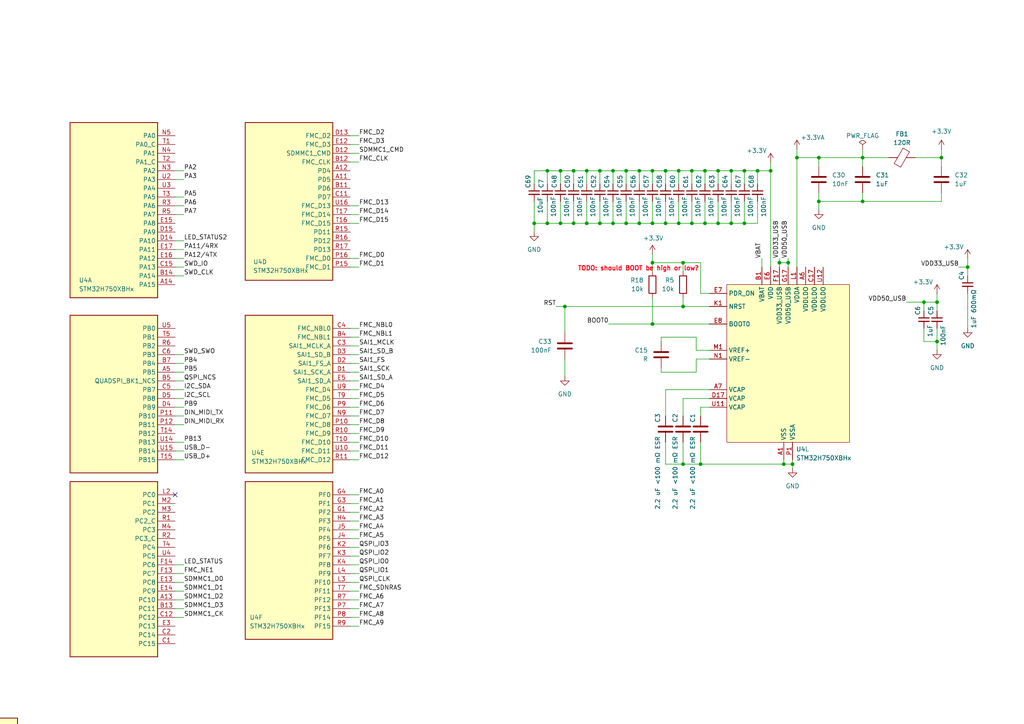
<source format=kicad_sch>
(kicad_sch (version 20250114) (generator "eeschema") (generator_version "9.0")
  (paper "A4")
  (lib_symbols
    (symbol "Connector:TestPoint" (pin_numbers (hide yes)) (pin_names (offset 0.762) (hide yes))
      (property "Reference" "TP" (at 0 6.858 0))
      (property "Value" "TestPoint" (at 0 5.08 0))
      (symbol "TestPoint_1_1"
        (pin passive line (at 0 0 90) (length 2.54) (name "1") (number "1"))
      )
    )
    (symbol "Device:C" (pin_numbers (hide yes)) (pin_names (offset 0.254))
      (property "Reference" "C" (at 0.635 2.54 0))
      (property "Value" "C" (at 0.635 -2.54 0))
      (symbol "C_1_1"
        (pin passive line (at 0 3.81 270) (length 2.794) (name "~") (number "1"))
        (pin passive line (at 0 -3.81 90) (length 2.794) (name "~") (number "2"))
      )
    )
    (symbol "Device:C_Small" (pin_numbers (hide yes)) (pin_names (offset 0.254) (hide yes))
      (property "Reference" "C" (at 0.254 1.778 0))
      (property "Value" "C_Small" (at 0.254 -2.032 0))
      (symbol "C_Small_1_1"
        (pin passive line (at 0 2.54 270) (length 2.032) (name "~") (number "1"))
        (pin passive line (at 0 -2.54 90) (length 2.032) (name "~") (number "2"))
      )
    )
    (symbol "Device:Crystal_GND24" (pin_names (offset 1.016) (hide yes))
      (property "Reference" "Y" (at 3.175 5.08 0))
      (property "Value" "Crystal_GND24" (at 3.175 3.175 0))
      (symbol "Crystal_GND24_1_1"
        (pin passive line (at -3.81 0 0) (length 1.27) (name "1") (number "1"))
        (pin passive line (at 0 5.08 270) (length 1.27) (name "2") (number "2"))
        (pin passive line (at 0 -5.08 90) (length 1.27) (name "4") (number "4"))
        (pin passive line (at 3.81 0 180) (length 1.27) (name "3") (number "3"))
      )
    )
    (symbol "Device:D" (pin_numbers (hide yes)) (pin_names (offset 1.016) (hide yes))
      (property "Reference" "D" (at 0 2.54 0))
      (property "Value" "D" (at 0 -2.54 0))
      (symbol "D_1_1"
        (pin passive line (at -3.81 0 0) (length 2.54) (name "K") (number "1"))
        (pin passive line (at 3.81 0 180) (length 2.54) (name "A") (number "2"))
      )
    )
    (symbol "Device:FerriteBead" (pin_numbers (hide yes)) (pin_names (offset 0))
      (property "Reference" "FB" (at -3.81 0.635 90))
      (property "Value" "FerriteBead" (at 3.81 0 90))
      (symbol "FerriteBead_1_1"
        (pin passive line (at 0 3.81 270) (length 2.54) (name "~") (number "1"))
        (pin passive line (at 0 -3.81 90) (length 2.54) (name "~") (number "2"))
      )
    )
    (symbol "Device:FerriteBead_Small" (pin_numbers (hide yes)) (pin_names (offset 0))
      (property "Reference" "FB" (at 1.905 1.27 0))
      (property "Value" "FerriteBead_Small" (at 1.905 -1.27 0))
      (symbol "FerriteBead_Small_1_1"
        (pin passive line (at 0 2.54 270) (length 1.27) (name "~") (number "1"))
        (pin passive line (at 0 -2.54 90) (length 1.27) (name "~") (number "2"))
      )
    )
    (symbol "Device:LED" (pin_numbers (hide yes)) (pin_names (offset 1.016) (hide yes))
      (property "Reference" "D" (at 0 2.54 0))
      (property "Value" "LED" (at 0 -2.54 0))
      (symbol "LED_1_1"
        (pin passive line (at -3.81 0 0) (length 2.54) (name "K") (number "1"))
        (pin passive line (at 3.81 0 180) (length 2.54) (name "A") (number "2"))
      )
    )
    (symbol "Device:Polyfuse" (pin_numbers (hide yes)) (pin_names (offset 0))
      (property "Reference" "F" (at -2.54 0 90))
      (property "Value" "Polyfuse" (at 2.54 0 90))
      (symbol "Polyfuse_1_1"
        (pin passive line (at 0 3.81 270) (length 1.27) (name "~") (number "1"))
        (pin passive line (at 0 -3.81 90) (length 1.27) (name "~") (number "2"))
      )
    )
    (symbol "Device:R" (pin_numbers (hide yes)) (pin_names (offset 0))
      (property "Reference" "R" (at 2.032 0 90))
      (property "Value" "R" (at 0 0 90))
      (symbol "R_1_1"
        (pin passive line (at 0 3.81 270) (length 1.27) (name "~") (number "1"))
        (pin passive line (at 0 -3.81 90) (length 1.27) (name "~") (number "2"))
      )
    )
    (symbol "Device:R_Small" (pin_numbers (hide yes)) (pin_names (offset 0.254) (hide yes))
      (property "Reference" "R" (at 0 0 90))
      (property "Value" "R_Small" (at 1.778 0 90))
      (symbol "R_Small_1_1"
        (pin passive line (at 0 2.54 270) (length 0.762) (name "~") (number "1"))
        (pin passive line (at 0 -2.54 90) (length 0.762) (name "~") (number "2"))
      )
    )
    (symbol "IS42S16160J-6BLI:IS42S16160J-6BLI"
      (property "Reference" "IC" (at 2.032 -34.036 0))
      (property "Value" "IS42S16160J-6BLI" (at 2.032 -36.068 0))
      (symbol "IS42S16160J-6BLI_1_1"
        (pin input clock (at -17.78 29.21 0) (length 5.08) (name "CLK") (number "F2"))
        (pin input line (at -17.78 26.67 0) (length 5.08) (name "CKE") (number "F3"))
        (pin passive line (at -17.78 21.59 0) (length 5.08) (name "~{CS}") (number "G9"))
        (pin passive line (at -17.78 19.05 0) (length 5.08) (name "~{RAS}") (number "F8"))
        (pin passive line (at -17.78 16.51 0) (length 5.08) (name "~{CAS}") (number "F7"))
        (pin passive line (at -17.78 13.97 0) (length 5.08) (name "~{WE}") (number "F9"))
        (pin passive line (at -17.78 8.89 0) (length 5.08) (name "BA0") (number "G7"))
        (pin passive line (at -17.78 6.35 0) (length 5.08) (name "BA1") (number "G8"))
        (pin input line (at -17.78 1.27 0) (length 5.08) (name "A0") (number "H7"))
        (pin input line (at -17.78 -1.27 0) (length 5.08) (name "A1") (number "H8"))
        (pin input line (at -17.78 -3.81 0) (length 5.08) (name "A2") (number "J8"))
        (pin input line (at -17.78 -6.35 0) (length 5.08) (name "A3") (number "J7"))
        (pin input line (at -17.78 -8.89 0) (length 5.08) (name "A4") (number "J3"))
        (pin input line (at -17.78 -11.43 0) (length 5.08) (name "A5") (number "J2"))
        (pin input line (at -17.78 -13.97 0) (length 5.08) (name "A6") (number "H3"))
        (pin input line (at -17.78 -16.51 0) (length 5.08) (name "A7") (number "H2"))
        (pin input line (at -17.78 -19.05 0) (length 5.08) (name "A8") (number "H1"))
        (pin input line (at -17.78 -21.59 0) (length 5.08) (name "A9") (number "G3"))
        (pin input line (at -17.78 -24.13 0) (length 5.08) (name "A10") (number "H9"))
        (pin input line (at -17.78 -26.67 0) (length 5.08) (name "A11") (number "G2"))
        (pin input line (at -17.78 -29.21 0) (length 5.08) (name "A12") (number "G1"))
        (pin power_in line (at -1.27 38.1 270) (length 5.08) (name "VDD") (number "A9"))
        (pin passive line (at -1.27 38.1 270) (length 5.08) (hide yes) (name "VDD") (number "E7"))
        (pin passive line (at -1.27 38.1 270) (length 5.08) (hide yes) (name "VDD") (number "J9"))
        (pin power_in line (at -1.27 -38.1 90) (length 5.08) (name "VSSQ") (number "A3"))
        (pin passive line (at -1.27 -38.1 90) (length 5.08) (hide yes) (name "VSSQ") (number "B7"))
        (pin passive line (at -1.27 -38.1 90) (length 5.08) (hide yes) (name "VSSQ") (number "C3"))
        (pin passive line (at -1.27 -38.1 90) (length 5.08) (hide yes) (name "VSSQ") (number "D7"))
        (pin power_in line (at 1.27 38.1 270) (length 5.08) (name "VDDQ") (number "A7"))
        (pin passive line (at 1.27 38.1 270) (length 5.08) (hide yes) (name "VDDQ") (number "B3"))
        (pin passive line (at 1.27 38.1 270) (length 5.08) (hide yes) (name "VDDQ") (number "C7"))
        (pin passive line (at 1.27 38.1 270) (length 5.08) (hide yes) (name "VDDQ") (number "D3"))
        (pin power_in line (at 1.27 -38.1 90) (length 5.08) (name "VSS") (number "A1"))
        (pin passive line (at 1.27 -38.1 90) (length 5.08) (hide yes) (name "VSS") (number "E3"))
        (pin passive line (at 1.27 -38.1 90) (length 5.08) (hide yes) (name "VSS") (number "J1"))
        (pin passive line (at 17.78 30.48 180) (length 5.08) (name "DQML") (number "E8"))
        (pin passive line (at 17.78 27.94 180) (length 5.08) (name "DQMH") (number "F1"))
        (pin bidirectional line (at 17.78 22.86 180) (length 5.08) (name "DQ0") (number "A8"))
        (pin bidirectional line (at 17.78 20.32 180) (length 5.08) (name "DQ1") (number "B9"))
        (pin bidirectional line (at 17.78 17.78 180) (length 5.08) (name "DQ2") (number "B8"))
        (pin bidirectional line (at 17.78 15.24 180) (length 5.08) (name "DQ3") (number "C9"))
        (pin bidirectional line (at 17.78 12.7 180) (length 5.08) (name "DQ4") (number "C8"))
        (pin bidirectional line (at 17.78 10.16 180) (length 5.08) (name "DQ5") (number "D9"))
        (pin bidirectional line (at 17.78 7.62 180) (length 5.08) (name "DQ6") (number "D8"))
        (pin bidirectional line (at 17.78 5.08 180) (length 5.08) (name "DQ7") (number "E9"))
        (pin bidirectional line (at 17.78 2.54 180) (length 5.08) (name "DQ8") (number "E1"))
        (pin bidirectional line (at 17.78 0 180) (length 5.08) (name "DQ9") (number "D2"))
        (pin bidirectional line (at 17.78 -2.54 180) (length 5.08) (name "DQ10") (number "D1"))
        (pin bidirectional line (at 17.78 -5.08 180) (length 5.08) (name "DQ11") (number "C2"))
        (pin bidirectional line (at 17.78 -7.62 180) (length 5.08) (name "DQ12") (number "C1"))
        (pin bidirectional line (at 17.78 -10.16 180) (length 5.08) (name "DQ13") (number "B2"))
        (pin bidirectional line (at 17.78 -12.7 180) (length 5.08) (name "DQ14") (number "B1"))
        (pin bidirectional line (at 17.78 -15.24 180) (length 5.08) (name "DQ15") (number "A2"))
        (pin no_connect line (at 17.78 -30.48 180) (length 5.08) (name "NC") (number "E2"))
      )
    )
    (symbol "Isolator:Optocoupler_DC_PhotoNPN_AKEC"
      (property "Reference" "D2" (at 0 8.89 0))
      (property "Value" "LTV-217-G" (at 0 6.35 0))
      (symbol "Optocoupler_DC_PhotoNPN_AKEC_1_1"
        (pin passive line (at -7.62 2.54 0) (length 2.54) (name "~") (number "2"))
        (pin passive line (at -7.62 -2.54 0) (length 2.54) (name "~") (number "1"))
        (pin passive line (at 7.62 2.54 180) (length 2.54) (name "~") (number "4"))
        (pin passive line (at 7.62 -2.54 180) (length 2.54) (name "~") (number "3"))
      )
    )
    (symbol "MCU_ST_STM32H7:STM32H750XBHx"
      (symbol "STM32H750XBHx_1_1"
        (pin bidirectional line (at 17.78 21.59 180) (length 5.08) (name "PA0") (number "N5"))
        (pin bidirectional line (at 17.78 19.05 180) (length 5.08) (name "PA0_C") (number "T1"))
        (pin bidirectional line (at 17.78 16.51 180) (length 5.08) (name "PA1") (number "N4"))
        (pin bidirectional line (at 17.78 13.97 180) (length 5.08) (name "PA1_C") (number "T2"))
        (pin bidirectional line (at 17.78 11.43 180) (length 5.08) (name "PA2") (number "N3"))
        (pin bidirectional line (at 17.78 8.89 180) (length 5.08) (name "PA3") (number "U2"))
        (pin bidirectional line (at 17.78 6.35 180) (length 5.08) (name "PA4") (number "U3"))
        (pin bidirectional line (at 17.78 3.81 180) (length 5.08) (name "PA5") (number "T3"))
        (pin bidirectional line (at 17.78 1.27 180) (length 5.08) (name "PA6") (number "R3"))
        (pin bidirectional line (at 17.78 -1.27 180) (length 5.08) (name "PA7") (number "R5") (alternate "FMC_SDNWE" bidirectional line))
        (pin bidirectional line (at 17.78 -3.81 180) (length 5.08) (name "PA8") (number "E15"))
        (pin bidirectional line (at 17.78 -6.35 180) (length 5.08) (name "PA9") (number "D15"))
        (pin bidirectional line (at 17.78 -8.89 180) (length 5.08) (name "PA10") (number "D14"))
        (pin bidirectional line (at 17.78 -11.43 180) (length 5.08) (name "PA11") (number "E17"))
        (pin bidirectional line (at 17.78 -13.97 180) (length 5.08) (name "PA12") (number "E16"))
        (pin bidirectional line (at 17.78 -16.51 180) (length 5.08) (name "PA13") (number "C15"))
        (pin bidirectional line (at 17.78 -19.05 180) (length 5.08) (name "PA14") (number "B14"))
        (pin bidirectional line (at 17.78 -21.59 180) (length 5.08) (name "PA15") (number "A14"))
      )
      (symbol "STM32H750XBHx_2_1"
        (pin bidirectional line (at 17.78 19.05 180) (length 5.08) (name "PB0") (number "U5"))
        (pin bidirectional line (at 17.78 16.51 180) (length 5.08) (name "PB1") (number "T5"))
        (pin bidirectional line (at 17.78 13.97 180) (length 5.08) (name "PB2") (number "R6") (alternate "SAI1_SD_A" bidirectional line))
        (pin bidirectional line (at 17.78 11.43 180) (length 5.08) (name "PB3") (number "C6"))
        (pin bidirectional line (at 17.78 8.89 180) (length 5.08) (name "PB4") (number "B7"))
        (pin bidirectional line (at 17.78 6.35 180) (length 5.08) (name "PB5") (number "A5"))
        (pin bidirectional line (at 17.78 3.81 180) (length 5.08) (name "PB6") (number "B5") (alternate "QUADSPI_BK1_NCS" bidirectional line))
        (pin bidirectional line (at 17.78 1.27 180) (length 5.08) (name "PB7") (number "C5"))
        (pin bidirectional line (at 17.78 -1.27 180) (length 5.08) (name "PB8") (number "D5"))
        (pin bidirectional line (at 17.78 -3.81 180) (length 5.08) (name "PB9") (number "D4"))
        (pin bidirectional line (at 17.78 -6.35 180) (length 5.08) (name "PB10") (number "P11") (alternate "QUADSPI_BK1_NCS" bidirectional line))
        (pin bidirectional line (at 17.78 -8.89 180) (length 5.08) (name "PB11") (number "P12"))
        (pin bidirectional line (at 17.78 -11.43 180) (length 5.08) (name "PB12") (number "T14"))
        (pin bidirectional line (at 17.78 -13.97 180) (length 5.08) (name "PB13") (number "U14"))
        (pin bidirectional line (at 17.78 -16.51 180) (length 5.08) (name "PB14") (number "U15"))
        (pin bidirectional line (at 17.78 -19.05 180) (length 5.08) (name "PB15") (number "T15"))
      )
      (symbol "STM32H750XBHx_3_1"
        (pin bidirectional line (at 17.78 21.59 180) (length 5.08) (name "PC0") (number "L2") (alternate "FMC_SDNWE" bidirectional line))
        (pin bidirectional line (at 17.78 19.05 180) (length 5.08) (name "PC1") (number "M2") (alternate "SAI1_SD_A" bidirectional line))
        (pin bidirectional line (at 17.78 16.51 180) (length 5.08) (name "PC2") (number "M3"))
        (pin bidirectional line (at 17.78 13.97 180) (length 5.08) (name "PC2_C") (number "R1"))
        (pin bidirectional line (at 17.78 11.43 180) (length 5.08) (name "PC3") (number "M4") (alternate "FMC_SDCKE0" bidirectional line))
        (pin bidirectional line (at 17.78 8.89 180) (length 5.08) (name "PC3_C") (number "R2") (alternate "FMC_SDCKE0" bidirectional line))
        (pin bidirectional line (at 17.78 6.35 180) (length 5.08) (name "PC4") (number "T4"))
        (pin bidirectional line (at 17.78 3.81 180) (length 5.08) (name "PC5") (number "U4") (alternate "FMC_SDCKE0" bidirectional line))
        (pin bidirectional line (at 17.78 1.27 180) (length 5.08) (name "PC6") (number "F14"))
        (pin bidirectional line (at 17.78 -1.27 180) (length 5.08) (name "PC7") (number "F13"))
        (pin bidirectional line (at 17.78 -3.81 180) (length 5.08) (name "PC8") (number "E13"))
        (pin bidirectional line (at 17.78 -6.35 180) (length 5.08) (name "PC9") (number "E14"))
        (pin bidirectional line (at 17.78 -8.89 180) (length 5.08) (name "PC10") (number "A13"))
        (pin bidirectional line (at 17.78 -11.43 180) (length 5.08) (name "PC11") (number "B13"))
        (pin bidirectional line (at 17.78 -13.97 180) (length 5.08) (name "PC12") (number "C12"))
        (pin bidirectional line (at 17.78 -16.51 180) (length 5.08) (name "PC13") (number "E3"))
        (pin bidirectional line (at 17.78 -19.05 180) (length 5.08) (name "PC14") (number "C2"))
        (pin bidirectional line (at 17.78 -21.59 180) (length 5.08) (name "PC15") (number "C1"))
      )
      (symbol "STM32H750XBHx_4_1"
        (pin bidirectional line (at 17.78 19.05 180) (length 5.08) (name "PD0") (number "D13") (alternate "FMC_D2" bidirectional line))
        (pin bidirectional line (at 17.78 16.51 180) (length 5.08) (name "PD1") (number "E12") (alternate "FMC_D3" bidirectional line))
        (pin bidirectional line (at 17.78 13.97 180) (length 5.08) (name "PD2") (number "D12") (alternate "SDMMC1_CMD" bidirectional line))
        (pin bidirectional line (at 17.78 11.43 180) (length 5.08) (name "PD3") (number "B12") (alternate "FMC_CLK" bidirectional line))
        (pin bidirectional line (at 17.78 8.89 180) (length 5.08) (name "PD4") (number "A12"))
        (pin bidirectional line (at 17.78 6.35 180) (length 5.08) (name "PD5") (number "A11"))
        (pin bidirectional line (at 17.78 3.81 180) (length 5.08) (name "PD6") (number "B11") (alternate "SAI1_SD_A" bidirectional line))
        (pin bidirectional line (at 17.78 1.27 180) (length 5.08) (name "PD7") (number "C11"))
        (pin bidirectional line (at 17.78 -1.27 180) (length 5.08) (name "PD8") (number "U16") (alternate "FMC_D13" bidirectional line))
        (pin bidirectional line (at 17.78 -3.81 180) (length 5.08) (name "PD9") (number "T17") (alternate "FMC_D14" bidirectional line))
        (pin bidirectional line (at 17.78 -6.35 180) (length 5.08) (name "PD10") (number "T16") (alternate "FMC_D15" bidirectional line))
        (pin bidirectional line (at 17.78 -8.89 180) (length 5.08) (name "PD11") (number "R15"))
        (pin bidirectional line (at 17.78 -11.43 180) (length 5.08) (name "PD12") (number "R16"))
        (pin bidirectional line (at 17.78 -13.97 180) (length 5.08) (name "PD13") (number "R17"))
        (pin bidirectional line (at 17.78 -16.51 180) (length 5.08) (name "PD14") (number "P16") (alternate "FMC_D0" bidirectional line))
        (pin bidirectional line (at 17.78 -19.05 180) (length 5.08) (name "PD15") (number "P15") (alternate "FMC_D1" bidirectional line))
      )
      (symbol "STM32H750XBHx_5_1"
        (pin bidirectional line (at 17.78 19.05 180) (length 5.08) (name "PE0") (number "C4") (alternate "FMC_NBL0" bidirectional line))
        (pin bidirectional line (at 17.78 16.51 180) (length 5.08) (name "PE1") (number "B4") (alternate "FMC_NBL1" bidirectional line))
        (pin bidirectional line (at 17.78 13.97 180) (length 5.08) (name "PE2") (number "C3") (alternate "SAI1_MCLK_A" bidirectional line))
        (pin bidirectional line (at 17.78 11.43 180) (length 5.08) (name "PE3") (number "D3") (alternate "SAI1_SD_B" bidirectional line))
        (pin bidirectional line (at 17.78 8.89 180) (length 5.08) (name "PE4") (number "D2") (alternate "SAI1_FS_A" bidirectional line))
        (pin bidirectional line (at 17.78 6.35 180) (length 5.08) (name "PE5") (number "D1") (alternate "SAI1_SCK_A" bidirectional line))
        (pin bidirectional line (at 17.78 3.81 180) (length 5.08) (name "PE6") (number "E5") (alternate "SAI1_SD_A" bidirectional line))
        (pin bidirectional line (at 17.78 1.27 180) (length 5.08) (name "PE7") (number "U9") (alternate "FMC_D4" bidirectional line))
        (pin bidirectional line (at 17.78 -1.27 180) (length 5.08) (name "PE8") (number "T9") (alternate "FMC_D5" bidirectional line))
        (pin bidirectional line (at 17.78 -3.81 180) (length 5.08) (name "PE9") (number "P9") (alternate "FMC_D6" bidirectional line))
        (pin bidirectional line (at 17.78 -6.35 180) (length 5.08) (name "PE10") (number "N9") (alternate "FMC_D7" bidirectional line))
        (pin bidirectional line (at 17.78 -8.89 180) (length 5.08) (name "PE11") (number "P10") (alternate "FMC_D8" bidirectional line))
        (pin bidirectional line (at 17.78 -11.43 180) (length 5.08) (name "PE12") (number "R10") (alternate "FMC_D9" bidirectional line))
        (pin bidirectional line (at 17.78 -13.97 180) (length 5.08) (name "PE13") (number "T10") (alternate "FMC_D10" bidirectional line))
        (pin bidirectional line (at 17.78 -16.51 180) (length 5.08) (name "PE14") (number "U10") (alternate "FMC_D11" bidirectional line))
        (pin bidirectional line (at 17.78 -19.05 180) (length 5.08) (name "PE15") (number "R11") (alternate "FMC_D12" bidirectional line))
      )
      (symbol "STM32H750XBHx_6_1"
        (pin bidirectional line (at 17.78 19.05 180) (length 5.08) (name "PF0") (number "G4"))
        (pin bidirectional line (at 17.78 16.51 180) (length 5.08) (name "PF1") (number "G3"))
        (pin bidirectional line (at 17.78 13.97 180) (length 5.08) (name "PF2") (number "G1"))
        (pin bidirectional line (at 17.78 11.43 180) (length 5.08) (name "PF3") (number "H4"))
        (pin bidirectional line (at 17.78 8.89 180) (length 5.08) (name "PF4") (number "J5"))
        (pin bidirectional line (at 17.78 6.35 180) (length 5.08) (name "PF5") (number "J4"))
        (pin bidirectional line (at 17.78 3.81 180) (length 5.08) (name "PF6") (number "K2") (alternate "SAI1_SD_B" bidirectional line))
        (pin bidirectional line (at 17.78 1.27 180) (length 5.08) (name "PF7") (number "K3"))
        (pin bidirectional line (at 17.78 -1.27 180) (length 5.08) (name "PF8") (number "K4"))
        (pin bidirectional line (at 17.78 -3.81 180) (length 5.08) (name "PF9") (number "L4"))
        (pin bidirectional line (at 17.78 -6.35 180) (length 5.08) (name "PF10") (number "L3"))
        (pin bidirectional line (at 17.78 -8.89 180) (length 5.08) (name "PF11") (number "T7"))
        (pin bidirectional line (at 17.78 -11.43 180) (length 5.08) (name "PF12") (number "R7"))
        (pin bidirectional line (at 17.78 -13.97 180) (length 5.08) (name "PF13") (number "P7"))
        (pin bidirectional line (at 17.78 -16.51 180) (length 5.08) (name "PF14") (number "P8"))
        (pin bidirectional line (at 17.78 -19.05 180) (length 5.08) (name "PF15") (number "R9"))
      )
      (symbol "STM32H750XBHx_7_1"
        (pin no_connect line (at -45.72 -119.38 0) (length 5.08) (hide yes) (name "NC") (number "N17"))
        (pin no_connect line (at -45.72 -121.92 0) (length 5.08) (hide yes) (name "NC") (number "M17"))
        (pin no_connect line (at -45.72 -124.46 0) (length 5.08) (hide yes) (name "NC") (number "M16"))
        (pin no_connect line (at -45.72 -127 0) (length 5.08) (hide yes) (name "NC") (number "L17"))
        (pin no_connect line (at -45.72 -132.08 0) (length 5.08) (hide yes) (name "NC") (number "K17"))
        (pin no_connect line (at -45.72 -134.62 0) (length 5.08) (hide yes) (name "NC") (number "K16"))
        (pin bidirectional line (at -17.78 19.05 0) (length 5.08) (name "PG0") (number "T8") (alternate "FMC_A10" bidirectional line))
        (pin bidirectional line (at -17.78 16.51 0) (length 5.08) (name "PG1") (number "U8") (alternate "FMC_A11" bidirectional line))
        (pin bidirectional line (at -17.78 13.97 0) (length 5.08) (name "PG2") (number "H16") (alternate "FMC_A12" bidirectional line))
        (pin bidirectional line (at -17.78 11.43 0) (length 5.08) (name "PG3") (number "H15"))
        (pin bidirectional line (at -17.78 8.89 0) (length 5.08) (name "PG4") (number "H14") (alternate "FMC_BA0" bidirectional line))
        (pin bidirectional line (at -17.78 6.35 0) (length 5.08) (name "PG5") (number "G14") (alternate "FMC_BA1" bidirectional line))
        (pin bidirectional line (at -17.78 3.81 0) (length 5.08) (name "PG6") (number "G15") (alternate "QUADSPI_BK1_NCS" bidirectional line))
        (pin bidirectional line (at -17.78 1.27 0) (length 5.08) (name "PG7") (number "F16") (alternate "SAI1_MCLK_A" bidirectional line))
        (pin bidirectional line (at -17.78 -1.27 0) (length 5.08) (name "PG8") (number "F15"))
        (pin bidirectional line (at -17.78 -3.81 0) (length 5.08) (name "PG9") (number "A10"))
        (pin bidirectional line (at -17.78 -6.35 0) (length 5.08) (name "PG10") (number "A9"))
        (pin bidirectional line (at -17.78 -8.89 0) (length 5.08) (name "PG11") (number "B9"))
        (pin bidirectional line (at -17.78 -11.43 0) (length 5.08) (name "PG12") (number "C9"))
        (pin bidirectional line (at -17.78 -13.97 0) (length 5.08) (name "PG13") (number "D9"))
        (pin bidirectional line (at -17.78 -16.51 0) (length 5.08) (name "PG14") (number "D8"))
        (pin bidirectional line (at -17.78 -19.05 0) (length 5.08) (name "PG15") (number "D6") (alternate "FMC_SDNCAS" bidirectional line))
        (pin no_connect line (at -12.7 17.78 0) (length 5.08) (hide yes) (name "NC") (number "E1"))
        (pin no_connect line (at -12.7 17.78 0) (length 5.08) (hide yes) (name "NC") (number "L16"))
      )
      (symbol "STM32H750XBHx_8_1"
        (pin no_connect line (at -45.72 -119.38 0) (length 5.08) (hide yes) (name "NC") (number "N17"))
        (pin no_connect line (at -45.72 -121.92 0) (length 5.08) (hide yes) (name "NC") (number "M17"))
        (pin no_connect line (at -45.72 -124.46 0) (length 5.08) (hide yes) (name "NC") (number "M16"))
        (pin no_connect line (at -45.72 -127 0) (length 5.08) (hide yes) (name "NC") (number "L17"))
        (pin no_connect line (at -45.72 -132.08 0) (length 5.08) (hide yes) (name "NC") (number "K17"))
        (pin no_connect line (at -45.72 -134.62 0) (length 5.08) (hide yes) (name "NC") (number "K16"))
        (pin bidirectional line (at -17.78 19.05 0) (length 5.08) (name "PH0") (number "J2") (alternate "RCC_OSC_IN" bidirectional line))
        (pin bidirectional line (at -17.78 16.51 0) (length 5.08) (name "PH1") (number "J1") (alternate "RCC_OSC_OUT" bidirectional line))
        (pin bidirectional line (at -17.78 13.97 0) (length 5.08) (name "PH2") (number "N2") (alternate "FMC_SDCKE0" bidirectional line))
        (pin bidirectional line (at -17.78 11.43 0) (length 5.08) (name "PH3") (number "P2"))
        (pin bidirectional line (at -17.78 8.89 0) (length 5.08) (name "PH4") (number "P3"))
        (pin bidirectional line (at -17.78 6.35 0) (length 5.08) (name "PH5") (number "P4") (alternate "FMC_SDNWE" bidirectional line))
        (pin bidirectional line (at -17.78 3.81 0) (length 5.08) (name "PH6") (number "T11"))
        (pin bidirectional line (at -17.78 1.27 0) (length 5.08) (name "PH7") (number "U13"))
        (pin bidirectional line (at -17.78 -1.27 0) (length 5.08) (name "PH8") (number "T13") (alternate "FMC_D16" bidirectional line))
        (pin bidirectional line (at -17.78 -3.81 0) (length 5.08) (name "PH9") (number "R13") (alternate "FMC_D17" bidirectional line))
        (pin bidirectional line (at -17.78 -6.35 0) (length 5.08) (name "PH10") (number "P13") (alternate "FMC_D18" bidirectional line))
        (pin bidirectional line (at -17.78 -8.89 0) (length 5.08) (name "PH11") (number "P14") (alternate "FMC_D19" bidirectional line))
        (pin bidirectional line (at -17.78 -11.43 0) (length 5.08) (name "PH12") (number "R14") (alternate "FMC_D20" bidirectional line))
        (pin bidirectional line (at -17.78 -13.97 0) (length 5.08) (name "PH13") (number "D16") (alternate "FMC_D21" bidirectional line))
        (pin bidirectional line (at -17.78 -16.51 0) (length 5.08) (name "PH14") (number "B17") (alternate "FMC_D22" bidirectional line))
        (pin bidirectional line (at -17.78 -19.05 0) (length 5.08) (name "PH15") (number "B16") (alternate "FMC_D23" bidirectional line))
      )
      (symbol "STM32H750XBHx_9_1"
        (pin bidirectional line (at -17.78 19.05 0) (length 5.08) (name "PI0") (number "A16") (alternate "FMC_D24" bidirectional line))
        (pin bidirectional line (at -17.78 16.51 0) (length 5.08) (name "PI1") (number "A15") (alternate "FMC_D25" bidirectional line))
        (pin bidirectional line (at -17.78 13.97 0) (length 5.08) (name "PI2") (number "B15") (alternate "FMC_D26" bidirectional line))
        (pin bidirectional line (at -17.78 11.43 0) (length 5.08) (name "PI3") (number "C14") (alternate "FMC_D27" bidirectional line))
        (pin bidirectional line (at -17.78 8.89 0) (length 5.08) (name "PI4") (number "A4") (alternate "FMC_NBL2" bidirectional line))
        (pin bidirectional line (at -17.78 6.35 0) (length 5.08) (name "PI5") (number "A3") (alternate "FMC_NBL3" bidirectional line))
        (pin bidirectional line (at -17.78 3.81 0) (length 5.08) (name "PI6") (number "A2") (alternate "FMC_D28" bidirectional line))
        (pin bidirectional line (at -17.78 1.27 0) (length 5.08) (name "PI7") (number "B3") (alternate "FMC_D29" bidirectional line))
        (pin bidirectional line (at -17.78 -1.27 0) (length 5.08) (name "PI8") (number "E4"))
        (pin bidirectional line (at -17.78 -3.81 0) (length 5.08) (name "PI9") (number "E2") (alternate "FMC_D30" bidirectional line))
        (pin bidirectional line (at -17.78 -6.35 0) (length 5.08) (name "PI10") (number "F3") (alternate "FMC_D31" bidirectional line))
        (pin bidirectional line (at -17.78 -8.89 0) (length 5.08) (name "PI11") (number "F4"))
        (pin bidirectional line (at -17.78 -11.43 0) (length 5.08) (name "PI12") (number "H1"))
        (pin bidirectional line (at -17.78 -13.97 0) (length 5.08) (name "PI13") (number "H2"))
        (pin bidirectional line (at -17.78 -16.51 0) (length 5.08) (name "PI14") (number "H3"))
        (pin bidirectional line (at -17.78 -19.05 0) (length 5.08) (name "PI15") (number "P5"))
      )
      (symbol "STM32H750XBHx_10_1"
        (pin bidirectional line (at -17.78 19.05 0) (length 5.08) (name "PJ0") (number "N6"))
        (pin bidirectional line (at -17.78 16.51 0) (length 5.08) (name "PJ1") (number "P6"))
        (pin bidirectional line (at -17.78 13.97 0) (length 5.08) (name "PJ2") (number "T6"))
        (pin bidirectional line (at -17.78 11.43 0) (length 5.08) (name "PJ3") (number "U6"))
        (pin bidirectional line (at -17.78 8.89 0) (length 5.08) (name "PJ4") (number "U7"))
        (pin bidirectional line (at -17.78 6.35 0) (length 5.08) (name "PJ5") (number "R12"))
        (pin bidirectional line (at -17.78 3.81 0) (length 5.08) (name "PJ6") (number "N15"))
        (pin bidirectional line (at -17.78 1.27 0) (length 5.08) (name "PJ7") (number "N14"))
        (pin bidirectional line (at -17.78 -1.27 0) (length 5.08) (name "PJ8") (number "N13"))
        (pin bidirectional line (at -17.78 -3.81 0) (length 5.08) (name "PJ9") (number "M14"))
        (pin bidirectional line (at -17.78 -6.35 0) (length 5.08) (name "PJ10") (number "L14"))
        (pin bidirectional line (at -17.78 -8.89 0) (length 5.08) (name "PJ11") (number "K14"))
        (pin bidirectional line (at -17.78 -11.43 0) (length 5.08) (name "PJ12") (number "D11"))
        (pin bidirectional line (at -17.78 -13.97 0) (length 5.08) (name "PJ13") (number "E10"))
        (pin bidirectional line (at -17.78 -16.51 0) (length 5.08) (name "PJ14") (number "D10"))
        (pin bidirectional line (at -17.78 -19.05 0) (length 5.08) (name "PJ15") (number "B10"))
      )
      (symbol "STM32H750XBHx_11_1"
        (pin bidirectional line (at -17.78 8.89 0) (length 5.08) (name "PK0") (number "J14"))
        (pin bidirectional line (at -17.78 6.35 0) (length 5.08) (name "PK1") (number "J15"))
        (pin bidirectional line (at -17.78 3.81 0) (length 5.08) (name "PK2") (number "H17"))
        (pin bidirectional line (at -17.78 1.27 0) (length 5.08) (name "PK3") (number "C8"))
        (pin bidirectional line (at -17.78 -1.27 0) (length 5.08) (name "PK4") (number "B8"))
        (pin bidirectional line (at -17.78 -3.81 0) (length 5.08) (name "PK5") (number "A8"))
        (pin bidirectional line (at -17.78 -6.35 0) (length 5.08) (name "PK6") (number "C7"))
        (pin bidirectional line (at -17.78 -8.89 0) (length 5.08) (name "PK7") (number "D7"))
      )
      (symbol "STM32H750XBHx_12_1"
        (pin input line (at -22.86 20.32 0) (length 5.08) (name "PDR_ON") (number "E7"))
        (pin input line (at -22.86 16.51 0) (length 5.08) (name "NRST") (number "K1"))
        (pin input line (at -22.86 11.43 0) (length 5.08) (name "BOOT0") (number "E8"))
        (pin input line (at -22.86 3.81 0) (length 5.08) (name "VREF+") (number "M1"))
        (pin input line (at -22.86 1.27 0) (length 5.08) (name "VREF-") (number "N1"))
        (pin power_out line (at -22.86 -7.62 0) (length 5.08) (name "VCAP") (number "A7"))
        (pin power_out line (at -22.86 -10.16 0) (length 5.08) (name "VCAP") (number "D17"))
        (pin power_out line (at -22.86 -12.7 0) (length 5.08) (name "VCAP") (number "U11"))
        (pin power_in line (at -7.62 27.94 270) (length 5.08) (name "VBAT") (number "B1"))
        (pin passive line (at -5.08 27.94 270) (length 5.08) (hide yes) (name "VDD") (number "E11"))
        (pin power_in line (at -5.08 27.94 270) (length 5.08) (name "VDD") (number "E6"))
        (pin passive line (at -5.08 27.94 270) (length 5.08) (hide yes) (name "VDD") (number "E9"))
        (pin passive line (at -5.08 27.94 270) (length 5.08) (hide yes) (name "VDD") (number "F5"))
        (pin passive line (at -5.08 27.94 270) (length 5.08) (hide yes) (name "VDD") (number "G13"))
        (pin passive line (at -5.08 27.94 270) (length 5.08) (hide yes) (name "VDD") (number "G5"))
        (pin passive line (at -5.08 27.94 270) (length 5.08) (hide yes) (name "VDD") (number "H13"))
        (pin passive line (at -5.08 27.94 270) (length 5.08) (hide yes) (name "VDD") (number "H5"))
        (pin passive line (at -5.08 27.94 270) (length 5.08) (hide yes) (name "VDD") (number "J13"))
        (pin passive line (at -5.08 27.94 270) (length 5.08) (hide yes) (name "VDD") (number "K13"))
        (pin passive line (at -5.08 27.94 270) (length 5.08) (hide yes) (name "VDD") (number "K5"))
        (pin passive line (at -5.08 27.94 270) (length 5.08) (hide yes) (name "VDD") (number "L13"))
        (pin passive line (at -5.08 27.94 270) (length 5.08) (hide yes) (name "VDD") (number "L5"))
        (pin passive line (at -5.08 27.94 270) (length 5.08) (hide yes) (name "VDD") (number "M13"))
        (pin passive line (at -5.08 27.94 270) (length 5.08) (hide yes) (name "VDD") (number "M5"))
        (pin passive line (at -5.08 27.94 270) (length 5.08) (hide yes) (name "VDD") (number "N10"))
        (pin passive line (at -5.08 27.94 270) (length 5.08) (hide yes) (name "VDD") (number "N11"))
        (pin passive line (at -5.08 27.94 270) (length 5.08) (hide yes) (name "VDD") (number "N12"))
        (pin passive line (at -5.08 27.94 270) (length 5.08) (hide yes) (name "VDD") (number "N7"))
        (pin passive line (at -5.08 27.94 270) (length 5.08) (hide yes) (name "VDD") (number "N8"))
        (pin passive line (at -5.08 27.94 270) (length 5.08) (hide yes) (name "VDD") (number "P17"))
        (pin power_in line (at -2.54 27.94 270) (length 5.08) (name "VDD33_USB") (number "F17"))
        (pin power_in line (at -1.27 -27.94 90) (length 5.08) (name "VSS") (number "A1"))
        (pin passive line (at -1.27 -27.94 90) (length 5.08) (hide yes) (name "VSS") (number "A17"))
        (pin passive line (at -1.27 -27.94 90) (length 5.08) (hide yes) (name "VSS") (number "B2"))
        (pin passive line (at -1.27 -27.94 90) (length 5.08) (hide yes) (name "VSS") (number "B6"))
        (pin passive line (at -1.27 -27.94 90) (length 5.08) (hide yes) (name "VSS") (number "C10"))
        (pin passive line (at -1.27 -27.94 90) (length 5.08) (hide yes) (name "VSS") (number "C13"))
        (pin passive line (at -1.27 -27.94 90) (length 5.08) (hide yes) (name "VSS") (number "C16"))
        (pin passive line (at -1.27 -27.94 90) (length 5.08) (hide yes) (name "VSS") (number "F1"))
        (pin passive line (at -1.27 -27.94 90) (length 5.08) (hide yes) (name "VSS") (number "F2"))
        (pin passive line (at -1.27 -27.94 90) (length 5.08) (hide yes) (name "VSS") (number "G10"))
        (pin passive line (at -1.27 -27.94 90) (length 5.08) (hide yes) (name "VSS") (number "G11"))
        (pin passive line (at -1.27 -27.94 90) (length 5.08) (hide yes) (name "VSS") (number "G16"))
        (pin passive line (at -1.27 -27.94 90) (length 5.08) (hide yes) (name "VSS") (number "G2"))
        (pin passive line (at -1.27 -27.94 90) (length 5.08) (hide yes) (name "VSS") (number "G7"))
        (pin passive line (at -1.27 -27.94 90) (length 5.08) (hide yes) (name "VSS") (number "G8"))
        (pin passive line (at -1.27 -27.94 90) (length 5.08) (hide yes) (name "VSS") (number "G9"))
        (pin passive line (at -1.27 -27.94 90) (length 5.08) (hide yes) (name "VSS") (number "H10"))
        (pin passive line (at -1.27 -27.94 90) (length 5.08) (hide yes) (name "VSS") (number "H11"))
        (pin passive line (at -1.27 -27.94 90) (length 5.08) (hide yes) (name "VSS") (number "H7"))
        (pin passive line (at -1.27 -27.94 90) (length 5.08) (hide yes) (name "VSS") (number "H8"))
        (pin passive line (at -1.27 -27.94 90) (length 5.08) (hide yes) (name "VSS") (number "H9"))
        (pin passive line (at -1.27 -27.94 90) (length 5.08) (hide yes) (name "VSS") (number "J10"))
        (pin passive line (at -1.27 -27.94 90) (length 5.08) (hide yes) (name "VSS") (number "J11"))
        (pin passive line (at -1.27 -27.94 90) (length 5.08) (hide yes) (name "VSS") (number "J16"))
        (pin passive line (at -1.27 -27.94 90) (length 5.08) (hide yes) (name "VSS") (number "J17"))
        (pin passive line (at -1.27 -27.94 90) (length 5.08) (hide yes) (name "VSS") (number "J3"))
        (pin passive line (at -1.27 -27.94 90) (length 5.08) (hide yes) (name "VSS") (number "J7"))
        (pin passive line (at -1.27 -27.94 90) (length 5.08) (hide yes) (name "VSS") (number "J8"))
        (pin passive line (at -1.27 -27.94 90) (length 5.08) (hide yes) (name "VSS") (number "J9"))
        (pin passive line (at -1.27 -27.94 90) (length 5.08) (hide yes) (name "VSS") (number "K10"))
        (pin passive line (at -1.27 -27.94 90) (length 5.08) (hide yes) (name "VSS") (number "K11"))
        (pin passive line (at -1.27 -27.94 90) (length 5.08) (hide yes) (name "VSS") (number "K15"))
        (pin passive line (at -1.27 -27.94 90) (length 5.08) (hide yes) (name "VSS") (number "K7"))
        (pin passive line (at -1.27 -27.94 90) (length 5.08) (hide yes) (name "VSS") (number "K8"))
        (pin passive line (at -1.27 -27.94 90) (length 5.08) (hide yes) (name "VSS") (number "K9"))
        (pin passive line (at -1.27 -27.94 90) (length 5.08) (hide yes) (name "VSS") (number "L10"))
        (pin passive line (at -1.27 -27.94 90) (length 5.08) (hide yes) (name "VSS") (number "L11"))
        (pin passive line (at -1.27 -27.94 90) (length 5.08) (hide yes) (name "VSS") (number "L15"))
        (pin passive line (at -1.27 -27.94 90) (length 5.08) (hide yes) (name "VSS") (number "L7"))
        (pin passive line (at -1.27 -27.94 90) (length 5.08) (hide yes) (name "VSS") (number "L8"))
        (pin passive line (at -1.27 -27.94 90) (length 5.08) (hide yes) (name "VSS") (number "L9"))
        (pin passive line (at -1.27 -27.94 90) (length 5.08) (hide yes) (name "VSS") (number "M15"))
        (pin passive line (at -1.27 -27.94 90) (length 5.08) (hide yes) (name "VSS") (number "N16"))
        (pin passive line (at -1.27 -27.94 90) (length 5.08) (hide yes) (name "VSS") (number "R4"))
        (pin passive line (at -1.27 -27.94 90) (length 5.08) (hide yes) (name "VSS") (number "R8"))
        (pin passive line (at -1.27 -27.94 90) (length 5.08) (hide yes) (name "VSS") (number "T12"))
        (pin passive line (at -1.27 -27.94 90) (length 5.08) (hide yes) (name "VSS") (number "U1"))
        (pin passive line (at -1.27 -27.94 90) (length 5.08) (hide yes) (name "VSS") (number "U17"))
        (pin power_in line (at 0 27.94 270) (length 5.08) (name "VDD50_USB") (number "G17"))
        (pin power_in line (at 1.27 -27.94 90) (length 5.08) (name "VSSA") (number "P1"))
        (pin power_in line (at 2.54 27.94 270) (length 5.08) (name "VDDA") (number "L1"))
        (pin power_in line (at 5.08 27.94 270) (length 5.08) (name "VDDLDO") (number "A6"))
        (pin power_in line (at 7.62 27.94 270) (length 5.08) (name "VDDLDO") (number "C17"))
        (pin power_in line (at 10.16 27.94 270) (length 5.08) (name "VDDLDO") (number "U12"))
        (pin no_connect line (at 22.86 5.08 180) (length 5.08) (hide yes) (name "NC") (number "N17"))
        (pin no_connect line (at 22.86 2.54 180) (length 5.08) (hide yes) (name "NC") (number "M17"))
        (pin no_connect line (at 22.86 0 180) (length 5.08) (hide yes) (name "NC") (number "M16"))
        (pin no_connect line (at 22.86 -2.54 180) (length 5.08) (hide yes) (name "NC") (number "L17"))
        (pin no_connect line (at 22.86 -5.08 180) (length 5.08) (hide yes) (name "NC") (number "L16"))
        (pin no_connect line (at 22.86 -7.62 180) (length 5.08) (hide yes) (name "NC") (number "K17"))
        (pin no_connect line (at 22.86 -10.16 180) (length 5.08) (hide yes) (name "NC") (number "K16"))
        (pin no_connect line (at 22.86 -12.7 180) (length 5.08) (hide yes) (name "NC") (number "E1"))
      )
    )
    (symbol "Memory_Flash:W25Q128JVP"
      (property "Reference" "U" (at -6.35 11.43 0))
      (property "Value" "W25Q128JVP" (at 7.62 11.43 0))
      (symbol "W25Q128JVP_1_1"
        (pin input line (at -10.16 7.62 0) (length 2.54) (name "~{CS}") (number "1"))
        (pin input line (at -10.16 5.08 0) (length 2.54) (name "CLK") (number "6"))
        (pin bidirectional line (at -10.16 2.54 0) (length 2.54) (name "DI/IO_{0}") (number "5"))
        (pin bidirectional line (at -10.16 0 0) (length 2.54) (name "DO/IO_{1}") (number "2"))
        (pin bidirectional line (at -10.16 -2.54 0) (length 2.54) (name "~{WP}/IO_{2}") (number "3"))
        (pin bidirectional line (at -10.16 -5.08 0) (length 2.54) (name "~{HOLD}/~{RESET}/IO_{3}") (number "7"))
        (pin power_in line (at 0 12.7 270) (length 2.54) (name "VCC") (number "8"))
        (pin power_in line (at 0 -12.7 90) (length 2.54) (name "GND") (number "4"))
        (pin passive line (at 2.54 -12.7 90) (length 2.54) (name "EP") (number "9"))
      )
    )
    (symbol "NAU88C22YG:NAU88C22YG"
      (property "Reference" "IC" (at 6.604 37.846 0))
      (property "Value" "NAU88C22YG" (at 6.604 35.306 0))
      (symbol "NAU88C22YG_1_1"
        (pin passive line (at -20.32 29.21 0) (length 5.08) (name "FS") (number "7"))
        (pin passive line (at -20.32 26.67 0) (length 5.08) (name "BCLK") (number "8"))
        (pin passive line (at -20.32 24.13 0) (length 5.08) (name "ADCOUT") (number "9"))
        (pin passive line (at -20.32 21.59 0) (length 5.08) (name "DACIN") (number "10"))
        (pin passive line (at -20.32 19.05 0) (length 5.08) (name "MCLK") (number "11"))
        (pin passive line (at -20.32 15.24 0) (length 5.08) (name "SDIO") (number "17"))
        (pin passive line (at -20.32 12.7 0) (length 5.08) (name "SCLK") (number "16"))
        (pin passive line (at -20.32 6.35 0) (length 5.08) (name "LLIN/GPIO2") (number "3"))
        (pin passive line (at -20.32 3.81 0) (length 5.08) (name "RLIN/GPIO3") (number "6"))
        (pin passive line (at -20.32 1.27 0) (length 5.08) (name "CSB/GPIO1") (number "15"))
        (pin passive line (at -20.32 -3.81 0) (length 5.08) (name "LMICP") (number "1"))
        (pin passive line (at -20.32 -8.89 0) (length 5.08) (name "LMICN") (number "2"))
        (pin passive line (at -20.32 -13.97 0) (length 5.08) (name "RMICP") (number "4"))
        (pin passive line (at -20.32 -19.05 0) (length 5.08) (name "RMICN") (number "5"))
        (pin passive line (at -20.32 -29.21 0) (length 5.08) (name "MICBIAS") (number "32"))
        (pin passive line (at -3.81 36.83 270) (length 5.08) (name "VDDA") (number "31"))
        (pin passive line (at -2.54 -36.83 90) (length 5.08) (name "VSSD") (number "12"))
        (pin passive line (at -1.27 36.83 270) (length 5.08) (name "VDDB") (number "14"))
        (pin passive line (at 0 -36.83 90) (length 5.08) (name "EP") (number "33"))
        (pin passive line (at 1.27 36.83 270) (length 5.08) (name "VDDC") (number "13"))
        (pin passive line (at 2.54 -36.83 90) (length 5.08) (name "VSSA") (number "28"))
        (pin passive line (at 3.81 36.83 270) (length 5.08) (name "VDDSPK") (number "26"))
        (pin passive line (at 5.08 -36.83 90) (length 5.08) (name "VSSSPK") (number "24"))
        (pin passive line (at 20.32 27.94 180) (length 5.08) (name "LSPKOUT") (number "25"))
        (pin passive line (at 20.32 22.86 180) (length 5.08) (name "RSPKOUT") (number "23"))
        (pin passive line (at 20.32 13.97 180) (length 5.08) (name "AUXOUT2") (number "22"))
        (pin passive line (at 20.32 8.89 180) (length 5.08) (name "AUXOUT1") (number "21"))
        (pin passive line (at 20.32 0 180) (length 5.08) (name "LHP") (number "30"))
        (pin passive line (at 20.32 -5.08 180) (length 5.08) (name "RHP") (number "29"))
        (pin passive line (at 20.32 -13.97 180) (length 5.08) (name "RAUXIN") (number "20"))
        (pin passive line (at 20.32 -19.05 180) (length 5.08) (name "LAUXIN") (number "19"))
        (pin passive line (at 20.32 -26.67 180) (length 5.08) (name "MODE") (number "18"))
        (pin passive line (at 20.32 -29.21 180) (length 5.08) (name "VREF") (number "27"))
      )
    )
    (symbol "Rythm:RythmMini-v0.1"
      (property "Reference" "U" (at 0 8.89 0))
      (property "Value" "RythmMini-v0.1" (at 0 8.89 0))
      (symbol "RythmMini-v0.1_1_1"
        (pin input line (at -19.05 25.4 0) (length 3.81) (name "RESET") (number "G1"))
        (pin input clock (at -19.05 17.78 0) (length 3.81) (name "CLK") (number "D8"))
        (pin input line (at -19.05 15.24 0) (length 3.81) (name "IO") (number "E8"))
        (pin input line (at -19.05 12.7 0) (length 3.81) (name "SWO") (number "C8"))
        (pin input line (at -19.05 7.62 0) (length 3.81) (name "D+") (number "O9"))
        (pin input line (at -19.05 5.08 0) (length 3.81) (name "D-") (number "P9"))
        (pin input line (at -19.05 -1.27 0) (length 3.81) (name "PA11/RX") (number "H8"))
        (pin input line (at -19.05 -3.81 0) (length 3.81) (name "PA12/TX") (number "G8"))
        (pin input line (at -19.05 -7.62 0) (length 3.81) (name "SDMMC_CMD") (number "F9"))
        (pin input line (at -19.05 -10.16 0) (length 3.81) (name "SDMMC_CLK") (number "G9"))
        (pin input line (at -19.05 -12.7 0) (length 3.81) (name "SDMMC_D0") (number "K9"))
        (pin input line (at -19.05 -15.24 0) (length 3.81) (name "SDMMC_D1") (number "J9"))
        (pin input line (at -19.05 -17.78 0) (length 3.81) (name "SDMMC_D2") (number "I9"))
        (pin input line (at -19.05 -20.32 0) (length 3.81) (name "SDMMC_D3") (number "H9"))
        (pin input line (at -19.05 -24.13 0) (length 3.81) (name "PB5/RX") (number "E1"))
        (pin input line (at -19.05 -26.67 0) (length 3.81) (name "PB6/TX") (number "D1"))
        (pin input line (at -17.78 22.86 0) (length 2.54) (name "BOOT") (number ""))
        (pin power_in line (at -5.08 30.48 270) (length 2.54) (name "VBAT") (number "F1"))
        (pin power_in line (at 0 30.48 270) (length 2.54) (name "3.3v") (number "T9"))
        (pin power_in line (at 0 -49.53 90) (length 3.81) (name "GND") (number "R9"))
        (pin input line (at 19.05 25.4 180) (length 3.81) (name "SPKL") (number "A8"))
        (pin input line (at 19.05 22.86 180) (length 3.81) (name "SPKR") (number "A9"))
        (pin input line (at 19.05 17.78 180) (length 3.81) (name "HPL") (number "A6"))
        (pin input line (at 19.05 15.24 180) (length 3.81) (name "HPR") (number "A7"))
        (pin input line (at 19.05 10.16 180) (length 3.81) (name "AUX_OUT_L") (number "B9"))
        (pin input line (at 19.05 7.62 180) (length 3.81) (name "AUX_OUT_R") (number "C9"))
        (pin input line (at 19.05 2.54 180) (length 3.81) (name "MICL") (number "A4"))
        (pin input line (at 19.05 0 180) (length 3.81) (name "MICR") (number "A5"))
        (pin input line (at 19.05 -5.08 180) (length 3.81) (name "AUX_IN_L") (number "D9"))
        (pin input line (at 19.05 -7.62 180) (length 3.81) (name "AUX_IN_R") (number "E9"))
        (pin input line (at 19.05 -12.7 180) (length 3.81) (name "IN_L") (number "A2"))
        (pin input line (at 19.05 -15.24 180) (length 3.81) (name "IN_R") (number "A3"))
        (pin input clock (at 19.05 -20.32 180) (length 3.81) (name "PA5/SCK") (number "M1"))
        (pin input line (at 19.05 -22.86 180) (length 3.81) (name "PA6/MISO") (number "N1"))
        (pin input line (at 19.05 -25.4 180) (length 3.81) (name "PA7/MOSI") (number "O1"))
        (pin input line (at 19.05 -29.21 180) (length 3.81) (name "PB7/SCL") (number "C1"))
        (pin input line (at 19.05 -31.75 180) (length 3.81) (name "PB8/SDA") (number "B1"))
        (pin input line (at 19.05 -35.56 180) (length 3.81) (name "PB13") (number "Q9"))
        (pin no_connect line (at 19.05 -43.18 180) (length 3.81) (name "NC") (number "A1"))
        (pin no_connect line (at 19.05 -43.18 180) (length 3.81) (hide yes) (name "NC") (number "A9"))
        (pin no_connect line (at 19.05 -43.18 180) (length 3.81) (hide yes) (name "NC") (number "Y1"))
        (pin no_connect line (at 19.05 -43.18 180) (length 3.81) (hide yes) (name "NC") (number "Y9"))
      )
    )
    (symbol "STM32H750XBHx_1"
      (symbol "STM32H750XBHx_1_1_1"
        (pin bidirectional line (at 17.78 21.59 180) (length 5.08) (name "PA0") (number "N5"))
        (pin bidirectional line (at 17.78 19.05 180) (length 5.08) (name "PA0_C") (number "T1"))
        (pin bidirectional line (at 17.78 16.51 180) (length 5.08) (name "PA1") (number "N4"))
        (pin bidirectional line (at 17.78 13.97 180) (length 5.08) (name "PA1_C") (number "T2"))
        (pin bidirectional line (at 17.78 11.43 180) (length 5.08) (name "PA2") (number "N3"))
        (pin bidirectional line (at 17.78 8.89 180) (length 5.08) (name "PA3") (number "U2"))
        (pin bidirectional line (at 17.78 6.35 180) (length 5.08) (name "PA4") (number "U3"))
        (pin bidirectional line (at 17.78 3.81 180) (length 5.08) (name "PA5") (number "T3"))
        (pin bidirectional line (at 17.78 1.27 180) (length 5.08) (name "PA6") (number "R3"))
        (pin bidirectional line (at 17.78 -1.27 180) (length 5.08) (name "PA7") (number "R5") (alternate "FMC_SDNWE" bidirectional line))
        (pin bidirectional line (at 17.78 -3.81 180) (length 5.08) (name "PA8") (number "E15"))
        (pin bidirectional line (at 17.78 -6.35 180) (length 5.08) (name "PA9") (number "D15"))
        (pin bidirectional line (at 17.78 -8.89 180) (length 5.08) (name "PA10") (number "D14"))
        (pin bidirectional line (at 17.78 -11.43 180) (length 5.08) (name "PA11") (number "E17"))
        (pin bidirectional line (at 17.78 -13.97 180) (length 5.08) (name "PA12") (number "E16"))
        (pin bidirectional line (at 17.78 -16.51 180) (length 5.08) (name "PA13") (number "C15"))
        (pin bidirectional line (at 17.78 -19.05 180) (length 5.08) (name "PA14") (number "B14"))
        (pin bidirectional line (at 17.78 -21.59 180) (length 5.08) (name "PA15") (number "A14"))
      )
      (symbol "STM32H750XBHx_1_2_1"
        (pin bidirectional line (at 17.78 19.05 180) (length 5.08) (name "PB0") (number "U5"))
        (pin bidirectional line (at 17.78 16.51 180) (length 5.08) (name "PB1") (number "T5"))
        (pin bidirectional line (at 17.78 13.97 180) (length 5.08) (name "PB2") (number "R6") (alternate "SAI1_SD_A" bidirectional line))
        (pin bidirectional line (at 17.78 11.43 180) (length 5.08) (name "PB3") (number "C6"))
        (pin bidirectional line (at 17.78 8.89 180) (length 5.08) (name "PB4") (number "B7"))
        (pin bidirectional line (at 17.78 6.35 180) (length 5.08) (name "PB5") (number "A5"))
        (pin bidirectional line (at 17.78 3.81 180) (length 5.08) (name "PB6") (number "B5") (alternate "QUADSPI_BK1_NCS" bidirectional line))
        (pin bidirectional line (at 17.78 1.27 180) (length 5.08) (name "PB7") (number "C5"))
        (pin bidirectional line (at 17.78 -1.27 180) (length 5.08) (name "PB8") (number "D5"))
        (pin bidirectional line (at 17.78 -3.81 180) (length 5.08) (name "PB9") (number "D4"))
        (pin bidirectional line (at 17.78 -6.35 180) (length 5.08) (name "PB10") (number "P11") (alternate "QUADSPI_BK1_NCS" bidirectional line))
        (pin bidirectional line (at 17.78 -8.89 180) (length 5.08) (name "PB11") (number "P12"))
        (pin bidirectional line (at 17.78 -11.43 180) (length 5.08) (name "PB12") (number "T14"))
        (pin bidirectional line (at 17.78 -13.97 180) (length 5.08) (name "PB13") (number "U14"))
        (pin bidirectional line (at 17.78 -16.51 180) (length 5.08) (name "PB14") (number "U15"))
        (pin bidirectional line (at 17.78 -19.05 180) (length 5.08) (name "PB15") (number "T15"))
      )
      (symbol "STM32H750XBHx_1_3_1"
        (pin bidirectional line (at 17.78 21.59 180) (length 5.08) (name "PC0") (number "L2") (alternate "FMC_SDNWE" bidirectional line))
        (pin bidirectional line (at 17.78 19.05 180) (length 5.08) (name "PC1") (number "M2") (alternate "SAI1_SD_A" bidirectional line))
        (pin bidirectional line (at 17.78 16.51 180) (length 5.08) (name "PC2") (number "M3"))
        (pin bidirectional line (at 17.78 13.97 180) (length 5.08) (name "PC2_C") (number "R1"))
        (pin bidirectional line (at 17.78 11.43 180) (length 5.08) (name "PC3") (number "M4") (alternate "FMC_SDCKE0" bidirectional line))
        (pin bidirectional line (at 17.78 8.89 180) (length 5.08) (name "PC3_C") (number "R2") (alternate "FMC_SDCKE0" bidirectional line))
        (pin bidirectional line (at 17.78 6.35 180) (length 5.08) (name "PC4") (number "T4"))
        (pin bidirectional line (at 17.78 3.81 180) (length 5.08) (name "PC5") (number "U4") (alternate "FMC_SDCKE0" bidirectional line))
        (pin bidirectional line (at 17.78 1.27 180) (length 5.08) (name "PC6") (number "F14"))
        (pin bidirectional line (at 17.78 -1.27 180) (length 5.08) (name "PC7") (number "F13"))
        (pin bidirectional line (at 17.78 -3.81 180) (length 5.08) (name "PC8") (number "E13"))
        (pin bidirectional line (at 17.78 -6.35 180) (length 5.08) (name "PC9") (number "E14"))
        (pin bidirectional line (at 17.78 -8.89 180) (length 5.08) (name "PC10") (number "A13"))
        (pin bidirectional line (at 17.78 -11.43 180) (length 5.08) (name "PC11") (number "B13"))
        (pin bidirectional line (at 17.78 -13.97 180) (length 5.08) (name "PC12") (number "C12"))
        (pin bidirectional line (at 17.78 -16.51 180) (length 5.08) (name "PC13") (number "E3"))
        (pin bidirectional line (at 17.78 -19.05 180) (length 5.08) (name "PC14") (number "C2"))
        (pin bidirectional line (at 17.78 -21.59 180) (length 5.08) (name "PC15") (number "C1"))
      )
      (symbol "STM32H750XBHx_1_4_1"
        (pin bidirectional line (at 17.78 19.05 180) (length 5.08) (name "PD0") (number "D13") (alternate "FMC_D2" bidirectional line))
        (pin bidirectional line (at 17.78 16.51 180) (length 5.08) (name "PD1") (number "E12") (alternate "FMC_D3" bidirectional line))
        (pin bidirectional line (at 17.78 13.97 180) (length 5.08) (name "PD2") (number "D12") (alternate "SDMMC1_CMD" bidirectional line))
        (pin bidirectional line (at 17.78 11.43 180) (length 5.08) (name "PD3") (number "B12") (alternate "FMC_CLK" bidirectional line))
        (pin bidirectional line (at 17.78 8.89 180) (length 5.08) (name "PD4") (number "A12"))
        (pin bidirectional line (at 17.78 6.35 180) (length 5.08) (name "PD5") (number "A11"))
        (pin bidirectional line (at 17.78 3.81 180) (length 5.08) (name "PD6") (number "B11") (alternate "SAI1_SD_A" bidirectional line))
        (pin bidirectional line (at 17.78 1.27 180) (length 5.08) (name "PD7") (number "C11"))
        (pin bidirectional line (at 17.78 -1.27 180) (length 5.08) (name "PD8") (number "U16") (alternate "FMC_D13" bidirectional line))
        (pin bidirectional line (at 17.78 -3.81 180) (length 5.08) (name "PD9") (number "T17") (alternate "FMC_D14" bidirectional line))
        (pin bidirectional line (at 17.78 -6.35 180) (length 5.08) (name "PD10") (number "T16") (alternate "FMC_D15" bidirectional line))
        (pin bidirectional line (at 17.78 -8.89 180) (length 5.08) (name "PD11") (number "R15"))
        (pin bidirectional line (at 17.78 -11.43 180) (length 5.08) (name "PD12") (number "R16"))
        (pin bidirectional line (at 17.78 -13.97 180) (length 5.08) (name "PD13") (number "R17"))
        (pin bidirectional line (at 17.78 -16.51 180) (length 5.08) (name "PD14") (number "P16") (alternate "FMC_D0" bidirectional line))
        (pin bidirectional line (at 17.78 -19.05 180) (length 5.08) (name "PD15") (number "P15") (alternate "FMC_D1" bidirectional line))
      )
      (symbol "STM32H750XBHx_1_5_1"
        (pin bidirectional line (at 17.78 19.05 180) (length 5.08) (name "PE0") (number "C4") (alternate "FMC_NBL0" bidirectional line))
        (pin bidirectional line (at 17.78 16.51 180) (length 5.08) (name "PE1") (number "B4") (alternate "FMC_NBL1" bidirectional line))
        (pin bidirectional line (at 17.78 13.97 180) (length 5.08) (name "PE2") (number "C3") (alternate "SAI1_MCLK_A" bidirectional line))
        (pin bidirectional line (at 17.78 11.43 180) (length 5.08) (name "PE3") (number "D3") (alternate "SAI1_SD_B" bidirectional line))
        (pin bidirectional line (at 17.78 8.89 180) (length 5.08) (name "PE4") (number "D2") (alternate "SAI1_FS_A" bidirectional line))
        (pin bidirectional line (at 17.78 6.35 180) (length 5.08) (name "PE5") (number "D1") (alternate "SAI1_SCK_A" bidirectional line))
        (pin bidirectional line (at 17.78 3.81 180) (length 5.08) (name "PE6") (number "E5") (alternate "SAI1_SD_A" bidirectional line))
        (pin bidirectional line (at 17.78 1.27 180) (length 5.08) (name "PE7") (number "U9") (alternate "FMC_D4" bidirectional line))
        (pin bidirectional line (at 17.78 -1.27 180) (length 5.08) (name "PE8") (number "T9") (alternate "FMC_D5" bidirectional line))
        (pin bidirectional line (at 17.78 -3.81 180) (length 5.08) (name "PE9") (number "P9") (alternate "FMC_D6" bidirectional line))
        (pin bidirectional line (at 17.78 -6.35 180) (length 5.08) (name "PE10") (number "N9") (alternate "FMC_D7" bidirectional line))
        (pin bidirectional line (at 17.78 -8.89 180) (length 5.08) (name "PE11") (number "P10") (alternate "FMC_D8" bidirectional line))
        (pin bidirectional line (at 17.78 -11.43 180) (length 5.08) (name "PE12") (number "R10") (alternate "FMC_D9" bidirectional line))
        (pin bidirectional line (at 17.78 -13.97 180) (length 5.08) (name "PE13") (number "T10") (alternate "FMC_D10" bidirectional line))
        (pin bidirectional line (at 17.78 -16.51 180) (length 5.08) (name "PE14") (number "U10") (alternate "FMC_D11" bidirectional line))
        (pin bidirectional line (at 17.78 -19.05 180) (length 5.08) (name "PE15") (number "R11") (alternate "FMC_D12" bidirectional line))
      )
      (symbol "STM32H750XBHx_1_6_1"
        (pin bidirectional line (at 17.78 19.05 180) (length 5.08) (name "PF0") (number "G4"))
        (pin bidirectional line (at 17.78 16.51 180) (length 5.08) (name "PF1") (number "G3"))
        (pin bidirectional line (at 17.78 13.97 180) (length 5.08) (name "PF2") (number "G1"))
        (pin bidirectional line (at 17.78 11.43 180) (length 5.08) (name "PF3") (number "H4"))
        (pin bidirectional line (at 17.78 8.89 180) (length 5.08) (name "PF4") (number "J5"))
        (pin bidirectional line (at 17.78 6.35 180) (length 5.08) (name "PF5") (number "J4"))
        (pin bidirectional line (at 17.78 3.81 180) (length 5.08) (name "PF6") (number "K2") (alternate "SAI1_SD_B" bidirectional line))
        (pin bidirectional line (at 17.78 1.27 180) (length 5.08) (name "PF7") (number "K3"))
        (pin bidirectional line (at 17.78 -1.27 180) (length 5.08) (name "PF8") (number "K4"))
        (pin bidirectional line (at 17.78 -3.81 180) (length 5.08) (name "PF9") (number "L4"))
        (pin bidirectional line (at 17.78 -6.35 180) (length 5.08) (name "PF10") (number "L3"))
        (pin bidirectional line (at 17.78 -8.89 180) (length 5.08) (name "PF11") (number "T7"))
        (pin bidirectional line (at 17.78 -11.43 180) (length 5.08) (name "PF12") (number "R7"))
        (pin bidirectional line (at 17.78 -13.97 180) (length 5.08) (name "PF13") (number "P7"))
        (pin bidirectional line (at 17.78 -16.51 180) (length 5.08) (name "PF14") (number "P8"))
        (pin bidirectional line (at 17.78 -19.05 180) (length 5.08) (name "PF15") (number "R9"))
      )
      (symbol "STM32H750XBHx_1_7_1"
        (pin no_connect line (at -45.72 -119.38 0) (length 5.08) (hide yes) (name "NC") (number "N17"))
        (pin no_connect line (at -45.72 -121.92 0) (length 5.08) (hide yes) (name "NC") (number "M17"))
        (pin no_connect line (at -45.72 -124.46 0) (length 5.08) (hide yes) (name "NC") (number "M16"))
        (pin no_connect line (at -45.72 -127 0) (length 5.08) (hide yes) (name "NC") (number "L17"))
        (pin no_connect line (at -45.72 -132.08 0) (length 5.08) (hide yes) (name "NC") (number "K17"))
        (pin no_connect line (at -45.72 -134.62 0) (length 5.08) (hide yes) (name "NC") (number "K16"))
        (pin bidirectional line (at -17.78 19.05 0) (length 5.08) (name "PG0") (number "T8") (alternate "FMC_A10" bidirectional line))
        (pin bidirectional line (at -17.78 16.51 0) (length 5.08) (name "PG1") (number "U8") (alternate "FMC_A11" bidirectional line))
        (pin bidirectional line (at -17.78 13.97 0) (length 5.08) (name "PG2") (number "H16") (alternate "FMC_A12" bidirectional line))
        (pin bidirectional line (at -17.78 11.43 0) (length 5.08) (name "PG3") (number "H15"))
        (pin bidirectional line (at -17.78 8.89 0) (length 5.08) (name "PG4") (number "H14") (alternate "FMC_BA0" bidirectional line))
        (pin bidirectional line (at -17.78 6.35 0) (length 5.08) (name "PG5") (number "G14") (alternate "FMC_BA1" bidirectional line))
        (pin bidirectional line (at -17.78 3.81 0) (length 5.08) (name "PG6") (number "G15") (alternate "QUADSPI_BK1_NCS" bidirectional line))
        (pin bidirectional line (at -17.78 1.27 0) (length 5.08) (name "PG7") (number "F16") (alternate "SAI1_MCLK_A" bidirectional line))
        (pin bidirectional line (at -17.78 -1.27 0) (length 5.08) (name "PG8") (number "F15"))
        (pin bidirectional line (at -17.78 -3.81 0) (length 5.08) (name "PG9") (number "A10"))
        (pin bidirectional line (at -17.78 -6.35 0) (length 5.08) (name "PG10") (number "A9"))
        (pin bidirectional line (at -17.78 -8.89 0) (length 5.08) (name "PG11") (number "B9"))
        (pin bidirectional line (at -17.78 -11.43 0) (length 5.08) (name "PG12") (number "C9"))
        (pin bidirectional line (at -17.78 -13.97 0) (length 5.08) (name "PG13") (number "D9"))
        (pin bidirectional line (at -17.78 -16.51 0) (length 5.08) (name "PG14") (number "D8"))
        (pin bidirectional line (at -17.78 -19.05 0) (length 5.08) (name "PG15") (number "D6") (alternate "FMC_SDNCAS" bidirectional line))
        (pin no_connect line (at -12.7 17.78 0) (length 5.08) (hide yes) (name "NC") (number "E1"))
        (pin no_connect line (at -12.7 17.78 0) (length 5.08) (hide yes) (name "NC") (number "L16"))
      )
      (symbol "STM32H750XBHx_1_8_1"
        (pin no_connect line (at -45.72 -119.38 0) (length 5.08) (hide yes) (name "NC") (number "N17"))
        (pin no_connect line (at -45.72 -121.92 0) (length 5.08) (hide yes) (name "NC") (number "M17"))
        (pin no_connect line (at -45.72 -124.46 0) (length 5.08) (hide yes) (name "NC") (number "M16"))
        (pin no_connect line (at -45.72 -127 0) (length 5.08) (hide yes) (name "NC") (number "L17"))
        (pin no_connect line (at -45.72 -132.08 0) (length 5.08) (hide yes) (name "NC") (number "K17"))
        (pin no_connect line (at -45.72 -134.62 0) (length 5.08) (hide yes) (name "NC") (number "K16"))
        (pin bidirectional line (at -17.78 19.05 0) (length 5.08) (name "PH0") (number "J2") (alternate "RCC_OSC_IN" bidirectional line))
        (pin bidirectional line (at -17.78 16.51 0) (length 5.08) (name "PH1") (number "J1") (alternate "RCC_OSC_OUT" bidirectional line))
        (pin bidirectional line (at -17.78 13.97 0) (length 5.08) (name "PH2") (number "N2") (alternate "FMC_SDCKE0" bidirectional line))
        (pin bidirectional line (at -17.78 11.43 0) (length 5.08) (name "PH3") (number "P2"))
        (pin bidirectional line (at -17.78 8.89 0) (length 5.08) (name "PH4") (number "P3"))
        (pin bidirectional line (at -17.78 6.35 0) (length 5.08) (name "PH5") (number "P4") (alternate "FMC_SDNWE" bidirectional line))
        (pin bidirectional line (at -17.78 3.81 0) (length 5.08) (name "PH6") (number "T11"))
        (pin bidirectional line (at -17.78 1.27 0) (length 5.08) (name "PH7") (number "U13"))
        (pin bidirectional line (at -17.78 -1.27 0) (length 5.08) (name "PH8") (number "T13") (alternate "FMC_D16" bidirectional line))
        (pin bidirectional line (at -17.78 -3.81 0) (length 5.08) (name "PH9") (number "R13") (alternate "FMC_D17" bidirectional line))
        (pin bidirectional line (at -17.78 -6.35 0) (length 5.08) (name "PH10") (number "P13") (alternate "FMC_D18" bidirectional line))
        (pin bidirectional line (at -17.78 -8.89 0) (length 5.08) (name "PH11") (number "P14") (alternate "FMC_D19" bidirectional line))
        (pin bidirectional line (at -17.78 -11.43 0) (length 5.08) (name "PH12") (number "R14") (alternate "FMC_D20" bidirectional line))
        (pin bidirectional line (at -17.78 -13.97 0) (length 5.08) (name "PH13") (number "D16") (alternate "FMC_D21" bidirectional line))
        (pin bidirectional line (at -17.78 -16.51 0) (length 5.08) (name "PH14") (number "B17") (alternate "FMC_D22" bidirectional line))
        (pin bidirectional line (at -17.78 -19.05 0) (length 5.08) (name "PH15") (number "B16") (alternate "FMC_D23" bidirectional line))
      )
      (symbol "STM32H750XBHx_1_9_1"
        (pin bidirectional line (at -17.78 19.05 0) (length 5.08) (name "PI0") (number "A16") (alternate "FMC_D24" bidirectional line))
        (pin bidirectional line (at -17.78 16.51 0) (length 5.08) (name "PI1") (number "A15") (alternate "FMC_D25" bidirectional line))
        (pin bidirectional line (at -17.78 13.97 0) (length 5.08) (name "PI2") (number "B15") (alternate "FMC_D26" bidirectional line))
        (pin bidirectional line (at -17.78 11.43 0) (length 5.08) (name "PI3") (number "C14") (alternate "FMC_D27" bidirectional line))
        (pin bidirectional line (at -17.78 8.89 0) (length 5.08) (name "PI4") (number "A4") (alternate "FMC_NBL2" bidirectional line))
        (pin bidirectional line (at -17.78 6.35 0) (length 5.08) (name "PI5") (number "A3") (alternate "FMC_NBL3" bidirectional line))
        (pin bidirectional line (at -17.78 3.81 0) (length 5.08) (name "PI6") (number "A2") (alternate "FMC_D28" bidirectional line))
        (pin bidirectional line (at -17.78 1.27 0) (length 5.08) (name "PI7") (number "B3") (alternate "FMC_D29" bidirectional line))
        (pin bidirectional line (at -17.78 -1.27 0) (length 5.08) (name "PI8") (number "E4"))
        (pin bidirectional line (at -17.78 -3.81 0) (length 5.08) (name "PI9") (number "E2") (alternate "FMC_D30" bidirectional line))
        (pin bidirectional line (at -17.78 -6.35 0) (length 5.08) (name "PI10") (number "F3") (alternate "FMC_D31" bidirectional line))
        (pin bidirectional line (at -17.78 -8.89 0) (length 5.08) (name "PI11") (number "F4"))
        (pin bidirectional line (at -17.78 -11.43 0) (length 5.08) (name "PI12") (number "H1"))
        (pin bidirectional line (at -17.78 -13.97 0) (length 5.08) (name "PI13") (number "H2"))
        (pin bidirectional line (at -17.78 -16.51 0) (length 5.08) (name "PI14") (number "H3"))
        (pin bidirectional line (at -17.78 -19.05 0) (length 5.08) (name "PI15") (number "P5"))
      )
      (symbol "STM32H750XBHx_1_10_1"
        (pin bidirectional line (at -17.78 19.05 0) (length 5.08) (name "PJ0") (number "N6"))
        (pin bidirectional line (at -17.78 16.51 0) (length 5.08) (name "PJ1") (number "P6"))
        (pin bidirectional line (at -17.78 13.97 0) (length 5.08) (name "PJ2") (number "T6"))
        (pin bidirectional line (at -17.78 11.43 0) (length 5.08) (name "PJ3") (number "U6"))
        (pin bidirectional line (at -17.78 8.89 0) (length 5.08) (name "PJ4") (number "U7"))
        (pin bidirectional line (at -17.78 6.35 0) (length 5.08) (name "PJ5") (number "R12"))
        (pin bidirectional line (at -17.78 3.81 0) (length 5.08) (name "PJ6") (number "N15"))
        (pin bidirectional line (at -17.78 1.27 0) (length 5.08) (name "PJ7") (number "N14"))
        (pin bidirectional line (at -17.78 -1.27 0) (length 5.08) (name "PJ8") (number "N13"))
        (pin bidirectional line (at -17.78 -3.81 0) (length 5.08) (name "PJ9") (number "M14"))
        (pin bidirectional line (at -17.78 -6.35 0) (length 5.08) (name "PJ10") (number "L14"))
        (pin bidirectional line (at -17.78 -8.89 0) (length 5.08) (name "PJ11") (number "K14"))
        (pin bidirectional line (at -17.78 -11.43 0) (length 5.08) (name "PJ12") (number "D11"))
        (pin bidirectional line (at -17.78 -13.97 0) (length 5.08) (name "PJ13") (number "E10"))
        (pin bidirectional line (at -17.78 -16.51 0) (length 5.08) (name "PJ14") (number "D10"))
        (pin bidirectional line (at -17.78 -19.05 0) (length 5.08) (name "PJ15") (number "B10"))
      )
      (symbol "STM32H750XBHx_1_11_1"
        (pin bidirectional line (at -17.78 8.89 0) (length 5.08) (name "PK0") (number "J14"))
        (pin bidirectional line (at -17.78 6.35 0) (length 5.08) (name "PK1") (number "J15"))
        (pin bidirectional line (at -17.78 3.81 0) (length 5.08) (name "PK2") (number "H17"))
        (pin bidirectional line (at -17.78 1.27 0) (length 5.08) (name "PK3") (number "C8"))
        (pin bidirectional line (at -17.78 -1.27 0) (length 5.08) (name "PK4") (number "B8"))
        (pin bidirectional line (at -17.78 -3.81 0) (length 5.08) (name "PK5") (number "A8"))
        (pin bidirectional line (at -17.78 -6.35 0) (length 5.08) (name "PK6") (number "C7"))
        (pin bidirectional line (at -17.78 -8.89 0) (length 5.08) (name "PK7") (number "D7"))
      )
      (symbol "STM32H750XBHx_1_12_1"
        (pin input line (at -22.86 20.32 0) (length 5.08) (name "PDR_ON") (number "E7"))
        (pin input line (at -22.86 16.51 0) (length 5.08) (name "NRST") (number "K1"))
        (pin input line (at -22.86 11.43 0) (length 5.08) (name "BOOT0") (number "E8"))
        (pin input line (at -22.86 3.81 0) (length 5.08) (name "VREF+") (number "M1"))
        (pin input line (at -22.86 1.27 0) (length 5.08) (name "VREF-") (number "N1"))
        (pin power_out line (at -22.86 -7.62 0) (length 5.08) (name "VCAP") (number "A7"))
        (pin power_out line (at -22.86 -10.16 0) (length 5.08) (name "VCAP") (number "D17"))
        (pin power_out line (at -22.86 -12.7 0) (length 5.08) (name "VCAP") (number "U11"))
        (pin power_in line (at -7.62 27.94 270) (length 5.08) (name "VBAT") (number "B1"))
        (pin passive line (at -5.08 27.94 270) (length 5.08) (hide yes) (name "VDD") (number "E11"))
        (pin power_in line (at -5.08 27.94 270) (length 5.08) (name "VDD") (number "E6"))
        (pin passive line (at -5.08 27.94 270) (length 5.08) (hide yes) (name "VDD") (number "E9"))
        (pin passive line (at -5.08 27.94 270) (length 5.08) (hide yes) (name "VDD") (number "F5"))
        (pin passive line (at -5.08 27.94 270) (length 5.08) (hide yes) (name "VDD") (number "G13"))
        (pin passive line (at -5.08 27.94 270) (length 5.08) (hide yes) (name "VDD") (number "G5"))
        (pin passive line (at -5.08 27.94 270) (length 5.08) (hide yes) (name "VDD") (number "H13"))
        (pin passive line (at -5.08 27.94 270) (length 5.08) (hide yes) (name "VDD") (number "H5"))
        (pin passive line (at -5.08 27.94 270) (length 5.08) (hide yes) (name "VDD") (number "J13"))
        (pin passive line (at -5.08 27.94 270) (length 5.08) (hide yes) (name "VDD") (number "K13"))
        (pin passive line (at -5.08 27.94 270) (length 5.08) (hide yes) (name "VDD") (number "K5"))
        (pin passive line (at -5.08 27.94 270) (length 5.08) (hide yes) (name "VDD") (number "L13"))
        (pin passive line (at -5.08 27.94 270) (length 5.08) (hide yes) (name "VDD") (number "L5"))
        (pin passive line (at -5.08 27.94 270) (length 5.08) (hide yes) (name "VDD") (number "M13"))
        (pin passive line (at -5.08 27.94 270) (length 5.08) (hide yes) (name "VDD") (number "M5"))
        (pin passive line (at -5.08 27.94 270) (length 5.08) (hide yes) (name "VDD") (number "N10"))
        (pin passive line (at -5.08 27.94 270) (length 5.08) (hide yes) (name "VDD") (number "N11"))
        (pin passive line (at -5.08 27.94 270) (length 5.08) (hide yes) (name "VDD") (number "N12"))
        (pin passive line (at -5.08 27.94 270) (length 5.08) (hide yes) (name "VDD") (number "N7"))
        (pin passive line (at -5.08 27.94 270) (length 5.08) (hide yes) (name "VDD") (number "N8"))
        (pin passive line (at -5.08 27.94 270) (length 5.08) (hide yes) (name "VDD") (number "P17"))
        (pin power_in line (at -2.54 27.94 270) (length 5.08) (name "VDD33_USB") (number "F17"))
        (pin power_in line (at -1.27 -27.94 90) (length 5.08) (name "VSS") (number "A1"))
        (pin passive line (at -1.27 -27.94 90) (length 5.08) (hide yes) (name "VSS") (number "A17"))
        (pin passive line (at -1.27 -27.94 90) (length 5.08) (hide yes) (name "VSS") (number "B2"))
        (pin passive line (at -1.27 -27.94 90) (length 5.08) (hide yes) (name "VSS") (number "B6"))
        (pin passive line (at -1.27 -27.94 90) (length 5.08) (hide yes) (name "VSS") (number "C10"))
        (pin passive line (at -1.27 -27.94 90) (length 5.08) (hide yes) (name "VSS") (number "C13"))
        (pin passive line (at -1.27 -27.94 90) (length 5.08) (hide yes) (name "VSS") (number "C16"))
        (pin passive line (at -1.27 -27.94 90) (length 5.08) (hide yes) (name "VSS") (number "F1"))
        (pin passive line (at -1.27 -27.94 90) (length 5.08) (hide yes) (name "VSS") (number "F2"))
        (pin passive line (at -1.27 -27.94 90) (length 5.08) (hide yes) (name "VSS") (number "G10"))
        (pin passive line (at -1.27 -27.94 90) (length 5.08) (hide yes) (name "VSS") (number "G11"))
        (pin passive line (at -1.27 -27.94 90) (length 5.08) (hide yes) (name "VSS") (number "G16"))
        (pin passive line (at -1.27 -27.94 90) (length 5.08) (hide yes) (name "VSS") (number "G2"))
        (pin passive line (at -1.27 -27.94 90) (length 5.08) (hide yes) (name "VSS") (number "G7"))
        (pin passive line (at -1.27 -27.94 90) (length 5.08) (hide yes) (name "VSS") (number "G8"))
        (pin passive line (at -1.27 -27.94 90) (length 5.08) (hide yes) (name "VSS") (number "G9"))
        (pin passive line (at -1.27 -27.94 90) (length 5.08) (hide yes) (name "VSS") (number "H10"))
        (pin passive line (at -1.27 -27.94 90) (length 5.08) (hide yes) (name "VSS") (number "H11"))
        (pin passive line (at -1.27 -27.94 90) (length 5.08) (hide yes) (name "VSS") (number "H7"))
        (pin passive line (at -1.27 -27.94 90) (length 5.08) (hide yes) (name "VSS") (number "H8"))
        (pin passive line (at -1.27 -27.94 90) (length 5.08) (hide yes) (name "VSS") (number "H9"))
        (pin passive line (at -1.27 -27.94 90) (length 5.08) (hide yes) (name "VSS") (number "J10"))
        (pin passive line (at -1.27 -27.94 90) (length 5.08) (hide yes) (name "VSS") (number "J11"))
        (pin passive line (at -1.27 -27.94 90) (length 5.08) (hide yes) (name "VSS") (number "J16"))
        (pin passive line (at -1.27 -27.94 90) (length 5.08) (hide yes) (name "VSS") (number "J17"))
        (pin passive line (at -1.27 -27.94 90) (length 5.08) (hide yes) (name "VSS") (number "J3"))
        (pin passive line (at -1.27 -27.94 90) (length 5.08) (hide yes) (name "VSS") (number "J7"))
        (pin passive line (at -1.27 -27.94 90) (length 5.08) (hide yes) (name "VSS") (number "J8"))
        (pin passive line (at -1.27 -27.94 90) (length 5.08) (hide yes) (name "VSS") (number "J9"))
        (pin passive line (at -1.27 -27.94 90) (length 5.08) (hide yes) (name "VSS") (number "K10"))
        (pin passive line (at -1.27 -27.94 90) (length 5.08) (hide yes) (name "VSS") (number "K11"))
        (pin passive line (at -1.27 -27.94 90) (length 5.08) (hide yes) (name "VSS") (number "K15"))
        (pin passive line (at -1.27 -27.94 90) (length 5.08) (hide yes) (name "VSS") (number "K7"))
        (pin passive line (at -1.27 -27.94 90) (length 5.08) (hide yes) (name "VSS") (number "K8"))
        (pin passive line (at -1.27 -27.94 90) (length 5.08) (hide yes) (name "VSS") (number "K9"))
        (pin passive line (at -1.27 -27.94 90) (length 5.08) (hide yes) (name "VSS") (number "L10"))
        (pin passive line (at -1.27 -27.94 90) (length 5.08) (hide yes) (name "VSS") (number "L11"))
        (pin passive line (at -1.27 -27.94 90) (length 5.08) (hide yes) (name "VSS") (number "L15"))
        (pin passive line (at -1.27 -27.94 90) (length 5.08) (hide yes) (name "VSS") (number "L7"))
        (pin passive line (at -1.27 -27.94 90) (length 5.08) (hide yes) (name "VSS") (number "L8"))
        (pin passive line (at -1.27 -27.94 90) (length 5.08) (hide yes) (name "VSS") (number "L9"))
        (pin passive line (at -1.27 -27.94 90) (length 5.08) (hide yes) (name "VSS") (number "M15"))
        (pin passive line (at -1.27 -27.94 90) (length 5.08) (hide yes) (name "VSS") (number "N16"))
        (pin passive line (at -1.27 -27.94 90) (length 5.08) (hide yes) (name "VSS") (number "R4"))
        (pin passive line (at -1.27 -27.94 90) (length 5.08) (hide yes) (name "VSS") (number "R8"))
        (pin passive line (at -1.27 -27.94 90) (length 5.08) (hide yes) (name "VSS") (number "T12"))
        (pin passive line (at -1.27 -27.94 90) (length 5.08) (hide yes) (name "VSS") (number "U1"))
        (pin passive line (at -1.27 -27.94 90) (length 5.08) (hide yes) (name "VSS") (number "U17"))
        (pin power_in line (at 0 27.94 270) (length 5.08) (name "VDD50_USB") (number "G17"))
        (pin power_in line (at 1.27 -27.94 90) (length 5.08) (name "VSSA") (number "P1"))
        (pin power_in line (at 2.54 27.94 270) (length 5.08) (name "VDDA") (number "L1"))
        (pin power_in line (at 5.08 27.94 270) (length 5.08) (name "VDDLDO") (number "A6"))
        (pin power_in line (at 7.62 27.94 270) (length 5.08) (name "VDDLDO") (number "C17"))
        (pin power_in line (at 10.16 27.94 270) (length 5.08) (name "VDDLDO") (number "U12"))
        (pin no_connect line (at 22.86 5.08 180) (length 5.08) (hide yes) (name "NC") (number "N17"))
        (pin no_connect line (at 22.86 2.54 180) (length 5.08) (hide yes) (name "NC") (number "M17"))
        (pin no_connect line (at 22.86 0 180) (length 5.08) (hide yes) (name "NC") (number "M16"))
        (pin no_connect line (at 22.86 -2.54 180) (length 5.08) (hide yes) (name "NC") (number "L17"))
        (pin no_connect line (at 22.86 -5.08 180) (length 5.08) (hide yes) (name "NC") (number "L16"))
        (pin no_connect line (at 22.86 -7.62 180) (length 5.08) (hide yes) (name "NC") (number "K17"))
        (pin no_connect line (at 22.86 -10.16 180) (length 5.08) (hide yes) (name "NC") (number "K16"))
        (pin no_connect line (at 22.86 -12.7 180) (length 5.08) (hide yes) (name "NC") (number "E1"))
      )
    )
    (symbol "STM32H750XBHx_10"
      (symbol "STM32H750XBHx_10_1_1"
        (pin bidirectional line (at 17.78 21.59 180) (length 5.08) (name "PA0") (number "N5"))
        (pin bidirectional line (at 17.78 19.05 180) (length 5.08) (name "PA0_C") (number "T1"))
        (pin bidirectional line (at 17.78 16.51 180) (length 5.08) (name "PA1") (number "N4"))
        (pin bidirectional line (at 17.78 13.97 180) (length 5.08) (name "PA1_C") (number "T2"))
        (pin bidirectional line (at 17.78 11.43 180) (length 5.08) (name "PA2") (number "N3"))
        (pin bidirectional line (at 17.78 8.89 180) (length 5.08) (name "PA3") (number "U2"))
        (pin bidirectional line (at 17.78 6.35 180) (length 5.08) (name "PA4") (number "U3"))
        (pin bidirectional line (at 17.78 3.81 180) (length 5.08) (name "PA5") (number "T3"))
        (pin bidirectional line (at 17.78 1.27 180) (length 5.08) (name "PA6") (number "R3"))
        (pin bidirectional line (at 17.78 -1.27 180) (length 5.08) (name "PA7") (number "R5") (alternate "FMC_SDNWE" bidirectional line))
        (pin bidirectional line (at 17.78 -3.81 180) (length 5.08) (name "PA8") (number "E15"))
        (pin bidirectional line (at 17.78 -6.35 180) (length 5.08) (name "PA9") (number "D15"))
        (pin bidirectional line (at 17.78 -8.89 180) (length 5.08) (name "PA10") (number "D14"))
        (pin bidirectional line (at 17.78 -11.43 180) (length 5.08) (name "PA11") (number "E17"))
        (pin bidirectional line (at 17.78 -13.97 180) (length 5.08) (name "PA12") (number "E16"))
        (pin bidirectional line (at 17.78 -16.51 180) (length 5.08) (name "PA13") (number "C15"))
        (pin bidirectional line (at 17.78 -19.05 180) (length 5.08) (name "PA14") (number "B14"))
        (pin bidirectional line (at 17.78 -21.59 180) (length 5.08) (name "PA15") (number "A14"))
      )
      (symbol "STM32H750XBHx_10_2_1"
        (pin bidirectional line (at 17.78 19.05 180) (length 5.08) (name "PB0") (number "U5"))
        (pin bidirectional line (at 17.78 16.51 180) (length 5.08) (name "PB1") (number "T5"))
        (pin bidirectional line (at 17.78 13.97 180) (length 5.08) (name "PB2") (number "R6") (alternate "SAI1_SD_A" bidirectional line))
        (pin bidirectional line (at 17.78 11.43 180) (length 5.08) (name "PB3") (number "C6"))
        (pin bidirectional line (at 17.78 8.89 180) (length 5.08) (name "PB4") (number "B7"))
        (pin bidirectional line (at 17.78 6.35 180) (length 5.08) (name "PB5") (number "A5"))
        (pin bidirectional line (at 17.78 3.81 180) (length 5.08) (name "PB6") (number "B5") (alternate "QUADSPI_BK1_NCS" bidirectional line))
        (pin bidirectional line (at 17.78 1.27 180) (length 5.08) (name "PB7") (number "C5"))
        (pin bidirectional line (at 17.78 -1.27 180) (length 5.08) (name "PB8") (number "D5"))
        (pin bidirectional line (at 17.78 -3.81 180) (length 5.08) (name "PB9") (number "D4"))
        (pin bidirectional line (at 17.78 -6.35 180) (length 5.08) (name "PB10") (number "P11") (alternate "QUADSPI_BK1_NCS" bidirectional line))
        (pin bidirectional line (at 17.78 -8.89 180) (length 5.08) (name "PB11") (number "P12"))
        (pin bidirectional line (at 17.78 -11.43 180) (length 5.08) (name "PB12") (number "T14"))
        (pin bidirectional line (at 17.78 -13.97 180) (length 5.08) (name "PB13") (number "U14"))
        (pin bidirectional line (at 17.78 -16.51 180) (length 5.08) (name "PB14") (number "U15"))
        (pin bidirectional line (at 17.78 -19.05 180) (length 5.08) (name "PB15") (number "T15"))
      )
      (symbol "STM32H750XBHx_10_3_1"
        (pin bidirectional line (at 17.78 21.59 180) (length 5.08) (name "PC0") (number "L2") (alternate "FMC_SDNWE" bidirectional line))
        (pin bidirectional line (at 17.78 19.05 180) (length 5.08) (name "PC1") (number "M2") (alternate "SAI1_SD_A" bidirectional line))
        (pin bidirectional line (at 17.78 16.51 180) (length 5.08) (name "PC2") (number "M3"))
        (pin bidirectional line (at 17.78 13.97 180) (length 5.08) (name "PC2_C") (number "R1"))
        (pin bidirectional line (at 17.78 11.43 180) (length 5.08) (name "PC3") (number "M4") (alternate "FMC_SDCKE0" bidirectional line))
        (pin bidirectional line (at 17.78 8.89 180) (length 5.08) (name "PC3_C") (number "R2") (alternate "FMC_SDCKE0" bidirectional line))
        (pin bidirectional line (at 17.78 6.35 180) (length 5.08) (name "PC4") (number "T4"))
        (pin bidirectional line (at 17.78 3.81 180) (length 5.08) (name "PC5") (number "U4") (alternate "FMC_SDCKE0" bidirectional line))
        (pin bidirectional line (at 17.78 1.27 180) (length 5.08) (name "PC6") (number "F14"))
        (pin bidirectional line (at 17.78 -1.27 180) (length 5.08) (name "PC7") (number "F13"))
        (pin bidirectional line (at 17.78 -3.81 180) (length 5.08) (name "PC8") (number "E13"))
        (pin bidirectional line (at 17.78 -6.35 180) (length 5.08) (name "PC9") (number "E14"))
        (pin bidirectional line (at 17.78 -8.89 180) (length 5.08) (name "PC10") (number "A13"))
        (pin bidirectional line (at 17.78 -11.43 180) (length 5.08) (name "PC11") (number "B13"))
        (pin bidirectional line (at 17.78 -13.97 180) (length 5.08) (name "PC12") (number "C12"))
        (pin bidirectional line (at 17.78 -16.51 180) (length 5.08) (name "PC13") (number "E3"))
        (pin bidirectional line (at 17.78 -19.05 180) (length 5.08) (name "PC14") (number "C2"))
        (pin bidirectional line (at 17.78 -21.59 180) (length 5.08) (name "PC15") (number "C1"))
      )
      (symbol "STM32H750XBHx_10_4_1"
        (pin bidirectional line (at 17.78 19.05 180) (length 5.08) (name "PD0") (number "D13") (alternate "FMC_D2" bidirectional line))
        (pin bidirectional line (at 17.78 16.51 180) (length 5.08) (name "PD1") (number "E12") (alternate "FMC_D3" bidirectional line))
        (pin bidirectional line (at 17.78 13.97 180) (length 5.08) (name "PD2") (number "D12") (alternate "SDMMC1_CMD" bidirectional line))
        (pin bidirectional line (at 17.78 11.43 180) (length 5.08) (name "PD3") (number "B12") (alternate "FMC_CLK" bidirectional line))
        (pin bidirectional line (at 17.78 8.89 180) (length 5.08) (name "PD4") (number "A12"))
        (pin bidirectional line (at 17.78 6.35 180) (length 5.08) (name "PD5") (number "A11"))
        (pin bidirectional line (at 17.78 3.81 180) (length 5.08) (name "PD6") (number "B11") (alternate "SAI1_SD_A" bidirectional line))
        (pin bidirectional line (at 17.78 1.27 180) (length 5.08) (name "PD7") (number "C11"))
        (pin bidirectional line (at 17.78 -1.27 180) (length 5.08) (name "PD8") (number "U16") (alternate "FMC_D13" bidirectional line))
        (pin bidirectional line (at 17.78 -3.81 180) (length 5.08) (name "PD9") (number "T17") (alternate "FMC_D14" bidirectional line))
        (pin bidirectional line (at 17.78 -6.35 180) (length 5.08) (name "PD10") (number "T16") (alternate "FMC_D15" bidirectional line))
        (pin bidirectional line (at 17.78 -8.89 180) (length 5.08) (name "PD11") (number "R15"))
        (pin bidirectional line (at 17.78 -11.43 180) (length 5.08) (name "PD12") (number "R16"))
        (pin bidirectional line (at 17.78 -13.97 180) (length 5.08) (name "PD13") (number "R17"))
        (pin bidirectional line (at 17.78 -16.51 180) (length 5.08) (name "PD14") (number "P16") (alternate "FMC_D0" bidirectional line))
        (pin bidirectional line (at 17.78 -19.05 180) (length 5.08) (name "PD15") (number "P15") (alternate "FMC_D1" bidirectional line))
      )
      (symbol "STM32H750XBHx_10_5_1"
        (pin bidirectional line (at 17.78 19.05 180) (length 5.08) (name "PE0") (number "C4") (alternate "FMC_NBL0" bidirectional line))
        (pin bidirectional line (at 17.78 16.51 180) (length 5.08) (name "PE1") (number "B4") (alternate "FMC_NBL1" bidirectional line))
        (pin bidirectional line (at 17.78 13.97 180) (length 5.08) (name "PE2") (number "C3") (alternate "SAI1_MCLK_A" bidirectional line))
        (pin bidirectional line (at 17.78 11.43 180) (length 5.08) (name "PE3") (number "D3") (alternate "SAI1_SD_B" bidirectional line))
        (pin bidirectional line (at 17.78 8.89 180) (length 5.08) (name "PE4") (number "D2") (alternate "SAI1_FS_A" bidirectional line))
        (pin bidirectional line (at 17.78 6.35 180) (length 5.08) (name "PE5") (number "D1") (alternate "SAI1_SCK_A" bidirectional line))
        (pin bidirectional line (at 17.78 3.81 180) (length 5.08) (name "PE6") (number "E5") (alternate "SAI1_SD_A" bidirectional line))
        (pin bidirectional line (at 17.78 1.27 180) (length 5.08) (name "PE7") (number "U9") (alternate "FMC_D4" bidirectional line))
        (pin bidirectional line (at 17.78 -1.27 180) (length 5.08) (name "PE8") (number "T9") (alternate "FMC_D5" bidirectional line))
        (pin bidirectional line (at 17.78 -3.81 180) (length 5.08) (name "PE9") (number "P9") (alternate "FMC_D6" bidirectional line))
        (pin bidirectional line (at 17.78 -6.35 180) (length 5.08) (name "PE10") (number "N9") (alternate "FMC_D7" bidirectional line))
        (pin bidirectional line (at 17.78 -8.89 180) (length 5.08) (name "PE11") (number "P10") (alternate "FMC_D8" bidirectional line))
        (pin bidirectional line (at 17.78 -11.43 180) (length 5.08) (name "PE12") (number "R10") (alternate "FMC_D9" bidirectional line))
        (pin bidirectional line (at 17.78 -13.97 180) (length 5.08) (name "PE13") (number "T10") (alternate "FMC_D10" bidirectional line))
        (pin bidirectional line (at 17.78 -16.51 180) (length 5.08) (name "PE14") (number "U10") (alternate "FMC_D11" bidirectional line))
        (pin bidirectional line (at 17.78 -19.05 180) (length 5.08) (name "PE15") (number "R11") (alternate "FMC_D12" bidirectional line))
      )
      (symbol "STM32H750XBHx_10_6_1"
        (pin bidirectional line (at 17.78 19.05 180) (length 5.08) (name "PF0") (number "G4"))
        (pin bidirectional line (at 17.78 16.51 180) (length 5.08) (name "PF1") (number "G3"))
        (pin bidirectional line (at 17.78 13.97 180) (length 5.08) (name "PF2") (number "G1"))
        (pin bidirectional line (at 17.78 11.43 180) (length 5.08) (name "PF3") (number "H4"))
        (pin bidirectional line (at 17.78 8.89 180) (length 5.08) (name "PF4") (number "J5"))
        (pin bidirectional line (at 17.78 6.35 180) (length 5.08) (name "PF5") (number "J4"))
        (pin bidirectional line (at 17.78 3.81 180) (length 5.08) (name "PF6") (number "K2") (alternate "SAI1_SD_B" bidirectional line))
        (pin bidirectional line (at 17.78 1.27 180) (length 5.08) (name "PF7") (number "K3"))
        (pin bidirectional line (at 17.78 -1.27 180) (length 5.08) (name "PF8") (number "K4"))
        (pin bidirectional line (at 17.78 -3.81 180) (length 5.08) (name "PF9") (number "L4"))
        (pin bidirectional line (at 17.78 -6.35 180) (length 5.08) (name "PF10") (number "L3"))
        (pin bidirectional line (at 17.78 -8.89 180) (length 5.08) (name "PF11") (number "T7"))
        (pin bidirectional line (at 17.78 -11.43 180) (length 5.08) (name "PF12") (number "R7"))
        (pin bidirectional line (at 17.78 -13.97 180) (length 5.08) (name "PF13") (number "P7"))
        (pin bidirectional line (at 17.78 -16.51 180) (length 5.08) (name "PF14") (number "P8"))
        (pin bidirectional line (at 17.78 -19.05 180) (length 5.08) (name "PF15") (number "R9"))
      )
      (symbol "STM32H750XBHx_10_7_1"
        (pin no_connect line (at -45.72 -119.38 0) (length 5.08) (hide yes) (name "NC") (number "N17"))
        (pin no_connect line (at -45.72 -121.92 0) (length 5.08) (hide yes) (name "NC") (number "M17"))
        (pin no_connect line (at -45.72 -124.46 0) (length 5.08) (hide yes) (name "NC") (number "M16"))
        (pin no_connect line (at -45.72 -127 0) (length 5.08) (hide yes) (name "NC") (number "L17"))
        (pin no_connect line (at -45.72 -132.08 0) (length 5.08) (hide yes) (name "NC") (number "K17"))
        (pin no_connect line (at -45.72 -134.62 0) (length 5.08) (hide yes) (name "NC") (number "K16"))
        (pin bidirectional line (at -17.78 19.05 0) (length 5.08) (name "PG0") (number "T8") (alternate "FMC_A10" bidirectional line))
        (pin bidirectional line (at -17.78 16.51 0) (length 5.08) (name "PG1") (number "U8") (alternate "FMC_A11" bidirectional line))
        (pin bidirectional line (at -17.78 13.97 0) (length 5.08) (name "PG2") (number "H16") (alternate "FMC_A12" bidirectional line))
        (pin bidirectional line (at -17.78 11.43 0) (length 5.08) (name "PG3") (number "H15"))
        (pin bidirectional line (at -17.78 8.89 0) (length 5.08) (name "PG4") (number "H14") (alternate "FMC_BA0" bidirectional line))
        (pin bidirectional line (at -17.78 6.35 0) (length 5.08) (name "PG5") (number "G14") (alternate "FMC_BA1" bidirectional line))
        (pin bidirectional line (at -17.78 3.81 0) (length 5.08) (name "PG6") (number "G15") (alternate "QUADSPI_BK1_NCS" bidirectional line))
        (pin bidirectional line (at -17.78 1.27 0) (length 5.08) (name "PG7") (number "F16") (alternate "SAI1_MCLK_A" bidirectional line))
        (pin bidirectional line (at -17.78 -1.27 0) (length 5.08) (name "PG8") (number "F15"))
        (pin bidirectional line (at -17.78 -3.81 0) (length 5.08) (name "PG9") (number "A10"))
        (pin bidirectional line (at -17.78 -6.35 0) (length 5.08) (name "PG10") (number "A9"))
        (pin bidirectional line (at -17.78 -8.89 0) (length 5.08) (name "PG11") (number "B9"))
        (pin bidirectional line (at -17.78 -11.43 0) (length 5.08) (name "PG12") (number "C9"))
        (pin bidirectional line (at -17.78 -13.97 0) (length 5.08) (name "PG13") (number "D9"))
        (pin bidirectional line (at -17.78 -16.51 0) (length 5.08) (name "PG14") (number "D8"))
        (pin bidirectional line (at -17.78 -19.05 0) (length 5.08) (name "PG15") (number "D6") (alternate "FMC_SDNCAS" bidirectional line))
        (pin no_connect line (at -12.7 17.78 0) (length 5.08) (hide yes) (name "NC") (number "E1"))
        (pin no_connect line (at -12.7 17.78 0) (length 5.08) (hide yes) (name "NC") (number "L16"))
      )
      (symbol "STM32H750XBHx_10_8_1"
        (pin no_connect line (at -45.72 -119.38 0) (length 5.08) (hide yes) (name "NC") (number "N17"))
        (pin no_connect line (at -45.72 -121.92 0) (length 5.08) (hide yes) (name "NC") (number "M17"))
        (pin no_connect line (at -45.72 -124.46 0) (length 5.08) (hide yes) (name "NC") (number "M16"))
        (pin no_connect line (at -45.72 -127 0) (length 5.08) (hide yes) (name "NC") (number "L17"))
        (pin no_connect line (at -45.72 -132.08 0) (length 5.08) (hide yes) (name "NC") (number "K17"))
        (pin no_connect line (at -45.72 -134.62 0) (length 5.08) (hide yes) (name "NC") (number "K16"))
        (pin bidirectional line (at -17.78 19.05 0) (length 5.08) (name "PH0") (number "J2") (alternate "RCC_OSC_IN" bidirectional line))
        (pin bidirectional line (at -17.78 16.51 0) (length 5.08) (name "PH1") (number "J1") (alternate "RCC_OSC_OUT" bidirectional line))
        (pin bidirectional line (at -17.78 13.97 0) (length 5.08) (name "PH2") (number "N2") (alternate "FMC_SDCKE0" bidirectional line))
        (pin bidirectional line (at -17.78 11.43 0) (length 5.08) (name "PH3") (number "P2"))
        (pin bidirectional line (at -17.78 8.89 0) (length 5.08) (name "PH4") (number "P3"))
        (pin bidirectional line (at -17.78 6.35 0) (length 5.08) (name "PH5") (number "P4") (alternate "FMC_SDNWE" bidirectional line))
        (pin bidirectional line (at -17.78 3.81 0) (length 5.08) (name "PH6") (number "T11"))
        (pin bidirectional line (at -17.78 1.27 0) (length 5.08) (name "PH7") (number "U13"))
        (pin bidirectional line (at -17.78 -1.27 0) (length 5.08) (name "PH8") (number "T13") (alternate "FMC_D16" bidirectional line))
        (pin bidirectional line (at -17.78 -3.81 0) (length 5.08) (name "PH9") (number "R13") (alternate "FMC_D17" bidirectional line))
        (pin bidirectional line (at -17.78 -6.35 0) (length 5.08) (name "PH10") (number "P13") (alternate "FMC_D18" bidirectional line))
        (pin bidirectional line (at -17.78 -8.89 0) (length 5.08) (name "PH11") (number "P14") (alternate "FMC_D19" bidirectional line))
        (pin bidirectional line (at -17.78 -11.43 0) (length 5.08) (name "PH12") (number "R14") (alternate "FMC_D20" bidirectional line))
        (pin bidirectional line (at -17.78 -13.97 0) (length 5.08) (name "PH13") (number "D16") (alternate "FMC_D21" bidirectional line))
        (pin bidirectional line (at -17.78 -16.51 0) (length 5.08) (name "PH14") (number "B17") (alternate "FMC_D22" bidirectional line))
        (pin bidirectional line (at -17.78 -19.05 0) (length 5.08) (name "PH15") (number "B16") (alternate "FMC_D23" bidirectional line))
      )
      (symbol "STM32H750XBHx_10_9_1"
        (pin bidirectional line (at -17.78 19.05 0) (length 5.08) (name "PI0") (number "A16") (alternate "FMC_D24" bidirectional line))
        (pin bidirectional line (at -17.78 16.51 0) (length 5.08) (name "PI1") (number "A15") (alternate "FMC_D25" bidirectional line))
        (pin bidirectional line (at -17.78 13.97 0) (length 5.08) (name "PI2") (number "B15") (alternate "FMC_D26" bidirectional line))
        (pin bidirectional line (at -17.78 11.43 0) (length 5.08) (name "PI3") (number "C14") (alternate "FMC_D27" bidirectional line))
        (pin bidirectional line (at -17.78 8.89 0) (length 5.08) (name "PI4") (number "A4") (alternate "FMC_NBL2" bidirectional line))
        (pin bidirectional line (at -17.78 6.35 0) (length 5.08) (name "PI5") (number "A3") (alternate "FMC_NBL3" bidirectional line))
        (pin bidirectional line (at -17.78 3.81 0) (length 5.08) (name "PI6") (number "A2") (alternate "FMC_D28" bidirectional line))
        (pin bidirectional line (at -17.78 1.27 0) (length 5.08) (name "PI7") (number "B3") (alternate "FMC_D29" bidirectional line))
        (pin bidirectional line (at -17.78 -1.27 0) (length 5.08) (name "PI8") (number "E4"))
        (pin bidirectional line (at -17.78 -3.81 0) (length 5.08) (name "PI9") (number "E2") (alternate "FMC_D30" bidirectional line))
        (pin bidirectional line (at -17.78 -6.35 0) (length 5.08) (name "PI10") (number "F3") (alternate "FMC_D31" bidirectional line))
        (pin bidirectional line (at -17.78 -8.89 0) (length 5.08) (name "PI11") (number "F4"))
        (pin bidirectional line (at -17.78 -11.43 0) (length 5.08) (name "PI12") (number "H1"))
        (pin bidirectional line (at -17.78 -13.97 0) (length 5.08) (name "PI13") (number "H2"))
        (pin bidirectional line (at -17.78 -16.51 0) (length 5.08) (name "PI14") (number "H3"))
        (pin bidirectional line (at -17.78 -19.05 0) (length 5.08) (name "PI15") (number "P5"))
      )
      (symbol "STM32H750XBHx_10_10_1"
        (pin bidirectional line (at -17.78 19.05 0) (length 5.08) (name "PJ0") (number "N6"))
        (pin bidirectional line (at -17.78 16.51 0) (length 5.08) (name "PJ1") (number "P6"))
        (pin bidirectional line (at -17.78 13.97 0) (length 5.08) (name "PJ2") (number "T6"))
        (pin bidirectional line (at -17.78 11.43 0) (length 5.08) (name "PJ3") (number "U6"))
        (pin bidirectional line (at -17.78 8.89 0) (length 5.08) (name "PJ4") (number "U7"))
        (pin bidirectional line (at -17.78 6.35 0) (length 5.08) (name "PJ5") (number "R12"))
        (pin bidirectional line (at -17.78 3.81 0) (length 5.08) (name "PJ6") (number "N15"))
        (pin bidirectional line (at -17.78 1.27 0) (length 5.08) (name "PJ7") (number "N14"))
        (pin bidirectional line (at -17.78 -1.27 0) (length 5.08) (name "PJ8") (number "N13"))
        (pin bidirectional line (at -17.78 -3.81 0) (length 5.08) (name "PJ9") (number "M14"))
        (pin bidirectional line (at -17.78 -6.35 0) (length 5.08) (name "PJ10") (number "L14"))
        (pin bidirectional line (at -17.78 -8.89 0) (length 5.08) (name "PJ11") (number "K14"))
        (pin bidirectional line (at -17.78 -11.43 0) (length 5.08) (name "PJ12") (number "D11"))
        (pin bidirectional line (at -17.78 -13.97 0) (length 5.08) (name "PJ13") (number "E10"))
        (pin bidirectional line (at -17.78 -16.51 0) (length 5.08) (name "PJ14") (number "D10"))
        (pin bidirectional line (at -17.78 -19.05 0) (length 5.08) (name "PJ15") (number "B10"))
      )
      (symbol "STM32H750XBHx_10_11_1"
        (pin bidirectional line (at -17.78 8.89 0) (length 5.08) (name "PK0") (number "J14"))
        (pin bidirectional line (at -17.78 6.35 0) (length 5.08) (name "PK1") (number "J15"))
        (pin bidirectional line (at -17.78 3.81 0) (length 5.08) (name "PK2") (number "H17"))
        (pin bidirectional line (at -17.78 1.27 0) (length 5.08) (name "PK3") (number "C8"))
        (pin bidirectional line (at -17.78 -1.27 0) (length 5.08) (name "PK4") (number "B8"))
        (pin bidirectional line (at -17.78 -3.81 0) (length 5.08) (name "PK5") (number "A8"))
        (pin bidirectional line (at -17.78 -6.35 0) (length 5.08) (name "PK6") (number "C7"))
        (pin bidirectional line (at -17.78 -8.89 0) (length 5.08) (name "PK7") (number "D7"))
      )
      (symbol "STM32H750XBHx_10_12_1"
        (pin input line (at -22.86 20.32 0) (length 5.08) (name "PDR_ON") (number "E7"))
        (pin input line (at -22.86 16.51 0) (length 5.08) (name "NRST") (number "K1"))
        (pin input line (at -22.86 11.43 0) (length 5.08) (name "BOOT0") (number "E8"))
        (pin input line (at -22.86 3.81 0) (length 5.08) (name "VREF+") (number "M1"))
        (pin input line (at -22.86 1.27 0) (length 5.08) (name "VREF-") (number "N1"))
        (pin power_out line (at -22.86 -7.62 0) (length 5.08) (name "VCAP") (number "A7"))
        (pin power_out line (at -22.86 -10.16 0) (length 5.08) (name "VCAP") (number "D17"))
        (pin power_out line (at -22.86 -12.7 0) (length 5.08) (name "VCAP") (number "U11"))
        (pin power_in line (at -7.62 27.94 270) (length 5.08) (name "VBAT") (number "B1"))
        (pin passive line (at -5.08 27.94 270) (length 5.08) (hide yes) (name "VDD") (number "E11"))
        (pin power_in line (at -5.08 27.94 270) (length 5.08) (name "VDD") (number "E6"))
        (pin passive line (at -5.08 27.94 270) (length 5.08) (hide yes) (name "VDD") (number "E9"))
        (pin passive line (at -5.08 27.94 270) (length 5.08) (hide yes) (name "VDD") (number "F5"))
        (pin passive line (at -5.08 27.94 270) (length 5.08) (hide yes) (name "VDD") (number "G13"))
        (pin passive line (at -5.08 27.94 270) (length 5.08) (hide yes) (name "VDD") (number "G5"))
        (pin passive line (at -5.08 27.94 270) (length 5.08) (hide yes) (name "VDD") (number "H13"))
        (pin passive line (at -5.08 27.94 270) (length 5.08) (hide yes) (name "VDD") (number "H5"))
        (pin passive line (at -5.08 27.94 270) (length 5.08) (hide yes) (name "VDD") (number "J13"))
        (pin passive line (at -5.08 27.94 270) (length 5.08) (hide yes) (name "VDD") (number "K13"))
        (pin passive line (at -5.08 27.94 270) (length 5.08) (hide yes) (name "VDD") (number "K5"))
        (pin passive line (at -5.08 27.94 270) (length 5.08) (hide yes) (name "VDD") (number "L13"))
        (pin passive line (at -5.08 27.94 270) (length 5.08) (hide yes) (name "VDD") (number "L5"))
        (pin passive line (at -5.08 27.94 270) (length 5.08) (hide yes) (name "VDD") (number "M13"))
        (pin passive line (at -5.08 27.94 270) (length 5.08) (hide yes) (name "VDD") (number "M5"))
        (pin passive line (at -5.08 27.94 270) (length 5.08) (hide yes) (name "VDD") (number "N10"))
        (pin passive line (at -5.08 27.94 270) (length 5.08) (hide yes) (name "VDD") (number "N11"))
        (pin passive line (at -5.08 27.94 270) (length 5.08) (hide yes) (name "VDD") (number "N12"))
        (pin passive line (at -5.08 27.94 270) (length 5.08) (hide yes) (name "VDD") (number "N7"))
        (pin passive line (at -5.08 27.94 270) (length 5.08) (hide yes) (name "VDD") (number "N8"))
        (pin passive line (at -5.08 27.94 270) (length 5.08) (hide yes) (name "VDD") (number "P17"))
        (pin power_in line (at -2.54 27.94 270) (length 5.08) (name "VDD33_USB") (number "F17"))
        (pin power_in line (at -1.27 -27.94 90) (length 5.08) (name "VSS") (number "A1"))
        (pin passive line (at -1.27 -27.94 90) (length 5.08) (hide yes) (name "VSS") (number "A17"))
        (pin passive line (at -1.27 -27.94 90) (length 5.08) (hide yes) (name "VSS") (number "B2"))
        (pin passive line (at -1.27 -27.94 90) (length 5.08) (hide yes) (name "VSS") (number "B6"))
        (pin passive line (at -1.27 -27.94 90) (length 5.08) (hide yes) (name "VSS") (number "C10"))
        (pin passive line (at -1.27 -27.94 90) (length 5.08) (hide yes) (name "VSS") (number "C13"))
        (pin passive line (at -1.27 -27.94 90) (length 5.08) (hide yes) (name "VSS") (number "C16"))
        (pin passive line (at -1.27 -27.94 90) (length 5.08) (hide yes) (name "VSS") (number "F1"))
        (pin passive line (at -1.27 -27.94 90) (length 5.08) (hide yes) (name "VSS") (number "F2"))
        (pin passive line (at -1.27 -27.94 90) (length 5.08) (hide yes) (name "VSS") (number "G10"))
        (pin passive line (at -1.27 -27.94 90) (length 5.08) (hide yes) (name "VSS") (number "G11"))
        (pin passive line (at -1.27 -27.94 90) (length 5.08) (hide yes) (name "VSS") (number "G16"))
        (pin passive line (at -1.27 -27.94 90) (length 5.08) (hide yes) (name "VSS") (number "G2"))
        (pin passive line (at -1.27 -27.94 90) (length 5.08) (hide yes) (name "VSS") (number "G7"))
        (pin passive line (at -1.27 -27.94 90) (length 5.08) (hide yes) (name "VSS") (number "G8"))
        (pin passive line (at -1.27 -27.94 90) (length 5.08) (hide yes) (name "VSS") (number "G9"))
        (pin passive line (at -1.27 -27.94 90) (length 5.08) (hide yes) (name "VSS") (number "H10"))
        (pin passive line (at -1.27 -27.94 90) (length 5.08) (hide yes) (name "VSS") (number "H11"))
        (pin passive line (at -1.27 -27.94 90) (length 5.08) (hide yes) (name "VSS") (number "H7"))
        (pin passive line (at -1.27 -27.94 90) (length 5.08) (hide yes) (name "VSS") (number "H8"))
        (pin passive line (at -1.27 -27.94 90) (length 5.08) (hide yes) (name "VSS") (number "H9"))
        (pin passive line (at -1.27 -27.94 90) (length 5.08) (hide yes) (name "VSS") (number "J10"))
        (pin passive line (at -1.27 -27.94 90) (length 5.08) (hide yes) (name "VSS") (number "J11"))
        (pin passive line (at -1.27 -27.94 90) (length 5.08) (hide yes) (name "VSS") (number "J16"))
        (pin passive line (at -1.27 -27.94 90) (length 5.08) (hide yes) (name "VSS") (number "J17"))
        (pin passive line (at -1.27 -27.94 90) (length 5.08) (hide yes) (name "VSS") (number "J3"))
        (pin passive line (at -1.27 -27.94 90) (length 5.08) (hide yes) (name "VSS") (number "J7"))
        (pin passive line (at -1.27 -27.94 90) (length 5.08) (hide yes) (name "VSS") (number "J8"))
        (pin passive line (at -1.27 -27.94 90) (length 5.08) (hide yes) (name "VSS") (number "J9"))
        (pin passive line (at -1.27 -27.94 90) (length 5.08) (hide yes) (name "VSS") (number "K10"))
        (pin passive line (at -1.27 -27.94 90) (length 5.08) (hide yes) (name "VSS") (number "K11"))
        (pin passive line (at -1.27 -27.94 90) (length 5.08) (hide yes) (name "VSS") (number "K15"))
        (pin passive line (at -1.27 -27.94 90) (length 5.08) (hide yes) (name "VSS") (number "K7"))
        (pin passive line (at -1.27 -27.94 90) (length 5.08) (hide yes) (name "VSS") (number "K8"))
        (pin passive line (at -1.27 -27.94 90) (length 5.08) (hide yes) (name "VSS") (number "K9"))
        (pin passive line (at -1.27 -27.94 90) (length 5.08) (hide yes) (name "VSS") (number "L10"))
        (pin passive line (at -1.27 -27.94 90) (length 5.08) (hide yes) (name "VSS") (number "L11"))
        (pin passive line (at -1.27 -27.94 90) (length 5.08) (hide yes) (name "VSS") (number "L15"))
        (pin passive line (at -1.27 -27.94 90) (length 5.08) (hide yes) (name "VSS") (number "L7"))
        (pin passive line (at -1.27 -27.94 90) (length 5.08) (hide yes) (name "VSS") (number "L8"))
        (pin passive line (at -1.27 -27.94 90) (length 5.08) (hide yes) (name "VSS") (number "L9"))
        (pin passive line (at -1.27 -27.94 90) (length 5.08) (hide yes) (name "VSS") (number "M15"))
        (pin passive line (at -1.27 -27.94 90) (length 5.08) (hide yes) (name "VSS") (number "N16"))
        (pin passive line (at -1.27 -27.94 90) (length 5.08) (hide yes) (name "VSS") (number "R4"))
        (pin passive line (at -1.27 -27.94 90) (length 5.08) (hide yes) (name "VSS") (number "R8"))
        (pin passive line (at -1.27 -27.94 90) (length 5.08) (hide yes) (name "VSS") (number "T12"))
        (pin passive line (at -1.27 -27.94 90) (length 5.08) (hide yes) (name "VSS") (number "U1"))
        (pin passive line (at -1.27 -27.94 90) (length 5.08) (hide yes) (name "VSS") (number "U17"))
        (pin power_in line (at 0 27.94 270) (length 5.08) (name "VDD50_USB") (number "G17"))
        (pin power_in line (at 1.27 -27.94 90) (length 5.08) (name "VSSA") (number "P1"))
        (pin power_in line (at 2.54 27.94 270) (length 5.08) (name "VDDA") (number "L1"))
        (pin power_in line (at 5.08 27.94 270) (length 5.08) (name "VDDLDO") (number "A6"))
        (pin power_in line (at 7.62 27.94 270) (length 5.08) (name "VDDLDO") (number "C17"))
        (pin power_in line (at 10.16 27.94 270) (length 5.08) (name "VDDLDO") (number "U12"))
        (pin no_connect line (at 22.86 5.08 180) (length 5.08) (hide yes) (name "NC") (number "N17"))
        (pin no_connect line (at 22.86 2.54 180) (length 5.08) (hide yes) (name "NC") (number "M17"))
        (pin no_connect line (at 22.86 0 180) (length 5.08) (hide yes) (name "NC") (number "M16"))
        (pin no_connect line (at 22.86 -2.54 180) (length 5.08) (hide yes) (name "NC") (number "L17"))
        (pin no_connect line (at 22.86 -5.08 180) (length 5.08) (hide yes) (name "NC") (number "L16"))
        (pin no_connect line (at 22.86 -7.62 180) (length 5.08) (hide yes) (name "NC") (number "K17"))
        (pin no_connect line (at 22.86 -10.16 180) (length 5.08) (hide yes) (name "NC") (number "K16"))
        (pin no_connect line (at 22.86 -12.7 180) (length 5.08) (hide yes) (name "NC") (number "E1"))
      )
    )
    (symbol "STM32H750XBHx_11"
      (symbol "STM32H750XBHx_11_1_1"
        (pin bidirectional line (at 17.78 21.59 180) (length 5.08) (name "PA0") (number "N5"))
        (pin bidirectional line (at 17.78 19.05 180) (length 5.08) (name "PA0_C") (number "T1"))
        (pin bidirectional line (at 17.78 16.51 180) (length 5.08) (name "PA1") (number "N4"))
        (pin bidirectional line (at 17.78 13.97 180) (length 5.08) (name "PA1_C") (number "T2"))
        (pin bidirectional line (at 17.78 11.43 180) (length 5.08) (name "PA2") (number "N3"))
        (pin bidirectional line (at 17.78 8.89 180) (length 5.08) (name "PA3") (number "U2"))
        (pin bidirectional line (at 17.78 6.35 180) (length 5.08) (name "PA4") (number "U3"))
        (pin bidirectional line (at 17.78 3.81 180) (length 5.08) (name "PA5") (number "T3"))
        (pin bidirectional line (at 17.78 1.27 180) (length 5.08) (name "PA6") (number "R3"))
        (pin bidirectional line (at 17.78 -1.27 180) (length 5.08) (name "PA7") (number "R5") (alternate "FMC_SDNWE" bidirectional line))
        (pin bidirectional line (at 17.78 -3.81 180) (length 5.08) (name "PA8") (number "E15"))
        (pin bidirectional line (at 17.78 -6.35 180) (length 5.08) (name "PA9") (number "D15"))
        (pin bidirectional line (at 17.78 -8.89 180) (length 5.08) (name "PA10") (number "D14"))
        (pin bidirectional line (at 17.78 -11.43 180) (length 5.08) (name "PA11") (number "E17"))
        (pin bidirectional line (at 17.78 -13.97 180) (length 5.08) (name "PA12") (number "E16"))
        (pin bidirectional line (at 17.78 -16.51 180) (length 5.08) (name "PA13") (number "C15"))
        (pin bidirectional line (at 17.78 -19.05 180) (length 5.08) (name "PA14") (number "B14"))
        (pin bidirectional line (at 17.78 -21.59 180) (length 5.08) (name "PA15") (number "A14"))
      )
      (symbol "STM32H750XBHx_11_2_1"
        (pin bidirectional line (at 17.78 19.05 180) (length 5.08) (name "PB0") (number "U5"))
        (pin bidirectional line (at 17.78 16.51 180) (length 5.08) (name "PB1") (number "T5"))
        (pin bidirectional line (at 17.78 13.97 180) (length 5.08) (name "PB2") (number "R6") (alternate "SAI1_SD_A" bidirectional line))
        (pin bidirectional line (at 17.78 11.43 180) (length 5.08) (name "PB3") (number "C6"))
        (pin bidirectional line (at 17.78 8.89 180) (length 5.08) (name "PB4") (number "B7"))
        (pin bidirectional line (at 17.78 6.35 180) (length 5.08) (name "PB5") (number "A5"))
        (pin bidirectional line (at 17.78 3.81 180) (length 5.08) (name "PB6") (number "B5") (alternate "QUADSPI_BK1_NCS" bidirectional line))
        (pin bidirectional line (at 17.78 1.27 180) (length 5.08) (name "PB7") (number "C5"))
        (pin bidirectional line (at 17.78 -1.27 180) (length 5.08) (name "PB8") (number "D5"))
        (pin bidirectional line (at 17.78 -3.81 180) (length 5.08) (name "PB9") (number "D4"))
        (pin bidirectional line (at 17.78 -6.35 180) (length 5.08) (name "PB10") (number "P11") (alternate "QUADSPI_BK1_NCS" bidirectional line))
        (pin bidirectional line (at 17.78 -8.89 180) (length 5.08) (name "PB11") (number "P12"))
        (pin bidirectional line (at 17.78 -11.43 180) (length 5.08) (name "PB12") (number "T14"))
        (pin bidirectional line (at 17.78 -13.97 180) (length 5.08) (name "PB13") (number "U14"))
        (pin bidirectional line (at 17.78 -16.51 180) (length 5.08) (name "PB14") (number "U15"))
        (pin bidirectional line (at 17.78 -19.05 180) (length 5.08) (name "PB15") (number "T15"))
      )
      (symbol "STM32H750XBHx_11_3_1"
        (pin bidirectional line (at 17.78 21.59 180) (length 5.08) (name "PC0") (number "L2") (alternate "FMC_SDNWE" bidirectional line))
        (pin bidirectional line (at 17.78 19.05 180) (length 5.08) (name "PC1") (number "M2") (alternate "SAI1_SD_A" bidirectional line))
        (pin bidirectional line (at 17.78 16.51 180) (length 5.08) (name "PC2") (number "M3"))
        (pin bidirectional line (at 17.78 13.97 180) (length 5.08) (name "PC2_C") (number "R1"))
        (pin bidirectional line (at 17.78 11.43 180) (length 5.08) (name "PC3") (number "M4") (alternate "FMC_SDCKE0" bidirectional line))
        (pin bidirectional line (at 17.78 8.89 180) (length 5.08) (name "PC3_C") (number "R2") (alternate "FMC_SDCKE0" bidirectional line))
        (pin bidirectional line (at 17.78 6.35 180) (length 5.08) (name "PC4") (number "T4"))
        (pin bidirectional line (at 17.78 3.81 180) (length 5.08) (name "PC5") (number "U4") (alternate "FMC_SDCKE0" bidirectional line))
        (pin bidirectional line (at 17.78 1.27 180) (length 5.08) (name "PC6") (number "F14"))
        (pin bidirectional line (at 17.78 -1.27 180) (length 5.08) (name "PC7") (number "F13"))
        (pin bidirectional line (at 17.78 -3.81 180) (length 5.08) (name "PC8") (number "E13"))
        (pin bidirectional line (at 17.78 -6.35 180) (length 5.08) (name "PC9") (number "E14"))
        (pin bidirectional line (at 17.78 -8.89 180) (length 5.08) (name "PC10") (number "A13"))
        (pin bidirectional line (at 17.78 -11.43 180) (length 5.08) (name "PC11") (number "B13"))
        (pin bidirectional line (at 17.78 -13.97 180) (length 5.08) (name "PC12") (number "C12"))
        (pin bidirectional line (at 17.78 -16.51 180) (length 5.08) (name "PC13") (number "E3"))
        (pin bidirectional line (at 17.78 -19.05 180) (length 5.08) (name "PC14") (number "C2"))
        (pin bidirectional line (at 17.78 -21.59 180) (length 5.08) (name "PC15") (number "C1"))
      )
      (symbol "STM32H750XBHx_11_4_1"
        (pin bidirectional line (at 17.78 19.05 180) (length 5.08) (name "PD0") (number "D13") (alternate "FMC_D2" bidirectional line))
        (pin bidirectional line (at 17.78 16.51 180) (length 5.08) (name "PD1") (number "E12") (alternate "FMC_D3" bidirectional line))
        (pin bidirectional line (at 17.78 13.97 180) (length 5.08) (name "PD2") (number "D12") (alternate "SDMMC1_CMD" bidirectional line))
        (pin bidirectional line (at 17.78 11.43 180) (length 5.08) (name "PD3") (number "B12") (alternate "FMC_CLK" bidirectional line))
        (pin bidirectional line (at 17.78 8.89 180) (length 5.08) (name "PD4") (number "A12"))
        (pin bidirectional line (at 17.78 6.35 180) (length 5.08) (name "PD5") (number "A11"))
        (pin bidirectional line (at 17.78 3.81 180) (length 5.08) (name "PD6") (number "B11") (alternate "SAI1_SD_A" bidirectional line))
        (pin bidirectional line (at 17.78 1.27 180) (length 5.08) (name "PD7") (number "C11"))
        (pin bidirectional line (at 17.78 -1.27 180) (length 5.08) (name "PD8") (number "U16") (alternate "FMC_D13" bidirectional line))
        (pin bidirectional line (at 17.78 -3.81 180) (length 5.08) (name "PD9") (number "T17") (alternate "FMC_D14" bidirectional line))
        (pin bidirectional line (at 17.78 -6.35 180) (length 5.08) (name "PD10") (number "T16") (alternate "FMC_D15" bidirectional line))
        (pin bidirectional line (at 17.78 -8.89 180) (length 5.08) (name "PD11") (number "R15"))
        (pin bidirectional line (at 17.78 -11.43 180) (length 5.08) (name "PD12") (number "R16"))
        (pin bidirectional line (at 17.78 -13.97 180) (length 5.08) (name "PD13") (number "R17"))
        (pin bidirectional line (at 17.78 -16.51 180) (length 5.08) (name "PD14") (number "P16") (alternate "FMC_D0" bidirectional line))
        (pin bidirectional line (at 17.78 -19.05 180) (length 5.08) (name "PD15") (number "P15") (alternate "FMC_D1" bidirectional line))
      )
      (symbol "STM32H750XBHx_11_5_1"
        (pin bidirectional line (at 17.78 19.05 180) (length 5.08) (name "PE0") (number "C4") (alternate "FMC_NBL0" bidirectional line))
        (pin bidirectional line (at 17.78 16.51 180) (length 5.08) (name "PE1") (number "B4") (alternate "FMC_NBL1" bidirectional line))
        (pin bidirectional line (at 17.78 13.97 180) (length 5.08) (name "PE2") (number "C3") (alternate "SAI1_MCLK_A" bidirectional line))
        (pin bidirectional line (at 17.78 11.43 180) (length 5.08) (name "PE3") (number "D3") (alternate "SAI1_SD_B" bidirectional line))
        (pin bidirectional line (at 17.78 8.89 180) (length 5.08) (name "PE4") (number "D2") (alternate "SAI1_FS_A" bidirectional line))
        (pin bidirectional line (at 17.78 6.35 180) (length 5.08) (name "PE5") (number "D1") (alternate "SAI1_SCK_A" bidirectional line))
        (pin bidirectional line (at 17.78 3.81 180) (length 5.08) (name "PE6") (number "E5") (alternate "SAI1_SD_A" bidirectional line))
        (pin bidirectional line (at 17.78 1.27 180) (length 5.08) (name "PE7") (number "U9") (alternate "FMC_D4" bidirectional line))
        (pin bidirectional line (at 17.78 -1.27 180) (length 5.08) (name "PE8") (number "T9") (alternate "FMC_D5" bidirectional line))
        (pin bidirectional line (at 17.78 -3.81 180) (length 5.08) (name "PE9") (number "P9") (alternate "FMC_D6" bidirectional line))
        (pin bidirectional line (at 17.78 -6.35 180) (length 5.08) (name "PE10") (number "N9") (alternate "FMC_D7" bidirectional line))
        (pin bidirectional line (at 17.78 -8.89 180) (length 5.08) (name "PE11") (number "P10") (alternate "FMC_D8" bidirectional line))
        (pin bidirectional line (at 17.78 -11.43 180) (length 5.08) (name "PE12") (number "R10") (alternate "FMC_D9" bidirectional line))
        (pin bidirectional line (at 17.78 -13.97 180) (length 5.08) (name "PE13") (number "T10") (alternate "FMC_D10" bidirectional line))
        (pin bidirectional line (at 17.78 -16.51 180) (length 5.08) (name "PE14") (number "U10") (alternate "FMC_D11" bidirectional line))
        (pin bidirectional line (at 17.78 -19.05 180) (length 5.08) (name "PE15") (number "R11") (alternate "FMC_D12" bidirectional line))
      )
      (symbol "STM32H750XBHx_11_6_1"
        (pin bidirectional line (at 17.78 19.05 180) (length 5.08) (name "PF0") (number "G4"))
        (pin bidirectional line (at 17.78 16.51 180) (length 5.08) (name "PF1") (number "G3"))
        (pin bidirectional line (at 17.78 13.97 180) (length 5.08) (name "PF2") (number "G1"))
        (pin bidirectional line (at 17.78 11.43 180) (length 5.08) (name "PF3") (number "H4"))
        (pin bidirectional line (at 17.78 8.89 180) (length 5.08) (name "PF4") (number "J5"))
        (pin bidirectional line (at 17.78 6.35 180) (length 5.08) (name "PF5") (number "J4"))
        (pin bidirectional line (at 17.78 3.81 180) (length 5.08) (name "PF6") (number "K2") (alternate "SAI1_SD_B" bidirectional line))
        (pin bidirectional line (at 17.78 1.27 180) (length 5.08) (name "PF7") (number "K3"))
        (pin bidirectional line (at 17.78 -1.27 180) (length 5.08) (name "PF8") (number "K4"))
        (pin bidirectional line (at 17.78 -3.81 180) (length 5.08) (name "PF9") (number "L4"))
        (pin bidirectional line (at 17.78 -6.35 180) (length 5.08) (name "PF10") (number "L3"))
        (pin bidirectional line (at 17.78 -8.89 180) (length 5.08) (name "PF11") (number "T7"))
        (pin bidirectional line (at 17.78 -11.43 180) (length 5.08) (name "PF12") (number "R7"))
        (pin bidirectional line (at 17.78 -13.97 180) (length 5.08) (name "PF13") (number "P7"))
        (pin bidirectional line (at 17.78 -16.51 180) (length 5.08) (name "PF14") (number "P8"))
        (pin bidirectional line (at 17.78 -19.05 180) (length 5.08) (name "PF15") (number "R9"))
      )
      (symbol "STM32H750XBHx_11_7_1"
        (pin no_connect line (at -45.72 -119.38 0) (length 5.08) (hide yes) (name "NC") (number "N17"))
        (pin no_connect line (at -45.72 -121.92 0) (length 5.08) (hide yes) (name "NC") (number "M17"))
        (pin no_connect line (at -45.72 -124.46 0) (length 5.08) (hide yes) (name "NC") (number "M16"))
        (pin no_connect line (at -45.72 -127 0) (length 5.08) (hide yes) (name "NC") (number "L17"))
        (pin no_connect line (at -45.72 -132.08 0) (length 5.08) (hide yes) (name "NC") (number "K17"))
        (pin no_connect line (at -45.72 -134.62 0) (length 5.08) (hide yes) (name "NC") (number "K16"))
        (pin bidirectional line (at -17.78 19.05 0) (length 5.08) (name "PG0") (number "T8") (alternate "FMC_A10" bidirectional line))
        (pin bidirectional line (at -17.78 16.51 0) (length 5.08) (name "PG1") (number "U8") (alternate "FMC_A11" bidirectional line))
        (pin bidirectional line (at -17.78 13.97 0) (length 5.08) (name "PG2") (number "H16") (alternate "FMC_A12" bidirectional line))
        (pin bidirectional line (at -17.78 11.43 0) (length 5.08) (name "PG3") (number "H15"))
        (pin bidirectional line (at -17.78 8.89 0) (length 5.08) (name "PG4") (number "H14") (alternate "FMC_BA0" bidirectional line))
        (pin bidirectional line (at -17.78 6.35 0) (length 5.08) (name "PG5") (number "G14") (alternate "FMC_BA1" bidirectional line))
        (pin bidirectional line (at -17.78 3.81 0) (length 5.08) (name "PG6") (number "G15") (alternate "QUADSPI_BK1_NCS" bidirectional line))
        (pin bidirectional line (at -17.78 1.27 0) (length 5.08) (name "PG7") (number "F16") (alternate "SAI1_MCLK_A" bidirectional line))
        (pin bidirectional line (at -17.78 -1.27 0) (length 5.08) (name "PG8") (number "F15"))
        (pin bidirectional line (at -17.78 -3.81 0) (length 5.08) (name "PG9") (number "A10"))
        (pin bidirectional line (at -17.78 -6.35 0) (length 5.08) (name "PG10") (number "A9"))
        (pin bidirectional line (at -17.78 -8.89 0) (length 5.08) (name "PG11") (number "B9"))
        (pin bidirectional line (at -17.78 -11.43 0) (length 5.08) (name "PG12") (number "C9"))
        (pin bidirectional line (at -17.78 -13.97 0) (length 5.08) (name "PG13") (number "D9"))
        (pin bidirectional line (at -17.78 -16.51 0) (length 5.08) (name "PG14") (number "D8"))
        (pin bidirectional line (at -17.78 -19.05 0) (length 5.08) (name "PG15") (number "D6") (alternate "FMC_SDNCAS" bidirectional line))
        (pin no_connect line (at -12.7 17.78 0) (length 5.08) (hide yes) (name "NC") (number "E1"))
        (pin no_connect line (at -12.7 17.78 0) (length 5.08) (hide yes) (name "NC") (number "L16"))
      )
      (symbol "STM32H750XBHx_11_8_1"
        (pin no_connect line (at -45.72 -119.38 0) (length 5.08) (hide yes) (name "NC") (number "N17"))
        (pin no_connect line (at -45.72 -121.92 0) (length 5.08) (hide yes) (name "NC") (number "M17"))
        (pin no_connect line (at -45.72 -124.46 0) (length 5.08) (hide yes) (name "NC") (number "M16"))
        (pin no_connect line (at -45.72 -127 0) (length 5.08) (hide yes) (name "NC") (number "L17"))
        (pin no_connect line (at -45.72 -132.08 0) (length 5.08) (hide yes) (name "NC") (number "K17"))
        (pin no_connect line (at -45.72 -134.62 0) (length 5.08) (hide yes) (name "NC") (number "K16"))
        (pin bidirectional line (at -17.78 19.05 0) (length 5.08) (name "PH0") (number "J2") (alternate "RCC_OSC_IN" bidirectional line))
        (pin bidirectional line (at -17.78 16.51 0) (length 5.08) (name "PH1") (number "J1") (alternate "RCC_OSC_OUT" bidirectional line))
        (pin bidirectional line (at -17.78 13.97 0) (length 5.08) (name "PH2") (number "N2") (alternate "FMC_SDCKE0" bidirectional line))
        (pin bidirectional line (at -17.78 11.43 0) (length 5.08) (name "PH3") (number "P2"))
        (pin bidirectional line (at -17.78 8.89 0) (length 5.08) (name "PH4") (number "P3"))
        (pin bidirectional line (at -17.78 6.35 0) (length 5.08) (name "PH5") (number "P4") (alternate "FMC_SDNWE" bidirectional line))
        (pin bidirectional line (at -17.78 3.81 0) (length 5.08) (name "PH6") (number "T11"))
        (pin bidirectional line (at -17.78 1.27 0) (length 5.08) (name "PH7") (number "U13"))
        (pin bidirectional line (at -17.78 -1.27 0) (length 5.08) (name "PH8") (number "T13") (alternate "FMC_D16" bidirectional line))
        (pin bidirectional line (at -17.78 -3.81 0) (length 5.08) (name "PH9") (number "R13") (alternate "FMC_D17" bidirectional line))
        (pin bidirectional line (at -17.78 -6.35 0) (length 5.08) (name "PH10") (number "P13") (alternate "FMC_D18" bidirectional line))
        (pin bidirectional line (at -17.78 -8.89 0) (length 5.08) (name "PH11") (number "P14") (alternate "FMC_D19" bidirectional line))
        (pin bidirectional line (at -17.78 -11.43 0) (length 5.08) (name "PH12") (number "R14") (alternate "FMC_D20" bidirectional line))
        (pin bidirectional line (at -17.78 -13.97 0) (length 5.08) (name "PH13") (number "D16") (alternate "FMC_D21" bidirectional line))
        (pin bidirectional line (at -17.78 -16.51 0) (length 5.08) (name "PH14") (number "B17") (alternate "FMC_D22" bidirectional line))
        (pin bidirectional line (at -17.78 -19.05 0) (length 5.08) (name "PH15") (number "B16") (alternate "FMC_D23" bidirectional line))
      )
      (symbol "STM32H750XBHx_11_9_1"
        (pin bidirectional line (at -17.78 19.05 0) (length 5.08) (name "PI0") (number "A16") (alternate "FMC_D24" bidirectional line))
        (pin bidirectional line (at -17.78 16.51 0) (length 5.08) (name "PI1") (number "A15") (alternate "FMC_D25" bidirectional line))
        (pin bidirectional line (at -17.78 13.97 0) (length 5.08) (name "PI2") (number "B15") (alternate "FMC_D26" bidirectional line))
        (pin bidirectional line (at -17.78 11.43 0) (length 5.08) (name "PI3") (number "C14") (alternate "FMC_D27" bidirectional line))
        (pin bidirectional line (at -17.78 8.89 0) (length 5.08) (name "PI4") (number "A4") (alternate "FMC_NBL2" bidirectional line))
        (pin bidirectional line (at -17.78 6.35 0) (length 5.08) (name "PI5") (number "A3") (alternate "FMC_NBL3" bidirectional line))
        (pin bidirectional line (at -17.78 3.81 0) (length 5.08) (name "PI6") (number "A2") (alternate "FMC_D28" bidirectional line))
        (pin bidirectional line (at -17.78 1.27 0) (length 5.08) (name "PI7") (number "B3") (alternate "FMC_D29" bidirectional line))
        (pin bidirectional line (at -17.78 -1.27 0) (length 5.08) (name "PI8") (number "E4"))
        (pin bidirectional line (at -17.78 -3.81 0) (length 5.08) (name "PI9") (number "E2") (alternate "FMC_D30" bidirectional line))
        (pin bidirectional line (at -17.78 -6.35 0) (length 5.08) (name "PI10") (number "F3") (alternate "FMC_D31" bidirectional line))
        (pin bidirectional line (at -17.78 -8.89 0) (length 5.08) (name "PI11") (number "F4"))
        (pin bidirectional line (at -17.78 -11.43 0) (length 5.08) (name "PI12") (number "H1"))
        (pin bidirectional line (at -17.78 -13.97 0) (length 5.08) (name "PI13") (number "H2"))
        (pin bidirectional line (at -17.78 -16.51 0) (length 5.08) (name "PI14") (number "H3"))
        (pin bidirectional line (at -17.78 -19.05 0) (length 5.08) (name "PI15") (number "P5"))
      )
      (symbol "STM32H750XBHx_11_10_1"
        (pin bidirectional line (at -17.78 19.05 0) (length 5.08) (name "PJ0") (number "N6"))
        (pin bidirectional line (at -17.78 16.51 0) (length 5.08) (name "PJ1") (number "P6"))
        (pin bidirectional line (at -17.78 13.97 0) (length 5.08) (name "PJ2") (number "T6"))
        (pin bidirectional line (at -17.78 11.43 0) (length 5.08) (name "PJ3") (number "U6"))
        (pin bidirectional line (at -17.78 8.89 0) (length 5.08) (name "PJ4") (number "U7"))
        (pin bidirectional line (at -17.78 6.35 0) (length 5.08) (name "PJ5") (number "R12"))
        (pin bidirectional line (at -17.78 3.81 0) (length 5.08) (name "PJ6") (number "N15"))
        (pin bidirectional line (at -17.78 1.27 0) (length 5.08) (name "PJ7") (number "N14"))
        (pin bidirectional line (at -17.78 -1.27 0) (length 5.08) (name "PJ8") (number "N13"))
        (pin bidirectional line (at -17.78 -3.81 0) (length 5.08) (name "PJ9") (number "M14"))
        (pin bidirectional line (at -17.78 -6.35 0) (length 5.08) (name "PJ10") (number "L14"))
        (pin bidirectional line (at -17.78 -8.89 0) (length 5.08) (name "PJ11") (number "K14"))
        (pin bidirectional line (at -17.78 -11.43 0) (length 5.08) (name "PJ12") (number "D11"))
        (pin bidirectional line (at -17.78 -13.97 0) (length 5.08) (name "PJ13") (number "E10"))
        (pin bidirectional line (at -17.78 -16.51 0) (length 5.08) (name "PJ14") (number "D10"))
        (pin bidirectional line (at -17.78 -19.05 0) (length 5.08) (name "PJ15") (number "B10"))
      )
      (symbol "STM32H750XBHx_11_11_1"
        (pin bidirectional line (at -17.78 8.89 0) (length 5.08) (name "PK0") (number "J14"))
        (pin bidirectional line (at -17.78 6.35 0) (length 5.08) (name "PK1") (number "J15"))
        (pin bidirectional line (at -17.78 3.81 0) (length 5.08) (name "PK2") (number "H17"))
        (pin bidirectional line (at -17.78 1.27 0) (length 5.08) (name "PK3") (number "C8"))
        (pin bidirectional line (at -17.78 -1.27 0) (length 5.08) (name "PK4") (number "B8"))
        (pin bidirectional line (at -17.78 -3.81 0) (length 5.08) (name "PK5") (number "A8"))
        (pin bidirectional line (at -17.78 -6.35 0) (length 5.08) (name "PK6") (number "C7"))
        (pin bidirectional line (at -17.78 -8.89 0) (length 5.08) (name "PK7") (number "D7"))
      )
      (symbol "STM32H750XBHx_11_12_1"
        (pin input line (at -22.86 20.32 0) (length 5.08) (name "PDR_ON") (number "E7"))
        (pin input line (at -22.86 16.51 0) (length 5.08) (name "NRST") (number "K1"))
        (pin input line (at -22.86 11.43 0) (length 5.08) (name "BOOT0") (number "E8"))
        (pin input line (at -22.86 3.81 0) (length 5.08) (name "VREF+") (number "M1"))
        (pin input line (at -22.86 1.27 0) (length 5.08) (name "VREF-") (number "N1"))
        (pin power_out line (at -22.86 -7.62 0) (length 5.08) (name "VCAP") (number "A7"))
        (pin power_out line (at -22.86 -10.16 0) (length 5.08) (name "VCAP") (number "D17"))
        (pin power_out line (at -22.86 -12.7 0) (length 5.08) (name "VCAP") (number "U11"))
        (pin power_in line (at -7.62 27.94 270) (length 5.08) (name "VBAT") (number "B1"))
        (pin passive line (at -5.08 27.94 270) (length 5.08) (hide yes) (name "VDD") (number "E11"))
        (pin power_in line (at -5.08 27.94 270) (length 5.08) (name "VDD") (number "E6"))
        (pin passive line (at -5.08 27.94 270) (length 5.08) (hide yes) (name "VDD") (number "E9"))
        (pin passive line (at -5.08 27.94 270) (length 5.08) (hide yes) (name "VDD") (number "F5"))
        (pin passive line (at -5.08 27.94 270) (length 5.08) (hide yes) (name "VDD") (number "G13"))
        (pin passive line (at -5.08 27.94 270) (length 5.08) (hide yes) (name "VDD") (number "G5"))
        (pin passive line (at -5.08 27.94 270) (length 5.08) (hide yes) (name "VDD") (number "H13"))
        (pin passive line (at -5.08 27.94 270) (length 5.08) (hide yes) (name "VDD") (number "H5"))
        (pin passive line (at -5.08 27.94 270) (length 5.08) (hide yes) (name "VDD") (number "J13"))
        (pin passive line (at -5.08 27.94 270) (length 5.08) (hide yes) (name "VDD") (number "K13"))
        (pin passive line (at -5.08 27.94 270) (length 5.08) (hide yes) (name "VDD") (number "K5"))
        (pin passive line (at -5.08 27.94 270) (length 5.08) (hide yes) (name "VDD") (number "L13"))
        (pin passive line (at -5.08 27.94 270) (length 5.08) (hide yes) (name "VDD") (number "L5"))
        (pin passive line (at -5.08 27.94 270) (length 5.08) (hide yes) (name "VDD") (number "M13"))
        (pin passive line (at -5.08 27.94 270) (length 5.08) (hide yes) (name "VDD") (number "M5"))
        (pin passive line (at -5.08 27.94 270) (length 5.08) (hide yes) (name "VDD") (number "N10"))
        (pin passive line (at -5.08 27.94 270) (length 5.08) (hide yes) (name "VDD") (number "N11"))
        (pin passive line (at -5.08 27.94 270) (length 5.08) (hide yes) (name "VDD") (number "N12"))
        (pin passive line (at -5.08 27.94 270) (length 5.08) (hide yes) (name "VDD") (number "N7"))
        (pin passive line (at -5.08 27.94 270) (length 5.08) (hide yes) (name "VDD") (number "N8"))
        (pin passive line (at -5.08 27.94 270) (length 5.08) (hide yes) (name "VDD") (number "P17"))
        (pin power_in line (at -2.54 27.94 270) (length 5.08) (name "VDD33_USB") (number "F17"))
        (pin power_in line (at -1.27 -27.94 90) (length 5.08) (name "VSS") (number "A1"))
        (pin passive line (at -1.27 -27.94 90) (length 5.08) (hide yes) (name "VSS") (number "A17"))
        (pin passive line (at -1.27 -27.94 90) (length 5.08) (hide yes) (name "VSS") (number "B2"))
        (pin passive line (at -1.27 -27.94 90) (length 5.08) (hide yes) (name "VSS") (number "B6"))
        (pin passive line (at -1.27 -27.94 90) (length 5.08) (hide yes) (name "VSS") (number "C10"))
        (pin passive line (at -1.27 -27.94 90) (length 5.08) (hide yes) (name "VSS") (number "C13"))
        (pin passive line (at -1.27 -27.94 90) (length 5.08) (hide yes) (name "VSS") (number "C16"))
        (pin passive line (at -1.27 -27.94 90) (length 5.08) (hide yes) (name "VSS") (number "F1"))
        (pin passive line (at -1.27 -27.94 90) (length 5.08) (hide yes) (name "VSS") (number "F2"))
        (pin passive line (at -1.27 -27.94 90) (length 5.08) (hide yes) (name "VSS") (number "G10"))
        (pin passive line (at -1.27 -27.94 90) (length 5.08) (hide yes) (name "VSS") (number "G11"))
        (pin passive line (at -1.27 -27.94 90) (length 5.08) (hide yes) (name "VSS") (number "G16"))
        (pin passive line (at -1.27 -27.94 90) (length 5.08) (hide yes) (name "VSS") (number "G2"))
        (pin passive line (at -1.27 -27.94 90) (length 5.08) (hide yes) (name "VSS") (number "G7"))
        (pin passive line (at -1.27 -27.94 90) (length 5.08) (hide yes) (name "VSS") (number "G8"))
        (pin passive line (at -1.27 -27.94 90) (length 5.08) (hide yes) (name "VSS") (number "G9"))
        (pin passive line (at -1.27 -27.94 90) (length 5.08) (hide yes) (name "VSS") (number "H10"))
        (pin passive line (at -1.27 -27.94 90) (length 5.08) (hide yes) (name "VSS") (number "H11"))
        (pin passive line (at -1.27 -27.94 90) (length 5.08) (hide yes) (name "VSS") (number "H7"))
        (pin passive line (at -1.27 -27.94 90) (length 5.08) (hide yes) (name "VSS") (number "H8"))
        (pin passive line (at -1.27 -27.94 90) (length 5.08) (hide yes) (name "VSS") (number "H9"))
        (pin passive line (at -1.27 -27.94 90) (length 5.08) (hide yes) (name "VSS") (number "J10"))
        (pin passive line (at -1.27 -27.94 90) (length 5.08) (hide yes) (name "VSS") (number "J11"))
        (pin passive line (at -1.27 -27.94 90) (length 5.08) (hide yes) (name "VSS") (number "J16"))
        (pin passive line (at -1.27 -27.94 90) (length 5.08) (hide yes) (name "VSS") (number "J17"))
        (pin passive line (at -1.27 -27.94 90) (length 5.08) (hide yes) (name "VSS") (number "J3"))
        (pin passive line (at -1.27 -27.94 90) (length 5.08) (hide yes) (name "VSS") (number "J7"))
        (pin passive line (at -1.27 -27.94 90) (length 5.08) (hide yes) (name "VSS") (number "J8"))
        (pin passive line (at -1.27 -27.94 90) (length 5.08) (hide yes) (name "VSS") (number "J9"))
        (pin passive line (at -1.27 -27.94 90) (length 5.08) (hide yes) (name "VSS") (number "K10"))
        (pin passive line (at -1.27 -27.94 90) (length 5.08) (hide yes) (name "VSS") (number "K11"))
        (pin passive line (at -1.27 -27.94 90) (length 5.08) (hide yes) (name "VSS") (number "K15"))
        (pin passive line (at -1.27 -27.94 90) (length 5.08) (hide yes) (name "VSS") (number "K7"))
        (pin passive line (at -1.27 -27.94 90) (length 5.08) (hide yes) (name "VSS") (number "K8"))
        (pin passive line (at -1.27 -27.94 90) (length 5.08) (hide yes) (name "VSS") (number "K9"))
        (pin passive line (at -1.27 -27.94 90) (length 5.08) (hide yes) (name "VSS") (number "L10"))
        (pin passive line (at -1.27 -27.94 90) (length 5.08) (hide yes) (name "VSS") (number "L11"))
        (pin passive line (at -1.27 -27.94 90) (length 5.08) (hide yes) (name "VSS") (number "L15"))
        (pin passive line (at -1.27 -27.94 90) (length 5.08) (hide yes) (name "VSS") (number "L7"))
        (pin passive line (at -1.27 -27.94 90) (length 5.08) (hide yes) (name "VSS") (number "L8"))
        (pin passive line (at -1.27 -27.94 90) (length 5.08) (hide yes) (name "VSS") (number "L9"))
        (pin passive line (at -1.27 -27.94 90) (length 5.08) (hide yes) (name "VSS") (number "M15"))
        (pin passive line (at -1.27 -27.94 90) (length 5.08) (hide yes) (name "VSS") (number "N16"))
        (pin passive line (at -1.27 -27.94 90) (length 5.08) (hide yes) (name "VSS") (number "R4"))
        (pin passive line (at -1.27 -27.94 90) (length 5.08) (hide yes) (name "VSS") (number "R8"))
        (pin passive line (at -1.27 -27.94 90) (length 5.08) (hide yes) (name "VSS") (number "T12"))
        (pin passive line (at -1.27 -27.94 90) (length 5.08) (hide yes) (name "VSS") (number "U1"))
        (pin passive line (at -1.27 -27.94 90) (length 5.08) (hide yes) (name "VSS") (number "U17"))
        (pin power_in line (at 0 27.94 270) (length 5.08) (name "VDD50_USB") (number "G17"))
        (pin power_in line (at 1.27 -27.94 90) (length 5.08) (name "VSSA") (number "P1"))
        (pin power_in line (at 2.54 27.94 270) (length 5.08) (name "VDDA") (number "L1"))
        (pin power_in line (at 5.08 27.94 270) (length 5.08) (name "VDDLDO") (number "A6"))
        (pin power_in line (at 7.62 27.94 270) (length 5.08) (name "VDDLDO") (number "C17"))
        (pin power_in line (at 10.16 27.94 270) (length 5.08) (name "VDDLDO") (number "U12"))
        (pin no_connect line (at 22.86 5.08 180) (length 5.08) (hide yes) (name "NC") (number "N17"))
        (pin no_connect line (at 22.86 2.54 180) (length 5.08) (hide yes) (name "NC") (number "M17"))
        (pin no_connect line (at 22.86 0 180) (length 5.08) (hide yes) (name "NC") (number "M16"))
        (pin no_connect line (at 22.86 -2.54 180) (length 5.08) (hide yes) (name "NC") (number "L17"))
        (pin no_connect line (at 22.86 -5.08 180) (length 5.08) (hide yes) (name "NC") (number "L16"))
        (pin no_connect line (at 22.86 -7.62 180) (length 5.08) (hide yes) (name "NC") (number "K17"))
        (pin no_connect line (at 22.86 -10.16 180) (length 5.08) (hide yes) (name "NC") (number "K16"))
        (pin no_connect line (at 22.86 -12.7 180) (length 5.08) (hide yes) (name "NC") (number "E1"))
      )
    )
    (symbol "STM32H750XBHx_2"
      (symbol "STM32H750XBHx_2_1_1"
        (pin bidirectional line (at 17.78 21.59 180) (length 5.08) (name "PA0") (number "N5"))
        (pin bidirectional line (at 17.78 19.05 180) (length 5.08) (name "PA0_C") (number "T1"))
        (pin bidirectional line (at 17.78 16.51 180) (length 5.08) (name "PA1") (number "N4"))
        (pin bidirectional line (at 17.78 13.97 180) (length 5.08) (name "PA1_C") (number "T2"))
        (pin bidirectional line (at 17.78 11.43 180) (length 5.08) (name "PA2") (number "N3"))
        (pin bidirectional line (at 17.78 8.89 180) (length 5.08) (name "PA3") (number "U2"))
        (pin bidirectional line (at 17.78 6.35 180) (length 5.08) (name "PA4") (number "U3"))
        (pin bidirectional line (at 17.78 3.81 180) (length 5.08) (name "PA5") (number "T3"))
        (pin bidirectional line (at 17.78 1.27 180) (length 5.08) (name "PA6") (number "R3"))
        (pin bidirectional line (at 17.78 -1.27 180) (length 5.08) (name "PA7") (number "R5") (alternate "FMC_SDNWE" bidirectional line))
        (pin bidirectional line (at 17.78 -3.81 180) (length 5.08) (name "PA8") (number "E15"))
        (pin bidirectional line (at 17.78 -6.35 180) (length 5.08) (name "PA9") (number "D15"))
        (pin bidirectional line (at 17.78 -8.89 180) (length 5.08) (name "PA10") (number "D14"))
        (pin bidirectional line (at 17.78 -11.43 180) (length 5.08) (name "PA11") (number "E17"))
        (pin bidirectional line (at 17.78 -13.97 180) (length 5.08) (name "PA12") (number "E16"))
        (pin bidirectional line (at 17.78 -16.51 180) (length 5.08) (name "PA13") (number "C15"))
        (pin bidirectional line (at 17.78 -19.05 180) (length 5.08) (name "PA14") (number "B14"))
        (pin bidirectional line (at 17.78 -21.59 180) (length 5.08) (name "PA15") (number "A14"))
      )
      (symbol "STM32H750XBHx_2_2_1"
        (pin bidirectional line (at 17.78 19.05 180) (length 5.08) (name "PB0") (number "U5"))
        (pin bidirectional line (at 17.78 16.51 180) (length 5.08) (name "PB1") (number "T5"))
        (pin bidirectional line (at 17.78 13.97 180) (length 5.08) (name "PB2") (number "R6") (alternate "SAI1_SD_A" bidirectional line))
        (pin bidirectional line (at 17.78 11.43 180) (length 5.08) (name "PB3") (number "C6"))
        (pin bidirectional line (at 17.78 8.89 180) (length 5.08) (name "PB4") (number "B7"))
        (pin bidirectional line (at 17.78 6.35 180) (length 5.08) (name "PB5") (number "A5"))
        (pin bidirectional line (at 17.78 3.81 180) (length 5.08) (name "PB6") (number "B5") (alternate "QUADSPI_BK1_NCS" bidirectional line))
        (pin bidirectional line (at 17.78 1.27 180) (length 5.08) (name "PB7") (number "C5"))
        (pin bidirectional line (at 17.78 -1.27 180) (length 5.08) (name "PB8") (number "D5"))
        (pin bidirectional line (at 17.78 -3.81 180) (length 5.08) (name "PB9") (number "D4"))
        (pin bidirectional line (at 17.78 -6.35 180) (length 5.08) (name "PB10") (number "P11") (alternate "QUADSPI_BK1_NCS" bidirectional line))
        (pin bidirectional line (at 17.78 -8.89 180) (length 5.08) (name "PB11") (number "P12"))
        (pin bidirectional line (at 17.78 -11.43 180) (length 5.08) (name "PB12") (number "T14"))
        (pin bidirectional line (at 17.78 -13.97 180) (length 5.08) (name "PB13") (number "U14"))
        (pin bidirectional line (at 17.78 -16.51 180) (length 5.08) (name "PB14") (number "U15"))
        (pin bidirectional line (at 17.78 -19.05 180) (length 5.08) (name "PB15") (number "T15"))
      )
      (symbol "STM32H750XBHx_2_3_1"
        (pin bidirectional line (at 17.78 21.59 180) (length 5.08) (name "PC0") (number "L2") (alternate "FMC_SDNWE" bidirectional line))
        (pin bidirectional line (at 17.78 19.05 180) (length 5.08) (name "PC1") (number "M2") (alternate "SAI1_SD_A" bidirectional line))
        (pin bidirectional line (at 17.78 16.51 180) (length 5.08) (name "PC2") (number "M3"))
        (pin bidirectional line (at 17.78 13.97 180) (length 5.08) (name "PC2_C") (number "R1"))
        (pin bidirectional line (at 17.78 11.43 180) (length 5.08) (name "PC3") (number "M4") (alternate "FMC_SDCKE0" bidirectional line))
        (pin bidirectional line (at 17.78 8.89 180) (length 5.08) (name "PC3_C") (number "R2") (alternate "FMC_SDCKE0" bidirectional line))
        (pin bidirectional line (at 17.78 6.35 180) (length 5.08) (name "PC4") (number "T4"))
        (pin bidirectional line (at 17.78 3.81 180) (length 5.08) (name "PC5") (number "U4") (alternate "FMC_SDCKE0" bidirectional line))
        (pin bidirectional line (at 17.78 1.27 180) (length 5.08) (name "PC6") (number "F14"))
        (pin bidirectional line (at 17.78 -1.27 180) (length 5.08) (name "PC7") (number "F13"))
        (pin bidirectional line (at 17.78 -3.81 180) (length 5.08) (name "PC8") (number "E13"))
        (pin bidirectional line (at 17.78 -6.35 180) (length 5.08) (name "PC9") (number "E14"))
        (pin bidirectional line (at 17.78 -8.89 180) (length 5.08) (name "PC10") (number "A13"))
        (pin bidirectional line (at 17.78 -11.43 180) (length 5.08) (name "PC11") (number "B13"))
        (pin bidirectional line (at 17.78 -13.97 180) (length 5.08) (name "PC12") (number "C12"))
        (pin bidirectional line (at 17.78 -16.51 180) (length 5.08) (name "PC13") (number "E3"))
        (pin bidirectional line (at 17.78 -19.05 180) (length 5.08) (name "PC14") (number "C2"))
        (pin bidirectional line (at 17.78 -21.59 180) (length 5.08) (name "PC15") (number "C1"))
      )
      (symbol "STM32H750XBHx_2_4_1"
        (pin bidirectional line (at 17.78 19.05 180) (length 5.08) (name "PD0") (number "D13") (alternate "FMC_D2" bidirectional line))
        (pin bidirectional line (at 17.78 16.51 180) (length 5.08) (name "PD1") (number "E12") (alternate "FMC_D3" bidirectional line))
        (pin bidirectional line (at 17.78 13.97 180) (length 5.08) (name "PD2") (number "D12") (alternate "SDMMC1_CMD" bidirectional line))
        (pin bidirectional line (at 17.78 11.43 180) (length 5.08) (name "PD3") (number "B12") (alternate "FMC_CLK" bidirectional line))
        (pin bidirectional line (at 17.78 8.89 180) (length 5.08) (name "PD4") (number "A12"))
        (pin bidirectional line (at 17.78 6.35 180) (length 5.08) (name "PD5") (number "A11"))
        (pin bidirectional line (at 17.78 3.81 180) (length 5.08) (name "PD6") (number "B11") (alternate "SAI1_SD_A" bidirectional line))
        (pin bidirectional line (at 17.78 1.27 180) (length 5.08) (name "PD7") (number "C11"))
        (pin bidirectional line (at 17.78 -1.27 180) (length 5.08) (name "PD8") (number "U16") (alternate "FMC_D13" bidirectional line))
        (pin bidirectional line (at 17.78 -3.81 180) (length 5.08) (name "PD9") (number "T17") (alternate "FMC_D14" bidirectional line))
        (pin bidirectional line (at 17.78 -6.35 180) (length 5.08) (name "PD10") (number "T16") (alternate "FMC_D15" bidirectional line))
        (pin bidirectional line (at 17.78 -8.89 180) (length 5.08) (name "PD11") (number "R15"))
        (pin bidirectional line (at 17.78 -11.43 180) (length 5.08) (name "PD12") (number "R16"))
        (pin bidirectional line (at 17.78 -13.97 180) (length 5.08) (name "PD13") (number "R17"))
        (pin bidirectional line (at 17.78 -16.51 180) (length 5.08) (name "PD14") (number "P16") (alternate "FMC_D0" bidirectional line))
        (pin bidirectional line (at 17.78 -19.05 180) (length 5.08) (name "PD15") (number "P15") (alternate "FMC_D1" bidirectional line))
      )
      (symbol "STM32H750XBHx_2_5_1"
        (pin bidirectional line (at 17.78 19.05 180) (length 5.08) (name "PE0") (number "C4") (alternate "FMC_NBL0" bidirectional line))
        (pin bidirectional line (at 17.78 16.51 180) (length 5.08) (name "PE1") (number "B4") (alternate "FMC_NBL1" bidirectional line))
        (pin bidirectional line (at 17.78 13.97 180) (length 5.08) (name "PE2") (number "C3") (alternate "SAI1_MCLK_A" bidirectional line))
        (pin bidirectional line (at 17.78 11.43 180) (length 5.08) (name "PE3") (number "D3") (alternate "SAI1_SD_B" bidirectional line))
        (pin bidirectional line (at 17.78 8.89 180) (length 5.08) (name "PE4") (number "D2") (alternate "SAI1_FS_A" bidirectional line))
        (pin bidirectional line (at 17.78 6.35 180) (length 5.08) (name "PE5") (number "D1") (alternate "SAI1_SCK_A" bidirectional line))
        (pin bidirectional line (at 17.78 3.81 180) (length 5.08) (name "PE6") (number "E5") (alternate "SAI1_SD_A" bidirectional line))
        (pin bidirectional line (at 17.78 1.27 180) (length 5.08) (name "PE7") (number "U9") (alternate "FMC_D4" bidirectional line))
        (pin bidirectional line (at 17.78 -1.27 180) (length 5.08) (name "PE8") (number "T9") (alternate "FMC_D5" bidirectional line))
        (pin bidirectional line (at 17.78 -3.81 180) (length 5.08) (name "PE9") (number "P9") (alternate "FMC_D6" bidirectional line))
        (pin bidirectional line (at 17.78 -6.35 180) (length 5.08) (name "PE10") (number "N9") (alternate "FMC_D7" bidirectional line))
        (pin bidirectional line (at 17.78 -8.89 180) (length 5.08) (name "PE11") (number "P10") (alternate "FMC_D8" bidirectional line))
        (pin bidirectional line (at 17.78 -11.43 180) (length 5.08) (name "PE12") (number "R10") (alternate "FMC_D9" bidirectional line))
        (pin bidirectional line (at 17.78 -13.97 180) (length 5.08) (name "PE13") (number "T10") (alternate "FMC_D10" bidirectional line))
        (pin bidirectional line (at 17.78 -16.51 180) (length 5.08) (name "PE14") (number "U10") (alternate "FMC_D11" bidirectional line))
        (pin bidirectional line (at 17.78 -19.05 180) (length 5.08) (name "PE15") (number "R11") (alternate "FMC_D12" bidirectional line))
      )
      (symbol "STM32H750XBHx_2_6_1"
        (pin bidirectional line (at 17.78 19.05 180) (length 5.08) (name "PF0") (number "G4"))
        (pin bidirectional line (at 17.78 16.51 180) (length 5.08) (name "PF1") (number "G3"))
        (pin bidirectional line (at 17.78 13.97 180) (length 5.08) (name "PF2") (number "G1"))
        (pin bidirectional line (at 17.78 11.43 180) (length 5.08) (name "PF3") (number "H4"))
        (pin bidirectional line (at 17.78 8.89 180) (length 5.08) (name "PF4") (number "J5"))
        (pin bidirectional line (at 17.78 6.35 180) (length 5.08) (name "PF5") (number "J4"))
        (pin bidirectional line (at 17.78 3.81 180) (length 5.08) (name "PF6") (number "K2") (alternate "SAI1_SD_B" bidirectional line))
        (pin bidirectional line (at 17.78 1.27 180) (length 5.08) (name "PF7") (number "K3"))
        (pin bidirectional line (at 17.78 -1.27 180) (length 5.08) (name "PF8") (number "K4"))
        (pin bidirectional line (at 17.78 -3.81 180) (length 5.08) (name "PF9") (number "L4"))
        (pin bidirectional line (at 17.78 -6.35 180) (length 5.08) (name "PF10") (number "L3"))
        (pin bidirectional line (at 17.78 -8.89 180) (length 5.08) (name "PF11") (number "T7"))
        (pin bidirectional line (at 17.78 -11.43 180) (length 5.08) (name "PF12") (number "R7"))
        (pin bidirectional line (at 17.78 -13.97 180) (length 5.08) (name "PF13") (number "P7"))
        (pin bidirectional line (at 17.78 -16.51 180) (length 5.08) (name "PF14") (number "P8"))
        (pin bidirectional line (at 17.78 -19.05 180) (length 5.08) (name "PF15") (number "R9"))
      )
      (symbol "STM32H750XBHx_2_7_1"
        (pin no_connect line (at -45.72 -119.38 0) (length 5.08) (hide yes) (name "NC") (number "N17"))
        (pin no_connect line (at -45.72 -121.92 0) (length 5.08) (hide yes) (name "NC") (number "M17"))
        (pin no_connect line (at -45.72 -124.46 0) (length 5.08) (hide yes) (name "NC") (number "M16"))
        (pin no_connect line (at -45.72 -127 0) (length 5.08) (hide yes) (name "NC") (number "L17"))
        (pin no_connect line (at -45.72 -132.08 0) (length 5.08) (hide yes) (name "NC") (number "K17"))
        (pin no_connect line (at -45.72 -134.62 0) (length 5.08) (hide yes) (name "NC") (number "K16"))
        (pin bidirectional line (at -17.78 19.05 0) (length 5.08) (name "PG0") (number "T8") (alternate "FMC_A10" bidirectional line))
        (pin bidirectional line (at -17.78 16.51 0) (length 5.08) (name "PG1") (number "U8") (alternate "FMC_A11" bidirectional line))
        (pin bidirectional line (at -17.78 13.97 0) (length 5.08) (name "PG2") (number "H16") (alternate "FMC_A12" bidirectional line))
        (pin bidirectional line (at -17.78 11.43 0) (length 5.08) (name "PG3") (number "H15"))
        (pin bidirectional line (at -17.78 8.89 0) (length 5.08) (name "PG4") (number "H14") (alternate "FMC_BA0" bidirectional line))
        (pin bidirectional line (at -17.78 6.35 0) (length 5.08) (name "PG5") (number "G14") (alternate "FMC_BA1" bidirectional line))
        (pin bidirectional line (at -17.78 3.81 0) (length 5.08) (name "PG6") (number "G15") (alternate "QUADSPI_BK1_NCS" bidirectional line))
        (pin bidirectional line (at -17.78 1.27 0) (length 5.08) (name "PG7") (number "F16") (alternate "SAI1_MCLK_A" bidirectional line))
        (pin bidirectional line (at -17.78 -1.27 0) (length 5.08) (name "PG8") (number "F15"))
        (pin bidirectional line (at -17.78 -3.81 0) (length 5.08) (name "PG9") (number "A10"))
        (pin bidirectional line (at -17.78 -6.35 0) (length 5.08) (name "PG10") (number "A9"))
        (pin bidirectional line (at -17.78 -8.89 0) (length 5.08) (name "PG11") (number "B9"))
        (pin bidirectional line (at -17.78 -11.43 0) (length 5.08) (name "PG12") (number "C9"))
        (pin bidirectional line (at -17.78 -13.97 0) (length 5.08) (name "PG13") (number "D9"))
        (pin bidirectional line (at -17.78 -16.51 0) (length 5.08) (name "PG14") (number "D8"))
        (pin bidirectional line (at -17.78 -19.05 0) (length 5.08) (name "PG15") (number "D6") (alternate "FMC_SDNCAS" bidirectional line))
        (pin no_connect line (at -12.7 17.78 0) (length 5.08) (hide yes) (name "NC") (number "E1"))
        (pin no_connect line (at -12.7 17.78 0) (length 5.08) (hide yes) (name "NC") (number "L16"))
      )
      (symbol "STM32H750XBHx_2_8_1"
        (pin no_connect line (at -45.72 -119.38 0) (length 5.08) (hide yes) (name "NC") (number "N17"))
        (pin no_connect line (at -45.72 -121.92 0) (length 5.08) (hide yes) (name "NC") (number "M17"))
        (pin no_connect line (at -45.72 -124.46 0) (length 5.08) (hide yes) (name "NC") (number "M16"))
        (pin no_connect line (at -45.72 -127 0) (length 5.08) (hide yes) (name "NC") (number "L17"))
        (pin no_connect line (at -45.72 -132.08 0) (length 5.08) (hide yes) (name "NC") (number "K17"))
        (pin no_connect line (at -45.72 -134.62 0) (length 5.08) (hide yes) (name "NC") (number "K16"))
        (pin bidirectional line (at -17.78 19.05 0) (length 5.08) (name "PH0") (number "J2") (alternate "RCC_OSC_IN" bidirectional line))
        (pin bidirectional line (at -17.78 16.51 0) (length 5.08) (name "PH1") (number "J1") (alternate "RCC_OSC_OUT" bidirectional line))
        (pin bidirectional line (at -17.78 13.97 0) (length 5.08) (name "PH2") (number "N2") (alternate "FMC_SDCKE0" bidirectional line))
        (pin bidirectional line (at -17.78 11.43 0) (length 5.08) (name "PH3") (number "P2"))
        (pin bidirectional line (at -17.78 8.89 0) (length 5.08) (name "PH4") (number "P3"))
        (pin bidirectional line (at -17.78 6.35 0) (length 5.08) (name "PH5") (number "P4") (alternate "FMC_SDNWE" bidirectional line))
        (pin bidirectional line (at -17.78 3.81 0) (length 5.08) (name "PH6") (number "T11"))
        (pin bidirectional line (at -17.78 1.27 0) (length 5.08) (name "PH7") (number "U13"))
        (pin bidirectional line (at -17.78 -1.27 0) (length 5.08) (name "PH8") (number "T13") (alternate "FMC_D16" bidirectional line))
        (pin bidirectional line (at -17.78 -3.81 0) (length 5.08) (name "PH9") (number "R13") (alternate "FMC_D17" bidirectional line))
        (pin bidirectional line (at -17.78 -6.35 0) (length 5.08) (name "PH10") (number "P13") (alternate "FMC_D18" bidirectional line))
        (pin bidirectional line (at -17.78 -8.89 0) (length 5.08) (name "PH11") (number "P14") (alternate "FMC_D19" bidirectional line))
        (pin bidirectional line (at -17.78 -11.43 0) (length 5.08) (name "PH12") (number "R14") (alternate "FMC_D20" bidirectional line))
        (pin bidirectional line (at -17.78 -13.97 0) (length 5.08) (name "PH13") (number "D16") (alternate "FMC_D21" bidirectional line))
        (pin bidirectional line (at -17.78 -16.51 0) (length 5.08) (name "PH14") (number "B17") (alternate "FMC_D22" bidirectional line))
        (pin bidirectional line (at -17.78 -19.05 0) (length 5.08) (name "PH15") (number "B16") (alternate "FMC_D23" bidirectional line))
      )
      (symbol "STM32H750XBHx_2_9_1"
        (pin bidirectional line (at -17.78 19.05 0) (length 5.08) (name "PI0") (number "A16") (alternate "FMC_D24" bidirectional line))
        (pin bidirectional line (at -17.78 16.51 0) (length 5.08) (name "PI1") (number "A15") (alternate "FMC_D25" bidirectional line))
        (pin bidirectional line (at -17.78 13.97 0) (length 5.08) (name "PI2") (number "B15") (alternate "FMC_D26" bidirectional line))
        (pin bidirectional line (at -17.78 11.43 0) (length 5.08) (name "PI3") (number "C14") (alternate "FMC_D27" bidirectional line))
        (pin bidirectional line (at -17.78 8.89 0) (length 5.08) (name "PI4") (number "A4") (alternate "FMC_NBL2" bidirectional line))
        (pin bidirectional line (at -17.78 6.35 0) (length 5.08) (name "PI5") (number "A3") (alternate "FMC_NBL3" bidirectional line))
        (pin bidirectional line (at -17.78 3.81 0) (length 5.08) (name "PI6") (number "A2") (alternate "FMC_D28" bidirectional line))
        (pin bidirectional line (at -17.78 1.27 0) (length 5.08) (name "PI7") (number "B3") (alternate "FMC_D29" bidirectional line))
        (pin bidirectional line (at -17.78 -1.27 0) (length 5.08) (name "PI8") (number "E4"))
        (pin bidirectional line (at -17.78 -3.81 0) (length 5.08) (name "PI9") (number "E2") (alternate "FMC_D30" bidirectional line))
        (pin bidirectional line (at -17.78 -6.35 0) (length 5.08) (name "PI10") (number "F3") (alternate "FMC_D31" bidirectional line))
        (pin bidirectional line (at -17.78 -8.89 0) (length 5.08) (name "PI11") (number "F4"))
        (pin bidirectional line (at -17.78 -11.43 0) (length 5.08) (name "PI12") (number "H1"))
        (pin bidirectional line (at -17.78 -13.97 0) (length 5.08) (name "PI13") (number "H2"))
        (pin bidirectional line (at -17.78 -16.51 0) (length 5.08) (name "PI14") (number "H3"))
        (pin bidirectional line (at -17.78 -19.05 0) (length 5.08) (name "PI15") (number "P5"))
      )
      (symbol "STM32H750XBHx_2_10_1"
        (pin bidirectional line (at -17.78 19.05 0) (length 5.08) (name "PJ0") (number "N6"))
        (pin bidirectional line (at -17.78 16.51 0) (length 5.08) (name "PJ1") (number "P6"))
        (pin bidirectional line (at -17.78 13.97 0) (length 5.08) (name "PJ2") (number "T6"))
        (pin bidirectional line (at -17.78 11.43 0) (length 5.08) (name "PJ3") (number "U6"))
        (pin bidirectional line (at -17.78 8.89 0) (length 5.08) (name "PJ4") (number "U7"))
        (pin bidirectional line (at -17.78 6.35 0) (length 5.08) (name "PJ5") (number "R12"))
        (pin bidirectional line (at -17.78 3.81 0) (length 5.08) (name "PJ6") (number "N15"))
        (pin bidirectional line (at -17.78 1.27 0) (length 5.08) (name "PJ7") (number "N14"))
        (pin bidirectional line (at -17.78 -1.27 0) (length 5.08) (name "PJ8") (number "N13"))
        (pin bidirectional line (at -17.78 -3.81 0) (length 5.08) (name "PJ9") (number "M14"))
        (pin bidirectional line (at -17.78 -6.35 0) (length 5.08) (name "PJ10") (number "L14"))
        (pin bidirectional line (at -17.78 -8.89 0) (length 5.08) (name "PJ11") (number "K14"))
        (pin bidirectional line (at -17.78 -11.43 0) (length 5.08) (name "PJ12") (number "D11"))
        (pin bidirectional line (at -17.78 -13.97 0) (length 5.08) (name "PJ13") (number "E10"))
        (pin bidirectional line (at -17.78 -16.51 0) (length 5.08) (name "PJ14") (number "D10"))
        (pin bidirectional line (at -17.78 -19.05 0) (length 5.08) (name "PJ15") (number "B10"))
      )
      (symbol "STM32H750XBHx_2_11_1"
        (pin bidirectional line (at -17.78 8.89 0) (length 5.08) (name "PK0") (number "J14"))
        (pin bidirectional line (at -17.78 6.35 0) (length 5.08) (name "PK1") (number "J15"))
        (pin bidirectional line (at -17.78 3.81 0) (length 5.08) (name "PK2") (number "H17"))
        (pin bidirectional line (at -17.78 1.27 0) (length 5.08) (name "PK3") (number "C8"))
        (pin bidirectional line (at -17.78 -1.27 0) (length 5.08) (name "PK4") (number "B8"))
        (pin bidirectional line (at -17.78 -3.81 0) (length 5.08) (name "PK5") (number "A8"))
        (pin bidirectional line (at -17.78 -6.35 0) (length 5.08) (name "PK6") (number "C7"))
        (pin bidirectional line (at -17.78 -8.89 0) (length 5.08) (name "PK7") (number "D7"))
      )
      (symbol "STM32H750XBHx_2_12_1"
        (pin input line (at -22.86 20.32 0) (length 5.08) (name "PDR_ON") (number "E7"))
        (pin input line (at -22.86 16.51 0) (length 5.08) (name "NRST") (number "K1"))
        (pin input line (at -22.86 11.43 0) (length 5.08) (name "BOOT0") (number "E8"))
        (pin input line (at -22.86 3.81 0) (length 5.08) (name "VREF+") (number "M1"))
        (pin input line (at -22.86 1.27 0) (length 5.08) (name "VREF-") (number "N1"))
        (pin power_out line (at -22.86 -7.62 0) (length 5.08) (name "VCAP") (number "A7"))
        (pin power_out line (at -22.86 -10.16 0) (length 5.08) (name "VCAP") (number "D17"))
        (pin power_out line (at -22.86 -12.7 0) (length 5.08) (name "VCAP") (number "U11"))
        (pin power_in line (at -7.62 27.94 270) (length 5.08) (name "VBAT") (number "B1"))
        (pin passive line (at -5.08 27.94 270) (length 5.08) (hide yes) (name "VDD") (number "E11"))
        (pin power_in line (at -5.08 27.94 270) (length 5.08) (name "VDD") (number "E6"))
        (pin passive line (at -5.08 27.94 270) (length 5.08) (hide yes) (name "VDD") (number "E9"))
        (pin passive line (at -5.08 27.94 270) (length 5.08) (hide yes) (name "VDD") (number "F5"))
        (pin passive line (at -5.08 27.94 270) (length 5.08) (hide yes) (name "VDD") (number "G13"))
        (pin passive line (at -5.08 27.94 270) (length 5.08) (hide yes) (name "VDD") (number "G5"))
        (pin passive line (at -5.08 27.94 270) (length 5.08) (hide yes) (name "VDD") (number "H13"))
        (pin passive line (at -5.08 27.94 270) (length 5.08) (hide yes) (name "VDD") (number "H5"))
        (pin passive line (at -5.08 27.94 270) (length 5.08) (hide yes) (name "VDD") (number "J13"))
        (pin passive line (at -5.08 27.94 270) (length 5.08) (hide yes) (name "VDD") (number "K13"))
        (pin passive line (at -5.08 27.94 270) (length 5.08) (hide yes) (name "VDD") (number "K5"))
        (pin passive line (at -5.08 27.94 270) (length 5.08) (hide yes) (name "VDD") (number "L13"))
        (pin passive line (at -5.08 27.94 270) (length 5.08) (hide yes) (name "VDD") (number "L5"))
        (pin passive line (at -5.08 27.94 270) (length 5.08) (hide yes) (name "VDD") (number "M13"))
        (pin passive line (at -5.08 27.94 270) (length 5.08) (hide yes) (name "VDD") (number "M5"))
        (pin passive line (at -5.08 27.94 270) (length 5.08) (hide yes) (name "VDD") (number "N10"))
        (pin passive line (at -5.08 27.94 270) (length 5.08) (hide yes) (name "VDD") (number "N11"))
        (pin passive line (at -5.08 27.94 270) (length 5.08) (hide yes) (name "VDD") (number "N12"))
        (pin passive line (at -5.08 27.94 270) (length 5.08) (hide yes) (name "VDD") (number "N7"))
        (pin passive line (at -5.08 27.94 270) (length 5.08) (hide yes) (name "VDD") (number "N8"))
        (pin passive line (at -5.08 27.94 270) (length 5.08) (hide yes) (name "VDD") (number "P17"))
        (pin power_in line (at -2.54 27.94 270) (length 5.08) (name "VDD33_USB") (number "F17"))
        (pin power_in line (at -1.27 -27.94 90) (length 5.08) (name "VSS") (number "A1"))
        (pin passive line (at -1.27 -27.94 90) (length 5.08) (hide yes) (name "VSS") (number "A17"))
        (pin passive line (at -1.27 -27.94 90) (length 5.08) (hide yes) (name "VSS") (number "B2"))
        (pin passive line (at -1.27 -27.94 90) (length 5.08) (hide yes) (name "VSS") (number "B6"))
        (pin passive line (at -1.27 -27.94 90) (length 5.08) (hide yes) (name "VSS") (number "C10"))
        (pin passive line (at -1.27 -27.94 90) (length 5.08) (hide yes) (name "VSS") (number "C13"))
        (pin passive line (at -1.27 -27.94 90) (length 5.08) (hide yes) (name "VSS") (number "C16"))
        (pin passive line (at -1.27 -27.94 90) (length 5.08) (hide yes) (name "VSS") (number "F1"))
        (pin passive line (at -1.27 -27.94 90) (length 5.08) (hide yes) (name "VSS") (number "F2"))
        (pin passive line (at -1.27 -27.94 90) (length 5.08) (hide yes) (name "VSS") (number "G10"))
        (pin passive line (at -1.27 -27.94 90) (length 5.08) (hide yes) (name "VSS") (number "G11"))
        (pin passive line (at -1.27 -27.94 90) (length 5.08) (hide yes) (name "VSS") (number "G16"))
        (pin passive line (at -1.27 -27.94 90) (length 5.08) (hide yes) (name "VSS") (number "G2"))
        (pin passive line (at -1.27 -27.94 90) (length 5.08) (hide yes) (name "VSS") (number "G7"))
        (pin passive line (at -1.27 -27.94 90) (length 5.08) (hide yes) (name "VSS") (number "G8"))
        (pin passive line (at -1.27 -27.94 90) (length 5.08) (hide yes) (name "VSS") (number "G9"))
        (pin passive line (at -1.27 -27.94 90) (length 5.08) (hide yes) (name "VSS") (number "H10"))
        (pin passive line (at -1.27 -27.94 90) (length 5.08) (hide yes) (name "VSS") (number "H11"))
        (pin passive line (at -1.27 -27.94 90) (length 5.08) (hide yes) (name "VSS") (number "H7"))
        (pin passive line (at -1.27 -27.94 90) (length 5.08) (hide yes) (name "VSS") (number "H8"))
        (pin passive line (at -1.27 -27.94 90) (length 5.08) (hide yes) (name "VSS") (number "H9"))
        (pin passive line (at -1.27 -27.94 90) (length 5.08) (hide yes) (name "VSS") (number "J10"))
        (pin passive line (at -1.27 -27.94 90) (length 5.08) (hide yes) (name "VSS") (number "J11"))
        (pin passive line (at -1.27 -27.94 90) (length 5.08) (hide yes) (name "VSS") (number "J16"))
        (pin passive line (at -1.27 -27.94 90) (length 5.08) (hide yes) (name "VSS") (number "J17"))
        (pin passive line (at -1.27 -27.94 90) (length 5.08) (hide yes) (name "VSS") (number "J3"))
        (pin passive line (at -1.27 -27.94 90) (length 5.08) (hide yes) (name "VSS") (number "J7"))
        (pin passive line (at -1.27 -27.94 90) (length 5.08) (hide yes) (name "VSS") (number "J8"))
        (pin passive line (at -1.27 -27.94 90) (length 5.08) (hide yes) (name "VSS") (number "J9"))
        (pin passive line (at -1.27 -27.94 90) (length 5.08) (hide yes) (name "VSS") (number "K10"))
        (pin passive line (at -1.27 -27.94 90) (length 5.08) (hide yes) (name "VSS") (number "K11"))
        (pin passive line (at -1.27 -27.94 90) (length 5.08) (hide yes) (name "VSS") (number "K15"))
        (pin passive line (at -1.27 -27.94 90) (length 5.08) (hide yes) (name "VSS") (number "K7"))
        (pin passive line (at -1.27 -27.94 90) (length 5.08) (hide yes) (name "VSS") (number "K8"))
        (pin passive line (at -1.27 -27.94 90) (length 5.08) (hide yes) (name "VSS") (number "K9"))
        (pin passive line (at -1.27 -27.94 90) (length 5.08) (hide yes) (name "VSS") (number "L10"))
        (pin passive line (at -1.27 -27.94 90) (length 5.08) (hide yes) (name "VSS") (number "L11"))
        (pin passive line (at -1.27 -27.94 90) (length 5.08) (hide yes) (name "VSS") (number "L15"))
        (pin passive line (at -1.27 -27.94 90) (length 5.08) (hide yes) (name "VSS") (number "L7"))
        (pin passive line (at -1.27 -27.94 90) (length 5.08) (hide yes) (name "VSS") (number "L8"))
        (pin passive line (at -1.27 -27.94 90) (length 5.08) (hide yes) (name "VSS") (number "L9"))
        (pin passive line (at -1.27 -27.94 90) (length 5.08) (hide yes) (name "VSS") (number "M15"))
        (pin passive line (at -1.27 -27.94 90) (length 5.08) (hide yes) (name "VSS") (number "N16"))
        (pin passive line (at -1.27 -27.94 90) (length 5.08) (hide yes) (name "VSS") (number "R4"))
        (pin passive line (at -1.27 -27.94 90) (length 5.08) (hide yes) (name "VSS") (number "R8"))
        (pin passive line (at -1.27 -27.94 90) (length 5.08) (hide yes) (name "VSS") (number "T12"))
        (pin passive line (at -1.27 -27.94 90) (length 5.08) (hide yes) (name "VSS") (number "U1"))
        (pin passive line (at -1.27 -27.94 90) (length 5.08) (hide yes) (name "VSS") (number "U17"))
        (pin power_in line (at 0 27.94 270) (length 5.08) (name "VDD50_USB") (number "G17"))
        (pin power_in line (at 1.27 -27.94 90) (length 5.08) (name "VSSA") (number "P1"))
        (pin power_in line (at 2.54 27.94 270) (length 5.08) (name "VDDA") (number "L1"))
        (pin power_in line (at 5.08 27.94 270) (length 5.08) (name "VDDLDO") (number "A6"))
        (pin power_in line (at 7.62 27.94 270) (length 5.08) (name "VDDLDO") (number "C17"))
        (pin power_in line (at 10.16 27.94 270) (length 5.08) (name "VDDLDO") (number "U12"))
        (pin no_connect line (at 22.86 5.08 180) (length 5.08) (hide yes) (name "NC") (number "N17"))
        (pin no_connect line (at 22.86 2.54 180) (length 5.08) (hide yes) (name "NC") (number "M17"))
        (pin no_connect line (at 22.86 0 180) (length 5.08) (hide yes) (name "NC") (number "M16"))
        (pin no_connect line (at 22.86 -2.54 180) (length 5.08) (hide yes) (name "NC") (number "L17"))
        (pin no_connect line (at 22.86 -5.08 180) (length 5.08) (hide yes) (name "NC") (number "L16"))
        (pin no_connect line (at 22.86 -7.62 180) (length 5.08) (hide yes) (name "NC") (number "K17"))
        (pin no_connect line (at 22.86 -10.16 180) (length 5.08) (hide yes) (name "NC") (number "K16"))
        (pin no_connect line (at 22.86 -12.7 180) (length 5.08) (hide yes) (name "NC") (number "E1"))
      )
    )
    (symbol "STM32H750XBHx_3"
      (symbol "STM32H750XBHx_3_1_1"
        (pin bidirectional line (at 17.78 21.59 180) (length 5.08) (name "PA0") (number "N5"))
        (pin bidirectional line (at 17.78 19.05 180) (length 5.08) (name "PA0_C") (number "T1"))
        (pin bidirectional line (at 17.78 16.51 180) (length 5.08) (name "PA1") (number "N4"))
        (pin bidirectional line (at 17.78 13.97 180) (length 5.08) (name "PA1_C") (number "T2"))
        (pin bidirectional line (at 17.78 11.43 180) (length 5.08) (name "PA2") (number "N3"))
        (pin bidirectional line (at 17.78 8.89 180) (length 5.08) (name "PA3") (number "U2"))
        (pin bidirectional line (at 17.78 6.35 180) (length 5.08) (name "PA4") (number "U3"))
        (pin bidirectional line (at 17.78 3.81 180) (length 5.08) (name "PA5") (number "T3"))
        (pin bidirectional line (at 17.78 1.27 180) (length 5.08) (name "PA6") (number "R3"))
        (pin bidirectional line (at 17.78 -1.27 180) (length 5.08) (name "PA7") (number "R5") (alternate "FMC_SDNWE" bidirectional line))
        (pin bidirectional line (at 17.78 -3.81 180) (length 5.08) (name "PA8") (number "E15"))
        (pin bidirectional line (at 17.78 -6.35 180) (length 5.08) (name "PA9") (number "D15"))
        (pin bidirectional line (at 17.78 -8.89 180) (length 5.08) (name "PA10") (number "D14"))
        (pin bidirectional line (at 17.78 -11.43 180) (length 5.08) (name "PA11") (number "E17"))
        (pin bidirectional line (at 17.78 -13.97 180) (length 5.08) (name "PA12") (number "E16"))
        (pin bidirectional line (at 17.78 -16.51 180) (length 5.08) (name "PA13") (number "C15"))
        (pin bidirectional line (at 17.78 -19.05 180) (length 5.08) (name "PA14") (number "B14"))
        (pin bidirectional line (at 17.78 -21.59 180) (length 5.08) (name "PA15") (number "A14"))
      )
      (symbol "STM32H750XBHx_3_2_1"
        (pin bidirectional line (at 17.78 19.05 180) (length 5.08) (name "PB0") (number "U5"))
        (pin bidirectional line (at 17.78 16.51 180) (length 5.08) (name "PB1") (number "T5"))
        (pin bidirectional line (at 17.78 13.97 180) (length 5.08) (name "PB2") (number "R6") (alternate "SAI1_SD_A" bidirectional line))
        (pin bidirectional line (at 17.78 11.43 180) (length 5.08) (name "PB3") (number "C6"))
        (pin bidirectional line (at 17.78 8.89 180) (length 5.08) (name "PB4") (number "B7"))
        (pin bidirectional line (at 17.78 6.35 180) (length 5.08) (name "PB5") (number "A5"))
        (pin bidirectional line (at 17.78 3.81 180) (length 5.08) (name "PB6") (number "B5") (alternate "QUADSPI_BK1_NCS" bidirectional line))
        (pin bidirectional line (at 17.78 1.27 180) (length 5.08) (name "PB7") (number "C5"))
        (pin bidirectional line (at 17.78 -1.27 180) (length 5.08) (name "PB8") (number "D5"))
        (pin bidirectional line (at 17.78 -3.81 180) (length 5.08) (name "PB9") (number "D4"))
        (pin bidirectional line (at 17.78 -6.35 180) (length 5.08) (name "PB10") (number "P11") (alternate "QUADSPI_BK1_NCS" bidirectional line))
        (pin bidirectional line (at 17.78 -8.89 180) (length 5.08) (name "PB11") (number "P12"))
        (pin bidirectional line (at 17.78 -11.43 180) (length 5.08) (name "PB12") (number "T14"))
        (pin bidirectional line (at 17.78 -13.97 180) (length 5.08) (name "PB13") (number "U14"))
        (pin bidirectional line (at 17.78 -16.51 180) (length 5.08) (name "PB14") (number "U15"))
        (pin bidirectional line (at 17.78 -19.05 180) (length 5.08) (name "PB15") (number "T15"))
      )
      (symbol "STM32H750XBHx_3_3_1"
        (pin bidirectional line (at 17.78 21.59 180) (length 5.08) (name "PC0") (number "L2") (alternate "FMC_SDNWE" bidirectional line))
        (pin bidirectional line (at 17.78 19.05 180) (length 5.08) (name "PC1") (number "M2") (alternate "SAI1_SD_A" bidirectional line))
        (pin bidirectional line (at 17.78 16.51 180) (length 5.08) (name "PC2") (number "M3"))
        (pin bidirectional line (at 17.78 13.97 180) (length 5.08) (name "PC2_C") (number "R1"))
        (pin bidirectional line (at 17.78 11.43 180) (length 5.08) (name "PC3") (number "M4") (alternate "FMC_SDCKE0" bidirectional line))
        (pin bidirectional line (at 17.78 8.89 180) (length 5.08) (name "PC3_C") (number "R2") (alternate "FMC_SDCKE0" bidirectional line))
        (pin bidirectional line (at 17.78 6.35 180) (length 5.08) (name "PC4") (number "T4"))
        (pin bidirectional line (at 17.78 3.81 180) (length 5.08) (name "PC5") (number "U4") (alternate "FMC_SDCKE0" bidirectional line))
        (pin bidirectional line (at 17.78 1.27 180) (length 5.08) (name "PC6") (number "F14"))
        (pin bidirectional line (at 17.78 -1.27 180) (length 5.08) (name "PC7") (number "F13"))
        (pin bidirectional line (at 17.78 -3.81 180) (length 5.08) (name "PC8") (number "E13"))
        (pin bidirectional line (at 17.78 -6.35 180) (length 5.08) (name "PC9") (number "E14"))
        (pin bidirectional line (at 17.78 -8.89 180) (length 5.08) (name "PC10") (number "A13"))
        (pin bidirectional line (at 17.78 -11.43 180) (length 5.08) (name "PC11") (number "B13"))
        (pin bidirectional line (at 17.78 -13.97 180) (length 5.08) (name "PC12") (number "C12"))
        (pin bidirectional line (at 17.78 -16.51 180) (length 5.08) (name "PC13") (number "E3"))
        (pin bidirectional line (at 17.78 -19.05 180) (length 5.08) (name "PC14") (number "C2"))
        (pin bidirectional line (at 17.78 -21.59 180) (length 5.08) (name "PC15") (number "C1"))
      )
      (symbol "STM32H750XBHx_3_4_1"
        (pin bidirectional line (at 17.78 19.05 180) (length 5.08) (name "PD0") (number "D13") (alternate "FMC_D2" bidirectional line))
        (pin bidirectional line (at 17.78 16.51 180) (length 5.08) (name "PD1") (number "E12") (alternate "FMC_D3" bidirectional line))
        (pin bidirectional line (at 17.78 13.97 180) (length 5.08) (name "PD2") (number "D12") (alternate "SDMMC1_CMD" bidirectional line))
        (pin bidirectional line (at 17.78 11.43 180) (length 5.08) (name "PD3") (number "B12") (alternate "FMC_CLK" bidirectional line))
        (pin bidirectional line (at 17.78 8.89 180) (length 5.08) (name "PD4") (number "A12"))
        (pin bidirectional line (at 17.78 6.35 180) (length 5.08) (name "PD5") (number "A11"))
        (pin bidirectional line (at 17.78 3.81 180) (length 5.08) (name "PD6") (number "B11") (alternate "SAI1_SD_A" bidirectional line))
        (pin bidirectional line (at 17.78 1.27 180) (length 5.08) (name "PD7") (number "C11"))
        (pin bidirectional line (at 17.78 -1.27 180) (length 5.08) (name "PD8") (number "U16") (alternate "FMC_D13" bidirectional line))
        (pin bidirectional line (at 17.78 -3.81 180) (length 5.08) (name "PD9") (number "T17") (alternate "FMC_D14" bidirectional line))
        (pin bidirectional line (at 17.78 -6.35 180) (length 5.08) (name "PD10") (number "T16") (alternate "FMC_D15" bidirectional line))
        (pin bidirectional line (at 17.78 -8.89 180) (length 5.08) (name "PD11") (number "R15"))
        (pin bidirectional line (at 17.78 -11.43 180) (length 5.08) (name "PD12") (number "R16"))
        (pin bidirectional line (at 17.78 -13.97 180) (length 5.08) (name "PD13") (number "R17"))
        (pin bidirectional line (at 17.78 -16.51 180) (length 5.08) (name "PD14") (number "P16") (alternate "FMC_D0" bidirectional line))
        (pin bidirectional line (at 17.78 -19.05 180) (length 5.08) (name "PD15") (number "P15") (alternate "FMC_D1" bidirectional line))
      )
      (symbol "STM32H750XBHx_3_5_1"
        (pin bidirectional line (at 17.78 19.05 180) (length 5.08) (name "PE0") (number "C4") (alternate "FMC_NBL0" bidirectional line))
        (pin bidirectional line (at 17.78 16.51 180) (length 5.08) (name "PE1") (number "B4") (alternate "FMC_NBL1" bidirectional line))
        (pin bidirectional line (at 17.78 13.97 180) (length 5.08) (name "PE2") (number "C3") (alternate "SAI1_MCLK_A" bidirectional line))
        (pin bidirectional line (at 17.78 11.43 180) (length 5.08) (name "PE3") (number "D3") (alternate "SAI1_SD_B" bidirectional line))
        (pin bidirectional line (at 17.78 8.89 180) (length 5.08) (name "PE4") (number "D2") (alternate "SAI1_FS_A" bidirectional line))
        (pin bidirectional line (at 17.78 6.35 180) (length 5.08) (name "PE5") (number "D1") (alternate "SAI1_SCK_A" bidirectional line))
        (pin bidirectional line (at 17.78 3.81 180) (length 5.08) (name "PE6") (number "E5") (alternate "SAI1_SD_A" bidirectional line))
        (pin bidirectional line (at 17.78 1.27 180) (length 5.08) (name "PE7") (number "U9") (alternate "FMC_D4" bidirectional line))
        (pin bidirectional line (at 17.78 -1.27 180) (length 5.08) (name "PE8") (number "T9") (alternate "FMC_D5" bidirectional line))
        (pin bidirectional line (at 17.78 -3.81 180) (length 5.08) (name "PE9") (number "P9") (alternate "FMC_D6" bidirectional line))
        (pin bidirectional line (at 17.78 -6.35 180) (length 5.08) (name "PE10") (number "N9") (alternate "FMC_D7" bidirectional line))
        (pin bidirectional line (at 17.78 -8.89 180) (length 5.08) (name "PE11") (number "P10") (alternate "FMC_D8" bidirectional line))
        (pin bidirectional line (at 17.78 -11.43 180) (length 5.08) (name "PE12") (number "R10") (alternate "FMC_D9" bidirectional line))
        (pin bidirectional line (at 17.78 -13.97 180) (length 5.08) (name "PE13") (number "T10") (alternate "FMC_D10" bidirectional line))
        (pin bidirectional line (at 17.78 -16.51 180) (length 5.08) (name "PE14") (number "U10") (alternate "FMC_D11" bidirectional line))
        (pin bidirectional line (at 17.78 -19.05 180) (length 5.08) (name "PE15") (number "R11") (alternate "FMC_D12" bidirectional line))
      )
      (symbol "STM32H750XBHx_3_6_1"
        (pin bidirectional line (at 17.78 19.05 180) (length 5.08) (name "PF0") (number "G4"))
        (pin bidirectional line (at 17.78 16.51 180) (length 5.08) (name "PF1") (number "G3"))
        (pin bidirectional line (at 17.78 13.97 180) (length 5.08) (name "PF2") (number "G1"))
        (pin bidirectional line (at 17.78 11.43 180) (length 5.08) (name "PF3") (number "H4"))
        (pin bidirectional line (at 17.78 8.89 180) (length 5.08) (name "PF4") (number "J5"))
        (pin bidirectional line (at 17.78 6.35 180) (length 5.08) (name "PF5") (number "J4"))
        (pin bidirectional line (at 17.78 3.81 180) (length 5.08) (name "PF6") (number "K2") (alternate "SAI1_SD_B" bidirectional line))
        (pin bidirectional line (at 17.78 1.27 180) (length 5.08) (name "PF7") (number "K3"))
        (pin bidirectional line (at 17.78 -1.27 180) (length 5.08) (name "PF8") (number "K4"))
        (pin bidirectional line (at 17.78 -3.81 180) (length 5.08) (name "PF9") (number "L4"))
        (pin bidirectional line (at 17.78 -6.35 180) (length 5.08) (name "PF10") (number "L3"))
        (pin bidirectional line (at 17.78 -8.89 180) (length 5.08) (name "PF11") (number "T7"))
        (pin bidirectional line (at 17.78 -11.43 180) (length 5.08) (name "PF12") (number "R7"))
        (pin bidirectional line (at 17.78 -13.97 180) (length 5.08) (name "PF13") (number "P7"))
        (pin bidirectional line (at 17.78 -16.51 180) (length 5.08) (name "PF14") (number "P8"))
        (pin bidirectional line (at 17.78 -19.05 180) (length 5.08) (name "PF15") (number "R9"))
      )
      (symbol "STM32H750XBHx_3_7_1"
        (pin no_connect line (at -45.72 -119.38 0) (length 5.08) (hide yes) (name "NC") (number "N17"))
        (pin no_connect line (at -45.72 -121.92 0) (length 5.08) (hide yes) (name "NC") (number "M17"))
        (pin no_connect line (at -45.72 -124.46 0) (length 5.08) (hide yes) (name "NC") (number "M16"))
        (pin no_connect line (at -45.72 -127 0) (length 5.08) (hide yes) (name "NC") (number "L17"))
        (pin no_connect line (at -45.72 -132.08 0) (length 5.08) (hide yes) (name "NC") (number "K17"))
        (pin no_connect line (at -45.72 -134.62 0) (length 5.08) (hide yes) (name "NC") (number "K16"))
        (pin bidirectional line (at -17.78 19.05 0) (length 5.08) (name "PG0") (number "T8") (alternate "FMC_A10" bidirectional line))
        (pin bidirectional line (at -17.78 16.51 0) (length 5.08) (name "PG1") (number "U8") (alternate "FMC_A11" bidirectional line))
        (pin bidirectional line (at -17.78 13.97 0) (length 5.08) (name "PG2") (number "H16") (alternate "FMC_A12" bidirectional line))
        (pin bidirectional line (at -17.78 11.43 0) (length 5.08) (name "PG3") (number "H15"))
        (pin bidirectional line (at -17.78 8.89 0) (length 5.08) (name "PG4") (number "H14") (alternate "FMC_BA0" bidirectional line))
        (pin bidirectional line (at -17.78 6.35 0) (length 5.08) (name "PG5") (number "G14") (alternate "FMC_BA1" bidirectional line))
        (pin bidirectional line (at -17.78 3.81 0) (length 5.08) (name "PG6") (number "G15") (alternate "QUADSPI_BK1_NCS" bidirectional line))
        (pin bidirectional line (at -17.78 1.27 0) (length 5.08) (name "PG7") (number "F16") (alternate "SAI1_MCLK_A" bidirectional line))
        (pin bidirectional line (at -17.78 -1.27 0) (length 5.08) (name "PG8") (number "F15"))
        (pin bidirectional line (at -17.78 -3.81 0) (length 5.08) (name "PG9") (number "A10"))
        (pin bidirectional line (at -17.78 -6.35 0) (length 5.08) (name "PG10") (number "A9"))
        (pin bidirectional line (at -17.78 -8.89 0) (length 5.08) (name "PG11") (number "B9"))
        (pin bidirectional line (at -17.78 -11.43 0) (length 5.08) (name "PG12") (number "C9"))
        (pin bidirectional line (at -17.78 -13.97 0) (length 5.08) (name "PG13") (number "D9"))
        (pin bidirectional line (at -17.78 -16.51 0) (length 5.08) (name "PG14") (number "D8"))
        (pin bidirectional line (at -17.78 -19.05 0) (length 5.08) (name "PG15") (number "D6") (alternate "FMC_SDNCAS" bidirectional line))
        (pin no_connect line (at -12.7 17.78 0) (length 5.08) (hide yes) (name "NC") (number "E1"))
        (pin no_connect line (at -12.7 17.78 0) (length 5.08) (hide yes) (name "NC") (number "L16"))
      )
      (symbol "STM32H750XBHx_3_8_1"
        (pin no_connect line (at -45.72 -119.38 0) (length 5.08) (hide yes) (name "NC") (number "N17"))
        (pin no_connect line (at -45.72 -121.92 0) (length 5.08) (hide yes) (name "NC") (number "M17"))
        (pin no_connect line (at -45.72 -124.46 0) (length 5.08) (hide yes) (name "NC") (number "M16"))
        (pin no_connect line (at -45.72 -127 0) (length 5.08) (hide yes) (name "NC") (number "L17"))
        (pin no_connect line (at -45.72 -132.08 0) (length 5.08) (hide yes) (name "NC") (number "K17"))
        (pin no_connect line (at -45.72 -134.62 0) (length 5.08) (hide yes) (name "NC") (number "K16"))
        (pin bidirectional line (at -17.78 19.05 0) (length 5.08) (name "PH0") (number "J2") (alternate "RCC_OSC_IN" bidirectional line))
        (pin bidirectional line (at -17.78 16.51 0) (length 5.08) (name "PH1") (number "J1") (alternate "RCC_OSC_OUT" bidirectional line))
        (pin bidirectional line (at -17.78 13.97 0) (length 5.08) (name "PH2") (number "N2") (alternate "FMC_SDCKE0" bidirectional line))
        (pin bidirectional line (at -17.78 11.43 0) (length 5.08) (name "PH3") (number "P2"))
        (pin bidirectional line (at -17.78 8.89 0) (length 5.08) (name "PH4") (number "P3"))
        (pin bidirectional line (at -17.78 6.35 0) (length 5.08) (name "PH5") (number "P4") (alternate "FMC_SDNWE" bidirectional line))
        (pin bidirectional line (at -17.78 3.81 0) (length 5.08) (name "PH6") (number "T11"))
        (pin bidirectional line (at -17.78 1.27 0) (length 5.08) (name "PH7") (number "U13"))
        (pin bidirectional line (at -17.78 -1.27 0) (length 5.08) (name "PH8") (number "T13") (alternate "FMC_D16" bidirectional line))
        (pin bidirectional line (at -17.78 -3.81 0) (length 5.08) (name "PH9") (number "R13") (alternate "FMC_D17" bidirectional line))
        (pin bidirectional line (at -17.78 -6.35 0) (length 5.08) (name "PH10") (number "P13") (alternate "FMC_D18" bidirectional line))
        (pin bidirectional line (at -17.78 -8.89 0) (length 5.08) (name "PH11") (number "P14") (alternate "FMC_D19" bidirectional line))
        (pin bidirectional line (at -17.78 -11.43 0) (length 5.08) (name "PH12") (number "R14") (alternate "FMC_D20" bidirectional line))
        (pin bidirectional line (at -17.78 -13.97 0) (length 5.08) (name "PH13") (number "D16") (alternate "FMC_D21" bidirectional line))
        (pin bidirectional line (at -17.78 -16.51 0) (length 5.08) (name "PH14") (number "B17") (alternate "FMC_D22" bidirectional line))
        (pin bidirectional line (at -17.78 -19.05 0) (length 5.08) (name "PH15") (number "B16") (alternate "FMC_D23" bidirectional line))
      )
      (symbol "STM32H750XBHx_3_9_1"
        (pin bidirectional line (at -17.78 19.05 0) (length 5.08) (name "PI0") (number "A16") (alternate "FMC_D24" bidirectional line))
        (pin bidirectional line (at -17.78 16.51 0) (length 5.08) (name "PI1") (number "A15") (alternate "FMC_D25" bidirectional line))
        (pin bidirectional line (at -17.78 13.97 0) (length 5.08) (name "PI2") (number "B15") (alternate "FMC_D26" bidirectional line))
        (pin bidirectional line (at -17.78 11.43 0) (length 5.08) (name "PI3") (number "C14") (alternate "FMC_D27" bidirectional line))
        (pin bidirectional line (at -17.78 8.89 0) (length 5.08) (name "PI4") (number "A4") (alternate "FMC_NBL2" bidirectional line))
        (pin bidirectional line (at -17.78 6.35 0) (length 5.08) (name "PI5") (number "A3") (alternate "FMC_NBL3" bidirectional line))
        (pin bidirectional line (at -17.78 3.81 0) (length 5.08) (name "PI6") (number "A2") (alternate "FMC_D28" bidirectional line))
        (pin bidirectional line (at -17.78 1.27 0) (length 5.08) (name "PI7") (number "B3") (alternate "FMC_D29" bidirectional line))
        (pin bidirectional line (at -17.78 -1.27 0) (length 5.08) (name "PI8") (number "E4"))
        (pin bidirectional line (at -17.78 -3.81 0) (length 5.08) (name "PI9") (number "E2") (alternate "FMC_D30" bidirectional line))
        (pin bidirectional line (at -17.78 -6.35 0) (length 5.08) (name "PI10") (number "F3") (alternate "FMC_D31" bidirectional line))
        (pin bidirectional line (at -17.78 -8.89 0) (length 5.08) (name "PI11") (number "F4"))
        (pin bidirectional line (at -17.78 -11.43 0) (length 5.08) (name "PI12") (number "H1"))
        (pin bidirectional line (at -17.78 -13.97 0) (length 5.08) (name "PI13") (number "H2"))
        (pin bidirectional line (at -17.78 -16.51 0) (length 5.08) (name "PI14") (number "H3"))
        (pin bidirectional line (at -17.78 -19.05 0) (length 5.08) (name "PI15") (number "P5"))
      )
      (symbol "STM32H750XBHx_3_10_1"
        (pin bidirectional line (at -17.78 19.05 0) (length 5.08) (name "PJ0") (number "N6"))
        (pin bidirectional line (at -17.78 16.51 0) (length 5.08) (name "PJ1") (number "P6"))
        (pin bidirectional line (at -17.78 13.97 0) (length 5.08) (name "PJ2") (number "T6"))
        (pin bidirectional line (at -17.78 11.43 0) (length 5.08) (name "PJ3") (number "U6"))
        (pin bidirectional line (at -17.78 8.89 0) (length 5.08) (name "PJ4") (number "U7"))
        (pin bidirectional line (at -17.78 6.35 0) (length 5.08) (name "PJ5") (number "R12"))
        (pin bidirectional line (at -17.78 3.81 0) (length 5.08) (name "PJ6") (number "N15"))
        (pin bidirectional line (at -17.78 1.27 0) (length 5.08) (name "PJ7") (number "N14"))
        (pin bidirectional line (at -17.78 -1.27 0) (length 5.08) (name "PJ8") (number "N13"))
        (pin bidirectional line (at -17.78 -3.81 0) (length 5.08) (name "PJ9") (number "M14"))
        (pin bidirectional line (at -17.78 -6.35 0) (length 5.08) (name "PJ10") (number "L14"))
        (pin bidirectional line (at -17.78 -8.89 0) (length 5.08) (name "PJ11") (number "K14"))
        (pin bidirectional line (at -17.78 -11.43 0) (length 5.08) (name "PJ12") (number "D11"))
        (pin bidirectional line (at -17.78 -13.97 0) (length 5.08) (name "PJ13") (number "E10"))
        (pin bidirectional line (at -17.78 -16.51 0) (length 5.08) (name "PJ14") (number "D10"))
        (pin bidirectional line (at -17.78 -19.05 0) (length 5.08) (name "PJ15") (number "B10"))
      )
      (symbol "STM32H750XBHx_3_11_1"
        (pin bidirectional line (at -17.78 8.89 0) (length 5.08) (name "PK0") (number "J14"))
        (pin bidirectional line (at -17.78 6.35 0) (length 5.08) (name "PK1") (number "J15"))
        (pin bidirectional line (at -17.78 3.81 0) (length 5.08) (name "PK2") (number "H17"))
        (pin bidirectional line (at -17.78 1.27 0) (length 5.08) (name "PK3") (number "C8"))
        (pin bidirectional line (at -17.78 -1.27 0) (length 5.08) (name "PK4") (number "B8"))
        (pin bidirectional line (at -17.78 -3.81 0) (length 5.08) (name "PK5") (number "A8"))
        (pin bidirectional line (at -17.78 -6.35 0) (length 5.08) (name "PK6") (number "C7"))
        (pin bidirectional line (at -17.78 -8.89 0) (length 5.08) (name "PK7") (number "D7"))
      )
      (symbol "STM32H750XBHx_3_12_1"
        (pin input line (at -22.86 20.32 0) (length 5.08) (name "PDR_ON") (number "E7"))
        (pin input line (at -22.86 16.51 0) (length 5.08) (name "NRST") (number "K1"))
        (pin input line (at -22.86 11.43 0) (length 5.08) (name "BOOT0") (number "E8"))
        (pin input line (at -22.86 3.81 0) (length 5.08) (name "VREF+") (number "M1"))
        (pin input line (at -22.86 1.27 0) (length 5.08) (name "VREF-") (number "N1"))
        (pin power_out line (at -22.86 -7.62 0) (length 5.08) (name "VCAP") (number "A7"))
        (pin power_out line (at -22.86 -10.16 0) (length 5.08) (name "VCAP") (number "D17"))
        (pin power_out line (at -22.86 -12.7 0) (length 5.08) (name "VCAP") (number "U11"))
        (pin power_in line (at -7.62 27.94 270) (length 5.08) (name "VBAT") (number "B1"))
        (pin passive line (at -5.08 27.94 270) (length 5.08) (hide yes) (name "VDD") (number "E11"))
        (pin power_in line (at -5.08 27.94 270) (length 5.08) (name "VDD") (number "E6"))
        (pin passive line (at -5.08 27.94 270) (length 5.08) (hide yes) (name "VDD") (number "E9"))
        (pin passive line (at -5.08 27.94 270) (length 5.08) (hide yes) (name "VDD") (number "F5"))
        (pin passive line (at -5.08 27.94 270) (length 5.08) (hide yes) (name "VDD") (number "G13"))
        (pin passive line (at -5.08 27.94 270) (length 5.08) (hide yes) (name "VDD") (number "G5"))
        (pin passive line (at -5.08 27.94 270) (length 5.08) (hide yes) (name "VDD") (number "H13"))
        (pin passive line (at -5.08 27.94 270) (length 5.08) (hide yes) (name "VDD") (number "H5"))
        (pin passive line (at -5.08 27.94 270) (length 5.08) (hide yes) (name "VDD") (number "J13"))
        (pin passive line (at -5.08 27.94 270) (length 5.08) (hide yes) (name "VDD") (number "K13"))
        (pin passive line (at -5.08 27.94 270) (length 5.08) (hide yes) (name "VDD") (number "K5"))
        (pin passive line (at -5.08 27.94 270) (length 5.08) (hide yes) (name "VDD") (number "L13"))
        (pin passive line (at -5.08 27.94 270) (length 5.08) (hide yes) (name "VDD") (number "L5"))
        (pin passive line (at -5.08 27.94 270) (length 5.08) (hide yes) (name "VDD") (number "M13"))
        (pin passive line (at -5.08 27.94 270) (length 5.08) (hide yes) (name "VDD") (number "M5"))
        (pin passive line (at -5.08 27.94 270) (length 5.08) (hide yes) (name "VDD") (number "N10"))
        (pin passive line (at -5.08 27.94 270) (length 5.08) (hide yes) (name "VDD") (number "N11"))
        (pin passive line (at -5.08 27.94 270) (length 5.08) (hide yes) (name "VDD") (number "N12"))
        (pin passive line (at -5.08 27.94 270) (length 5.08) (hide yes) (name "VDD") (number "N7"))
        (pin passive line (at -5.08 27.94 270) (length 5.08) (hide yes) (name "VDD") (number "N8"))
        (pin passive line (at -5.08 27.94 270) (length 5.08) (hide yes) (name "VDD") (number "P17"))
        (pin power_in line (at -2.54 27.94 270) (length 5.08) (name "VDD33_USB") (number "F17"))
        (pin power_in line (at -1.27 -27.94 90) (length 5.08) (name "VSS") (number "A1"))
        (pin passive line (at -1.27 -27.94 90) (length 5.08) (hide yes) (name "VSS") (number "A17"))
        (pin passive line (at -1.27 -27.94 90) (length 5.08) (hide yes) (name "VSS") (number "B2"))
        (pin passive line (at -1.27 -27.94 90) (length 5.08) (hide yes) (name "VSS") (number "B6"))
        (pin passive line (at -1.27 -27.94 90) (length 5.08) (hide yes) (name "VSS") (number "C10"))
        (pin passive line (at -1.27 -27.94 90) (length 5.08) (hide yes) (name "VSS") (number "C13"))
        (pin passive line (at -1.27 -27.94 90) (length 5.08) (hide yes) (name "VSS") (number "C16"))
        (pin passive line (at -1.27 -27.94 90) (length 5.08) (hide yes) (name "VSS") (number "F1"))
        (pin passive line (at -1.27 -27.94 90) (length 5.08) (hide yes) (name "VSS") (number "F2"))
        (pin passive line (at -1.27 -27.94 90) (length 5.08) (hide yes) (name "VSS") (number "G10"))
        (pin passive line (at -1.27 -27.94 90) (length 5.08) (hide yes) (name "VSS") (number "G11"))
        (pin passive line (at -1.27 -27.94 90) (length 5.08) (hide yes) (name "VSS") (number "G16"))
        (pin passive line (at -1.27 -27.94 90) (length 5.08) (hide yes) (name "VSS") (number "G2"))
        (pin passive line (at -1.27 -27.94 90) (length 5.08) (hide yes) (name "VSS") (number "G7"))
        (pin passive line (at -1.27 -27.94 90) (length 5.08) (hide yes) (name "VSS") (number "G8"))
        (pin passive line (at -1.27 -27.94 90) (length 5.08) (hide yes) (name "VSS") (number "G9"))
        (pin passive line (at -1.27 -27.94 90) (length 5.08) (hide yes) (name "VSS") (number "H10"))
        (pin passive line (at -1.27 -27.94 90) (length 5.08) (hide yes) (name "VSS") (number "H11"))
        (pin passive line (at -1.27 -27.94 90) (length 5.08) (hide yes) (name "VSS") (number "H7"))
        (pin passive line (at -1.27 -27.94 90) (length 5.08) (hide yes) (name "VSS") (number "H8"))
        (pin passive line (at -1.27 -27.94 90) (length 5.08) (hide yes) (name "VSS") (number "H9"))
        (pin passive line (at -1.27 -27.94 90) (length 5.08) (hide yes) (name "VSS") (number "J10"))
        (pin passive line (at -1.27 -27.94 90) (length 5.08) (hide yes) (name "VSS") (number "J11"))
        (pin passive line (at -1.27 -27.94 90) (length 5.08) (hide yes) (name "VSS") (number "J16"))
        (pin passive line (at -1.27 -27.94 90) (length 5.08) (hide yes) (name "VSS") (number "J17"))
        (pin passive line (at -1.27 -27.94 90) (length 5.08) (hide yes) (name "VSS") (number "J3"))
        (pin passive line (at -1.27 -27.94 90) (length 5.08) (hide yes) (name "VSS") (number "J7"))
        (pin passive line (at -1.27 -27.94 90) (length 5.08) (hide yes) (name "VSS") (number "J8"))
        (pin passive line (at -1.27 -27.94 90) (length 5.08) (hide yes) (name "VSS") (number "J9"))
        (pin passive line (at -1.27 -27.94 90) (length 5.08) (hide yes) (name "VSS") (number "K10"))
        (pin passive line (at -1.27 -27.94 90) (length 5.08) (hide yes) (name "VSS") (number "K11"))
        (pin passive line (at -1.27 -27.94 90) (length 5.08) (hide yes) (name "VSS") (number "K15"))
        (pin passive line (at -1.27 -27.94 90) (length 5.08) (hide yes) (name "VSS") (number "K7"))
        (pin passive line (at -1.27 -27.94 90) (length 5.08) (hide yes) (name "VSS") (number "K8"))
        (pin passive line (at -1.27 -27.94 90) (length 5.08) (hide yes) (name "VSS") (number "K9"))
        (pin passive line (at -1.27 -27.94 90) (length 5.08) (hide yes) (name "VSS") (number "L10"))
        (pin passive line (at -1.27 -27.94 90) (length 5.08) (hide yes) (name "VSS") (number "L11"))
        (pin passive line (at -1.27 -27.94 90) (length 5.08) (hide yes) (name "VSS") (number "L15"))
        (pin passive line (at -1.27 -27.94 90) (length 5.08) (hide yes) (name "VSS") (number "L7"))
        (pin passive line (at -1.27 -27.94 90) (length 5.08) (hide yes) (name "VSS") (number "L8"))
        (pin passive line (at -1.27 -27.94 90) (length 5.08) (hide yes) (name "VSS") (number "L9"))
        (pin passive line (at -1.27 -27.94 90) (length 5.08) (hide yes) (name "VSS") (number "M15"))
        (pin passive line (at -1.27 -27.94 90) (length 5.08) (hide yes) (name "VSS") (number "N16"))
        (pin passive line (at -1.27 -27.94 90) (length 5.08) (hide yes) (name "VSS") (number "R4"))
        (pin passive line (at -1.27 -27.94 90) (length 5.08) (hide yes) (name "VSS") (number "R8"))
        (pin passive line (at -1.27 -27.94 90) (length 5.08) (hide yes) (name "VSS") (number "T12"))
        (pin passive line (at -1.27 -27.94 90) (length 5.08) (hide yes) (name "VSS") (number "U1"))
        (pin passive line (at -1.27 -27.94 90) (length 5.08) (hide yes) (name "VSS") (number "U17"))
        (pin power_in line (at 0 27.94 270) (length 5.08) (name "VDD50_USB") (number "G17"))
        (pin power_in line (at 1.27 -27.94 90) (length 5.08) (name "VSSA") (number "P1"))
        (pin power_in line (at 2.54 27.94 270) (length 5.08) (name "VDDA") (number "L1"))
        (pin power_in line (at 5.08 27.94 270) (length 5.08) (name "VDDLDO") (number "A6"))
        (pin power_in line (at 7.62 27.94 270) (length 5.08) (name "VDDLDO") (number "C17"))
        (pin power_in line (at 10.16 27.94 270) (length 5.08) (name "VDDLDO") (number "U12"))
        (pin no_connect line (at 22.86 5.08 180) (length 5.08) (hide yes) (name "NC") (number "N17"))
        (pin no_connect line (at 22.86 2.54 180) (length 5.08) (hide yes) (name "NC") (number "M17"))
        (pin no_connect line (at 22.86 0 180) (length 5.08) (hide yes) (name "NC") (number "M16"))
        (pin no_connect line (at 22.86 -2.54 180) (length 5.08) (hide yes) (name "NC") (number "L17"))
        (pin no_connect line (at 22.86 -5.08 180) (length 5.08) (hide yes) (name "NC") (number "L16"))
        (pin no_connect line (at 22.86 -7.62 180) (length 5.08) (hide yes) (name "NC") (number "K17"))
        (pin no_connect line (at 22.86 -10.16 180) (length 5.08) (hide yes) (name "NC") (number "K16"))
        (pin no_connect line (at 22.86 -12.7 180) (length 5.08) (hide yes) (name "NC") (number "E1"))
      )
    )
    (symbol "STM32H750XBHx_4"
      (symbol "STM32H750XBHx_4_1_1"
        (pin bidirectional line (at 17.78 21.59 180) (length 5.08) (name "PA0") (number "N5"))
        (pin bidirectional line (at 17.78 19.05 180) (length 5.08) (name "PA0_C") (number "T1"))
        (pin bidirectional line (at 17.78 16.51 180) (length 5.08) (name "PA1") (number "N4"))
        (pin bidirectional line (at 17.78 13.97 180) (length 5.08) (name "PA1_C") (number "T2"))
        (pin bidirectional line (at 17.78 11.43 180) (length 5.08) (name "PA2") (number "N3"))
        (pin bidirectional line (at 17.78 8.89 180) (length 5.08) (name "PA3") (number "U2"))
        (pin bidirectional line (at 17.78 6.35 180) (length 5.08) (name "PA4") (number "U3"))
        (pin bidirectional line (at 17.78 3.81 180) (length 5.08) (name "PA5") (number "T3"))
        (pin bidirectional line (at 17.78 1.27 180) (length 5.08) (name "PA6") (number "R3"))
        (pin bidirectional line (at 17.78 -1.27 180) (length 5.08) (name "PA7") (number "R5") (alternate "FMC_SDNWE" bidirectional line))
        (pin bidirectional line (at 17.78 -3.81 180) (length 5.08) (name "PA8") (number "E15"))
        (pin bidirectional line (at 17.78 -6.35 180) (length 5.08) (name "PA9") (number "D15"))
        (pin bidirectional line (at 17.78 -8.89 180) (length 5.08) (name "PA10") (number "D14"))
        (pin bidirectional line (at 17.78 -11.43 180) (length 5.08) (name "PA11") (number "E17"))
        (pin bidirectional line (at 17.78 -13.97 180) (length 5.08) (name "PA12") (number "E16"))
        (pin bidirectional line (at 17.78 -16.51 180) (length 5.08) (name "PA13") (number "C15"))
        (pin bidirectional line (at 17.78 -19.05 180) (length 5.08) (name "PA14") (number "B14"))
        (pin bidirectional line (at 17.78 -21.59 180) (length 5.08) (name "PA15") (number "A14"))
      )
      (symbol "STM32H750XBHx_4_2_1"
        (pin bidirectional line (at 17.78 19.05 180) (length 5.08) (name "PB0") (number "U5"))
        (pin bidirectional line (at 17.78 16.51 180) (length 5.08) (name "PB1") (number "T5"))
        (pin bidirectional line (at 17.78 13.97 180) (length 5.08) (name "PB2") (number "R6") (alternate "SAI1_SD_A" bidirectional line))
        (pin bidirectional line (at 17.78 11.43 180) (length 5.08) (name "PB3") (number "C6"))
        (pin bidirectional line (at 17.78 8.89 180) (length 5.08) (name "PB4") (number "B7"))
        (pin bidirectional line (at 17.78 6.35 180) (length 5.08) (name "PB5") (number "A5"))
        (pin bidirectional line (at 17.78 3.81 180) (length 5.08) (name "PB6") (number "B5") (alternate "QUADSPI_BK1_NCS" bidirectional line))
        (pin bidirectional line (at 17.78 1.27 180) (length 5.08) (name "PB7") (number "C5"))
        (pin bidirectional line (at 17.78 -1.27 180) (length 5.08) (name "PB8") (number "D5"))
        (pin bidirectional line (at 17.78 -3.81 180) (length 5.08) (name "PB9") (number "D4"))
        (pin bidirectional line (at 17.78 -6.35 180) (length 5.08) (name "PB10") (number "P11") (alternate "QUADSPI_BK1_NCS" bidirectional line))
        (pin bidirectional line (at 17.78 -8.89 180) (length 5.08) (name "PB11") (number "P12"))
        (pin bidirectional line (at 17.78 -11.43 180) (length 5.08) (name "PB12") (number "T14"))
        (pin bidirectional line (at 17.78 -13.97 180) (length 5.08) (name "PB13") (number "U14"))
        (pin bidirectional line (at 17.78 -16.51 180) (length 5.08) (name "PB14") (number "U15"))
        (pin bidirectional line (at 17.78 -19.05 180) (length 5.08) (name "PB15") (number "T15"))
      )
      (symbol "STM32H750XBHx_4_3_1"
        (pin bidirectional line (at 17.78 21.59 180) (length 5.08) (name "PC0") (number "L2") (alternate "FMC_SDNWE" bidirectional line))
        (pin bidirectional line (at 17.78 19.05 180) (length 5.08) (name "PC1") (number "M2") (alternate "SAI1_SD_A" bidirectional line))
        (pin bidirectional line (at 17.78 16.51 180) (length 5.08) (name "PC2") (number "M3"))
        (pin bidirectional line (at 17.78 13.97 180) (length 5.08) (name "PC2_C") (number "R1"))
        (pin bidirectional line (at 17.78 11.43 180) (length 5.08) (name "PC3") (number "M4") (alternate "FMC_SDCKE0" bidirectional line))
        (pin bidirectional line (at 17.78 8.89 180) (length 5.08) (name "PC3_C") (number "R2") (alternate "FMC_SDCKE0" bidirectional line))
        (pin bidirectional line (at 17.78 6.35 180) (length 5.08) (name "PC4") (number "T4"))
        (pin bidirectional line (at 17.78 3.81 180) (length 5.08) (name "PC5") (number "U4") (alternate "FMC_SDCKE0" bidirectional line))
        (pin bidirectional line (at 17.78 1.27 180) (length 5.08) (name "PC6") (number "F14"))
        (pin bidirectional line (at 17.78 -1.27 180) (length 5.08) (name "PC7") (number "F13"))
        (pin bidirectional line (at 17.78 -3.81 180) (length 5.08) (name "PC8") (number "E13"))
        (pin bidirectional line (at 17.78 -6.35 180) (length 5.08) (name "PC9") (number "E14"))
        (pin bidirectional line (at 17.78 -8.89 180) (length 5.08) (name "PC10") (number "A13"))
        (pin bidirectional line (at 17.78 -11.43 180) (length 5.08) (name "PC11") (number "B13"))
        (pin bidirectional line (at 17.78 -13.97 180) (length 5.08) (name "PC12") (number "C12"))
        (pin bidirectional line (at 17.78 -16.51 180) (length 5.08) (name "PC13") (number "E3"))
        (pin bidirectional line (at 17.78 -19.05 180) (length 5.08) (name "PC14") (number "C2"))
        (pin bidirectional line (at 17.78 -21.59 180) (length 5.08) (name "PC15") (number "C1"))
      )
      (symbol "STM32H750XBHx_4_4_1"
        (pin bidirectional line (at 17.78 19.05 180) (length 5.08) (name "PD0") (number "D13") (alternate "FMC_D2" bidirectional line))
        (pin bidirectional line (at 17.78 16.51 180) (length 5.08) (name "PD1") (number "E12") (alternate "FMC_D3" bidirectional line))
        (pin bidirectional line (at 17.78 13.97 180) (length 5.08) (name "PD2") (number "D12") (alternate "SDMMC1_CMD" bidirectional line))
        (pin bidirectional line (at 17.78 11.43 180) (length 5.08) (name "PD3") (number "B12") (alternate "FMC_CLK" bidirectional line))
        (pin bidirectional line (at 17.78 8.89 180) (length 5.08) (name "PD4") (number "A12"))
        (pin bidirectional line (at 17.78 6.35 180) (length 5.08) (name "PD5") (number "A11"))
        (pin bidirectional line (at 17.78 3.81 180) (length 5.08) (name "PD6") (number "B11") (alternate "SAI1_SD_A" bidirectional line))
        (pin bidirectional line (at 17.78 1.27 180) (length 5.08) (name "PD7") (number "C11"))
        (pin bidirectional line (at 17.78 -1.27 180) (length 5.08) (name "PD8") (number "U16") (alternate "FMC_D13" bidirectional line))
        (pin bidirectional line (at 17.78 -3.81 180) (length 5.08) (name "PD9") (number "T17") (alternate "FMC_D14" bidirectional line))
        (pin bidirectional line (at 17.78 -6.35 180) (length 5.08) (name "PD10") (number "T16") (alternate "FMC_D15" bidirectional line))
        (pin bidirectional line (at 17.78 -8.89 180) (length 5.08) (name "PD11") (number "R15"))
        (pin bidirectional line (at 17.78 -11.43 180) (length 5.08) (name "PD12") (number "R16"))
        (pin bidirectional line (at 17.78 -13.97 180) (length 5.08) (name "PD13") (number "R17"))
        (pin bidirectional line (at 17.78 -16.51 180) (length 5.08) (name "PD14") (number "P16") (alternate "FMC_D0" bidirectional line))
        (pin bidirectional line (at 17.78 -19.05 180) (length 5.08) (name "PD15") (number "P15") (alternate "FMC_D1" bidirectional line))
      )
      (symbol "STM32H750XBHx_4_5_1"
        (pin bidirectional line (at 17.78 19.05 180) (length 5.08) (name "PE0") (number "C4") (alternate "FMC_NBL0" bidirectional line))
        (pin bidirectional line (at 17.78 16.51 180) (length 5.08) (name "PE1") (number "B4") (alternate "FMC_NBL1" bidirectional line))
        (pin bidirectional line (at 17.78 13.97 180) (length 5.08) (name "PE2") (number "C3") (alternate "SAI1_MCLK_A" bidirectional line))
        (pin bidirectional line (at 17.78 11.43 180) (length 5.08) (name "PE3") (number "D3") (alternate "SAI1_SD_B" bidirectional line))
        (pin bidirectional line (at 17.78 8.89 180) (length 5.08) (name "PE4") (number "D2") (alternate "SAI1_FS_A" bidirectional line))
        (pin bidirectional line (at 17.78 6.35 180) (length 5.08) (name "PE5") (number "D1") (alternate "SAI1_SCK_A" bidirectional line))
        (pin bidirectional line (at 17.78 3.81 180) (length 5.08) (name "PE6") (number "E5") (alternate "SAI1_SD_A" bidirectional line))
        (pin bidirectional line (at 17.78 1.27 180) (length 5.08) (name "PE7") (number "U9") (alternate "FMC_D4" bidirectional line))
        (pin bidirectional line (at 17.78 -1.27 180) (length 5.08) (name "PE8") (number "T9") (alternate "FMC_D5" bidirectional line))
        (pin bidirectional line (at 17.78 -3.81 180) (length 5.08) (name "PE9") (number "P9") (alternate "FMC_D6" bidirectional line))
        (pin bidirectional line (at 17.78 -6.35 180) (length 5.08) (name "PE10") (number "N9") (alternate "FMC_D7" bidirectional line))
        (pin bidirectional line (at 17.78 -8.89 180) (length 5.08) (name "PE11") (number "P10") (alternate "FMC_D8" bidirectional line))
        (pin bidirectional line (at 17.78 -11.43 180) (length 5.08) (name "PE12") (number "R10") (alternate "FMC_D9" bidirectional line))
        (pin bidirectional line (at 17.78 -13.97 180) (length 5.08) (name "PE13") (number "T10") (alternate "FMC_D10" bidirectional line))
        (pin bidirectional line (at 17.78 -16.51 180) (length 5.08) (name "PE14") (number "U10") (alternate "FMC_D11" bidirectional line))
        (pin bidirectional line (at 17.78 -19.05 180) (length 5.08) (name "PE15") (number "R11") (alternate "FMC_D12" bidirectional line))
      )
      (symbol "STM32H750XBHx_4_6_1"
        (pin bidirectional line (at 17.78 19.05 180) (length 5.08) (name "PF0") (number "G4"))
        (pin bidirectional line (at 17.78 16.51 180) (length 5.08) (name "PF1") (number "G3"))
        (pin bidirectional line (at 17.78 13.97 180) (length 5.08) (name "PF2") (number "G1"))
        (pin bidirectional line (at 17.78 11.43 180) (length 5.08) (name "PF3") (number "H4"))
        (pin bidirectional line (at 17.78 8.89 180) (length 5.08) (name "PF4") (number "J5"))
        (pin bidirectional line (at 17.78 6.35 180) (length 5.08) (name "PF5") (number "J4"))
        (pin bidirectional line (at 17.78 3.81 180) (length 5.08) (name "PF6") (number "K2") (alternate "SAI1_SD_B" bidirectional line))
        (pin bidirectional line (at 17.78 1.27 180) (length 5.08) (name "PF7") (number "K3"))
        (pin bidirectional line (at 17.78 -1.27 180) (length 5.08) (name "PF8") (number "K4"))
        (pin bidirectional line (at 17.78 -3.81 180) (length 5.08) (name "PF9") (number "L4"))
        (pin bidirectional line (at 17.78 -6.35 180) (length 5.08) (name "PF10") (number "L3"))
        (pin bidirectional line (at 17.78 -8.89 180) (length 5.08) (name "PF11") (number "T7"))
        (pin bidirectional line (at 17.78 -11.43 180) (length 5.08) (name "PF12") (number "R7"))
        (pin bidirectional line (at 17.78 -13.97 180) (length 5.08) (name "PF13") (number "P7"))
        (pin bidirectional line (at 17.78 -16.51 180) (length 5.08) (name "PF14") (number "P8"))
        (pin bidirectional line (at 17.78 -19.05 180) (length 5.08) (name "PF15") (number "R9"))
      )
      (symbol "STM32H750XBHx_4_7_1"
        (pin no_connect line (at -45.72 -119.38 0) (length 5.08) (hide yes) (name "NC") (number "N17"))
        (pin no_connect line (at -45.72 -121.92 0) (length 5.08) (hide yes) (name "NC") (number "M17"))
        (pin no_connect line (at -45.72 -124.46 0) (length 5.08) (hide yes) (name "NC") (number "M16"))
        (pin no_connect line (at -45.72 -127 0) (length 5.08) (hide yes) (name "NC") (number "L17"))
        (pin no_connect line (at -45.72 -132.08 0) (length 5.08) (hide yes) (name "NC") (number "K17"))
        (pin no_connect line (at -45.72 -134.62 0) (length 5.08) (hide yes) (name "NC") (number "K16"))
        (pin bidirectional line (at -17.78 19.05 0) (length 5.08) (name "PG0") (number "T8") (alternate "FMC_A10" bidirectional line))
        (pin bidirectional line (at -17.78 16.51 0) (length 5.08) (name "PG1") (number "U8") (alternate "FMC_A11" bidirectional line))
        (pin bidirectional line (at -17.78 13.97 0) (length 5.08) (name "PG2") (number "H16") (alternate "FMC_A12" bidirectional line))
        (pin bidirectional line (at -17.78 11.43 0) (length 5.08) (name "PG3") (number "H15"))
        (pin bidirectional line (at -17.78 8.89 0) (length 5.08) (name "PG4") (number "H14") (alternate "FMC_BA0" bidirectional line))
        (pin bidirectional line (at -17.78 6.35 0) (length 5.08) (name "PG5") (number "G14") (alternate "FMC_BA1" bidirectional line))
        (pin bidirectional line (at -17.78 3.81 0) (length 5.08) (name "PG6") (number "G15") (alternate "QUADSPI_BK1_NCS" bidirectional line))
        (pin bidirectional line (at -17.78 1.27 0) (length 5.08) (name "PG7") (number "F16") (alternate "SAI1_MCLK_A" bidirectional line))
        (pin bidirectional line (at -17.78 -1.27 0) (length 5.08) (name "PG8") (number "F15"))
        (pin bidirectional line (at -17.78 -3.81 0) (length 5.08) (name "PG9") (number "A10"))
        (pin bidirectional line (at -17.78 -6.35 0) (length 5.08) (name "PG10") (number "A9"))
        (pin bidirectional line (at -17.78 -8.89 0) (length 5.08) (name "PG11") (number "B9"))
        (pin bidirectional line (at -17.78 -11.43 0) (length 5.08) (name "PG12") (number "C9"))
        (pin bidirectional line (at -17.78 -13.97 0) (length 5.08) (name "PG13") (number "D9"))
        (pin bidirectional line (at -17.78 -16.51 0) (length 5.08) (name "PG14") (number "D8"))
        (pin bidirectional line (at -17.78 -19.05 0) (length 5.08) (name "PG15") (number "D6") (alternate "FMC_SDNCAS" bidirectional line))
        (pin no_connect line (at -12.7 17.78 0) (length 5.08) (hide yes) (name "NC") (number "E1"))
        (pin no_connect line (at -12.7 17.78 0) (length 5.08) (hide yes) (name "NC") (number "L16"))
      )
      (symbol "STM32H750XBHx_4_8_1"
        (pin no_connect line (at -45.72 -119.38 0) (length 5.08) (hide yes) (name "NC") (number "N17"))
        (pin no_connect line (at -45.72 -121.92 0) (length 5.08) (hide yes) (name "NC") (number "M17"))
        (pin no_connect line (at -45.72 -124.46 0) (length 5.08) (hide yes) (name "NC") (number "M16"))
        (pin no_connect line (at -45.72 -127 0) (length 5.08) (hide yes) (name "NC") (number "L17"))
        (pin no_connect line (at -45.72 -132.08 0) (length 5.08) (hide yes) (name "NC") (number "K17"))
        (pin no_connect line (at -45.72 -134.62 0) (length 5.08) (hide yes) (name "NC") (number "K16"))
        (pin bidirectional line (at -17.78 19.05 0) (length 5.08) (name "PH0") (number "J2") (alternate "RCC_OSC_IN" bidirectional line))
        (pin bidirectional line (at -17.78 16.51 0) (length 5.08) (name "PH1") (number "J1") (alternate "RCC_OSC_OUT" bidirectional line))
        (pin bidirectional line (at -17.78 13.97 0) (length 5.08) (name "PH2") (number "N2") (alternate "FMC_SDCKE0" bidirectional line))
        (pin bidirectional line (at -17.78 11.43 0) (length 5.08) (name "PH3") (number "P2"))
        (pin bidirectional line (at -17.78 8.89 0) (length 5.08) (name "PH4") (number "P3"))
        (pin bidirectional line (at -17.78 6.35 0) (length 5.08) (name "PH5") (number "P4") (alternate "FMC_SDNWE" bidirectional line))
        (pin bidirectional line (at -17.78 3.81 0) (length 5.08) (name "PH6") (number "T11"))
        (pin bidirectional line (at -17.78 1.27 0) (length 5.08) (name "PH7") (number "U13"))
        (pin bidirectional line (at -17.78 -1.27 0) (length 5.08) (name "PH8") (number "T13") (alternate "FMC_D16" bidirectional line))
        (pin bidirectional line (at -17.78 -3.81 0) (length 5.08) (name "PH9") (number "R13") (alternate "FMC_D17" bidirectional line))
        (pin bidirectional line (at -17.78 -6.35 0) (length 5.08) (name "PH10") (number "P13") (alternate "FMC_D18" bidirectional line))
        (pin bidirectional line (at -17.78 -8.89 0) (length 5.08) (name "PH11") (number "P14") (alternate "FMC_D19" bidirectional line))
        (pin bidirectional line (at -17.78 -11.43 0) (length 5.08) (name "PH12") (number "R14") (alternate "FMC_D20" bidirectional line))
        (pin bidirectional line (at -17.78 -13.97 0) (length 5.08) (name "PH13") (number "D16") (alternate "FMC_D21" bidirectional line))
        (pin bidirectional line (at -17.78 -16.51 0) (length 5.08) (name "PH14") (number "B17") (alternate "FMC_D22" bidirectional line))
        (pin bidirectional line (at -17.78 -19.05 0) (length 5.08) (name "PH15") (number "B16") (alternate "FMC_D23" bidirectional line))
      )
      (symbol "STM32H750XBHx_4_9_1"
        (pin bidirectional line (at -17.78 19.05 0) (length 5.08) (name "PI0") (number "A16") (alternate "FMC_D24" bidirectional line))
        (pin bidirectional line (at -17.78 16.51 0) (length 5.08) (name "PI1") (number "A15") (alternate "FMC_D25" bidirectional line))
        (pin bidirectional line (at -17.78 13.97 0) (length 5.08) (name "PI2") (number "B15") (alternate "FMC_D26" bidirectional line))
        (pin bidirectional line (at -17.78 11.43 0) (length 5.08) (name "PI3") (number "C14") (alternate "FMC_D27" bidirectional line))
        (pin bidirectional line (at -17.78 8.89 0) (length 5.08) (name "PI4") (number "A4") (alternate "FMC_NBL2" bidirectional line))
        (pin bidirectional line (at -17.78 6.35 0) (length 5.08) (name "PI5") (number "A3") (alternate "FMC_NBL3" bidirectional line))
        (pin bidirectional line (at -17.78 3.81 0) (length 5.08) (name "PI6") (number "A2") (alternate "FMC_D28" bidirectional line))
        (pin bidirectional line (at -17.78 1.27 0) (length 5.08) (name "PI7") (number "B3") (alternate "FMC_D29" bidirectional line))
        (pin bidirectional line (at -17.78 -1.27 0) (length 5.08) (name "PI8") (number "E4"))
        (pin bidirectional line (at -17.78 -3.81 0) (length 5.08) (name "PI9") (number "E2") (alternate "FMC_D30" bidirectional line))
        (pin bidirectional line (at -17.78 -6.35 0) (length 5.08) (name "PI10") (number "F3") (alternate "FMC_D31" bidirectional line))
        (pin bidirectional line (at -17.78 -8.89 0) (length 5.08) (name "PI11") (number "F4"))
        (pin bidirectional line (at -17.78 -11.43 0) (length 5.08) (name "PI12") (number "H1"))
        (pin bidirectional line (at -17.78 -13.97 0) (length 5.08) (name "PI13") (number "H2"))
        (pin bidirectional line (at -17.78 -16.51 0) (length 5.08) (name "PI14") (number "H3"))
        (pin bidirectional line (at -17.78 -19.05 0) (length 5.08) (name "PI15") (number "P5"))
      )
      (symbol "STM32H750XBHx_4_10_1"
        (pin bidirectional line (at -17.78 19.05 0) (length 5.08) (name "PJ0") (number "N6"))
        (pin bidirectional line (at -17.78 16.51 0) (length 5.08) (name "PJ1") (number "P6"))
        (pin bidirectional line (at -17.78 13.97 0) (length 5.08) (name "PJ2") (number "T6"))
        (pin bidirectional line (at -17.78 11.43 0) (length 5.08) (name "PJ3") (number "U6"))
        (pin bidirectional line (at -17.78 8.89 0) (length 5.08) (name "PJ4") (number "U7"))
        (pin bidirectional line (at -17.78 6.35 0) (length 5.08) (name "PJ5") (number "R12"))
        (pin bidirectional line (at -17.78 3.81 0) (length 5.08) (name "PJ6") (number "N15"))
        (pin bidirectional line (at -17.78 1.27 0) (length 5.08) (name "PJ7") (number "N14"))
        (pin bidirectional line (at -17.78 -1.27 0) (length 5.08) (name "PJ8") (number "N13"))
        (pin bidirectional line (at -17.78 -3.81 0) (length 5.08) (name "PJ9") (number "M14"))
        (pin bidirectional line (at -17.78 -6.35 0) (length 5.08) (name "PJ10") (number "L14"))
        (pin bidirectional line (at -17.78 -8.89 0) (length 5.08) (name "PJ11") (number "K14"))
        (pin bidirectional line (at -17.78 -11.43 0) (length 5.08) (name "PJ12") (number "D11"))
        (pin bidirectional line (at -17.78 -13.97 0) (length 5.08) (name "PJ13") (number "E10"))
        (pin bidirectional line (at -17.78 -16.51 0) (length 5.08) (name "PJ14") (number "D10"))
        (pin bidirectional line (at -17.78 -19.05 0) (length 5.08) (name "PJ15") (number "B10"))
      )
      (symbol "STM32H750XBHx_4_11_1"
        (pin bidirectional line (at -17.78 8.89 0) (length 5.08) (name "PK0") (number "J14"))
        (pin bidirectional line (at -17.78 6.35 0) (length 5.08) (name "PK1") (number "J15"))
        (pin bidirectional line (at -17.78 3.81 0) (length 5.08) (name "PK2") (number "H17"))
        (pin bidirectional line (at -17.78 1.27 0) (length 5.08) (name "PK3") (number "C8"))
        (pin bidirectional line (at -17.78 -1.27 0) (length 5.08) (name "PK4") (number "B8"))
        (pin bidirectional line (at -17.78 -3.81 0) (length 5.08) (name "PK5") (number "A8"))
        (pin bidirectional line (at -17.78 -6.35 0) (length 5.08) (name "PK6") (number "C7"))
        (pin bidirectional line (at -17.78 -8.89 0) (length 5.08) (name "PK7") (number "D7"))
      )
      (symbol "STM32H750XBHx_4_12_1"
        (pin input line (at -22.86 20.32 0) (length 5.08) (name "PDR_ON") (number "E7"))
        (pin input line (at -22.86 16.51 0) (length 5.08) (name "NRST") (number "K1"))
        (pin input line (at -22.86 11.43 0) (length 5.08) (name "BOOT0") (number "E8"))
        (pin input line (at -22.86 3.81 0) (length 5.08) (name "VREF+") (number "M1"))
        (pin input line (at -22.86 1.27 0) (length 5.08) (name "VREF-") (number "N1"))
        (pin power_out line (at -22.86 -7.62 0) (length 5.08) (name "VCAP") (number "A7"))
        (pin power_out line (at -22.86 -10.16 0) (length 5.08) (name "VCAP") (number "D17"))
        (pin power_out line (at -22.86 -12.7 0) (length 5.08) (name "VCAP") (number "U11"))
        (pin power_in line (at -7.62 27.94 270) (length 5.08) (name "VBAT") (number "B1"))
        (pin passive line (at -5.08 27.94 270) (length 5.08) (hide yes) (name "VDD") (number "E11"))
        (pin power_in line (at -5.08 27.94 270) (length 5.08) (name "VDD") (number "E6"))
        (pin passive line (at -5.08 27.94 270) (length 5.08) (hide yes) (name "VDD") (number "E9"))
        (pin passive line (at -5.08 27.94 270) (length 5.08) (hide yes) (name "VDD") (number "F5"))
        (pin passive line (at -5.08 27.94 270) (length 5.08) (hide yes) (name "VDD") (number "G13"))
        (pin passive line (at -5.08 27.94 270) (length 5.08) (hide yes) (name "VDD") (number "G5"))
        (pin passive line (at -5.08 27.94 270) (length 5.08) (hide yes) (name "VDD") (number "H13"))
        (pin passive line (at -5.08 27.94 270) (length 5.08) (hide yes) (name "VDD") (number "H5"))
        (pin passive line (at -5.08 27.94 270) (length 5.08) (hide yes) (name "VDD") (number "J13"))
        (pin passive line (at -5.08 27.94 270) (length 5.08) (hide yes) (name "VDD") (number "K13"))
        (pin passive line (at -5.08 27.94 270) (length 5.08) (hide yes) (name "VDD") (number "K5"))
        (pin passive line (at -5.08 27.94 270) (length 5.08) (hide yes) (name "VDD") (number "L13"))
        (pin passive line (at -5.08 27.94 270) (length 5.08) (hide yes) (name "VDD") (number "L5"))
        (pin passive line (at -5.08 27.94 270) (length 5.08) (hide yes) (name "VDD") (number "M13"))
        (pin passive line (at -5.08 27.94 270) (length 5.08) (hide yes) (name "VDD") (number "M5"))
        (pin passive line (at -5.08 27.94 270) (length 5.08) (hide yes) (name "VDD") (number "N10"))
        (pin passive line (at -5.08 27.94 270) (length 5.08) (hide yes) (name "VDD") (number "N11"))
        (pin passive line (at -5.08 27.94 270) (length 5.08) (hide yes) (name "VDD") (number "N12"))
        (pin passive line (at -5.08 27.94 270) (length 5.08) (hide yes) (name "VDD") (number "N7"))
        (pin passive line (at -5.08 27.94 270) (length 5.08) (hide yes) (name "VDD") (number "N8"))
        (pin passive line (at -5.08 27.94 270) (length 5.08) (hide yes) (name "VDD") (number "P17"))
        (pin power_in line (at -2.54 27.94 270) (length 5.08) (name "VDD33_USB") (number "F17"))
        (pin power_in line (at -1.27 -27.94 90) (length 5.08) (name "VSS") (number "A1"))
        (pin passive line (at -1.27 -27.94 90) (length 5.08) (hide yes) (name "VSS") (number "A17"))
        (pin passive line (at -1.27 -27.94 90) (length 5.08) (hide yes) (name "VSS") (number "B2"))
        (pin passive line (at -1.27 -27.94 90) (length 5.08) (hide yes) (name "VSS") (number "B6"))
        (pin passive line (at -1.27 -27.94 90) (length 5.08) (hide yes) (name "VSS") (number "C10"))
        (pin passive line (at -1.27 -27.94 90) (length 5.08) (hide yes) (name "VSS") (number "C13"))
        (pin passive line (at -1.27 -27.94 90) (length 5.08) (hide yes) (name "VSS") (number "C16"))
        (pin passive line (at -1.27 -27.94 90) (length 5.08) (hide yes) (name "VSS") (number "F1"))
        (pin passive line (at -1.27 -27.94 90) (length 5.08) (hide yes) (name "VSS") (number "F2"))
        (pin passive line (at -1.27 -27.94 90) (length 5.08) (hide yes) (name "VSS") (number "G10"))
        (pin passive line (at -1.27 -27.94 90) (length 5.08) (hide yes) (name "VSS") (number "G11"))
        (pin passive line (at -1.27 -27.94 90) (length 5.08) (hide yes) (name "VSS") (number "G16"))
        (pin passive line (at -1.27 -27.94 90) (length 5.08) (hide yes) (name "VSS") (number "G2"))
        (pin passive line (at -1.27 -27.94 90) (length 5.08) (hide yes) (name "VSS") (number "G7"))
        (pin passive line (at -1.27 -27.94 90) (length 5.08) (hide yes) (name "VSS") (number "G8"))
        (pin passive line (at -1.27 -27.94 90) (length 5.08) (hide yes) (name "VSS") (number "G9"))
        (pin passive line (at -1.27 -27.94 90) (length 5.08) (hide yes) (name "VSS") (number "H10"))
        (pin passive line (at -1.27 -27.94 90) (length 5.08) (hide yes) (name "VSS") (number "H11"))
        (pin passive line (at -1.27 -27.94 90) (length 5.08) (hide yes) (name "VSS") (number "H7"))
        (pin passive line (at -1.27 -27.94 90) (length 5.08) (hide yes) (name "VSS") (number "H8"))
        (pin passive line (at -1.27 -27.94 90) (length 5.08) (hide yes) (name "VSS") (number "H9"))
        (pin passive line (at -1.27 -27.94 90) (length 5.08) (hide yes) (name "VSS") (number "J10"))
        (pin passive line (at -1.27 -27.94 90) (length 5.08) (hide yes) (name "VSS") (number "J11"))
        (pin passive line (at -1.27 -27.94 90) (length 5.08) (hide yes) (name "VSS") (number "J16"))
        (pin passive line (at -1.27 -27.94 90) (length 5.08) (hide yes) (name "VSS") (number "J17"))
        (pin passive line (at -1.27 -27.94 90) (length 5.08) (hide yes) (name "VSS") (number "J3"))
        (pin passive line (at -1.27 -27.94 90) (length 5.08) (hide yes) (name "VSS") (number "J7"))
        (pin passive line (at -1.27 -27.94 90) (length 5.08) (hide yes) (name "VSS") (number "J8"))
        (pin passive line (at -1.27 -27.94 90) (length 5.08) (hide yes) (name "VSS") (number "J9"))
        (pin passive line (at -1.27 -27.94 90) (length 5.08) (hide yes) (name "VSS") (number "K10"))
        (pin passive line (at -1.27 -27.94 90) (length 5.08) (hide yes) (name "VSS") (number "K11"))
        (pin passive line (at -1.27 -27.94 90) (length 5.08) (hide yes) (name "VSS") (number "K15"))
        (pin passive line (at -1.27 -27.94 90) (length 5.08) (hide yes) (name "VSS") (number "K7"))
        (pin passive line (at -1.27 -27.94 90) (length 5.08) (hide yes) (name "VSS") (number "K8"))
        (pin passive line (at -1.27 -27.94 90) (length 5.08) (hide yes) (name "VSS") (number "K9"))
        (pin passive line (at -1.27 -27.94 90) (length 5.08) (hide yes) (name "VSS") (number "L10"))
        (pin passive line (at -1.27 -27.94 90) (length 5.08) (hide yes) (name "VSS") (number "L11"))
        (pin passive line (at -1.27 -27.94 90) (length 5.08) (hide yes) (name "VSS") (number "L15"))
        (pin passive line (at -1.27 -27.94 90) (length 5.08) (hide yes) (name "VSS") (number "L7"))
        (pin passive line (at -1.27 -27.94 90) (length 5.08) (hide yes) (name "VSS") (number "L8"))
        (pin passive line (at -1.27 -27.94 90) (length 5.08) (hide yes) (name "VSS") (number "L9"))
        (pin passive line (at -1.27 -27.94 90) (length 5.08) (hide yes) (name "VSS") (number "M15"))
        (pin passive line (at -1.27 -27.94 90) (length 5.08) (hide yes) (name "VSS") (number "N16"))
        (pin passive line (at -1.27 -27.94 90) (length 5.08) (hide yes) (name "VSS") (number "R4"))
        (pin passive line (at -1.27 -27.94 90) (length 5.08) (hide yes) (name "VSS") (number "R8"))
        (pin passive line (at -1.27 -27.94 90) (length 5.08) (hide yes) (name "VSS") (number "T12"))
        (pin passive line (at -1.27 -27.94 90) (length 5.08) (hide yes) (name "VSS") (number "U1"))
        (pin passive line (at -1.27 -27.94 90) (length 5.08) (hide yes) (name "VSS") (number "U17"))
        (pin power_in line (at 0 27.94 270) (length 5.08) (name "VDD50_USB") (number "G17"))
        (pin power_in line (at 1.27 -27.94 90) (length 5.08) (name "VSSA") (number "P1"))
        (pin power_in line (at 2.54 27.94 270) (length 5.08) (name "VDDA") (number "L1"))
        (pin power_in line (at 5.08 27.94 270) (length 5.08) (name "VDDLDO") (number "A6"))
        (pin power_in line (at 7.62 27.94 270) (length 5.08) (name "VDDLDO") (number "C17"))
        (pin power_in line (at 10.16 27.94 270) (length 5.08) (name "VDDLDO") (number "U12"))
        (pin no_connect line (at 22.86 5.08 180) (length 5.08) (hide yes) (name "NC") (number "N17"))
        (pin no_connect line (at 22.86 2.54 180) (length 5.08) (hide yes) (name "NC") (number "M17"))
        (pin no_connect line (at 22.86 0 180) (length 5.08) (hide yes) (name "NC") (number "M16"))
        (pin no_connect line (at 22.86 -2.54 180) (length 5.08) (hide yes) (name "NC") (number "L17"))
        (pin no_connect line (at 22.86 -5.08 180) (length 5.08) (hide yes) (name "NC") (number "L16"))
        (pin no_connect line (at 22.86 -7.62 180) (length 5.08) (hide yes) (name "NC") (number "K17"))
        (pin no_connect line (at 22.86 -10.16 180) (length 5.08) (hide yes) (name "NC") (number "K16"))
        (pin no_connect line (at 22.86 -12.7 180) (length 5.08) (hide yes) (name "NC") (number "E1"))
      )
    )
    (symbol "STM32H750XBHx_5"
      (symbol "STM32H750XBHx_5_1_1"
        (pin bidirectional line (at 17.78 21.59 180) (length 5.08) (name "PA0") (number "N5"))
        (pin bidirectional line (at 17.78 19.05 180) (length 5.08) (name "PA0_C") (number "T1"))
        (pin bidirectional line (at 17.78 16.51 180) (length 5.08) (name "PA1") (number "N4"))
        (pin bidirectional line (at 17.78 13.97 180) (length 5.08) (name "PA1_C") (number "T2"))
        (pin bidirectional line (at 17.78 11.43 180) (length 5.08) (name "PA2") (number "N3"))
        (pin bidirectional line (at 17.78 8.89 180) (length 5.08) (name "PA3") (number "U2"))
        (pin bidirectional line (at 17.78 6.35 180) (length 5.08) (name "PA4") (number "U3"))
        (pin bidirectional line (at 17.78 3.81 180) (length 5.08) (name "PA5") (number "T3"))
        (pin bidirectional line (at 17.78 1.27 180) (length 5.08) (name "PA6") (number "R3"))
        (pin bidirectional line (at 17.78 -1.27 180) (length 5.08) (name "PA7") (number "R5") (alternate "FMC_SDNWE" bidirectional line))
        (pin bidirectional line (at 17.78 -3.81 180) (length 5.08) (name "PA8") (number "E15"))
        (pin bidirectional line (at 17.78 -6.35 180) (length 5.08) (name "PA9") (number "D15"))
        (pin bidirectional line (at 17.78 -8.89 180) (length 5.08) (name "PA10") (number "D14"))
        (pin bidirectional line (at 17.78 -11.43 180) (length 5.08) (name "PA11") (number "E17"))
        (pin bidirectional line (at 17.78 -13.97 180) (length 5.08) (name "PA12") (number "E16"))
        (pin bidirectional line (at 17.78 -16.51 180) (length 5.08) (name "PA13") (number "C15"))
        (pin bidirectional line (at 17.78 -19.05 180) (length 5.08) (name "PA14") (number "B14"))
        (pin bidirectional line (at 17.78 -21.59 180) (length 5.08) (name "PA15") (number "A14"))
      )
      (symbol "STM32H750XBHx_5_2_1"
        (pin bidirectional line (at 17.78 19.05 180) (length 5.08) (name "PB0") (number "U5"))
        (pin bidirectional line (at 17.78 16.51 180) (length 5.08) (name "PB1") (number "T5"))
        (pin bidirectional line (at 17.78 13.97 180) (length 5.08) (name "PB2") (number "R6") (alternate "SAI1_SD_A" bidirectional line))
        (pin bidirectional line (at 17.78 11.43 180) (length 5.08) (name "PB3") (number "C6"))
        (pin bidirectional line (at 17.78 8.89 180) (length 5.08) (name "PB4") (number "B7"))
        (pin bidirectional line (at 17.78 6.35 180) (length 5.08) (name "PB5") (number "A5"))
        (pin bidirectional line (at 17.78 3.81 180) (length 5.08) (name "PB6") (number "B5") (alternate "QUADSPI_BK1_NCS" bidirectional line))
        (pin bidirectional line (at 17.78 1.27 180) (length 5.08) (name "PB7") (number "C5"))
        (pin bidirectional line (at 17.78 -1.27 180) (length 5.08) (name "PB8") (number "D5"))
        (pin bidirectional line (at 17.78 -3.81 180) (length 5.08) (name "PB9") (number "D4"))
        (pin bidirectional line (at 17.78 -6.35 180) (length 5.08) (name "PB10") (number "P11") (alternate "QUADSPI_BK1_NCS" bidirectional line))
        (pin bidirectional line (at 17.78 -8.89 180) (length 5.08) (name "PB11") (number "P12"))
        (pin bidirectional line (at 17.78 -11.43 180) (length 5.08) (name "PB12") (number "T14"))
        (pin bidirectional line (at 17.78 -13.97 180) (length 5.08) (name "PB13") (number "U14"))
        (pin bidirectional line (at 17.78 -16.51 180) (length 5.08) (name "PB14") (number "U15"))
        (pin bidirectional line (at 17.78 -19.05 180) (length 5.08) (name "PB15") (number "T15"))
      )
      (symbol "STM32H750XBHx_5_3_1"
        (pin bidirectional line (at 17.78 21.59 180) (length 5.08) (name "PC0") (number "L2") (alternate "FMC_SDNWE" bidirectional line))
        (pin bidirectional line (at 17.78 19.05 180) (length 5.08) (name "PC1") (number "M2") (alternate "SAI1_SD_A" bidirectional line))
        (pin bidirectional line (at 17.78 16.51 180) (length 5.08) (name "PC2") (number "M3"))
        (pin bidirectional line (at 17.78 13.97 180) (length 5.08) (name "PC2_C") (number "R1"))
        (pin bidirectional line (at 17.78 11.43 180) (length 5.08) (name "PC3") (number "M4") (alternate "FMC_SDCKE0" bidirectional line))
        (pin bidirectional line (at 17.78 8.89 180) (length 5.08) (name "PC3_C") (number "R2") (alternate "FMC_SDCKE0" bidirectional line))
        (pin bidirectional line (at 17.78 6.35 180) (length 5.08) (name "PC4") (number "T4"))
        (pin bidirectional line (at 17.78 3.81 180) (length 5.08) (name "PC5") (number "U4") (alternate "FMC_SDCKE0" bidirectional line))
        (pin bidirectional line (at 17.78 1.27 180) (length 5.08) (name "PC6") (number "F14"))
        (pin bidirectional line (at 17.78 -1.27 180) (length 5.08) (name "PC7") (number "F13"))
        (pin bidirectional line (at 17.78 -3.81 180) (length 5.08) (name "PC8") (number "E13"))
        (pin bidirectional line (at 17.78 -6.35 180) (length 5.08) (name "PC9") (number "E14"))
        (pin bidirectional line (at 17.78 -8.89 180) (length 5.08) (name "PC10") (number "A13"))
        (pin bidirectional line (at 17.78 -11.43 180) (length 5.08) (name "PC11") (number "B13"))
        (pin bidirectional line (at 17.78 -13.97 180) (length 5.08) (name "PC12") (number "C12"))
        (pin bidirectional line (at 17.78 -16.51 180) (length 5.08) (name "PC13") (number "E3"))
        (pin bidirectional line (at 17.78 -19.05 180) (length 5.08) (name "PC14") (number "C2"))
        (pin bidirectional line (at 17.78 -21.59 180) (length 5.08) (name "PC15") (number "C1"))
      )
      (symbol "STM32H750XBHx_5_4_1"
        (pin bidirectional line (at 17.78 19.05 180) (length 5.08) (name "PD0") (number "D13") (alternate "FMC_D2" bidirectional line))
        (pin bidirectional line (at 17.78 16.51 180) (length 5.08) (name "PD1") (number "E12") (alternate "FMC_D3" bidirectional line))
        (pin bidirectional line (at 17.78 13.97 180) (length 5.08) (name "PD2") (number "D12") (alternate "SDMMC1_CMD" bidirectional line))
        (pin bidirectional line (at 17.78 11.43 180) (length 5.08) (name "PD3") (number "B12") (alternate "FMC_CLK" bidirectional line))
        (pin bidirectional line (at 17.78 8.89 180) (length 5.08) (name "PD4") (number "A12"))
        (pin bidirectional line (at 17.78 6.35 180) (length 5.08) (name "PD5") (number "A11"))
        (pin bidirectional line (at 17.78 3.81 180) (length 5.08) (name "PD6") (number "B11") (alternate "SAI1_SD_A" bidirectional line))
        (pin bidirectional line (at 17.78 1.27 180) (length 5.08) (name "PD7") (number "C11"))
        (pin bidirectional line (at 17.78 -1.27 180) (length 5.08) (name "PD8") (number "U16") (alternate "FMC_D13" bidirectional line))
        (pin bidirectional line (at 17.78 -3.81 180) (length 5.08) (name "PD9") (number "T17") (alternate "FMC_D14" bidirectional line))
        (pin bidirectional line (at 17.78 -6.35 180) (length 5.08) (name "PD10") (number "T16") (alternate "FMC_D15" bidirectional line))
        (pin bidirectional line (at 17.78 -8.89 180) (length 5.08) (name "PD11") (number "R15"))
        (pin bidirectional line (at 17.78 -11.43 180) (length 5.08) (name "PD12") (number "R16"))
        (pin bidirectional line (at 17.78 -13.97 180) (length 5.08) (name "PD13") (number "R17"))
        (pin bidirectional line (at 17.78 -16.51 180) (length 5.08) (name "PD14") (number "P16") (alternate "FMC_D0" bidirectional line))
        (pin bidirectional line (at 17.78 -19.05 180) (length 5.08) (name "PD15") (number "P15") (alternate "FMC_D1" bidirectional line))
      )
      (symbol "STM32H750XBHx_5_5_1"
        (pin bidirectional line (at 17.78 19.05 180) (length 5.08) (name "PE0") (number "C4") (alternate "FMC_NBL0" bidirectional line))
        (pin bidirectional line (at 17.78 16.51 180) (length 5.08) (name "PE1") (number "B4") (alternate "FMC_NBL1" bidirectional line))
        (pin bidirectional line (at 17.78 13.97 180) (length 5.08) (name "PE2") (number "C3") (alternate "SAI1_MCLK_A" bidirectional line))
        (pin bidirectional line (at 17.78 11.43 180) (length 5.08) (name "PE3") (number "D3") (alternate "SAI1_SD_B" bidirectional line))
        (pin bidirectional line (at 17.78 8.89 180) (length 5.08) (name "PE4") (number "D2") (alternate "SAI1_FS_A" bidirectional line))
        (pin bidirectional line (at 17.78 6.35 180) (length 5.08) (name "PE5") (number "D1") (alternate "SAI1_SCK_A" bidirectional line))
        (pin bidirectional line (at 17.78 3.81 180) (length 5.08) (name "PE6") (number "E5") (alternate "SAI1_SD_A" bidirectional line))
        (pin bidirectional line (at 17.78 1.27 180) (length 5.08) (name "PE7") (number "U9") (alternate "FMC_D4" bidirectional line))
        (pin bidirectional line (at 17.78 -1.27 180) (length 5.08) (name "PE8") (number "T9") (alternate "FMC_D5" bidirectional line))
        (pin bidirectional line (at 17.78 -3.81 180) (length 5.08) (name "PE9") (number "P9") (alternate "FMC_D6" bidirectional line))
        (pin bidirectional line (at 17.78 -6.35 180) (length 5.08) (name "PE10") (number "N9") (alternate "FMC_D7" bidirectional line))
        (pin bidirectional line (at 17.78 -8.89 180) (length 5.08) (name "PE11") (number "P10") (alternate "FMC_D8" bidirectional line))
        (pin bidirectional line (at 17.78 -11.43 180) (length 5.08) (name "PE12") (number "R10") (alternate "FMC_D9" bidirectional line))
        (pin bidirectional line (at 17.78 -13.97 180) (length 5.08) (name "PE13") (number "T10") (alternate "FMC_D10" bidirectional line))
        (pin bidirectional line (at 17.78 -16.51 180) (length 5.08) (name "PE14") (number "U10") (alternate "FMC_D11" bidirectional line))
        (pin bidirectional line (at 17.78 -19.05 180) (length 5.08) (name "PE15") (number "R11") (alternate "FMC_D12" bidirectional line))
      )
      (symbol "STM32H750XBHx_5_6_1"
        (pin bidirectional line (at 17.78 19.05 180) (length 5.08) (name "PF0") (number "G4"))
        (pin bidirectional line (at 17.78 16.51 180) (length 5.08) (name "PF1") (number "G3"))
        (pin bidirectional line (at 17.78 13.97 180) (length 5.08) (name "PF2") (number "G1"))
        (pin bidirectional line (at 17.78 11.43 180) (length 5.08) (name "PF3") (number "H4"))
        (pin bidirectional line (at 17.78 8.89 180) (length 5.08) (name "PF4") (number "J5"))
        (pin bidirectional line (at 17.78 6.35 180) (length 5.08) (name "PF5") (number "J4"))
        (pin bidirectional line (at 17.78 3.81 180) (length 5.08) (name "PF6") (number "K2") (alternate "SAI1_SD_B" bidirectional line))
        (pin bidirectional line (at 17.78 1.27 180) (length 5.08) (name "PF7") (number "K3"))
        (pin bidirectional line (at 17.78 -1.27 180) (length 5.08) (name "PF8") (number "K4"))
        (pin bidirectional line (at 17.78 -3.81 180) (length 5.08) (name "PF9") (number "L4"))
        (pin bidirectional line (at 17.78 -6.35 180) (length 5.08) (name "PF10") (number "L3"))
        (pin bidirectional line (at 17.78 -8.89 180) (length 5.08) (name "PF11") (number "T7"))
        (pin bidirectional line (at 17.78 -11.43 180) (length 5.08) (name "PF12") (number "R7"))
        (pin bidirectional line (at 17.78 -13.97 180) (length 5.08) (name "PF13") (number "P7"))
        (pin bidirectional line (at 17.78 -16.51 180) (length 5.08) (name "PF14") (number "P8"))
        (pin bidirectional line (at 17.78 -19.05 180) (length 5.08) (name "PF15") (number "R9"))
      )
      (symbol "STM32H750XBHx_5_7_1"
        (pin no_connect line (at -45.72 -119.38 0) (length 5.08) (hide yes) (name "NC") (number "N17"))
        (pin no_connect line (at -45.72 -121.92 0) (length 5.08) (hide yes) (name "NC") (number "M17"))
        (pin no_connect line (at -45.72 -124.46 0) (length 5.08) (hide yes) (name "NC") (number "M16"))
        (pin no_connect line (at -45.72 -127 0) (length 5.08) (hide yes) (name "NC") (number "L17"))
        (pin no_connect line (at -45.72 -132.08 0) (length 5.08) (hide yes) (name "NC") (number "K17"))
        (pin no_connect line (at -45.72 -134.62 0) (length 5.08) (hide yes) (name "NC") (number "K16"))
        (pin bidirectional line (at -17.78 19.05 0) (length 5.08) (name "PG0") (number "T8") (alternate "FMC_A10" bidirectional line))
        (pin bidirectional line (at -17.78 16.51 0) (length 5.08) (name "PG1") (number "U8") (alternate "FMC_A11" bidirectional line))
        (pin bidirectional line (at -17.78 13.97 0) (length 5.08) (name "PG2") (number "H16") (alternate "FMC_A12" bidirectional line))
        (pin bidirectional line (at -17.78 11.43 0) (length 5.08) (name "PG3") (number "H15"))
        (pin bidirectional line (at -17.78 8.89 0) (length 5.08) (name "PG4") (number "H14") (alternate "FMC_BA0" bidirectional line))
        (pin bidirectional line (at -17.78 6.35 0) (length 5.08) (name "PG5") (number "G14") (alternate "FMC_BA1" bidirectional line))
        (pin bidirectional line (at -17.78 3.81 0) (length 5.08) (name "PG6") (number "G15") (alternate "QUADSPI_BK1_NCS" bidirectional line))
        (pin bidirectional line (at -17.78 1.27 0) (length 5.08) (name "PG7") (number "F16") (alternate "SAI1_MCLK_A" bidirectional line))
        (pin bidirectional line (at -17.78 -1.27 0) (length 5.08) (name "PG8") (number "F15"))
        (pin bidirectional line (at -17.78 -3.81 0) (length 5.08) (name "PG9") (number "A10"))
        (pin bidirectional line (at -17.78 -6.35 0) (length 5.08) (name "PG10") (number "A9"))
        (pin bidirectional line (at -17.78 -8.89 0) (length 5.08) (name "PG11") (number "B9"))
        (pin bidirectional line (at -17.78 -11.43 0) (length 5.08) (name "PG12") (number "C9"))
        (pin bidirectional line (at -17.78 -13.97 0) (length 5.08) (name "PG13") (number "D9"))
        (pin bidirectional line (at -17.78 -16.51 0) (length 5.08) (name "PG14") (number "D8"))
        (pin bidirectional line (at -17.78 -19.05 0) (length 5.08) (name "PG15") (number "D6") (alternate "FMC_SDNCAS" bidirectional line))
        (pin no_connect line (at -12.7 17.78 0) (length 5.08) (hide yes) (name "NC") (number "E1"))
        (pin no_connect line (at -12.7 17.78 0) (length 5.08) (hide yes) (name "NC") (number "L16"))
      )
      (symbol "STM32H750XBHx_5_8_1"
        (pin no_connect line (at -45.72 -119.38 0) (length 5.08) (hide yes) (name "NC") (number "N17"))
        (pin no_connect line (at -45.72 -121.92 0) (length 5.08) (hide yes) (name "NC") (number "M17"))
        (pin no_connect line (at -45.72 -124.46 0) (length 5.08) (hide yes) (name "NC") (number "M16"))
        (pin no_connect line (at -45.72 -127 0) (length 5.08) (hide yes) (name "NC") (number "L17"))
        (pin no_connect line (at -45.72 -132.08 0) (length 5.08) (hide yes) (name "NC") (number "K17"))
        (pin no_connect line (at -45.72 -134.62 0) (length 5.08) (hide yes) (name "NC") (number "K16"))
        (pin bidirectional line (at -17.78 19.05 0) (length 5.08) (name "PH0") (number "J2") (alternate "RCC_OSC_IN" bidirectional line))
        (pin bidirectional line (at -17.78 16.51 0) (length 5.08) (name "PH1") (number "J1") (alternate "RCC_OSC_OUT" bidirectional line))
        (pin bidirectional line (at -17.78 13.97 0) (length 5.08) (name "PH2") (number "N2") (alternate "FMC_SDCKE0" bidirectional line))
        (pin bidirectional line (at -17.78 11.43 0) (length 5.08) (name "PH3") (number "P2"))
        (pin bidirectional line (at -17.78 8.89 0) (length 5.08) (name "PH4") (number "P3"))
        (pin bidirectional line (at -17.78 6.35 0) (length 5.08) (name "PH5") (number "P4") (alternate "FMC_SDNWE" bidirectional line))
        (pin bidirectional line (at -17.78 3.81 0) (length 5.08) (name "PH6") (number "T11"))
        (pin bidirectional line (at -17.78 1.27 0) (length 5.08) (name "PH7") (number "U13"))
        (pin bidirectional line (at -17.78 -1.27 0) (length 5.08) (name "PH8") (number "T13") (alternate "FMC_D16" bidirectional line))
        (pin bidirectional line (at -17.78 -3.81 0) (length 5.08) (name "PH9") (number "R13") (alternate "FMC_D17" bidirectional line))
        (pin bidirectional line (at -17.78 -6.35 0) (length 5.08) (name "PH10") (number "P13") (alternate "FMC_D18" bidirectional line))
        (pin bidirectional line (at -17.78 -8.89 0) (length 5.08) (name "PH11") (number "P14") (alternate "FMC_D19" bidirectional line))
        (pin bidirectional line (at -17.78 -11.43 0) (length 5.08) (name "PH12") (number "R14") (alternate "FMC_D20" bidirectional line))
        (pin bidirectional line (at -17.78 -13.97 0) (length 5.08) (name "PH13") (number "D16") (alternate "FMC_D21" bidirectional line))
        (pin bidirectional line (at -17.78 -16.51 0) (length 5.08) (name "PH14") (number "B17") (alternate "FMC_D22" bidirectional line))
        (pin bidirectional line (at -17.78 -19.05 0) (length 5.08) (name "PH15") (number "B16") (alternate "FMC_D23" bidirectional line))
      )
      (symbol "STM32H750XBHx_5_9_1"
        (pin bidirectional line (at -17.78 19.05 0) (length 5.08) (name "PI0") (number "A16") (alternate "FMC_D24" bidirectional line))
        (pin bidirectional line (at -17.78 16.51 0) (length 5.08) (name "PI1") (number "A15") (alternate "FMC_D25" bidirectional line))
        (pin bidirectional line (at -17.78 13.97 0) (length 5.08) (name "PI2") (number "B15") (alternate "FMC_D26" bidirectional line))
        (pin bidirectional line (at -17.78 11.43 0) (length 5.08) (name "PI3") (number "C14") (alternate "FMC_D27" bidirectional line))
        (pin bidirectional line (at -17.78 8.89 0) (length 5.08) (name "PI4") (number "A4") (alternate "FMC_NBL2" bidirectional line))
        (pin bidirectional line (at -17.78 6.35 0) (length 5.08) (name "PI5") (number "A3") (alternate "FMC_NBL3" bidirectional line))
        (pin bidirectional line (at -17.78 3.81 0) (length 5.08) (name "PI6") (number "A2") (alternate "FMC_D28" bidirectional line))
        (pin bidirectional line (at -17.78 1.27 0) (length 5.08) (name "PI7") (number "B3") (alternate "FMC_D29" bidirectional line))
        (pin bidirectional line (at -17.78 -1.27 0) (length 5.08) (name "PI8") (number "E4"))
        (pin bidirectional line (at -17.78 -3.81 0) (length 5.08) (name "PI9") (number "E2") (alternate "FMC_D30" bidirectional line))
        (pin bidirectional line (at -17.78 -6.35 0) (length 5.08) (name "PI10") (number "F3") (alternate "FMC_D31" bidirectional line))
        (pin bidirectional line (at -17.78 -8.89 0) (length 5.08) (name "PI11") (number "F4"))
        (pin bidirectional line (at -17.78 -11.43 0) (length 5.08) (name "PI12") (number "H1"))
        (pin bidirectional line (at -17.78 -13.97 0) (length 5.08) (name "PI13") (number "H2"))
        (pin bidirectional line (at -17.78 -16.51 0) (length 5.08) (name "PI14") (number "H3"))
        (pin bidirectional line (at -17.78 -19.05 0) (length 5.08) (name "PI15") (number "P5"))
      )
      (symbol "STM32H750XBHx_5_10_1"
        (pin bidirectional line (at -17.78 19.05 0) (length 5.08) (name "PJ0") (number "N6"))
        (pin bidirectional line (at -17.78 16.51 0) (length 5.08) (name "PJ1") (number "P6"))
        (pin bidirectional line (at -17.78 13.97 0) (length 5.08) (name "PJ2") (number "T6"))
        (pin bidirectional line (at -17.78 11.43 0) (length 5.08) (name "PJ3") (number "U6"))
        (pin bidirectional line (at -17.78 8.89 0) (length 5.08) (name "PJ4") (number "U7"))
        (pin bidirectional line (at -17.78 6.35 0) (length 5.08) (name "PJ5") (number "R12"))
        (pin bidirectional line (at -17.78 3.81 0) (length 5.08) (name "PJ6") (number "N15"))
        (pin bidirectional line (at -17.78 1.27 0) (length 5.08) (name "PJ7") (number "N14"))
        (pin bidirectional line (at -17.78 -1.27 0) (length 5.08) (name "PJ8") (number "N13"))
        (pin bidirectional line (at -17.78 -3.81 0) (length 5.08) (name "PJ9") (number "M14"))
        (pin bidirectional line (at -17.78 -6.35 0) (length 5.08) (name "PJ10") (number "L14"))
        (pin bidirectional line (at -17.78 -8.89 0) (length 5.08) (name "PJ11") (number "K14"))
        (pin bidirectional line (at -17.78 -11.43 0) (length 5.08) (name "PJ12") (number "D11"))
        (pin bidirectional line (at -17.78 -13.97 0) (length 5.08) (name "PJ13") (number "E10"))
        (pin bidirectional line (at -17.78 -16.51 0) (length 5.08) (name "PJ14") (number "D10"))
        (pin bidirectional line (at -17.78 -19.05 0) (length 5.08) (name "PJ15") (number "B10"))
      )
      (symbol "STM32H750XBHx_5_11_1"
        (pin bidirectional line (at -17.78 8.89 0) (length 5.08) (name "PK0") (number "J14"))
        (pin bidirectional line (at -17.78 6.35 0) (length 5.08) (name "PK1") (number "J15"))
        (pin bidirectional line (at -17.78 3.81 0) (length 5.08) (name "PK2") (number "H17"))
        (pin bidirectional line (at -17.78 1.27 0) (length 5.08) (name "PK3") (number "C8"))
        (pin bidirectional line (at -17.78 -1.27 0) (length 5.08) (name "PK4") (number "B8"))
        (pin bidirectional line (at -17.78 -3.81 0) (length 5.08) (name "PK5") (number "A8"))
        (pin bidirectional line (at -17.78 -6.35 0) (length 5.08) (name "PK6") (number "C7"))
        (pin bidirectional line (at -17.78 -8.89 0) (length 5.08) (name "PK7") (number "D7"))
      )
      (symbol "STM32H750XBHx_5_12_1"
        (pin input line (at -22.86 20.32 0) (length 5.08) (name "PDR_ON") (number "E7"))
        (pin input line (at -22.86 16.51 0) (length 5.08) (name "NRST") (number "K1"))
        (pin input line (at -22.86 11.43 0) (length 5.08) (name "BOOT0") (number "E8"))
        (pin input line (at -22.86 3.81 0) (length 5.08) (name "VREF+") (number "M1"))
        (pin input line (at -22.86 1.27 0) (length 5.08) (name "VREF-") (number "N1"))
        (pin power_out line (at -22.86 -7.62 0) (length 5.08) (name "VCAP") (number "A7"))
        (pin power_out line (at -22.86 -10.16 0) (length 5.08) (name "VCAP") (number "D17"))
        (pin power_out line (at -22.86 -12.7 0) (length 5.08) (name "VCAP") (number "U11"))
        (pin power_in line (at -7.62 27.94 270) (length 5.08) (name "VBAT") (number "B1"))
        (pin passive line (at -5.08 27.94 270) (length 5.08) (hide yes) (name "VDD") (number "E11"))
        (pin power_in line (at -5.08 27.94 270) (length 5.08) (name "VDD") (number "E6"))
        (pin passive line (at -5.08 27.94 270) (length 5.08) (hide yes) (name "VDD") (number "E9"))
        (pin passive line (at -5.08 27.94 270) (length 5.08) (hide yes) (name "VDD") (number "F5"))
        (pin passive line (at -5.08 27.94 270) (length 5.08) (hide yes) (name "VDD") (number "G13"))
        (pin passive line (at -5.08 27.94 270) (length 5.08) (hide yes) (name "VDD") (number "G5"))
        (pin passive line (at -5.08 27.94 270) (length 5.08) (hide yes) (name "VDD") (number "H13"))
        (pin passive line (at -5.08 27.94 270) (length 5.08) (hide yes) (name "VDD") (number "H5"))
        (pin passive line (at -5.08 27.94 270) (length 5.08) (hide yes) (name "VDD") (number "J13"))
        (pin passive line (at -5.08 27.94 270) (length 5.08) (hide yes) (name "VDD") (number "K13"))
        (pin passive line (at -5.08 27.94 270) (length 5.08) (hide yes) (name "VDD") (number "K5"))
        (pin passive line (at -5.08 27.94 270) (length 5.08) (hide yes) (name "VDD") (number "L13"))
        (pin passive line (at -5.08 27.94 270) (length 5.08) (hide yes) (name "VDD") (number "L5"))
        (pin passive line (at -5.08 27.94 270) (length 5.08) (hide yes) (name "VDD") (number "M13"))
        (pin passive line (at -5.08 27.94 270) (length 5.08) (hide yes) (name "VDD") (number "M5"))
        (pin passive line (at -5.08 27.94 270) (length 5.08) (hide yes) (name "VDD") (number "N10"))
        (pin passive line (at -5.08 27.94 270) (length 5.08) (hide yes) (name "VDD") (number "N11"))
        (pin passive line (at -5.08 27.94 270) (length 5.08) (hide yes) (name "VDD") (number "N12"))
        (pin passive line (at -5.08 27.94 270) (length 5.08) (hide yes) (name "VDD") (number "N7"))
        (pin passive line (at -5.08 27.94 270) (length 5.08) (hide yes) (name "VDD") (number "N8"))
        (pin passive line (at -5.08 27.94 270) (length 5.08) (hide yes) (name "VDD") (number "P17"))
        (pin power_in line (at -2.54 27.94 270) (length 5.08) (name "VDD33_USB") (number "F17"))
        (pin power_in line (at -1.27 -27.94 90) (length 5.08) (name "VSS") (number "A1"))
        (pin passive line (at -1.27 -27.94 90) (length 5.08) (hide yes) (name "VSS") (number "A17"))
        (pin passive line (at -1.27 -27.94 90) (length 5.08) (hide yes) (name "VSS") (number "B2"))
        (pin passive line (at -1.27 -27.94 90) (length 5.08) (hide yes) (name "VSS") (number "B6"))
        (pin passive line (at -1.27 -27.94 90) (length 5.08) (hide yes) (name "VSS") (number "C10"))
        (pin passive line (at -1.27 -27.94 90) (length 5.08) (hide yes) (name "VSS") (number "C13"))
        (pin passive line (at -1.27 -27.94 90) (length 5.08) (hide yes) (name "VSS") (number "C16"))
        (pin passive line (at -1.27 -27.94 90) (length 5.08) (hide yes) (name "VSS") (number "F1"))
        (pin passive line (at -1.27 -27.94 90) (length 5.08) (hide yes) (name "VSS") (number "F2"))
        (pin passive line (at -1.27 -27.94 90) (length 5.08) (hide yes) (name "VSS") (number "G10"))
        (pin passive line (at -1.27 -27.94 90) (length 5.08) (hide yes) (name "VSS") (number "G11"))
        (pin passive line (at -1.27 -27.94 90) (length 5.08) (hide yes) (name "VSS") (number "G16"))
        (pin passive line (at -1.27 -27.94 90) (length 5.08) (hide yes) (name "VSS") (number "G2"))
        (pin passive line (at -1.27 -27.94 90) (length 5.08) (hide yes) (name "VSS") (number "G7"))
        (pin passive line (at -1.27 -27.94 90) (length 5.08) (hide yes) (name "VSS") (number "G8"))
        (pin passive line (at -1.27 -27.94 90) (length 5.08) (hide yes) (name "VSS") (number "G9"))
        (pin passive line (at -1.27 -27.94 90) (length 5.08) (hide yes) (name "VSS") (number "H10"))
        (pin passive line (at -1.27 -27.94 90) (length 5.08) (hide yes) (name "VSS") (number "H11"))
        (pin passive line (at -1.27 -27.94 90) (length 5.08) (hide yes) (name "VSS") (number "H7"))
        (pin passive line (at -1.27 -27.94 90) (length 5.08) (hide yes) (name "VSS") (number "H8"))
        (pin passive line (at -1.27 -27.94 90) (length 5.08) (hide yes) (name "VSS") (number "H9"))
        (pin passive line (at -1.27 -27.94 90) (length 5.08) (hide yes) (name "VSS") (number "J10"))
        (pin passive line (at -1.27 -27.94 90) (length 5.08) (hide yes) (name "VSS") (number "J11"))
        (pin passive line (at -1.27 -27.94 90) (length 5.08) (hide yes) (name "VSS") (number "J16"))
        (pin passive line (at -1.27 -27.94 90) (length 5.08) (hide yes) (name "VSS") (number "J17"))
        (pin passive line (at -1.27 -27.94 90) (length 5.08) (hide yes) (name "VSS") (number "J3"))
        (pin passive line (at -1.27 -27.94 90) (length 5.08) (hide yes) (name "VSS") (number "J7"))
        (pin passive line (at -1.27 -27.94 90) (length 5.08) (hide yes) (name "VSS") (number "J8"))
        (pin passive line (at -1.27 -27.94 90) (length 5.08) (hide yes) (name "VSS") (number "J9"))
        (pin passive line (at -1.27 -27.94 90) (length 5.08) (hide yes) (name "VSS") (number "K10"))
        (pin passive line (at -1.27 -27.94 90) (length 5.08) (hide yes) (name "VSS") (number "K11"))
        (pin passive line (at -1.27 -27.94 90) (length 5.08) (hide yes) (name "VSS") (number "K15"))
        (pin passive line (at -1.27 -27.94 90) (length 5.08) (hide yes) (name "VSS") (number "K7"))
        (pin passive line (at -1.27 -27.94 90) (length 5.08) (hide yes) (name "VSS") (number "K8"))
        (pin passive line (at -1.27 -27.94 90) (length 5.08) (hide yes) (name "VSS") (number "K9"))
        (pin passive line (at -1.27 -27.94 90) (length 5.08) (hide yes) (name "VSS") (number "L10"))
        (pin passive line (at -1.27 -27.94 90) (length 5.08) (hide yes) (name "VSS") (number "L11"))
        (pin passive line (at -1.27 -27.94 90) (length 5.08) (hide yes) (name "VSS") (number "L15"))
        (pin passive line (at -1.27 -27.94 90) (length 5.08) (hide yes) (name "VSS") (number "L7"))
        (pin passive line (at -1.27 -27.94 90) (length 5.08) (hide yes) (name "VSS") (number "L8"))
        (pin passive line (at -1.27 -27.94 90) (length 5.08) (hide yes) (name "VSS") (number "L9"))
        (pin passive line (at -1.27 -27.94 90) (length 5.08) (hide yes) (name "VSS") (number "M15"))
        (pin passive line (at -1.27 -27.94 90) (length 5.08) (hide yes) (name "VSS") (number "N16"))
        (pin passive line (at -1.27 -27.94 90) (length 5.08) (hide yes) (name "VSS") (number "R4"))
        (pin passive line (at -1.27 -27.94 90) (length 5.08) (hide yes) (name "VSS") (number "R8"))
        (pin passive line (at -1.27 -27.94 90) (length 5.08) (hide yes) (name "VSS") (number "T12"))
        (pin passive line (at -1.27 -27.94 90) (length 5.08) (hide yes) (name "VSS") (number "U1"))
        (pin passive line (at -1.27 -27.94 90) (length 5.08) (hide yes) (name "VSS") (number "U17"))
        (pin power_in line (at 0 27.94 270) (length 5.08) (name "VDD50_USB") (number "G17"))
        (pin power_in line (at 1.27 -27.94 90) (length 5.08) (name "VSSA") (number "P1"))
        (pin power_in line (at 2.54 27.94 270) (length 5.08) (name "VDDA") (number "L1"))
        (pin power_in line (at 5.08 27.94 270) (length 5.08) (name "VDDLDO") (number "A6"))
        (pin power_in line (at 7.62 27.94 270) (length 5.08) (name "VDDLDO") (number "C17"))
        (pin power_in line (at 10.16 27.94 270) (length 5.08) (name "VDDLDO") (number "U12"))
        (pin no_connect line (at 22.86 5.08 180) (length 5.08) (hide yes) (name "NC") (number "N17"))
        (pin no_connect line (at 22.86 2.54 180) (length 5.08) (hide yes) (name "NC") (number "M17"))
        (pin no_connect line (at 22.86 0 180) (length 5.08) (hide yes) (name "NC") (number "M16"))
        (pin no_connect line (at 22.86 -2.54 180) (length 5.08) (hide yes) (name "NC") (number "L17"))
        (pin no_connect line (at 22.86 -5.08 180) (length 5.08) (hide yes) (name "NC") (number "L16"))
        (pin no_connect line (at 22.86 -7.62 180) (length 5.08) (hide yes) (name "NC") (number "K17"))
        (pin no_connect line (at 22.86 -10.16 180) (length 5.08) (hide yes) (name "NC") (number "K16"))
        (pin no_connect line (at 22.86 -12.7 180) (length 5.08) (hide yes) (name "NC") (number "E1"))
      )
    )
    (symbol "STM32H750XBHx_6"
      (symbol "STM32H750XBHx_6_1_1"
        (pin bidirectional line (at 17.78 21.59 180) (length 5.08) (name "PA0") (number "N5"))
        (pin bidirectional line (at 17.78 19.05 180) (length 5.08) (name "PA0_C") (number "T1"))
        (pin bidirectional line (at 17.78 16.51 180) (length 5.08) (name "PA1") (number "N4"))
        (pin bidirectional line (at 17.78 13.97 180) (length 5.08) (name "PA1_C") (number "T2"))
        (pin bidirectional line (at 17.78 11.43 180) (length 5.08) (name "PA2") (number "N3"))
        (pin bidirectional line (at 17.78 8.89 180) (length 5.08) (name "PA3") (number "U2"))
        (pin bidirectional line (at 17.78 6.35 180) (length 5.08) (name "PA4") (number "U3"))
        (pin bidirectional line (at 17.78 3.81 180) (length 5.08) (name "PA5") (number "T3"))
        (pin bidirectional line (at 17.78 1.27 180) (length 5.08) (name "PA6") (number "R3"))
        (pin bidirectional line (at 17.78 -1.27 180) (length 5.08) (name "PA7") (number "R5") (alternate "FMC_SDNWE" bidirectional line))
        (pin bidirectional line (at 17.78 -3.81 180) (length 5.08) (name "PA8") (number "E15"))
        (pin bidirectional line (at 17.78 -6.35 180) (length 5.08) (name "PA9") (number "D15"))
        (pin bidirectional line (at 17.78 -8.89 180) (length 5.08) (name "PA10") (number "D14"))
        (pin bidirectional line (at 17.78 -11.43 180) (length 5.08) (name "PA11") (number "E17"))
        (pin bidirectional line (at 17.78 -13.97 180) (length 5.08) (name "PA12") (number "E16"))
        (pin bidirectional line (at 17.78 -16.51 180) (length 5.08) (name "PA13") (number "C15"))
        (pin bidirectional line (at 17.78 -19.05 180) (length 5.08) (name "PA14") (number "B14"))
        (pin bidirectional line (at 17.78 -21.59 180) (length 5.08) (name "PA15") (number "A14"))
      )
      (symbol "STM32H750XBHx_6_2_1"
        (pin bidirectional line (at 17.78 19.05 180) (length 5.08) (name "PB0") (number "U5"))
        (pin bidirectional line (at 17.78 16.51 180) (length 5.08) (name "PB1") (number "T5"))
        (pin bidirectional line (at 17.78 13.97 180) (length 5.08) (name "PB2") (number "R6") (alternate "SAI1_SD_A" bidirectional line))
        (pin bidirectional line (at 17.78 11.43 180) (length 5.08) (name "PB3") (number "C6"))
        (pin bidirectional line (at 17.78 8.89 180) (length 5.08) (name "PB4") (number "B7"))
        (pin bidirectional line (at 17.78 6.35 180) (length 5.08) (name "PB5") (number "A5"))
        (pin bidirectional line (at 17.78 3.81 180) (length 5.08) (name "PB6") (number "B5") (alternate "QUADSPI_BK1_NCS" bidirectional line))
        (pin bidirectional line (at 17.78 1.27 180) (length 5.08) (name "PB7") (number "C5"))
        (pin bidirectional line (at 17.78 -1.27 180) (length 5.08) (name "PB8") (number "D5"))
        (pin bidirectional line (at 17.78 -3.81 180) (length 5.08) (name "PB9") (number "D4"))
        (pin bidirectional line (at 17.78 -6.35 180) (length 5.08) (name "PB10") (number "P11") (alternate "QUADSPI_BK1_NCS" bidirectional line))
        (pin bidirectional line (at 17.78 -8.89 180) (length 5.08) (name "PB11") (number "P12"))
        (pin bidirectional line (at 17.78 -11.43 180) (length 5.08) (name "PB12") (number "T14"))
        (pin bidirectional line (at 17.78 -13.97 180) (length 5.08) (name "PB13") (number "U14"))
        (pin bidirectional line (at 17.78 -16.51 180) (length 5.08) (name "PB14") (number "U15"))
        (pin bidirectional line (at 17.78 -19.05 180) (length 5.08) (name "PB15") (number "T15"))
      )
      (symbol "STM32H750XBHx_6_3_1"
        (pin bidirectional line (at 17.78 21.59 180) (length 5.08) (name "PC0") (number "L2") (alternate "FMC_SDNWE" bidirectional line))
        (pin bidirectional line (at 17.78 19.05 180) (length 5.08) (name "PC1") (number "M2") (alternate "SAI1_SD_A" bidirectional line))
        (pin bidirectional line (at 17.78 16.51 180) (length 5.08) (name "PC2") (number "M3"))
        (pin bidirectional line (at 17.78 13.97 180) (length 5.08) (name "PC2_C") (number "R1"))
        (pin bidirectional line (at 17.78 11.43 180) (length 5.08) (name "PC3") (number "M4") (alternate "FMC_SDCKE0" bidirectional line))
        (pin bidirectional line (at 17.78 8.89 180) (length 5.08) (name "PC3_C") (number "R2") (alternate "FMC_SDCKE0" bidirectional line))
        (pin bidirectional line (at 17.78 6.35 180) (length 5.08) (name "PC4") (number "T4"))
        (pin bidirectional line (at 17.78 3.81 180) (length 5.08) (name "PC5") (number "U4") (alternate "FMC_SDCKE0" bidirectional line))
        (pin bidirectional line (at 17.78 1.27 180) (length 5.08) (name "PC6") (number "F14"))
        (pin bidirectional line (at 17.78 -1.27 180) (length 5.08) (name "PC7") (number "F13"))
        (pin bidirectional line (at 17.78 -3.81 180) (length 5.08) (name "PC8") (number "E13"))
        (pin bidirectional line (at 17.78 -6.35 180) (length 5.08) (name "PC9") (number "E14"))
        (pin bidirectional line (at 17.78 -8.89 180) (length 5.08) (name "PC10") (number "A13"))
        (pin bidirectional line (at 17.78 -11.43 180) (length 5.08) (name "PC11") (number "B13"))
        (pin bidirectional line (at 17.78 -13.97 180) (length 5.08) (name "PC12") (number "C12"))
        (pin bidirectional line (at 17.78 -16.51 180) (length 5.08) (name "PC13") (number "E3"))
        (pin bidirectional line (at 17.78 -19.05 180) (length 5.08) (name "PC14") (number "C2"))
        (pin bidirectional line (at 17.78 -21.59 180) (length 5.08) (name "PC15") (number "C1"))
      )
      (symbol "STM32H750XBHx_6_4_1"
        (pin bidirectional line (at 17.78 19.05 180) (length 5.08) (name "PD0") (number "D13") (alternate "FMC_D2" bidirectional line))
        (pin bidirectional line (at 17.78 16.51 180) (length 5.08) (name "PD1") (number "E12") (alternate "FMC_D3" bidirectional line))
        (pin bidirectional line (at 17.78 13.97 180) (length 5.08) (name "PD2") (number "D12") (alternate "SDMMC1_CMD" bidirectional line))
        (pin bidirectional line (at 17.78 11.43 180) (length 5.08) (name "PD3") (number "B12") (alternate "FMC_CLK" bidirectional line))
        (pin bidirectional line (at 17.78 8.89 180) (length 5.08) (name "PD4") (number "A12"))
        (pin bidirectional line (at 17.78 6.35 180) (length 5.08) (name "PD5") (number "A11"))
        (pin bidirectional line (at 17.78 3.81 180) (length 5.08) (name "PD6") (number "B11") (alternate "SAI1_SD_A" bidirectional line))
        (pin bidirectional line (at 17.78 1.27 180) (length 5.08) (name "PD7") (number "C11"))
        (pin bidirectional line (at 17.78 -1.27 180) (length 5.08) (name "PD8") (number "U16") (alternate "FMC_D13" bidirectional line))
        (pin bidirectional line (at 17.78 -3.81 180) (length 5.08) (name "PD9") (number "T17") (alternate "FMC_D14" bidirectional line))
        (pin bidirectional line (at 17.78 -6.35 180) (length 5.08) (name "PD10") (number "T16") (alternate "FMC_D15" bidirectional line))
        (pin bidirectional line (at 17.78 -8.89 180) (length 5.08) (name "PD11") (number "R15"))
        (pin bidirectional line (at 17.78 -11.43 180) (length 5.08) (name "PD12") (number "R16"))
        (pin bidirectional line (at 17.78 -13.97 180) (length 5.08) (name "PD13") (number "R17"))
        (pin bidirectional line (at 17.78 -16.51 180) (length 5.08) (name "PD14") (number "P16") (alternate "FMC_D0" bidirectional line))
        (pin bidirectional line (at 17.78 -19.05 180) (length 5.08) (name "PD15") (number "P15") (alternate "FMC_D1" bidirectional line))
      )
      (symbol "STM32H750XBHx_6_5_1"
        (pin bidirectional line (at 17.78 19.05 180) (length 5.08) (name "PE0") (number "C4") (alternate "FMC_NBL0" bidirectional line))
        (pin bidirectional line (at 17.78 16.51 180) (length 5.08) (name "PE1") (number "B4") (alternate "FMC_NBL1" bidirectional line))
        (pin bidirectional line (at 17.78 13.97 180) (length 5.08) (name "PE2") (number "C3") (alternate "SAI1_MCLK_A" bidirectional line))
        (pin bidirectional line (at 17.78 11.43 180) (length 5.08) (name "PE3") (number "D3") (alternate "SAI1_SD_B" bidirectional line))
        (pin bidirectional line (at 17.78 8.89 180) (length 5.08) (name "PE4") (number "D2") (alternate "SAI1_FS_A" bidirectional line))
        (pin bidirectional line (at 17.78 6.35 180) (length 5.08) (name "PE5") (number "D1") (alternate "SAI1_SCK_A" bidirectional line))
        (pin bidirectional line (at 17.78 3.81 180) (length 5.08) (name "PE6") (number "E5") (alternate "SAI1_SD_A" bidirectional line))
        (pin bidirectional line (at 17.78 1.27 180) (length 5.08) (name "PE7") (number "U9") (alternate "FMC_D4" bidirectional line))
        (pin bidirectional line (at 17.78 -1.27 180) (length 5.08) (name "PE8") (number "T9") (alternate "FMC_D5" bidirectional line))
        (pin bidirectional line (at 17.78 -3.81 180) (length 5.08) (name "PE9") (number "P9") (alternate "FMC_D6" bidirectional line))
        (pin bidirectional line (at 17.78 -6.35 180) (length 5.08) (name "PE10") (number "N9") (alternate "FMC_D7" bidirectional line))
        (pin bidirectional line (at 17.78 -8.89 180) (length 5.08) (name "PE11") (number "P10") (alternate "FMC_D8" bidirectional line))
        (pin bidirectional line (at 17.78 -11.43 180) (length 5.08) (name "PE12") (number "R10") (alternate "FMC_D9" bidirectional line))
        (pin bidirectional line (at 17.78 -13.97 180) (length 5.08) (name "PE13") (number "T10") (alternate "FMC_D10" bidirectional line))
        (pin bidirectional line (at 17.78 -16.51 180) (length 5.08) (name "PE14") (number "U10") (alternate "FMC_D11" bidirectional line))
        (pin bidirectional line (at 17.78 -19.05 180) (length 5.08) (name "PE15") (number "R11") (alternate "FMC_D12" bidirectional line))
      )
      (symbol "STM32H750XBHx_6_6_1"
        (pin bidirectional line (at 17.78 19.05 180) (length 5.08) (name "PF0") (number "G4"))
        (pin bidirectional line (at 17.78 16.51 180) (length 5.08) (name "PF1") (number "G3"))
        (pin bidirectional line (at 17.78 13.97 180) (length 5.08) (name "PF2") (number "G1"))
        (pin bidirectional line (at 17.78 11.43 180) (length 5.08) (name "PF3") (number "H4"))
        (pin bidirectional line (at 17.78 8.89 180) (length 5.08) (name "PF4") (number "J5"))
        (pin bidirectional line (at 17.78 6.35 180) (length 5.08) (name "PF5") (number "J4"))
        (pin bidirectional line (at 17.78 3.81 180) (length 5.08) (name "PF6") (number "K2") (alternate "SAI1_SD_B" bidirectional line))
        (pin bidirectional line (at 17.78 1.27 180) (length 5.08) (name "PF7") (number "K3"))
        (pin bidirectional line (at 17.78 -1.27 180) (length 5.08) (name "PF8") (number "K4"))
        (pin bidirectional line (at 17.78 -3.81 180) (length 5.08) (name "PF9") (number "L4"))
        (pin bidirectional line (at 17.78 -6.35 180) (length 5.08) (name "PF10") (number "L3"))
        (pin bidirectional line (at 17.78 -8.89 180) (length 5.08) (name "PF11") (number "T7"))
        (pin bidirectional line (at 17.78 -11.43 180) (length 5.08) (name "PF12") (number "R7"))
        (pin bidirectional line (at 17.78 -13.97 180) (length 5.08) (name "PF13") (number "P7"))
        (pin bidirectional line (at 17.78 -16.51 180) (length 5.08) (name "PF14") (number "P8"))
        (pin bidirectional line (at 17.78 -19.05 180) (length 5.08) (name "PF15") (number "R9"))
      )
      (symbol "STM32H750XBHx_6_7_1"
        (pin no_connect line (at -45.72 -119.38 0) (length 5.08) (hide yes) (name "NC") (number "N17"))
        (pin no_connect line (at -45.72 -121.92 0) (length 5.08) (hide yes) (name "NC") (number "M17"))
        (pin no_connect line (at -45.72 -124.46 0) (length 5.08) (hide yes) (name "NC") (number "M16"))
        (pin no_connect line (at -45.72 -127 0) (length 5.08) (hide yes) (name "NC") (number "L17"))
        (pin no_connect line (at -45.72 -132.08 0) (length 5.08) (hide yes) (name "NC") (number "K17"))
        (pin no_connect line (at -45.72 -134.62 0) (length 5.08) (hide yes) (name "NC") (number "K16"))
        (pin bidirectional line (at -17.78 19.05 0) (length 5.08) (name "PG0") (number "T8") (alternate "FMC_A10" bidirectional line))
        (pin bidirectional line (at -17.78 16.51 0) (length 5.08) (name "PG1") (number "U8") (alternate "FMC_A11" bidirectional line))
        (pin bidirectional line (at -17.78 13.97 0) (length 5.08) (name "PG2") (number "H16") (alternate "FMC_A12" bidirectional line))
        (pin bidirectional line (at -17.78 11.43 0) (length 5.08) (name "PG3") (number "H15"))
        (pin bidirectional line (at -17.78 8.89 0) (length 5.08) (name "PG4") (number "H14") (alternate "FMC_BA0" bidirectional line))
        (pin bidirectional line (at -17.78 6.35 0) (length 5.08) (name "PG5") (number "G14") (alternate "FMC_BA1" bidirectional line))
        (pin bidirectional line (at -17.78 3.81 0) (length 5.08) (name "PG6") (number "G15") (alternate "QUADSPI_BK1_NCS" bidirectional line))
        (pin bidirectional line (at -17.78 1.27 0) (length 5.08) (name "PG7") (number "F16") (alternate "SAI1_MCLK_A" bidirectional line))
        (pin bidirectional line (at -17.78 -1.27 0) (length 5.08) (name "PG8") (number "F15"))
        (pin bidirectional line (at -17.78 -3.81 0) (length 5.08) (name "PG9") (number "A10"))
        (pin bidirectional line (at -17.78 -6.35 0) (length 5.08) (name "PG10") (number "A9"))
        (pin bidirectional line (at -17.78 -8.89 0) (length 5.08) (name "PG11") (number "B9"))
        (pin bidirectional line (at -17.78 -11.43 0) (length 5.08) (name "PG12") (number "C9"))
        (pin bidirectional line (at -17.78 -13.97 0) (length 5.08) (name "PG13") (number "D9"))
        (pin bidirectional line (at -17.78 -16.51 0) (length 5.08) (name "PG14") (number "D8"))
        (pin bidirectional line (at -17.78 -19.05 0) (length 5.08) (name "PG15") (number "D6") (alternate "FMC_SDNCAS" bidirectional line))
        (pin no_connect line (at -12.7 17.78 0) (length 5.08) (hide yes) (name "NC") (number "E1"))
        (pin no_connect line (at -12.7 17.78 0) (length 5.08) (hide yes) (name "NC") (number "L16"))
      )
      (symbol "STM32H750XBHx_6_8_1"
        (pin no_connect line (at -45.72 -119.38 0) (length 5.08) (hide yes) (name "NC") (number "N17"))
        (pin no_connect line (at -45.72 -121.92 0) (length 5.08) (hide yes) (name "NC") (number "M17"))
        (pin no_connect line (at -45.72 -124.46 0) (length 5.08) (hide yes) (name "NC") (number "M16"))
        (pin no_connect line (at -45.72 -127 0) (length 5.08) (hide yes) (name "NC") (number "L17"))
        (pin no_connect line (at -45.72 -132.08 0) (length 5.08) (hide yes) (name "NC") (number "K17"))
        (pin no_connect line (at -45.72 -134.62 0) (length 5.08) (hide yes) (name "NC") (number "K16"))
        (pin bidirectional line (at -17.78 19.05 0) (length 5.08) (name "PH0") (number "J2") (alternate "RCC_OSC_IN" bidirectional line))
        (pin bidirectional line (at -17.78 16.51 0) (length 5.08) (name "PH1") (number "J1") (alternate "RCC_OSC_OUT" bidirectional line))
        (pin bidirectional line (at -17.78 13.97 0) (length 5.08) (name "PH2") (number "N2") (alternate "FMC_SDCKE0" bidirectional line))
        (pin bidirectional line (at -17.78 11.43 0) (length 5.08) (name "PH3") (number "P2"))
        (pin bidirectional line (at -17.78 8.89 0) (length 5.08) (name "PH4") (number "P3"))
        (pin bidirectional line (at -17.78 6.35 0) (length 5.08) (name "PH5") (number "P4") (alternate "FMC_SDNWE" bidirectional line))
        (pin bidirectional line (at -17.78 3.81 0) (length 5.08) (name "PH6") (number "T11"))
        (pin bidirectional line (at -17.78 1.27 0) (length 5.08) (name "PH7") (number "U13"))
        (pin bidirectional line (at -17.78 -1.27 0) (length 5.08) (name "PH8") (number "T13") (alternate "FMC_D16" bidirectional line))
        (pin bidirectional line (at -17.78 -3.81 0) (length 5.08) (name "PH9") (number "R13") (alternate "FMC_D17" bidirectional line))
        (pin bidirectional line (at -17.78 -6.35 0) (length 5.08) (name "PH10") (number "P13") (alternate "FMC_D18" bidirectional line))
        (pin bidirectional line (at -17.78 -8.89 0) (length 5.08) (name "PH11") (number "P14") (alternate "FMC_D19" bidirectional line))
        (pin bidirectional line (at -17.78 -11.43 0) (length 5.08) (name "PH12") (number "R14") (alternate "FMC_D20" bidirectional line))
        (pin bidirectional line (at -17.78 -13.97 0) (length 5.08) (name "PH13") (number "D16") (alternate "FMC_D21" bidirectional line))
        (pin bidirectional line (at -17.78 -16.51 0) (length 5.08) (name "PH14") (number "B17") (alternate "FMC_D22" bidirectional line))
        (pin bidirectional line (at -17.78 -19.05 0) (length 5.08) (name "PH15") (number "B16") (alternate "FMC_D23" bidirectional line))
      )
      (symbol "STM32H750XBHx_6_9_1"
        (pin bidirectional line (at -17.78 19.05 0) (length 5.08) (name "PI0") (number "A16") (alternate "FMC_D24" bidirectional line))
        (pin bidirectional line (at -17.78 16.51 0) (length 5.08) (name "PI1") (number "A15") (alternate "FMC_D25" bidirectional line))
        (pin bidirectional line (at -17.78 13.97 0) (length 5.08) (name "PI2") (number "B15") (alternate "FMC_D26" bidirectional line))
        (pin bidirectional line (at -17.78 11.43 0) (length 5.08) (name "PI3") (number "C14") (alternate "FMC_D27" bidirectional line))
        (pin bidirectional line (at -17.78 8.89 0) (length 5.08) (name "PI4") (number "A4") (alternate "FMC_NBL2" bidirectional line))
        (pin bidirectional line (at -17.78 6.35 0) (length 5.08) (name "PI5") (number "A3") (alternate "FMC_NBL3" bidirectional line))
        (pin bidirectional line (at -17.78 3.81 0) (length 5.08) (name "PI6") (number "A2") (alternate "FMC_D28" bidirectional line))
        (pin bidirectional line (at -17.78 1.27 0) (length 5.08) (name "PI7") (number "B3") (alternate "FMC_D29" bidirectional line))
        (pin bidirectional line (at -17.78 -1.27 0) (length 5.08) (name "PI8") (number "E4"))
        (pin bidirectional line (at -17.78 -3.81 0) (length 5.08) (name "PI9") (number "E2") (alternate "FMC_D30" bidirectional line))
        (pin bidirectional line (at -17.78 -6.35 0) (length 5.08) (name "PI10") (number "F3") (alternate "FMC_D31" bidirectional line))
        (pin bidirectional line (at -17.78 -8.89 0) (length 5.08) (name "PI11") (number "F4"))
        (pin bidirectional line (at -17.78 -11.43 0) (length 5.08) (name "PI12") (number "H1"))
        (pin bidirectional line (at -17.78 -13.97 0) (length 5.08) (name "PI13") (number "H2"))
        (pin bidirectional line (at -17.78 -16.51 0) (length 5.08) (name "PI14") (number "H3"))
        (pin bidirectional line (at -17.78 -19.05 0) (length 5.08) (name "PI15") (number "P5"))
      )
      (symbol "STM32H750XBHx_6_10_1"
        (pin bidirectional line (at -17.78 19.05 0) (length 5.08) (name "PJ0") (number "N6"))
        (pin bidirectional line (at -17.78 16.51 0) (length 5.08) (name "PJ1") (number "P6"))
        (pin bidirectional line (at -17.78 13.97 0) (length 5.08) (name "PJ2") (number "T6"))
        (pin bidirectional line (at -17.78 11.43 0) (length 5.08) (name "PJ3") (number "U6"))
        (pin bidirectional line (at -17.78 8.89 0) (length 5.08) (name "PJ4") (number "U7"))
        (pin bidirectional line (at -17.78 6.35 0) (length 5.08) (name "PJ5") (number "R12"))
        (pin bidirectional line (at -17.78 3.81 0) (length 5.08) (name "PJ6") (number "N15"))
        (pin bidirectional line (at -17.78 1.27 0) (length 5.08) (name "PJ7") (number "N14"))
        (pin bidirectional line (at -17.78 -1.27 0) (length 5.08) (name "PJ8") (number "N13"))
        (pin bidirectional line (at -17.78 -3.81 0) (length 5.08) (name "PJ9") (number "M14"))
        (pin bidirectional line (at -17.78 -6.35 0) (length 5.08) (name "PJ10") (number "L14"))
        (pin bidirectional line (at -17.78 -8.89 0) (length 5.08) (name "PJ11") (number "K14"))
        (pin bidirectional line (at -17.78 -11.43 0) (length 5.08) (name "PJ12") (number "D11"))
        (pin bidirectional line (at -17.78 -13.97 0) (length 5.08) (name "PJ13") (number "E10"))
        (pin bidirectional line (at -17.78 -16.51 0) (length 5.08) (name "PJ14") (number "D10"))
        (pin bidirectional line (at -17.78 -19.05 0) (length 5.08) (name "PJ15") (number "B10"))
      )
      (symbol "STM32H750XBHx_6_11_1"
        (pin bidirectional line (at -17.78 8.89 0) (length 5.08) (name "PK0") (number "J14"))
        (pin bidirectional line (at -17.78 6.35 0) (length 5.08) (name "PK1") (number "J15"))
        (pin bidirectional line (at -17.78 3.81 0) (length 5.08) (name "PK2") (number "H17"))
        (pin bidirectional line (at -17.78 1.27 0) (length 5.08) (name "PK3") (number "C8"))
        (pin bidirectional line (at -17.78 -1.27 0) (length 5.08) (name "PK4") (number "B8"))
        (pin bidirectional line (at -17.78 -3.81 0) (length 5.08) (name "PK5") (number "A8"))
        (pin bidirectional line (at -17.78 -6.35 0) (length 5.08) (name "PK6") (number "C7"))
        (pin bidirectional line (at -17.78 -8.89 0) (length 5.08) (name "PK7") (number "D7"))
      )
      (symbol "STM32H750XBHx_6_12_1"
        (pin input line (at -22.86 20.32 0) (length 5.08) (name "PDR_ON") (number "E7"))
        (pin input line (at -22.86 16.51 0) (length 5.08) (name "NRST") (number "K1"))
        (pin input line (at -22.86 11.43 0) (length 5.08) (name "BOOT0") (number "E8"))
        (pin input line (at -22.86 3.81 0) (length 5.08) (name "VREF+") (number "M1"))
        (pin input line (at -22.86 1.27 0) (length 5.08) (name "VREF-") (number "N1"))
        (pin power_out line (at -22.86 -7.62 0) (length 5.08) (name "VCAP") (number "A7"))
        (pin power_out line (at -22.86 -10.16 0) (length 5.08) (name "VCAP") (number "D17"))
        (pin power_out line (at -22.86 -12.7 0) (length 5.08) (name "VCAP") (number "U11"))
        (pin power_in line (at -7.62 27.94 270) (length 5.08) (name "VBAT") (number "B1"))
        (pin passive line (at -5.08 27.94 270) (length 5.08) (hide yes) (name "VDD") (number "E11"))
        (pin power_in line (at -5.08 27.94 270) (length 5.08) (name "VDD") (number "E6"))
        (pin passive line (at -5.08 27.94 270) (length 5.08) (hide yes) (name "VDD") (number "E9"))
        (pin passive line (at -5.08 27.94 270) (length 5.08) (hide yes) (name "VDD") (number "F5"))
        (pin passive line (at -5.08 27.94 270) (length 5.08) (hide yes) (name "VDD") (number "G13"))
        (pin passive line (at -5.08 27.94 270) (length 5.08) (hide yes) (name "VDD") (number "G5"))
        (pin passive line (at -5.08 27.94 270) (length 5.08) (hide yes) (name "VDD") (number "H13"))
        (pin passive line (at -5.08 27.94 270) (length 5.08) (hide yes) (name "VDD") (number "H5"))
        (pin passive line (at -5.08 27.94 270) (length 5.08) (hide yes) (name "VDD") (number "J13"))
        (pin passive line (at -5.08 27.94 270) (length 5.08) (hide yes) (name "VDD") (number "K13"))
        (pin passive line (at -5.08 27.94 270) (length 5.08) (hide yes) (name "VDD") (number "K5"))
        (pin passive line (at -5.08 27.94 270) (length 5.08) (hide yes) (name "VDD") (number "L13"))
        (pin passive line (at -5.08 27.94 270) (length 5.08) (hide yes) (name "VDD") (number "L5"))
        (pin passive line (at -5.08 27.94 270) (length 5.08) (hide yes) (name "VDD") (number "M13"))
        (pin passive line (at -5.08 27.94 270) (length 5.08) (hide yes) (name "VDD") (number "M5"))
        (pin passive line (at -5.08 27.94 270) (length 5.08) (hide yes) (name "VDD") (number "N10"))
        (pin passive line (at -5.08 27.94 270) (length 5.08) (hide yes) (name "VDD") (number "N11"))
        (pin passive line (at -5.08 27.94 270) (length 5.08) (hide yes) (name "VDD") (number "N12"))
        (pin passive line (at -5.08 27.94 270) (length 5.08) (hide yes) (name "VDD") (number "N7"))
        (pin passive line (at -5.08 27.94 270) (length 5.08) (hide yes) (name "VDD") (number "N8"))
        (pin passive line (at -5.08 27.94 270) (length 5.08) (hide yes) (name "VDD") (number "P17"))
        (pin power_in line (at -2.54 27.94 270) (length 5.08) (name "VDD33_USB") (number "F17"))
        (pin power_in line (at -1.27 -27.94 90) (length 5.08) (name "VSS") (number "A1"))
        (pin passive line (at -1.27 -27.94 90) (length 5.08) (hide yes) (name "VSS") (number "A17"))
        (pin passive line (at -1.27 -27.94 90) (length 5.08) (hide yes) (name "VSS") (number "B2"))
        (pin passive line (at -1.27 -27.94 90) (length 5.08) (hide yes) (name "VSS") (number "B6"))
        (pin passive line (at -1.27 -27.94 90) (length 5.08) (hide yes) (name "VSS") (number "C10"))
        (pin passive line (at -1.27 -27.94 90) (length 5.08) (hide yes) (name "VSS") (number "C13"))
        (pin passive line (at -1.27 -27.94 90) (length 5.08) (hide yes) (name "VSS") (number "C16"))
        (pin passive line (at -1.27 -27.94 90) (length 5.08) (hide yes) (name "VSS") (number "F1"))
        (pin passive line (at -1.27 -27.94 90) (length 5.08) (hide yes) (name "VSS") (number "F2"))
        (pin passive line (at -1.27 -27.94 90) (length 5.08) (hide yes) (name "VSS") (number "G10"))
        (pin passive line (at -1.27 -27.94 90) (length 5.08) (hide yes) (name "VSS") (number "G11"))
        (pin passive line (at -1.27 -27.94 90) (length 5.08) (hide yes) (name "VSS") (number "G16"))
        (pin passive line (at -1.27 -27.94 90) (length 5.08) (hide yes) (name "VSS") (number "G2"))
        (pin passive line (at -1.27 -27.94 90) (length 5.08) (hide yes) (name "VSS") (number "G7"))
        (pin passive line (at -1.27 -27.94 90) (length 5.08) (hide yes) (name "VSS") (number "G8"))
        (pin passive line (at -1.27 -27.94 90) (length 5.08) (hide yes) (name "VSS") (number "G9"))
        (pin passive line (at -1.27 -27.94 90) (length 5.08) (hide yes) (name "VSS") (number "H10"))
        (pin passive line (at -1.27 -27.94 90) (length 5.08) (hide yes) (name "VSS") (number "H11"))
        (pin passive line (at -1.27 -27.94 90) (length 5.08) (hide yes) (name "VSS") (number "H7"))
        (pin passive line (at -1.27 -27.94 90) (length 5.08) (hide yes) (name "VSS") (number "H8"))
        (pin passive line (at -1.27 -27.94 90) (length 5.08) (hide yes) (name "VSS") (number "H9"))
        (pin passive line (at -1.27 -27.94 90) (length 5.08) (hide yes) (name "VSS") (number "J10"))
        (pin passive line (at -1.27 -27.94 90) (length 5.08) (hide yes) (name "VSS") (number "J11"))
        (pin passive line (at -1.27 -27.94 90) (length 5.08) (hide yes) (name "VSS") (number "J16"))
        (pin passive line (at -1.27 -27.94 90) (length 5.08) (hide yes) (name "VSS") (number "J17"))
        (pin passive line (at -1.27 -27.94 90) (length 5.08) (hide yes) (name "VSS") (number "J3"))
        (pin passive line (at -1.27 -27.94 90) (length 5.08) (hide yes) (name "VSS") (number "J7"))
        (pin passive line (at -1.27 -27.94 90) (length 5.08) (hide yes) (name "VSS") (number "J8"))
        (pin passive line (at -1.27 -27.94 90) (length 5.08) (hide yes) (name "VSS") (number "J9"))
        (pin passive line (at -1.27 -27.94 90) (length 5.08) (hide yes) (name "VSS") (number "K10"))
        (pin passive line (at -1.27 -27.94 90) (length 5.08) (hide yes) (name "VSS") (number "K11"))
        (pin passive line (at -1.27 -27.94 90) (length 5.08) (hide yes) (name "VSS") (number "K15"))
        (pin passive line (at -1.27 -27.94 90) (length 5.08) (hide yes) (name "VSS") (number "K7"))
        (pin passive line (at -1.27 -27.94 90) (length 5.08) (hide yes) (name "VSS") (number "K8"))
        (pin passive line (at -1.27 -27.94 90) (length 5.08) (hide yes) (name "VSS") (number "K9"))
        (pin passive line (at -1.27 -27.94 90) (length 5.08) (hide yes) (name "VSS") (number "L10"))
        (pin passive line (at -1.27 -27.94 90) (length 5.08) (hide yes) (name "VSS") (number "L11"))
        (pin passive line (at -1.27 -27.94 90) (length 5.08) (hide yes) (name "VSS") (number "L15"))
        (pin passive line (at -1.27 -27.94 90) (length 5.08) (hide yes) (name "VSS") (number "L7"))
        (pin passive line (at -1.27 -27.94 90) (length 5.08) (hide yes) (name "VSS") (number "L8"))
        (pin passive line (at -1.27 -27.94 90) (length 5.08) (hide yes) (name "VSS") (number "L9"))
        (pin passive line (at -1.27 -27.94 90) (length 5.08) (hide yes) (name "VSS") (number "M15"))
        (pin passive line (at -1.27 -27.94 90) (length 5.08) (hide yes) (name "VSS") (number "N16"))
        (pin passive line (at -1.27 -27.94 90) (length 5.08) (hide yes) (name "VSS") (number "R4"))
        (pin passive line (at -1.27 -27.94 90) (length 5.08) (hide yes) (name "VSS") (number "R8"))
        (pin passive line (at -1.27 -27.94 90) (length 5.08) (hide yes) (name "VSS") (number "T12"))
        (pin passive line (at -1.27 -27.94 90) (length 5.08) (hide yes) (name "VSS") (number "U1"))
        (pin passive line (at -1.27 -27.94 90) (length 5.08) (hide yes) (name "VSS") (number "U17"))
        (pin power_in line (at 0 27.94 270) (length 5.08) (name "VDD50_USB") (number "G17"))
        (pin power_in line (at 1.27 -27.94 90) (length 5.08) (name "VSSA") (number "P1"))
        (pin power_in line (at 2.54 27.94 270) (length 5.08) (name "VDDA") (number "L1"))
        (pin power_in line (at 5.08 27.94 270) (length 5.08) (name "VDDLDO") (number "A6"))
        (pin power_in line (at 7.62 27.94 270) (length 5.08) (name "VDDLDO") (number "C17"))
        (pin power_in line (at 10.16 27.94 270) (length 5.08) (name "VDDLDO") (number "U12"))
        (pin no_connect line (at 22.86 5.08 180) (length 5.08) (hide yes) (name "NC") (number "N17"))
        (pin no_connect line (at 22.86 2.54 180) (length 5.08) (hide yes) (name "NC") (number "M17"))
        (pin no_connect line (at 22.86 0 180) (length 5.08) (hide yes) (name "NC") (number "M16"))
        (pin no_connect line (at 22.86 -2.54 180) (length 5.08) (hide yes) (name "NC") (number "L17"))
        (pin no_connect line (at 22.86 -5.08 180) (length 5.08) (hide yes) (name "NC") (number "L16"))
        (pin no_connect line (at 22.86 -7.62 180) (length 5.08) (hide yes) (name "NC") (number "K17"))
        (pin no_connect line (at 22.86 -10.16 180) (length 5.08) (hide yes) (name "NC") (number "K16"))
        (pin no_connect line (at 22.86 -12.7 180) (length 5.08) (hide yes) (name "NC") (number "E1"))
      )
    )
    (symbol "STM32H750XBHx_7"
      (symbol "STM32H750XBHx_7_1_1"
        (pin bidirectional line (at 17.78 21.59 180) (length 5.08) (name "PA0") (number "N5"))
        (pin bidirectional line (at 17.78 19.05 180) (length 5.08) (name "PA0_C") (number "T1"))
        (pin bidirectional line (at 17.78 16.51 180) (length 5.08) (name "PA1") (number "N4"))
        (pin bidirectional line (at 17.78 13.97 180) (length 5.08) (name "PA1_C") (number "T2"))
        (pin bidirectional line (at 17.78 11.43 180) (length 5.08) (name "PA2") (number "N3"))
        (pin bidirectional line (at 17.78 8.89 180) (length 5.08) (name "PA3") (number "U2"))
        (pin bidirectional line (at 17.78 6.35 180) (length 5.08) (name "PA4") (number "U3"))
        (pin bidirectional line (at 17.78 3.81 180) (length 5.08) (name "PA5") (number "T3"))
        (pin bidirectional line (at 17.78 1.27 180) (length 5.08) (name "PA6") (number "R3"))
        (pin bidirectional line (at 17.78 -1.27 180) (length 5.08) (name "PA7") (number "R5") (alternate "FMC_SDNWE" bidirectional line))
        (pin bidirectional line (at 17.78 -3.81 180) (length 5.08) (name "PA8") (number "E15"))
        (pin bidirectional line (at 17.78 -6.35 180) (length 5.08) (name "PA9") (number "D15"))
        (pin bidirectional line (at 17.78 -8.89 180) (length 5.08) (name "PA10") (number "D14"))
        (pin bidirectional line (at 17.78 -11.43 180) (length 5.08) (name "PA11") (number "E17"))
        (pin bidirectional line (at 17.78 -13.97 180) (length 5.08) (name "PA12") (number "E16"))
        (pin bidirectional line (at 17.78 -16.51 180) (length 5.08) (name "PA13") (number "C15"))
        (pin bidirectional line (at 17.78 -19.05 180) (length 5.08) (name "PA14") (number "B14"))
        (pin bidirectional line (at 17.78 -21.59 180) (length 5.08) (name "PA15") (number "A14"))
      )
      (symbol "STM32H750XBHx_7_2_1"
        (pin bidirectional line (at 17.78 19.05 180) (length 5.08) (name "PB0") (number "U5"))
        (pin bidirectional line (at 17.78 16.51 180) (length 5.08) (name "PB1") (number "T5"))
        (pin bidirectional line (at 17.78 13.97 180) (length 5.08) (name "PB2") (number "R6") (alternate "SAI1_SD_A" bidirectional line))
        (pin bidirectional line (at 17.78 11.43 180) (length 5.08) (name "PB3") (number "C6"))
        (pin bidirectional line (at 17.78 8.89 180) (length 5.08) (name "PB4") (number "B7"))
        (pin bidirectional line (at 17.78 6.35 180) (length 5.08) (name "PB5") (number "A5"))
        (pin bidirectional line (at 17.78 3.81 180) (length 5.08) (name "PB6") (number "B5") (alternate "QUADSPI_BK1_NCS" bidirectional line))
        (pin bidirectional line (at 17.78 1.27 180) (length 5.08) (name "PB7") (number "C5"))
        (pin bidirectional line (at 17.78 -1.27 180) (length 5.08) (name "PB8") (number "D5"))
        (pin bidirectional line (at 17.78 -3.81 180) (length 5.08) (name "PB9") (number "D4"))
        (pin bidirectional line (at 17.78 -6.35 180) (length 5.08) (name "PB10") (number "P11") (alternate "QUADSPI_BK1_NCS" bidirectional line))
        (pin bidirectional line (at 17.78 -8.89 180) (length 5.08) (name "PB11") (number "P12"))
        (pin bidirectional line (at 17.78 -11.43 180) (length 5.08) (name "PB12") (number "T14"))
        (pin bidirectional line (at 17.78 -13.97 180) (length 5.08) (name "PB13") (number "U14"))
        (pin bidirectional line (at 17.78 -16.51 180) (length 5.08) (name "PB14") (number "U15"))
        (pin bidirectional line (at 17.78 -19.05 180) (length 5.08) (name "PB15") (number "T15"))
      )
      (symbol "STM32H750XBHx_7_3_1"
        (pin bidirectional line (at 17.78 21.59 180) (length 5.08) (name "PC0") (number "L2") (alternate "FMC_SDNWE" bidirectional line))
        (pin bidirectional line (at 17.78 19.05 180) (length 5.08) (name "PC1") (number "M2") (alternate "SAI1_SD_A" bidirectional line))
        (pin bidirectional line (at 17.78 16.51 180) (length 5.08) (name "PC2") (number "M3"))
        (pin bidirectional line (at 17.78 13.97 180) (length 5.08) (name "PC2_C") (number "R1"))
        (pin bidirectional line (at 17.78 11.43 180) (length 5.08) (name "PC3") (number "M4") (alternate "FMC_SDCKE0" bidirectional line))
        (pin bidirectional line (at 17.78 8.89 180) (length 5.08) (name "PC3_C") (number "R2") (alternate "FMC_SDCKE0" bidirectional line))
        (pin bidirectional line (at 17.78 6.35 180) (length 5.08) (name "PC4") (number "T4"))
        (pin bidirectional line (at 17.78 3.81 180) (length 5.08) (name "PC5") (number "U4") (alternate "FMC_SDCKE0" bidirectional line))
        (pin bidirectional line (at 17.78 1.27 180) (length 5.08) (name "PC6") (number "F14"))
        (pin bidirectional line (at 17.78 -1.27 180) (length 5.08) (name "PC7") (number "F13"))
        (pin bidirectional line (at 17.78 -3.81 180) (length 5.08) (name "PC8") (number "E13"))
        (pin bidirectional line (at 17.78 -6.35 180) (length 5.08) (name "PC9") (number "E14"))
        (pin bidirectional line (at 17.78 -8.89 180) (length 5.08) (name "PC10") (number "A13"))
        (pin bidirectional line (at 17.78 -11.43 180) (length 5.08) (name "PC11") (number "B13"))
        (pin bidirectional line (at 17.78 -13.97 180) (length 5.08) (name "PC12") (number "C12"))
        (pin bidirectional line (at 17.78 -16.51 180) (length 5.08) (name "PC13") (number "E3"))
        (pin bidirectional line (at 17.78 -19.05 180) (length 5.08) (name "PC14") (number "C2"))
        (pin bidirectional line (at 17.78 -21.59 180) (length 5.08) (name "PC15") (number "C1"))
      )
      (symbol "STM32H750XBHx_7_4_1"
        (pin bidirectional line (at 17.78 19.05 180) (length 5.08) (name "PD0") (number "D13") (alternate "FMC_D2" bidirectional line))
        (pin bidirectional line (at 17.78 16.51 180) (length 5.08) (name "PD1") (number "E12") (alternate "FMC_D3" bidirectional line))
        (pin bidirectional line (at 17.78 13.97 180) (length 5.08) (name "PD2") (number "D12") (alternate "SDMMC1_CMD" bidirectional line))
        (pin bidirectional line (at 17.78 11.43 180) (length 5.08) (name "PD3") (number "B12") (alternate "FMC_CLK" bidirectional line))
        (pin bidirectional line (at 17.78 8.89 180) (length 5.08) (name "PD4") (number "A12"))
        (pin bidirectional line (at 17.78 6.35 180) (length 5.08) (name "PD5") (number "A11"))
        (pin bidirectional line (at 17.78 3.81 180) (length 5.08) (name "PD6") (number "B11") (alternate "SAI1_SD_A" bidirectional line))
        (pin bidirectional line (at 17.78 1.27 180) (length 5.08) (name "PD7") (number "C11"))
        (pin bidirectional line (at 17.78 -1.27 180) (length 5.08) (name "PD8") (number "U16") (alternate "FMC_D13" bidirectional line))
        (pin bidirectional line (at 17.78 -3.81 180) (length 5.08) (name "PD9") (number "T17") (alternate "FMC_D14" bidirectional line))
        (pin bidirectional line (at 17.78 -6.35 180) (length 5.08) (name "PD10") (number "T16") (alternate "FMC_D15" bidirectional line))
        (pin bidirectional line (at 17.78 -8.89 180) (length 5.08) (name "PD11") (number "R15"))
        (pin bidirectional line (at 17.78 -11.43 180) (length 5.08) (name "PD12") (number "R16"))
        (pin bidirectional line (at 17.78 -13.97 180) (length 5.08) (name "PD13") (number "R17"))
        (pin bidirectional line (at 17.78 -16.51 180) (length 5.08) (name "PD14") (number "P16") (alternate "FMC_D0" bidirectional line))
        (pin bidirectional line (at 17.78 -19.05 180) (length 5.08) (name "PD15") (number "P15") (alternate "FMC_D1" bidirectional line))
      )
      (symbol "STM32H750XBHx_7_5_1"
        (pin bidirectional line (at 17.78 19.05 180) (length 5.08) (name "PE0") (number "C4") (alternate "FMC_NBL0" bidirectional line))
        (pin bidirectional line (at 17.78 16.51 180) (length 5.08) (name "PE1") (number "B4") (alternate "FMC_NBL1" bidirectional line))
        (pin bidirectional line (at 17.78 13.97 180) (length 5.08) (name "PE2") (number "C3") (alternate "SAI1_MCLK_A" bidirectional line))
        (pin bidirectional line (at 17.78 11.43 180) (length 5.08) (name "PE3") (number "D3") (alternate "SAI1_SD_B" bidirectional line))
        (pin bidirectional line (at 17.78 8.89 180) (length 5.08) (name "PE4") (number "D2") (alternate "SAI1_FS_A" bidirectional line))
        (pin bidirectional line (at 17.78 6.35 180) (length 5.08) (name "PE5") (number "D1") (alternate "SAI1_SCK_A" bidirectional line))
        (pin bidirectional line (at 17.78 3.81 180) (length 5.08) (name "PE6") (number "E5") (alternate "SAI1_SD_A" bidirectional line))
        (pin bidirectional line (at 17.78 1.27 180) (length 5.08) (name "PE7") (number "U9") (alternate "FMC_D4" bidirectional line))
        (pin bidirectional line (at 17.78 -1.27 180) (length 5.08) (name "PE8") (number "T9") (alternate "FMC_D5" bidirectional line))
        (pin bidirectional line (at 17.78 -3.81 180) (length 5.08) (name "PE9") (number "P9") (alternate "FMC_D6" bidirectional line))
        (pin bidirectional line (at 17.78 -6.35 180) (length 5.08) (name "PE10") (number "N9") (alternate "FMC_D7" bidirectional line))
        (pin bidirectional line (at 17.78 -8.89 180) (length 5.08) (name "PE11") (number "P10") (alternate "FMC_D8" bidirectional line))
        (pin bidirectional line (at 17.78 -11.43 180) (length 5.08) (name "PE12") (number "R10") (alternate "FMC_D9" bidirectional line))
        (pin bidirectional line (at 17.78 -13.97 180) (length 5.08) (name "PE13") (number "T10") (alternate "FMC_D10" bidirectional line))
        (pin bidirectional line (at 17.78 -16.51 180) (length 5.08) (name "PE14") (number "U10") (alternate "FMC_D11" bidirectional line))
        (pin bidirectional line (at 17.78 -19.05 180) (length 5.08) (name "PE15") (number "R11") (alternate "FMC_D12" bidirectional line))
      )
      (symbol "STM32H750XBHx_7_6_1"
        (pin bidirectional line (at 17.78 19.05 180) (length 5.08) (name "PF0") (number "G4"))
        (pin bidirectional line (at 17.78 16.51 180) (length 5.08) (name "PF1") (number "G3"))
        (pin bidirectional line (at 17.78 13.97 180) (length 5.08) (name "PF2") (number "G1"))
        (pin bidirectional line (at 17.78 11.43 180) (length 5.08) (name "PF3") (number "H4"))
        (pin bidirectional line (at 17.78 8.89 180) (length 5.08) (name "PF4") (number "J5"))
        (pin bidirectional line (at 17.78 6.35 180) (length 5.08) (name "PF5") (number "J4"))
        (pin bidirectional line (at 17.78 3.81 180) (length 5.08) (name "PF6") (number "K2") (alternate "SAI1_SD_B" bidirectional line))
        (pin bidirectional line (at 17.78 1.27 180) (length 5.08) (name "PF7") (number "K3"))
        (pin bidirectional line (at 17.78 -1.27 180) (length 5.08) (name "PF8") (number "K4"))
        (pin bidirectional line (at 17.78 -3.81 180) (length 5.08) (name "PF9") (number "L4"))
        (pin bidirectional line (at 17.78 -6.35 180) (length 5.08) (name "PF10") (number "L3"))
        (pin bidirectional line (at 17.78 -8.89 180) (length 5.08) (name "PF11") (number "T7"))
        (pin bidirectional line (at 17.78 -11.43 180) (length 5.08) (name "PF12") (number "R7"))
        (pin bidirectional line (at 17.78 -13.97 180) (length 5.08) (name "PF13") (number "P7"))
        (pin bidirectional line (at 17.78 -16.51 180) (length 5.08) (name "PF14") (number "P8"))
        (pin bidirectional line (at 17.78 -19.05 180) (length 5.08) (name "PF15") (number "R9"))
      )
      (symbol "STM32H750XBHx_7_7_1"
        (pin no_connect line (at -45.72 -119.38 0) (length 5.08) (hide yes) (name "NC") (number "N17"))
        (pin no_connect line (at -45.72 -121.92 0) (length 5.08) (hide yes) (name "NC") (number "M17"))
        (pin no_connect line (at -45.72 -124.46 0) (length 5.08) (hide yes) (name "NC") (number "M16"))
        (pin no_connect line (at -45.72 -127 0) (length 5.08) (hide yes) (name "NC") (number "L17"))
        (pin no_connect line (at -45.72 -132.08 0) (length 5.08) (hide yes) (name "NC") (number "K17"))
        (pin no_connect line (at -45.72 -134.62 0) (length 5.08) (hide yes) (name "NC") (number "K16"))
        (pin bidirectional line (at -17.78 19.05 0) (length 5.08) (name "PG0") (number "T8") (alternate "FMC_A10" bidirectional line))
        (pin bidirectional line (at -17.78 16.51 0) (length 5.08) (name "PG1") (number "U8") (alternate "FMC_A11" bidirectional line))
        (pin bidirectional line (at -17.78 13.97 0) (length 5.08) (name "PG2") (number "H16") (alternate "FMC_A12" bidirectional line))
        (pin bidirectional line (at -17.78 11.43 0) (length 5.08) (name "PG3") (number "H15"))
        (pin bidirectional line (at -17.78 8.89 0) (length 5.08) (name "PG4") (number "H14") (alternate "FMC_BA0" bidirectional line))
        (pin bidirectional line (at -17.78 6.35 0) (length 5.08) (name "PG5") (number "G14") (alternate "FMC_BA1" bidirectional line))
        (pin bidirectional line (at -17.78 3.81 0) (length 5.08) (name "PG6") (number "G15") (alternate "QUADSPI_BK1_NCS" bidirectional line))
        (pin bidirectional line (at -17.78 1.27 0) (length 5.08) (name "PG7") (number "F16") (alternate "SAI1_MCLK_A" bidirectional line))
        (pin bidirectional line (at -17.78 -1.27 0) (length 5.08) (name "PG8") (number "F15"))
        (pin bidirectional line (at -17.78 -3.81 0) (length 5.08) (name "PG9") (number "A10"))
        (pin bidirectional line (at -17.78 -6.35 0) (length 5.08) (name "PG10") (number "A9"))
        (pin bidirectional line (at -17.78 -8.89 0) (length 5.08) (name "PG11") (number "B9"))
        (pin bidirectional line (at -17.78 -11.43 0) (length 5.08) (name "PG12") (number "C9"))
        (pin bidirectional line (at -17.78 -13.97 0) (length 5.08) (name "PG13") (number "D9"))
        (pin bidirectional line (at -17.78 -16.51 0) (length 5.08) (name "PG14") (number "D8"))
        (pin bidirectional line (at -17.78 -19.05 0) (length 5.08) (name "PG15") (number "D6") (alternate "FMC_SDNCAS" bidirectional line))
        (pin no_connect line (at -12.7 17.78 0) (length 5.08) (hide yes) (name "NC") (number "E1"))
        (pin no_connect line (at -12.7 17.78 0) (length 5.08) (hide yes) (name "NC") (number "L16"))
      )
      (symbol "STM32H750XBHx_7_8_1"
        (pin no_connect line (at -45.72 -119.38 0) (length 5.08) (hide yes) (name "NC") (number "N17"))
        (pin no_connect line (at -45.72 -121.92 0) (length 5.08) (hide yes) (name "NC") (number "M17"))
        (pin no_connect line (at -45.72 -124.46 0) (length 5.08) (hide yes) (name "NC") (number "M16"))
        (pin no_connect line (at -45.72 -127 0) (length 5.08) (hide yes) (name "NC") (number "L17"))
        (pin no_connect line (at -45.72 -132.08 0) (length 5.08) (hide yes) (name "NC") (number "K17"))
        (pin no_connect line (at -45.72 -134.62 0) (length 5.08) (hide yes) (name "NC") (number "K16"))
        (pin bidirectional line (at -17.78 19.05 0) (length 5.08) (name "PH0") (number "J2") (alternate "RCC_OSC_IN" bidirectional line))
        (pin bidirectional line (at -17.78 16.51 0) (length 5.08) (name "PH1") (number "J1") (alternate "RCC_OSC_OUT" bidirectional line))
        (pin bidirectional line (at -17.78 13.97 0) (length 5.08) (name "PH2") (number "N2") (alternate "FMC_SDCKE0" bidirectional line))
        (pin bidirectional line (at -17.78 11.43 0) (length 5.08) (name "PH3") (number "P2"))
        (pin bidirectional line (at -17.78 8.89 0) (length 5.08) (name "PH4") (number "P3"))
        (pin bidirectional line (at -17.78 6.35 0) (length 5.08) (name "PH5") (number "P4") (alternate "FMC_SDNWE" bidirectional line))
        (pin bidirectional line (at -17.78 3.81 0) (length 5.08) (name "PH6") (number "T11"))
        (pin bidirectional line (at -17.78 1.27 0) (length 5.08) (name "PH7") (number "U13"))
        (pin bidirectional line (at -17.78 -1.27 0) (length 5.08) (name "PH8") (number "T13") (alternate "FMC_D16" bidirectional line))
        (pin bidirectional line (at -17.78 -3.81 0) (length 5.08) (name "PH9") (number "R13") (alternate "FMC_D17" bidirectional line))
        (pin bidirectional line (at -17.78 -6.35 0) (length 5.08) (name "PH10") (number "P13") (alternate "FMC_D18" bidirectional line))
        (pin bidirectional line (at -17.78 -8.89 0) (length 5.08) (name "PH11") (number "P14") (alternate "FMC_D19" bidirectional line))
        (pin bidirectional line (at -17.78 -11.43 0) (length 5.08) (name "PH12") (number "R14") (alternate "FMC_D20" bidirectional line))
        (pin bidirectional line (at -17.78 -13.97 0) (length 5.08) (name "PH13") (number "D16") (alternate "FMC_D21" bidirectional line))
        (pin bidirectional line (at -17.78 -16.51 0) (length 5.08) (name "PH14") (number "B17") (alternate "FMC_D22" bidirectional line))
        (pin bidirectional line (at -17.78 -19.05 0) (length 5.08) (name "PH15") (number "B16") (alternate "FMC_D23" bidirectional line))
      )
      (symbol "STM32H750XBHx_7_9_1"
        (pin bidirectional line (at -17.78 19.05 0) (length 5.08) (name "PI0") (number "A16") (alternate "FMC_D24" bidirectional line))
        (pin bidirectional line (at -17.78 16.51 0) (length 5.08) (name "PI1") (number "A15") (alternate "FMC_D25" bidirectional line))
        (pin bidirectional line (at -17.78 13.97 0) (length 5.08) (name "PI2") (number "B15") (alternate "FMC_D26" bidirectional line))
        (pin bidirectional line (at -17.78 11.43 0) (length 5.08) (name "PI3") (number "C14") (alternate "FMC_D27" bidirectional line))
        (pin bidirectional line (at -17.78 8.89 0) (length 5.08) (name "PI4") (number "A4") (alternate "FMC_NBL2" bidirectional line))
        (pin bidirectional line (at -17.78 6.35 0) (length 5.08) (name "PI5") (number "A3") (alternate "FMC_NBL3" bidirectional line))
        (pin bidirectional line (at -17.78 3.81 0) (length 5.08) (name "PI6") (number "A2") (alternate "FMC_D28" bidirectional line))
        (pin bidirectional line (at -17.78 1.27 0) (length 5.08) (name "PI7") (number "B3") (alternate "FMC_D29" bidirectional line))
        (pin bidirectional line (at -17.78 -1.27 0) (length 5.08) (name "PI8") (number "E4"))
        (pin bidirectional line (at -17.78 -3.81 0) (length 5.08) (name "PI9") (number "E2") (alternate "FMC_D30" bidirectional line))
        (pin bidirectional line (at -17.78 -6.35 0) (length 5.08) (name "PI10") (number "F3") (alternate "FMC_D31" bidirectional line))
        (pin bidirectional line (at -17.78 -8.89 0) (length 5.08) (name "PI11") (number "F4"))
        (pin bidirectional line (at -17.78 -11.43 0) (length 5.08) (name "PI12") (number "H1"))
        (pin bidirectional line (at -17.78 -13.97 0) (length 5.08) (name "PI13") (number "H2"))
        (pin bidirectional line (at -17.78 -16.51 0) (length 5.08) (name "PI14") (number "H3"))
        (pin bidirectional line (at -17.78 -19.05 0) (length 5.08) (name "PI15") (number "P5"))
      )
      (symbol "STM32H750XBHx_7_10_1"
        (pin bidirectional line (at -17.78 19.05 0) (length 5.08) (name "PJ0") (number "N6"))
        (pin bidirectional line (at -17.78 16.51 0) (length 5.08) (name "PJ1") (number "P6"))
        (pin bidirectional line (at -17.78 13.97 0) (length 5.08) (name "PJ2") (number "T6"))
        (pin bidirectional line (at -17.78 11.43 0) (length 5.08) (name "PJ3") (number "U6"))
        (pin bidirectional line (at -17.78 8.89 0) (length 5.08) (name "PJ4") (number "U7"))
        (pin bidirectional line (at -17.78 6.35 0) (length 5.08) (name "PJ5") (number "R12"))
        (pin bidirectional line (at -17.78 3.81 0) (length 5.08) (name "PJ6") (number "N15"))
        (pin bidirectional line (at -17.78 1.27 0) (length 5.08) (name "PJ7") (number "N14"))
        (pin bidirectional line (at -17.78 -1.27 0) (length 5.08) (name "PJ8") (number "N13"))
        (pin bidirectional line (at -17.78 -3.81 0) (length 5.08) (name "PJ9") (number "M14"))
        (pin bidirectional line (at -17.78 -6.35 0) (length 5.08) (name "PJ10") (number "L14"))
        (pin bidirectional line (at -17.78 -8.89 0) (length 5.08) (name "PJ11") (number "K14"))
        (pin bidirectional line (at -17.78 -11.43 0) (length 5.08) (name "PJ12") (number "D11"))
        (pin bidirectional line (at -17.78 -13.97 0) (length 5.08) (name "PJ13") (number "E10"))
        (pin bidirectional line (at -17.78 -16.51 0) (length 5.08) (name "PJ14") (number "D10"))
        (pin bidirectional line (at -17.78 -19.05 0) (length 5.08) (name "PJ15") (number "B10"))
      )
      (symbol "STM32H750XBHx_7_11_1"
        (pin bidirectional line (at -17.78 8.89 0) (length 5.08) (name "PK0") (number "J14"))
        (pin bidirectional line (at -17.78 6.35 0) (length 5.08) (name "PK1") (number "J15"))
        (pin bidirectional line (at -17.78 3.81 0) (length 5.08) (name "PK2") (number "H17"))
        (pin bidirectional line (at -17.78 1.27 0) (length 5.08) (name "PK3") (number "C8"))
        (pin bidirectional line (at -17.78 -1.27 0) (length 5.08) (name "PK4") (number "B8"))
        (pin bidirectional line (at -17.78 -3.81 0) (length 5.08) (name "PK5") (number "A8"))
        (pin bidirectional line (at -17.78 -6.35 0) (length 5.08) (name "PK6") (number "C7"))
        (pin bidirectional line (at -17.78 -8.89 0) (length 5.08) (name "PK7") (number "D7"))
      )
      (symbol "STM32H750XBHx_7_12_1"
        (pin input line (at -22.86 20.32 0) (length 5.08) (name "PDR_ON") (number "E7"))
        (pin input line (at -22.86 16.51 0) (length 5.08) (name "NRST") (number "K1"))
        (pin input line (at -22.86 11.43 0) (length 5.08) (name "BOOT0") (number "E8"))
        (pin input line (at -22.86 3.81 0) (length 5.08) (name "VREF+") (number "M1"))
        (pin input line (at -22.86 1.27 0) (length 5.08) (name "VREF-") (number "N1"))
        (pin power_out line (at -22.86 -7.62 0) (length 5.08) (name "VCAP") (number "A7"))
        (pin power_out line (at -22.86 -10.16 0) (length 5.08) (name "VCAP") (number "D17"))
        (pin power_out line (at -22.86 -12.7 0) (length 5.08) (name "VCAP") (number "U11"))
        (pin power_in line (at -7.62 27.94 270) (length 5.08) (name "VBAT") (number "B1"))
        (pin passive line (at -5.08 27.94 270) (length 5.08) (hide yes) (name "VDD") (number "E11"))
        (pin power_in line (at -5.08 27.94 270) (length 5.08) (name "VDD") (number "E6"))
        (pin passive line (at -5.08 27.94 270) (length 5.08) (hide yes) (name "VDD") (number "E9"))
        (pin passive line (at -5.08 27.94 270) (length 5.08) (hide yes) (name "VDD") (number "F5"))
        (pin passive line (at -5.08 27.94 270) (length 5.08) (hide yes) (name "VDD") (number "G13"))
        (pin passive line (at -5.08 27.94 270) (length 5.08) (hide yes) (name "VDD") (number "G5"))
        (pin passive line (at -5.08 27.94 270) (length 5.08) (hide yes) (name "VDD") (number "H13"))
        (pin passive line (at -5.08 27.94 270) (length 5.08) (hide yes) (name "VDD") (number "H5"))
        (pin passive line (at -5.08 27.94 270) (length 5.08) (hide yes) (name "VDD") (number "J13"))
        (pin passive line (at -5.08 27.94 270) (length 5.08) (hide yes) (name "VDD") (number "K13"))
        (pin passive line (at -5.08 27.94 270) (length 5.08) (hide yes) (name "VDD") (number "K5"))
        (pin passive line (at -5.08 27.94 270) (length 5.08) (hide yes) (name "VDD") (number "L13"))
        (pin passive line (at -5.08 27.94 270) (length 5.08) (hide yes) (name "VDD") (number "L5"))
        (pin passive line (at -5.08 27.94 270) (length 5.08) (hide yes) (name "VDD") (number "M13"))
        (pin passive line (at -5.08 27.94 270) (length 5.08) (hide yes) (name "VDD") (number "M5"))
        (pin passive line (at -5.08 27.94 270) (length 5.08) (hide yes) (name "VDD") (number "N10"))
        (pin passive line (at -5.08 27.94 270) (length 5.08) (hide yes) (name "VDD") (number "N11"))
        (pin passive line (at -5.08 27.94 270) (length 5.08) (hide yes) (name "VDD") (number "N12"))
        (pin passive line (at -5.08 27.94 270) (length 5.08) (hide yes) (name "VDD") (number "N7"))
        (pin passive line (at -5.08 27.94 270) (length 5.08) (hide yes) (name "VDD") (number "N8"))
        (pin passive line (at -5.08 27.94 270) (length 5.08) (hide yes) (name "VDD") (number "P17"))
        (pin power_in line (at -2.54 27.94 270) (length 5.08) (name "VDD33_USB") (number "F17"))
        (pin power_in line (at -1.27 -27.94 90) (length 5.08) (name "VSS") (number "A1"))
        (pin passive line (at -1.27 -27.94 90) (length 5.08) (hide yes) (name "VSS") (number "A17"))
        (pin passive line (at -1.27 -27.94 90) (length 5.08) (hide yes) (name "VSS") (number "B2"))
        (pin passive line (at -1.27 -27.94 90) (length 5.08) (hide yes) (name "VSS") (number "B6"))
        (pin passive line (at -1.27 -27.94 90) (length 5.08) (hide yes) (name "VSS") (number "C10"))
        (pin passive line (at -1.27 -27.94 90) (length 5.08) (hide yes) (name "VSS") (number "C13"))
        (pin passive line (at -1.27 -27.94 90) (length 5.08) (hide yes) (name "VSS") (number "C16"))
        (pin passive line (at -1.27 -27.94 90) (length 5.08) (hide yes) (name "VSS") (number "F1"))
        (pin passive line (at -1.27 -27.94 90) (length 5.08) (hide yes) (name "VSS") (number "F2"))
        (pin passive line (at -1.27 -27.94 90) (length 5.08) (hide yes) (name "VSS") (number "G10"))
        (pin passive line (at -1.27 -27.94 90) (length 5.08) (hide yes) (name "VSS") (number "G11"))
        (pin passive line (at -1.27 -27.94 90) (length 5.08) (hide yes) (name "VSS") (number "G16"))
        (pin passive line (at -1.27 -27.94 90) (length 5.08) (hide yes) (name "VSS") (number "G2"))
        (pin passive line (at -1.27 -27.94 90) (length 5.08) (hide yes) (name "VSS") (number "G7"))
        (pin passive line (at -1.27 -27.94 90) (length 5.08) (hide yes) (name "VSS") (number "G8"))
        (pin passive line (at -1.27 -27.94 90) (length 5.08) (hide yes) (name "VSS") (number "G9"))
        (pin passive line (at -1.27 -27.94 90) (length 5.08) (hide yes) (name "VSS") (number "H10"))
        (pin passive line (at -1.27 -27.94 90) (length 5.08) (hide yes) (name "VSS") (number "H11"))
        (pin passive line (at -1.27 -27.94 90) (length 5.08) (hide yes) (name "VSS") (number "H7"))
        (pin passive line (at -1.27 -27.94 90) (length 5.08) (hide yes) (name "VSS") (number "H8"))
        (pin passive line (at -1.27 -27.94 90) (length 5.08) (hide yes) (name "VSS") (number "H9"))
        (pin passive line (at -1.27 -27.94 90) (length 5.08) (hide yes) (name "VSS") (number "J10"))
        (pin passive line (at -1.27 -27.94 90) (length 5.08) (hide yes) (name "VSS") (number "J11"))
        (pin passive line (at -1.27 -27.94 90) (length 5.08) (hide yes) (name "VSS") (number "J16"))
        (pin passive line (at -1.27 -27.94 90) (length 5.08) (hide yes) (name "VSS") (number "J17"))
        (pin passive line (at -1.27 -27.94 90) (length 5.08) (hide yes) (name "VSS") (number "J3"))
        (pin passive line (at -1.27 -27.94 90) (length 5.08) (hide yes) (name "VSS") (number "J7"))
        (pin passive line (at -1.27 -27.94 90) (length 5.08) (hide yes) (name "VSS") (number "J8"))
        (pin passive line (at -1.27 -27.94 90) (length 5.08) (hide yes) (name "VSS") (number "J9"))
        (pin passive line (at -1.27 -27.94 90) (length 5.08) (hide yes) (name "VSS") (number "K10"))
        (pin passive line (at -1.27 -27.94 90) (length 5.08) (hide yes) (name "VSS") (number "K11"))
        (pin passive line (at -1.27 -27.94 90) (length 5.08) (hide yes) (name "VSS") (number "K15"))
        (pin passive line (at -1.27 -27.94 90) (length 5.08) (hide yes) (name "VSS") (number "K7"))
        (pin passive line (at -1.27 -27.94 90) (length 5.08) (hide yes) (name "VSS") (number "K8"))
        (pin passive line (at -1.27 -27.94 90) (length 5.08) (hide yes) (name "VSS") (number "K9"))
        (pin passive line (at -1.27 -27.94 90) (length 5.08) (hide yes) (name "VSS") (number "L10"))
        (pin passive line (at -1.27 -27.94 90) (length 5.08) (hide yes) (name "VSS") (number "L11"))
        (pin passive line (at -1.27 -27.94 90) (length 5.08) (hide yes) (name "VSS") (number "L15"))
        (pin passive line (at -1.27 -27.94 90) (length 5.08) (hide yes) (name "VSS") (number "L7"))
        (pin passive line (at -1.27 -27.94 90) (length 5.08) (hide yes) (name "VSS") (number "L8"))
        (pin passive line (at -1.27 -27.94 90) (length 5.08) (hide yes) (name "VSS") (number "L9"))
        (pin passive line (at -1.27 -27.94 90) (length 5.08) (hide yes) (name "VSS") (number "M15"))
        (pin passive line (at -1.27 -27.94 90) (length 5.08) (hide yes) (name "VSS") (number "N16"))
        (pin passive line (at -1.27 -27.94 90) (length 5.08) (hide yes) (name "VSS") (number "R4"))
        (pin passive line (at -1.27 -27.94 90) (length 5.08) (hide yes) (name "VSS") (number "R8"))
        (pin passive line (at -1.27 -27.94 90) (length 5.08) (hide yes) (name "VSS") (number "T12"))
        (pin passive line (at -1.27 -27.94 90) (length 5.08) (hide yes) (name "VSS") (number "U1"))
        (pin passive line (at -1.27 -27.94 90) (length 5.08) (hide yes) (name "VSS") (number "U17"))
        (pin power_in line (at 0 27.94 270) (length 5.08) (name "VDD50_USB") (number "G17"))
        (pin power_in line (at 1.27 -27.94 90) (length 5.08) (name "VSSA") (number "P1"))
        (pin power_in line (at 2.54 27.94 270) (length 5.08) (name "VDDA") (number "L1"))
        (pin power_in line (at 5.08 27.94 270) (length 5.08) (name "VDDLDO") (number "A6"))
        (pin power_in line (at 7.62 27.94 270) (length 5.08) (name "VDDLDO") (number "C17"))
        (pin power_in line (at 10.16 27.94 270) (length 5.08) (name "VDDLDO") (number "U12"))
        (pin no_connect line (at 22.86 5.08 180) (length 5.08) (hide yes) (name "NC") (number "N17"))
        (pin no_connect line (at 22.86 2.54 180) (length 5.08) (hide yes) (name "NC") (number "M17"))
        (pin no_connect line (at 22.86 0 180) (length 5.08) (hide yes) (name "NC") (number "M16"))
        (pin no_connect line (at 22.86 -2.54 180) (length 5.08) (hide yes) (name "NC") (number "L17"))
        (pin no_connect line (at 22.86 -5.08 180) (length 5.08) (hide yes) (name "NC") (number "L16"))
        (pin no_connect line (at 22.86 -7.62 180) (length 5.08) (hide yes) (name "NC") (number "K17"))
        (pin no_connect line (at 22.86 -10.16 180) (length 5.08) (hide yes) (name "NC") (number "K16"))
        (pin no_connect line (at 22.86 -12.7 180) (length 5.08) (hide yes) (name "NC") (number "E1"))
      )
    )
    (symbol "STM32H750XBHx_8"
      (symbol "STM32H750XBHx_8_1_1"
        (pin bidirectional line (at 17.78 21.59 180) (length 5.08) (name "PA0") (number "N5"))
        (pin bidirectional line (at 17.78 19.05 180) (length 5.08) (name "PA0_C") (number "T1"))
        (pin bidirectional line (at 17.78 16.51 180) (length 5.08) (name "PA1") (number "N4"))
        (pin bidirectional line (at 17.78 13.97 180) (length 5.08) (name "PA1_C") (number "T2"))
        (pin bidirectional line (at 17.78 11.43 180) (length 5.08) (name "PA2") (number "N3"))
        (pin bidirectional line (at 17.78 8.89 180) (length 5.08) (name "PA3") (number "U2"))
        (pin bidirectional line (at 17.78 6.35 180) (length 5.08) (name "PA4") (number "U3"))
        (pin bidirectional line (at 17.78 3.81 180) (length 5.08) (name "PA5") (number "T3"))
        (pin bidirectional line (at 17.78 1.27 180) (length 5.08) (name "PA6") (number "R3"))
        (pin bidirectional line (at 17.78 -1.27 180) (length 5.08) (name "PA7") (number "R5") (alternate "FMC_SDNWE" bidirectional line))
        (pin bidirectional line (at 17.78 -3.81 180) (length 5.08) (name "PA8") (number "E15"))
        (pin bidirectional line (at 17.78 -6.35 180) (length 5.08) (name "PA9") (number "D15"))
        (pin bidirectional line (at 17.78 -8.89 180) (length 5.08) (name "PA10") (number "D14"))
        (pin bidirectional line (at 17.78 -11.43 180) (length 5.08) (name "PA11") (number "E17"))
        (pin bidirectional line (at 17.78 -13.97 180) (length 5.08) (name "PA12") (number "E16"))
        (pin bidirectional line (at 17.78 -16.51 180) (length 5.08) (name "PA13") (number "C15"))
        (pin bidirectional line (at 17.78 -19.05 180) (length 5.08) (name "PA14") (number "B14"))
        (pin bidirectional line (at 17.78 -21.59 180) (length 5.08) (name "PA15") (number "A14"))
      )
      (symbol "STM32H750XBHx_8_2_1"
        (pin bidirectional line (at 17.78 19.05 180) (length 5.08) (name "PB0") (number "U5"))
        (pin bidirectional line (at 17.78 16.51 180) (length 5.08) (name "PB1") (number "T5"))
        (pin bidirectional line (at 17.78 13.97 180) (length 5.08) (name "PB2") (number "R6") (alternate "SAI1_SD_A" bidirectional line))
        (pin bidirectional line (at 17.78 11.43 180) (length 5.08) (name "PB3") (number "C6"))
        (pin bidirectional line (at 17.78 8.89 180) (length 5.08) (name "PB4") (number "B7"))
        (pin bidirectional line (at 17.78 6.35 180) (length 5.08) (name "PB5") (number "A5"))
        (pin bidirectional line (at 17.78 3.81 180) (length 5.08) (name "PB6") (number "B5") (alternate "QUADSPI_BK1_NCS" bidirectional line))
        (pin bidirectional line (at 17.78 1.27 180) (length 5.08) (name "PB7") (number "C5"))
        (pin bidirectional line (at 17.78 -1.27 180) (length 5.08) (name "PB8") (number "D5"))
        (pin bidirectional line (at 17.78 -3.81 180) (length 5.08) (name "PB9") (number "D4"))
        (pin bidirectional line (at 17.78 -6.35 180) (length 5.08) (name "PB10") (number "P11") (alternate "QUADSPI_BK1_NCS" bidirectional line))
        (pin bidirectional line (at 17.78 -8.89 180) (length 5.08) (name "PB11") (number "P12"))
        (pin bidirectional line (at 17.78 -11.43 180) (length 5.08) (name "PB12") (number "T14"))
        (pin bidirectional line (at 17.78 -13.97 180) (length 5.08) (name "PB13") (number "U14"))
        (pin bidirectional line (at 17.78 -16.51 180) (length 5.08) (name "PB14") (number "U15"))
        (pin bidirectional line (at 17.78 -19.05 180) (length 5.08) (name "PB15") (number "T15"))
      )
      (symbol "STM32H750XBHx_8_3_1"
        (pin bidirectional line (at 17.78 21.59 180) (length 5.08) (name "PC0") (number "L2") (alternate "FMC_SDNWE" bidirectional line))
        (pin bidirectional line (at 17.78 19.05 180) (length 5.08) (name "PC1") (number "M2") (alternate "SAI1_SD_A" bidirectional line))
        (pin bidirectional line (at 17.78 16.51 180) (length 5.08) (name "PC2") (number "M3"))
        (pin bidirectional line (at 17.78 13.97 180) (length 5.08) (name "PC2_C") (number "R1"))
        (pin bidirectional line (at 17.78 11.43 180) (length 5.08) (name "PC3") (number "M4") (alternate "FMC_SDCKE0" bidirectional line))
        (pin bidirectional line (at 17.78 8.89 180) (length 5.08) (name "PC3_C") (number "R2") (alternate "FMC_SDCKE0" bidirectional line))
        (pin bidirectional line (at 17.78 6.35 180) (length 5.08) (name "PC4") (number "T4"))
        (pin bidirectional line (at 17.78 3.81 180) (length 5.08) (name "PC5") (number "U4") (alternate "FMC_SDCKE0" bidirectional line))
        (pin bidirectional line (at 17.78 1.27 180) (length 5.08) (name "PC6") (number "F14"))
        (pin bidirectional line (at 17.78 -1.27 180) (length 5.08) (name "PC7") (number "F13"))
        (pin bidirectional line (at 17.78 -3.81 180) (length 5.08) (name "PC8") (number "E13"))
        (pin bidirectional line (at 17.78 -6.35 180) (length 5.08) (name "PC9") (number "E14"))
        (pin bidirectional line (at 17.78 -8.89 180) (length 5.08) (name "PC10") (number "A13"))
        (pin bidirectional line (at 17.78 -11.43 180) (length 5.08) (name "PC11") (number "B13"))
        (pin bidirectional line (at 17.78 -13.97 180) (length 5.08) (name "PC12") (number "C12"))
        (pin bidirectional line (at 17.78 -16.51 180) (length 5.08) (name "PC13") (number "E3"))
        (pin bidirectional line (at 17.78 -19.05 180) (length 5.08) (name "PC14") (number "C2"))
        (pin bidirectional line (at 17.78 -21.59 180) (length 5.08) (name "PC15") (number "C1"))
      )
      (symbol "STM32H750XBHx_8_4_1"
        (pin bidirectional line (at 17.78 19.05 180) (length 5.08) (name "PD0") (number "D13") (alternate "FMC_D2" bidirectional line))
        (pin bidirectional line (at 17.78 16.51 180) (length 5.08) (name "PD1") (number "E12") (alternate "FMC_D3" bidirectional line))
        (pin bidirectional line (at 17.78 13.97 180) (length 5.08) (name "PD2") (number "D12") (alternate "SDMMC1_CMD" bidirectional line))
        (pin bidirectional line (at 17.78 11.43 180) (length 5.08) (name "PD3") (number "B12") (alternate "FMC_CLK" bidirectional line))
        (pin bidirectional line (at 17.78 8.89 180) (length 5.08) (name "PD4") (number "A12"))
        (pin bidirectional line (at 17.78 6.35 180) (length 5.08) (name "PD5") (number "A11"))
        (pin bidirectional line (at 17.78 3.81 180) (length 5.08) (name "PD6") (number "B11") (alternate "SAI1_SD_A" bidirectional line))
        (pin bidirectional line (at 17.78 1.27 180) (length 5.08) (name "PD7") (number "C11"))
        (pin bidirectional line (at 17.78 -1.27 180) (length 5.08) (name "PD8") (number "U16") (alternate "FMC_D13" bidirectional line))
        (pin bidirectional line (at 17.78 -3.81 180) (length 5.08) (name "PD9") (number "T17") (alternate "FMC_D14" bidirectional line))
        (pin bidirectional line (at 17.78 -6.35 180) (length 5.08) (name "PD10") (number "T16") (alternate "FMC_D15" bidirectional line))
        (pin bidirectional line (at 17.78 -8.89 180) (length 5.08) (name "PD11") (number "R15"))
        (pin bidirectional line (at 17.78 -11.43 180) (length 5.08) (name "PD12") (number "R16"))
        (pin bidirectional line (at 17.78 -13.97 180) (length 5.08) (name "PD13") (number "R17"))
        (pin bidirectional line (at 17.78 -16.51 180) (length 5.08) (name "PD14") (number "P16") (alternate "FMC_D0" bidirectional line))
        (pin bidirectional line (at 17.78 -19.05 180) (length 5.08) (name "PD15") (number "P15") (alternate "FMC_D1" bidirectional line))
      )
      (symbol "STM32H750XBHx_8_5_1"
        (pin bidirectional line (at 17.78 19.05 180) (length 5.08) (name "PE0") (number "C4") (alternate "FMC_NBL0" bidirectional line))
        (pin bidirectional line (at 17.78 16.51 180) (length 5.08) (name "PE1") (number "B4") (alternate "FMC_NBL1" bidirectional line))
        (pin bidirectional line (at 17.78 13.97 180) (length 5.08) (name "PE2") (number "C3") (alternate "SAI1_MCLK_A" bidirectional line))
        (pin bidirectional line (at 17.78 11.43 180) (length 5.08) (name "PE3") (number "D3") (alternate "SAI1_SD_B" bidirectional line))
        (pin bidirectional line (at 17.78 8.89 180) (length 5.08) (name "PE4") (number "D2") (alternate "SAI1_FS_A" bidirectional line))
        (pin bidirectional line (at 17.78 6.35 180) (length 5.08) (name "PE5") (number "D1") (alternate "SAI1_SCK_A" bidirectional line))
        (pin bidirectional line (at 17.78 3.81 180) (length 5.08) (name "PE6") (number "E5") (alternate "SAI1_SD_A" bidirectional line))
        (pin bidirectional line (at 17.78 1.27 180) (length 5.08) (name "PE7") (number "U9") (alternate "FMC_D4" bidirectional line))
        (pin bidirectional line (at 17.78 -1.27 180) (length 5.08) (name "PE8") (number "T9") (alternate "FMC_D5" bidirectional line))
        (pin bidirectional line (at 17.78 -3.81 180) (length 5.08) (name "PE9") (number "P9") (alternate "FMC_D6" bidirectional line))
        (pin bidirectional line (at 17.78 -6.35 180) (length 5.08) (name "PE10") (number "N9") (alternate "FMC_D7" bidirectional line))
        (pin bidirectional line (at 17.78 -8.89 180) (length 5.08) (name "PE11") (number "P10") (alternate "FMC_D8" bidirectional line))
        (pin bidirectional line (at 17.78 -11.43 180) (length 5.08) (name "PE12") (number "R10") (alternate "FMC_D9" bidirectional line))
        (pin bidirectional line (at 17.78 -13.97 180) (length 5.08) (name "PE13") (number "T10") (alternate "FMC_D10" bidirectional line))
        (pin bidirectional line (at 17.78 -16.51 180) (length 5.08) (name "PE14") (number "U10") (alternate "FMC_D11" bidirectional line))
        (pin bidirectional line (at 17.78 -19.05 180) (length 5.08) (name "PE15") (number "R11") (alternate "FMC_D12" bidirectional line))
      )
      (symbol "STM32H750XBHx_8_6_1"
        (pin bidirectional line (at 17.78 19.05 180) (length 5.08) (name "PF0") (number "G4"))
        (pin bidirectional line (at 17.78 16.51 180) (length 5.08) (name "PF1") (number "G3"))
        (pin bidirectional line (at 17.78 13.97 180) (length 5.08) (name "PF2") (number "G1"))
        (pin bidirectional line (at 17.78 11.43 180) (length 5.08) (name "PF3") (number "H4"))
        (pin bidirectional line (at 17.78 8.89 180) (length 5.08) (name "PF4") (number "J5"))
        (pin bidirectional line (at 17.78 6.35 180) (length 5.08) (name "PF5") (number "J4"))
        (pin bidirectional line (at 17.78 3.81 180) (length 5.08) (name "PF6") (number "K2") (alternate "SAI1_SD_B" bidirectional line))
        (pin bidirectional line (at 17.78 1.27 180) (length 5.08) (name "PF7") (number "K3"))
        (pin bidirectional line (at 17.78 -1.27 180) (length 5.08) (name "PF8") (number "K4"))
        (pin bidirectional line (at 17.78 -3.81 180) (length 5.08) (name "PF9") (number "L4"))
        (pin bidirectional line (at 17.78 -6.35 180) (length 5.08) (name "PF10") (number "L3"))
        (pin bidirectional line (at 17.78 -8.89 180) (length 5.08) (name "PF11") (number "T7"))
        (pin bidirectional line (at 17.78 -11.43 180) (length 5.08) (name "PF12") (number "R7"))
        (pin bidirectional line (at 17.78 -13.97 180) (length 5.08) (name "PF13") (number "P7"))
        (pin bidirectional line (at 17.78 -16.51 180) (length 5.08) (name "PF14") (number "P8"))
        (pin bidirectional line (at 17.78 -19.05 180) (length 5.08) (name "PF15") (number "R9"))
      )
      (symbol "STM32H750XBHx_8_7_1"
        (pin no_connect line (at -45.72 -119.38 0) (length 5.08) (hide yes) (name "NC") (number "N17"))
        (pin no_connect line (at -45.72 -121.92 0) (length 5.08) (hide yes) (name "NC") (number "M17"))
        (pin no_connect line (at -45.72 -124.46 0) (length 5.08) (hide yes) (name "NC") (number "M16"))
        (pin no_connect line (at -45.72 -127 0) (length 5.08) (hide yes) (name "NC") (number "L17"))
        (pin no_connect line (at -45.72 -132.08 0) (length 5.08) (hide yes) (name "NC") (number "K17"))
        (pin no_connect line (at -45.72 -134.62 0) (length 5.08) (hide yes) (name "NC") (number "K16"))
        (pin bidirectional line (at -17.78 19.05 0) (length 5.08) (name "PG0") (number "T8") (alternate "FMC_A10" bidirectional line))
        (pin bidirectional line (at -17.78 16.51 0) (length 5.08) (name "PG1") (number "U8") (alternate "FMC_A11" bidirectional line))
        (pin bidirectional line (at -17.78 13.97 0) (length 5.08) (name "PG2") (number "H16") (alternate "FMC_A12" bidirectional line))
        (pin bidirectional line (at -17.78 11.43 0) (length 5.08) (name "PG3") (number "H15"))
        (pin bidirectional line (at -17.78 8.89 0) (length 5.08) (name "PG4") (number "H14") (alternate "FMC_BA0" bidirectional line))
        (pin bidirectional line (at -17.78 6.35 0) (length 5.08) (name "PG5") (number "G14") (alternate "FMC_BA1" bidirectional line))
        (pin bidirectional line (at -17.78 3.81 0) (length 5.08) (name "PG6") (number "G15") (alternate "QUADSPI_BK1_NCS" bidirectional line))
        (pin bidirectional line (at -17.78 1.27 0) (length 5.08) (name "PG7") (number "F16") (alternate "SAI1_MCLK_A" bidirectional line))
        (pin bidirectional line (at -17.78 -1.27 0) (length 5.08) (name "PG8") (number "F15"))
        (pin bidirectional line (at -17.78 -3.81 0) (length 5.08) (name "PG9") (number "A10"))
        (pin bidirectional line (at -17.78 -6.35 0) (length 5.08) (name "PG10") (number "A9"))
        (pin bidirectional line (at -17.78 -8.89 0) (length 5.08) (name "PG11") (number "B9"))
        (pin bidirectional line (at -17.78 -11.43 0) (length 5.08) (name "PG12") (number "C9"))
        (pin bidirectional line (at -17.78 -13.97 0) (length 5.08) (name "PG13") (number "D9"))
        (pin bidirectional line (at -17.78 -16.51 0) (length 5.08) (name "PG14") (number "D8"))
        (pin bidirectional line (at -17.78 -19.05 0) (length 5.08) (name "PG15") (number "D6") (alternate "FMC_SDNCAS" bidirectional line))
        (pin no_connect line (at -12.7 17.78 0) (length 5.08) (hide yes) (name "NC") (number "E1"))
        (pin no_connect line (at -12.7 17.78 0) (length 5.08) (hide yes) (name "NC") (number "L16"))
      )
      (symbol "STM32H750XBHx_8_8_1"
        (pin no_connect line (at -45.72 -119.38 0) (length 5.08) (hide yes) (name "NC") (number "N17"))
        (pin no_connect line (at -45.72 -121.92 0) (length 5.08) (hide yes) (name "NC") (number "M17"))
        (pin no_connect line (at -45.72 -124.46 0) (length 5.08) (hide yes) (name "NC") (number "M16"))
        (pin no_connect line (at -45.72 -127 0) (length 5.08) (hide yes) (name "NC") (number "L17"))
        (pin no_connect line (at -45.72 -132.08 0) (length 5.08) (hide yes) (name "NC") (number "K17"))
        (pin no_connect line (at -45.72 -134.62 0) (length 5.08) (hide yes) (name "NC") (number "K16"))
        (pin bidirectional line (at -17.78 19.05 0) (length 5.08) (name "PH0") (number "J2") (alternate "RCC_OSC_IN" bidirectional line))
        (pin bidirectional line (at -17.78 16.51 0) (length 5.08) (name "PH1") (number "J1") (alternate "RCC_OSC_OUT" bidirectional line))
        (pin bidirectional line (at -17.78 13.97 0) (length 5.08) (name "PH2") (number "N2") (alternate "FMC_SDCKE0" bidirectional line))
        (pin bidirectional line (at -17.78 11.43 0) (length 5.08) (name "PH3") (number "P2"))
        (pin bidirectional line (at -17.78 8.89 0) (length 5.08) (name "PH4") (number "P3"))
        (pin bidirectional line (at -17.78 6.35 0) (length 5.08) (name "PH5") (number "P4") (alternate "FMC_SDNWE" bidirectional line))
        (pin bidirectional line (at -17.78 3.81 0) (length 5.08) (name "PH6") (number "T11"))
        (pin bidirectional line (at -17.78 1.27 0) (length 5.08) (name "PH7") (number "U13"))
        (pin bidirectional line (at -17.78 -1.27 0) (length 5.08) (name "PH8") (number "T13") (alternate "FMC_D16" bidirectional line))
        (pin bidirectional line (at -17.78 -3.81 0) (length 5.08) (name "PH9") (number "R13") (alternate "FMC_D17" bidirectional line))
        (pin bidirectional line (at -17.78 -6.35 0) (length 5.08) (name "PH10") (number "P13") (alternate "FMC_D18" bidirectional line))
        (pin bidirectional line (at -17.78 -8.89 0) (length 5.08) (name "PH11") (number "P14") (alternate "FMC_D19" bidirectional line))
        (pin bidirectional line (at -17.78 -11.43 0) (length 5.08) (name "PH12") (number "R14") (alternate "FMC_D20" bidirectional line))
        (pin bidirectional line (at -17.78 -13.97 0) (length 5.08) (name "PH13") (number "D16") (alternate "FMC_D21" bidirectional line))
        (pin bidirectional line (at -17.78 -16.51 0) (length 5.08) (name "PH14") (number "B17") (alternate "FMC_D22" bidirectional line))
        (pin bidirectional line (at -17.78 -19.05 0) (length 5.08) (name "PH15") (number "B16") (alternate "FMC_D23" bidirectional line))
      )
      (symbol "STM32H750XBHx_8_9_1"
        (pin bidirectional line (at -17.78 19.05 0) (length 5.08) (name "PI0") (number "A16") (alternate "FMC_D24" bidirectional line))
        (pin bidirectional line (at -17.78 16.51 0) (length 5.08) (name "PI1") (number "A15") (alternate "FMC_D25" bidirectional line))
        (pin bidirectional line (at -17.78 13.97 0) (length 5.08) (name "PI2") (number "B15") (alternate "FMC_D26" bidirectional line))
        (pin bidirectional line (at -17.78 11.43 0) (length 5.08) (name "PI3") (number "C14") (alternate "FMC_D27" bidirectional line))
        (pin bidirectional line (at -17.78 8.89 0) (length 5.08) (name "PI4") (number "A4") (alternate "FMC_NBL2" bidirectional line))
        (pin bidirectional line (at -17.78 6.35 0) (length 5.08) (name "PI5") (number "A3") (alternate "FMC_NBL3" bidirectional line))
        (pin bidirectional line (at -17.78 3.81 0) (length 5.08) (name "PI6") (number "A2") (alternate "FMC_D28" bidirectional line))
        (pin bidirectional line (at -17.78 1.27 0) (length 5.08) (name "PI7") (number "B3") (alternate "FMC_D29" bidirectional line))
        (pin bidirectional line (at -17.78 -1.27 0) (length 5.08) (name "PI8") (number "E4"))
        (pin bidirectional line (at -17.78 -3.81 0) (length 5.08) (name "PI9") (number "E2") (alternate "FMC_D30" bidirectional line))
        (pin bidirectional line (at -17.78 -6.35 0) (length 5.08) (name "PI10") (number "F3") (alternate "FMC_D31" bidirectional line))
        (pin bidirectional line (at -17.78 -8.89 0) (length 5.08) (name "PI11") (number "F4"))
        (pin bidirectional line (at -17.78 -11.43 0) (length 5.08) (name "PI12") (number "H1"))
        (pin bidirectional line (at -17.78 -13.97 0) (length 5.08) (name "PI13") (number "H2"))
        (pin bidirectional line (at -17.78 -16.51 0) (length 5.08) (name "PI14") (number "H3"))
        (pin bidirectional line (at -17.78 -19.05 0) (length 5.08) (name "PI15") (number "P5"))
      )
      (symbol "STM32H750XBHx_8_10_1"
        (pin bidirectional line (at -17.78 19.05 0) (length 5.08) (name "PJ0") (number "N6"))
        (pin bidirectional line (at -17.78 16.51 0) (length 5.08) (name "PJ1") (number "P6"))
        (pin bidirectional line (at -17.78 13.97 0) (length 5.08) (name "PJ2") (number "T6"))
        (pin bidirectional line (at -17.78 11.43 0) (length 5.08) (name "PJ3") (number "U6"))
        (pin bidirectional line (at -17.78 8.89 0) (length 5.08) (name "PJ4") (number "U7"))
        (pin bidirectional line (at -17.78 6.35 0) (length 5.08) (name "PJ5") (number "R12"))
        (pin bidirectional line (at -17.78 3.81 0) (length 5.08) (name "PJ6") (number "N15"))
        (pin bidirectional line (at -17.78 1.27 0) (length 5.08) (name "PJ7") (number "N14"))
        (pin bidirectional line (at -17.78 -1.27 0) (length 5.08) (name "PJ8") (number "N13"))
        (pin bidirectional line (at -17.78 -3.81 0) (length 5.08) (name "PJ9") (number "M14"))
        (pin bidirectional line (at -17.78 -6.35 0) (length 5.08) (name "PJ10") (number "L14"))
        (pin bidirectional line (at -17.78 -8.89 0) (length 5.08) (name "PJ11") (number "K14"))
        (pin bidirectional line (at -17.78 -11.43 0) (length 5.08) (name "PJ12") (number "D11"))
        (pin bidirectional line (at -17.78 -13.97 0) (length 5.08) (name "PJ13") (number "E10"))
        (pin bidirectional line (at -17.78 -16.51 0) (length 5.08) (name "PJ14") (number "D10"))
        (pin bidirectional line (at -17.78 -19.05 0) (length 5.08) (name "PJ15") (number "B10"))
      )
      (symbol "STM32H750XBHx_8_11_1"
        (pin bidirectional line (at -17.78 8.89 0) (length 5.08) (name "PK0") (number "J14"))
        (pin bidirectional line (at -17.78 6.35 0) (length 5.08) (name "PK1") (number "J15"))
        (pin bidirectional line (at -17.78 3.81 0) (length 5.08) (name "PK2") (number "H17"))
        (pin bidirectional line (at -17.78 1.27 0) (length 5.08) (name "PK3") (number "C8"))
        (pin bidirectional line (at -17.78 -1.27 0) (length 5.08) (name "PK4") (number "B8"))
        (pin bidirectional line (at -17.78 -3.81 0) (length 5.08) (name "PK5") (number "A8"))
        (pin bidirectional line (at -17.78 -6.35 0) (length 5.08) (name "PK6") (number "C7"))
        (pin bidirectional line (at -17.78 -8.89 0) (length 5.08) (name "PK7") (number "D7"))
      )
      (symbol "STM32H750XBHx_8_12_1"
        (pin input line (at -22.86 20.32 0) (length 5.08) (name "PDR_ON") (number "E7"))
        (pin input line (at -22.86 16.51 0) (length 5.08) (name "NRST") (number "K1"))
        (pin input line (at -22.86 11.43 0) (length 5.08) (name "BOOT0") (number "E8"))
        (pin input line (at -22.86 3.81 0) (length 5.08) (name "VREF+") (number "M1"))
        (pin input line (at -22.86 1.27 0) (length 5.08) (name "VREF-") (number "N1"))
        (pin power_out line (at -22.86 -7.62 0) (length 5.08) (name "VCAP") (number "A7"))
        (pin power_out line (at -22.86 -10.16 0) (length 5.08) (name "VCAP") (number "D17"))
        (pin power_out line (at -22.86 -12.7 0) (length 5.08) (name "VCAP") (number "U11"))
        (pin power_in line (at -7.62 27.94 270) (length 5.08) (name "VBAT") (number "B1"))
        (pin passive line (at -5.08 27.94 270) (length 5.08) (hide yes) (name "VDD") (number "E11"))
        (pin power_in line (at -5.08 27.94 270) (length 5.08) (name "VDD") (number "E6"))
        (pin passive line (at -5.08 27.94 270) (length 5.08) (hide yes) (name "VDD") (number "E9"))
        (pin passive line (at -5.08 27.94 270) (length 5.08) (hide yes) (name "VDD") (number "F5"))
        (pin passive line (at -5.08 27.94 270) (length 5.08) (hide yes) (name "VDD") (number "G13"))
        (pin passive line (at -5.08 27.94 270) (length 5.08) (hide yes) (name "VDD") (number "G5"))
        (pin passive line (at -5.08 27.94 270) (length 5.08) (hide yes) (name "VDD") (number "H13"))
        (pin passive line (at -5.08 27.94 270) (length 5.08) (hide yes) (name "VDD") (number "H5"))
        (pin passive line (at -5.08 27.94 270) (length 5.08) (hide yes) (name "VDD") (number "J13"))
        (pin passive line (at -5.08 27.94 270) (length 5.08) (hide yes) (name "VDD") (number "K13"))
        (pin passive line (at -5.08 27.94 270) (length 5.08) (hide yes) (name "VDD") (number "K5"))
        (pin passive line (at -5.08 27.94 270) (length 5.08) (hide yes) (name "VDD") (number "L13"))
        (pin passive line (at -5.08 27.94 270) (length 5.08) (hide yes) (name "VDD") (number "L5"))
        (pin passive line (at -5.08 27.94 270) (length 5.08) (hide yes) (name "VDD") (number "M13"))
        (pin passive line (at -5.08 27.94 270) (length 5.08) (hide yes) (name "VDD") (number "M5"))
        (pin passive line (at -5.08 27.94 270) (length 5.08) (hide yes) (name "VDD") (number "N10"))
        (pin passive line (at -5.08 27.94 270) (length 5.08) (hide yes) (name "VDD") (number "N11"))
        (pin passive line (at -5.08 27.94 270) (length 5.08) (hide yes) (name "VDD") (number "N12"))
        (pin passive line (at -5.08 27.94 270) (length 5.08) (hide yes) (name "VDD") (number "N7"))
        (pin passive line (at -5.08 27.94 270) (length 5.08) (hide yes) (name "VDD") (number "N8"))
        (pin passive line (at -5.08 27.94 270) (length 5.08) (hide yes) (name "VDD") (number "P17"))
        (pin power_in line (at -2.54 27.94 270) (length 5.08) (name "VDD33_USB") (number "F17"))
        (pin power_in line (at -1.27 -27.94 90) (length 5.08) (name "VSS") (number "A1"))
        (pin passive line (at -1.27 -27.94 90) (length 5.08) (hide yes) (name "VSS") (number "A17"))
        (pin passive line (at -1.27 -27.94 90) (length 5.08) (hide yes) (name "VSS") (number "B2"))
        (pin passive line (at -1.27 -27.94 90) (length 5.08) (hide yes) (name "VSS") (number "B6"))
        (pin passive line (at -1.27 -27.94 90) (length 5.08) (hide yes) (name "VSS") (number "C10"))
        (pin passive line (at -1.27 -27.94 90) (length 5.08) (hide yes) (name "VSS") (number "C13"))
        (pin passive line (at -1.27 -27.94 90) (length 5.08) (hide yes) (name "VSS") (number "C16"))
        (pin passive line (at -1.27 -27.94 90) (length 5.08) (hide yes) (name "VSS") (number "F1"))
        (pin passive line (at -1.27 -27.94 90) (length 5.08) (hide yes) (name "VSS") (number "F2"))
        (pin passive line (at -1.27 -27.94 90) (length 5.08) (hide yes) (name "VSS") (number "G10"))
        (pin passive line (at -1.27 -27.94 90) (length 5.08) (hide yes) (name "VSS") (number "G11"))
        (pin passive line (at -1.27 -27.94 90) (length 5.08) (hide yes) (name "VSS") (number "G16"))
        (pin passive line (at -1.27 -27.94 90) (length 5.08) (hide yes) (name "VSS") (number "G2"))
        (pin passive line (at -1.27 -27.94 90) (length 5.08) (hide yes) (name "VSS") (number "G7"))
        (pin passive line (at -1.27 -27.94 90) (length 5.08) (hide yes) (name "VSS") (number "G8"))
        (pin passive line (at -1.27 -27.94 90) (length 5.08) (hide yes) (name "VSS") (number "G9"))
        (pin passive line (at -1.27 -27.94 90) (length 5.08) (hide yes) (name "VSS") (number "H10"))
        (pin passive line (at -1.27 -27.94 90) (length 5.08) (hide yes) (name "VSS") (number "H11"))
        (pin passive line (at -1.27 -27.94 90) (length 5.08) (hide yes) (name "VSS") (number "H7"))
        (pin passive line (at -1.27 -27.94 90) (length 5.08) (hide yes) (name "VSS") (number "H8"))
        (pin passive line (at -1.27 -27.94 90) (length 5.08) (hide yes) (name "VSS") (number "H9"))
        (pin passive line (at -1.27 -27.94 90) (length 5.08) (hide yes) (name "VSS") (number "J10"))
        (pin passive line (at -1.27 -27.94 90) (length 5.08) (hide yes) (name "VSS") (number "J11"))
        (pin passive line (at -1.27 -27.94 90) (length 5.08) (hide yes) (name "VSS") (number "J16"))
        (pin passive line (at -1.27 -27.94 90) (length 5.08) (hide yes) (name "VSS") (number "J17"))
        (pin passive line (at -1.27 -27.94 90) (length 5.08) (hide yes) (name "VSS") (number "J3"))
        (pin passive line (at -1.27 -27.94 90) (length 5.08) (hide yes) (name "VSS") (number "J7"))
        (pin passive line (at -1.27 -27.94 90) (length 5.08) (hide yes) (name "VSS") (number "J8"))
        (pin passive line (at -1.27 -27.94 90) (length 5.08) (hide yes) (name "VSS") (number "J9"))
        (pin passive line (at -1.27 -27.94 90) (length 5.08) (hide yes) (name "VSS") (number "K10"))
        (pin passive line (at -1.27 -27.94 90) (length 5.08) (hide yes) (name "VSS") (number "K11"))
        (pin passive line (at -1.27 -27.94 90) (length 5.08) (hide yes) (name "VSS") (number "K15"))
        (pin passive line (at -1.27 -27.94 90) (length 5.08) (hide yes) (name "VSS") (number "K7"))
        (pin passive line (at -1.27 -27.94 90) (length 5.08) (hide yes) (name "VSS") (number "K8"))
        (pin passive line (at -1.27 -27.94 90) (length 5.08) (hide yes) (name "VSS") (number "K9"))
        (pin passive line (at -1.27 -27.94 90) (length 5.08) (hide yes) (name "VSS") (number "L10"))
        (pin passive line (at -1.27 -27.94 90) (length 5.08) (hide yes) (name "VSS") (number "L11"))
        (pin passive line (at -1.27 -27.94 90) (length 5.08) (hide yes) (name "VSS") (number "L15"))
        (pin passive line (at -1.27 -27.94 90) (length 5.08) (hide yes) (name "VSS") (number "L7"))
        (pin passive line (at -1.27 -27.94 90) (length 5.08) (hide yes) (name "VSS") (number "L8"))
        (pin passive line (at -1.27 -27.94 90) (length 5.08) (hide yes) (name "VSS") (number "L9"))
        (pin passive line (at -1.27 -27.94 90) (length 5.08) (hide yes) (name "VSS") (number "M15"))
        (pin passive line (at -1.27 -27.94 90) (length 5.08) (hide yes) (name "VSS") (number "N16"))
        (pin passive line (at -1.27 -27.94 90) (length 5.08) (hide yes) (name "VSS") (number "R4"))
        (pin passive line (at -1.27 -27.94 90) (length 5.08) (hide yes) (name "VSS") (number "R8"))
        (pin passive line (at -1.27 -27.94 90) (length 5.08) (hide yes) (name "VSS") (number "T12"))
        (pin passive line (at -1.27 -27.94 90) (length 5.08) (hide yes) (name "VSS") (number "U1"))
        (pin passive line (at -1.27 -27.94 90) (length 5.08) (hide yes) (name "VSS") (number "U17"))
        (pin power_in line (at 0 27.94 270) (length 5.08) (name "VDD50_USB") (number "G17"))
        (pin power_in line (at 1.27 -27.94 90) (length 5.08) (name "VSSA") (number "P1"))
        (pin power_in line (at 2.54 27.94 270) (length 5.08) (name "VDDA") (number "L1"))
        (pin power_in line (at 5.08 27.94 270) (length 5.08) (name "VDDLDO") (number "A6"))
        (pin power_in line (at 7.62 27.94 270) (length 5.08) (name "VDDLDO") (number "C17"))
        (pin power_in line (at 10.16 27.94 270) (length 5.08) (name "VDDLDO") (number "U12"))
        (pin no_connect line (at 22.86 5.08 180) (length 5.08) (hide yes) (name "NC") (number "N17"))
        (pin no_connect line (at 22.86 2.54 180) (length 5.08) (hide yes) (name "NC") (number "M17"))
        (pin no_connect line (at 22.86 0 180) (length 5.08) (hide yes) (name "NC") (number "M16"))
        (pin no_connect line (at 22.86 -2.54 180) (length 5.08) (hide yes) (name "NC") (number "L17"))
        (pin no_connect line (at 22.86 -5.08 180) (length 5.08) (hide yes) (name "NC") (number "L16"))
        (pin no_connect line (at 22.86 -7.62 180) (length 5.08) (hide yes) (name "NC") (number "K17"))
        (pin no_connect line (at 22.86 -10.16 180) (length 5.08) (hide yes) (name "NC") (number "K16"))
        (pin no_connect line (at 22.86 -12.7 180) (length 5.08) (hide yes) (name "NC") (number "E1"))
      )
    )
    (symbol "STM32H750XBHx_9"
      (symbol "STM32H750XBHx_9_1_1"
        (pin bidirectional line (at 17.78 21.59 180) (length 5.08) (name "PA0") (number "N5"))
        (pin bidirectional line (at 17.78 19.05 180) (length 5.08) (name "PA0_C") (number "T1"))
        (pin bidirectional line (at 17.78 16.51 180) (length 5.08) (name "PA1") (number "N4"))
        (pin bidirectional line (at 17.78 13.97 180) (length 5.08) (name "PA1_C") (number "T2"))
        (pin bidirectional line (at 17.78 11.43 180) (length 5.08) (name "PA2") (number "N3"))
        (pin bidirectional line (at 17.78 8.89 180) (length 5.08) (name "PA3") (number "U2"))
        (pin bidirectional line (at 17.78 6.35 180) (length 5.08) (name "PA4") (number "U3"))
        (pin bidirectional line (at 17.78 3.81 180) (length 5.08) (name "PA5") (number "T3"))
        (pin bidirectional line (at 17.78 1.27 180) (length 5.08) (name "PA6") (number "R3"))
        (pin bidirectional line (at 17.78 -1.27 180) (length 5.08) (name "PA7") (number "R5") (alternate "FMC_SDNWE" bidirectional line))
        (pin bidirectional line (at 17.78 -3.81 180) (length 5.08) (name "PA8") (number "E15"))
        (pin bidirectional line (at 17.78 -6.35 180) (length 5.08) (name "PA9") (number "D15"))
        (pin bidirectional line (at 17.78 -8.89 180) (length 5.08) (name "PA10") (number "D14"))
        (pin bidirectional line (at 17.78 -11.43 180) (length 5.08) (name "PA11") (number "E17"))
        (pin bidirectional line (at 17.78 -13.97 180) (length 5.08) (name "PA12") (number "E16"))
        (pin bidirectional line (at 17.78 -16.51 180) (length 5.08) (name "PA13") (number "C15"))
        (pin bidirectional line (at 17.78 -19.05 180) (length 5.08) (name "PA14") (number "B14"))
        (pin bidirectional line (at 17.78 -21.59 180) (length 5.08) (name "PA15") (number "A14"))
      )
      (symbol "STM32H750XBHx_9_2_1"
        (pin bidirectional line (at 17.78 19.05 180) (length 5.08) (name "PB0") (number "U5"))
        (pin bidirectional line (at 17.78 16.51 180) (length 5.08) (name "PB1") (number "T5"))
        (pin bidirectional line (at 17.78 13.97 180) (length 5.08) (name "PB2") (number "R6") (alternate "SAI1_SD_A" bidirectional line))
        (pin bidirectional line (at 17.78 11.43 180) (length 5.08) (name "PB3") (number "C6"))
        (pin bidirectional line (at 17.78 8.89 180) (length 5.08) (name "PB4") (number "B7"))
        (pin bidirectional line (at 17.78 6.35 180) (length 5.08) (name "PB5") (number "A5"))
        (pin bidirectional line (at 17.78 3.81 180) (length 5.08) (name "PB6") (number "B5") (alternate "QUADSPI_BK1_NCS" bidirectional line))
        (pin bidirectional line (at 17.78 1.27 180) (length 5.08) (name "PB7") (number "C5"))
        (pin bidirectional line (at 17.78 -1.27 180) (length 5.08) (name "PB8") (number "D5"))
        (pin bidirectional line (at 17.78 -3.81 180) (length 5.08) (name "PB9") (number "D4"))
        (pin bidirectional line (at 17.78 -6.35 180) (length 5.08) (name "PB10") (number "P11") (alternate "QUADSPI_BK1_NCS" bidirectional line))
        (pin bidirectional line (at 17.78 -8.89 180) (length 5.08) (name "PB11") (number "P12"))
        (pin bidirectional line (at 17.78 -11.43 180) (length 5.08) (name "PB12") (number "T14"))
        (pin bidirectional line (at 17.78 -13.97 180) (length 5.08) (name "PB13") (number "U14"))
        (pin bidirectional line (at 17.78 -16.51 180) (length 5.08) (name "PB14") (number "U15"))
        (pin bidirectional line (at 17.78 -19.05 180) (length 5.08) (name "PB15") (number "T15"))
      )
      (symbol "STM32H750XBHx_9_3_1"
        (pin bidirectional line (at 17.78 21.59 180) (length 5.08) (name "PC0") (number "L2") (alternate "FMC_SDNWE" bidirectional line))
        (pin bidirectional line (at 17.78 19.05 180) (length 5.08) (name "PC1") (number "M2") (alternate "SAI1_SD_A" bidirectional line))
        (pin bidirectional line (at 17.78 16.51 180) (length 5.08) (name "PC2") (number "M3"))
        (pin bidirectional line (at 17.78 13.97 180) (length 5.08) (name "PC2_C") (number "R1"))
        (pin bidirectional line (at 17.78 11.43 180) (length 5.08) (name "PC3") (number "M4") (alternate "FMC_SDCKE0" bidirectional line))
        (pin bidirectional line (at 17.78 8.89 180) (length 5.08) (name "PC3_C") (number "R2") (alternate "FMC_SDCKE0" bidirectional line))
        (pin bidirectional line (at 17.78 6.35 180) (length 5.08) (name "PC4") (number "T4"))
        (pin bidirectional line (at 17.78 3.81 180) (length 5.08) (name "PC5") (number "U4") (alternate "FMC_SDCKE0" bidirectional line))
        (pin bidirectional line (at 17.78 1.27 180) (length 5.08) (name "PC6") (number "F14"))
        (pin bidirectional line (at 17.78 -1.27 180) (length 5.08) (name "PC7") (number "F13"))
        (pin bidirectional line (at 17.78 -3.81 180) (length 5.08) (name "PC8") (number "E13"))
        (pin bidirectional line (at 17.78 -6.35 180) (length 5.08) (name "PC9") (number "E14"))
        (pin bidirectional line (at 17.78 -8.89 180) (length 5.08) (name "PC10") (number "A13"))
        (pin bidirectional line (at 17.78 -11.43 180) (length 5.08) (name "PC11") (number "B13"))
        (pin bidirectional line (at 17.78 -13.97 180) (length 5.08) (name "PC12") (number "C12"))
        (pin bidirectional line (at 17.78 -16.51 180) (length 5.08) (name "PC13") (number "E3"))
        (pin bidirectional line (at 17.78 -19.05 180) (length 5.08) (name "PC14") (number "C2"))
        (pin bidirectional line (at 17.78 -21.59 180) (length 5.08) (name "PC15") (number "C1"))
      )
      (symbol "STM32H750XBHx_9_4_1"
        (pin bidirectional line (at 17.78 19.05 180) (length 5.08) (name "PD0") (number "D13") (alternate "FMC_D2" bidirectional line))
        (pin bidirectional line (at 17.78 16.51 180) (length 5.08) (name "PD1") (number "E12") (alternate "FMC_D3" bidirectional line))
        (pin bidirectional line (at 17.78 13.97 180) (length 5.08) (name "PD2") (number "D12") (alternate "SDMMC1_CMD" bidirectional line))
        (pin bidirectional line (at 17.78 11.43 180) (length 5.08) (name "PD3") (number "B12") (alternate "FMC_CLK" bidirectional line))
        (pin bidirectional line (at 17.78 8.89 180) (length 5.08) (name "PD4") (number "A12"))
        (pin bidirectional line (at 17.78 6.35 180) (length 5.08) (name "PD5") (number "A11"))
        (pin bidirectional line (at 17.78 3.81 180) (length 5.08) (name "PD6") (number "B11") (alternate "SAI1_SD_A" bidirectional line))
        (pin bidirectional line (at 17.78 1.27 180) (length 5.08) (name "PD7") (number "C11"))
        (pin bidirectional line (at 17.78 -1.27 180) (length 5.08) (name "PD8") (number "U16") (alternate "FMC_D13" bidirectional line))
        (pin bidirectional line (at 17.78 -3.81 180) (length 5.08) (name "PD9") (number "T17") (alternate "FMC_D14" bidirectional line))
        (pin bidirectional line (at 17.78 -6.35 180) (length 5.08) (name "PD10") (number "T16") (alternate "FMC_D15" bidirectional line))
        (pin bidirectional line (at 17.78 -8.89 180) (length 5.08) (name "PD11") (number "R15"))
        (pin bidirectional line (at 17.78 -11.43 180) (length 5.08) (name "PD12") (number "R16"))
        (pin bidirectional line (at 17.78 -13.97 180) (length 5.08) (name "PD13") (number "R17"))
        (pin bidirectional line (at 17.78 -16.51 180) (length 5.08) (name "PD14") (number "P16") (alternate "FMC_D0" bidirectional line))
        (pin bidirectional line (at 17.78 -19.05 180) (length 5.08) (name "PD15") (number "P15") (alternate "FMC_D1" bidirectional line))
      )
      (symbol "STM32H750XBHx_9_5_1"
        (pin bidirectional line (at 17.78 19.05 180) (length 5.08) (name "PE0") (number "C4") (alternate "FMC_NBL0" bidirectional line))
        (pin bidirectional line (at 17.78 16.51 180) (length 5.08) (name "PE1") (number "B4") (alternate "FMC_NBL1" bidirectional line))
        (pin bidirectional line (at 17.78 13.97 180) (length 5.08) (name "PE2") (number "C3") (alternate "SAI1_MCLK_A" bidirectional line))
        (pin bidirectional line (at 17.78 11.43 180) (length 5.08) (name "PE3") (number "D3") (alternate "SAI1_SD_B" bidirectional line))
        (pin bidirectional line (at 17.78 8.89 180) (length 5.08) (name "PE4") (number "D2") (alternate "SAI1_FS_A" bidirectional line))
        (pin bidirectional line (at 17.78 6.35 180) (length 5.08) (name "PE5") (number "D1") (alternate "SAI1_SCK_A" bidirectional line))
        (pin bidirectional line (at 17.78 3.81 180) (length 5.08) (name "PE6") (number "E5") (alternate "SAI1_SD_A" bidirectional line))
        (pin bidirectional line (at 17.78 1.27 180) (length 5.08) (name "PE7") (number "U9") (alternate "FMC_D4" bidirectional line))
        (pin bidirectional line (at 17.78 -1.27 180) (length 5.08) (name "PE8") (number "T9") (alternate "FMC_D5" bidirectional line))
        (pin bidirectional line (at 17.78 -3.81 180) (length 5.08) (name "PE9") (number "P9") (alternate "FMC_D6" bidirectional line))
        (pin bidirectional line (at 17.78 -6.35 180) (length 5.08) (name "PE10") (number "N9") (alternate "FMC_D7" bidirectional line))
        (pin bidirectional line (at 17.78 -8.89 180) (length 5.08) (name "PE11") (number "P10") (alternate "FMC_D8" bidirectional line))
        (pin bidirectional line (at 17.78 -11.43 180) (length 5.08) (name "PE12") (number "R10") (alternate "FMC_D9" bidirectional line))
        (pin bidirectional line (at 17.78 -13.97 180) (length 5.08) (name "PE13") (number "T10") (alternate "FMC_D10" bidirectional line))
        (pin bidirectional line (at 17.78 -16.51 180) (length 5.08) (name "PE14") (number "U10") (alternate "FMC_D11" bidirectional line))
        (pin bidirectional line (at 17.78 -19.05 180) (length 5.08) (name "PE15") (number "R11") (alternate "FMC_D12" bidirectional line))
      )
      (symbol "STM32H750XBHx_9_6_1"
        (pin bidirectional line (at 17.78 19.05 180) (length 5.08) (name "PF0") (number "G4"))
        (pin bidirectional line (at 17.78 16.51 180) (length 5.08) (name "PF1") (number "G3"))
        (pin bidirectional line (at 17.78 13.97 180) (length 5.08) (name "PF2") (number "G1"))
        (pin bidirectional line (at 17.78 11.43 180) (length 5.08) (name "PF3") (number "H4"))
        (pin bidirectional line (at 17.78 8.89 180) (length 5.08) (name "PF4") (number "J5"))
        (pin bidirectional line (at 17.78 6.35 180) (length 5.08) (name "PF5") (number "J4"))
        (pin bidirectional line (at 17.78 3.81 180) (length 5.08) (name "PF6") (number "K2") (alternate "SAI1_SD_B" bidirectional line))
        (pin bidirectional line (at 17.78 1.27 180) (length 5.08) (name "PF7") (number "K3"))
        (pin bidirectional line (at 17.78 -1.27 180) (length 5.08) (name "PF8") (number "K4"))
        (pin bidirectional line (at 17.78 -3.81 180) (length 5.08) (name "PF9") (number "L4"))
        (pin bidirectional line (at 17.78 -6.35 180) (length 5.08) (name "PF10") (number "L3"))
        (pin bidirectional line (at 17.78 -8.89 180) (length 5.08) (name "PF11") (number "T7"))
        (pin bidirectional line (at 17.78 -11.43 180) (length 5.08) (name "PF12") (number "R7"))
        (pin bidirectional line (at 17.78 -13.97 180) (length 5.08) (name "PF13") (number "P7"))
        (pin bidirectional line (at 17.78 -16.51 180) (length 5.08) (name "PF14") (number "P8"))
        (pin bidirectional line (at 17.78 -19.05 180) (length 5.08) (name "PF15") (number "R9"))
      )
      (symbol "STM32H750XBHx_9_7_1"
        (pin no_connect line (at -45.72 -119.38 0) (length 5.08) (hide yes) (name "NC") (number "N17"))
        (pin no_connect line (at -45.72 -121.92 0) (length 5.08) (hide yes) (name "NC") (number "M17"))
        (pin no_connect line (at -45.72 -124.46 0) (length 5.08) (hide yes) (name "NC") (number "M16"))
        (pin no_connect line (at -45.72 -127 0) (length 5.08) (hide yes) (name "NC") (number "L17"))
        (pin no_connect line (at -45.72 -132.08 0) (length 5.08) (hide yes) (name "NC") (number "K17"))
        (pin no_connect line (at -45.72 -134.62 0) (length 5.08) (hide yes) (name "NC") (number "K16"))
        (pin bidirectional line (at -17.78 19.05 0) (length 5.08) (name "PG0") (number "T8") (alternate "FMC_A10" bidirectional line))
        (pin bidirectional line (at -17.78 16.51 0) (length 5.08) (name "PG1") (number "U8") (alternate "FMC_A11" bidirectional line))
        (pin bidirectional line (at -17.78 13.97 0) (length 5.08) (name "PG2") (number "H16") (alternate "FMC_A12" bidirectional line))
        (pin bidirectional line (at -17.78 11.43 0) (length 5.08) (name "PG3") (number "H15"))
        (pin bidirectional line (at -17.78 8.89 0) (length 5.08) (name "PG4") (number "H14") (alternate "FMC_BA0" bidirectional line))
        (pin bidirectional line (at -17.78 6.35 0) (length 5.08) (name "PG5") (number "G14") (alternate "FMC_BA1" bidirectional line))
        (pin bidirectional line (at -17.78 3.81 0) (length 5.08) (name "PG6") (number "G15") (alternate "QUADSPI_BK1_NCS" bidirectional line))
        (pin bidirectional line (at -17.78 1.27 0) (length 5.08) (name "PG7") (number "F16") (alternate "SAI1_MCLK_A" bidirectional line))
        (pin bidirectional line (at -17.78 -1.27 0) (length 5.08) (name "PG8") (number "F15"))
        (pin bidirectional line (at -17.78 -3.81 0) (length 5.08) (name "PG9") (number "A10"))
        (pin bidirectional line (at -17.78 -6.35 0) (length 5.08) (name "PG10") (number "A9"))
        (pin bidirectional line (at -17.78 -8.89 0) (length 5.08) (name "PG11") (number "B9"))
        (pin bidirectional line (at -17.78 -11.43 0) (length 5.08) (name "PG12") (number "C9"))
        (pin bidirectional line (at -17.78 -13.97 0) (length 5.08) (name "PG13") (number "D9"))
        (pin bidirectional line (at -17.78 -16.51 0) (length 5.08) (name "PG14") (number "D8"))
        (pin bidirectional line (at -17.78 -19.05 0) (length 5.08) (name "PG15") (number "D6") (alternate "FMC_SDNCAS" bidirectional line))
        (pin no_connect line (at -12.7 17.78 0) (length 5.08) (hide yes) (name "NC") (number "E1"))
        (pin no_connect line (at -12.7 17.78 0) (length 5.08) (hide yes) (name "NC") (number "L16"))
      )
      (symbol "STM32H750XBHx_9_8_1"
        (pin no_connect line (at -45.72 -119.38 0) (length 5.08) (hide yes) (name "NC") (number "N17"))
        (pin no_connect line (at -45.72 -121.92 0) (length 5.08) (hide yes) (name "NC") (number "M17"))
        (pin no_connect line (at -45.72 -124.46 0) (length 5.08) (hide yes) (name "NC") (number "M16"))
        (pin no_connect line (at -45.72 -127 0) (length 5.08) (hide yes) (name "NC") (number "L17"))
        (pin no_connect line (at -45.72 -132.08 0) (length 5.08) (hide yes) (name "NC") (number "K17"))
        (pin no_connect line (at -45.72 -134.62 0) (length 5.08) (hide yes) (name "NC") (number "K16"))
        (pin bidirectional line (at -17.78 19.05 0) (length 5.08) (name "PH0") (number "J2") (alternate "RCC_OSC_IN" bidirectional line))
        (pin bidirectional line (at -17.78 16.51 0) (length 5.08) (name "PH1") (number "J1") (alternate "RCC_OSC_OUT" bidirectional line))
        (pin bidirectional line (at -17.78 13.97 0) (length 5.08) (name "PH2") (number "N2") (alternate "FMC_SDCKE0" bidirectional line))
        (pin bidirectional line (at -17.78 11.43 0) (length 5.08) (name "PH3") (number "P2"))
        (pin bidirectional line (at -17.78 8.89 0) (length 5.08) (name "PH4") (number "P3"))
        (pin bidirectional line (at -17.78 6.35 0) (length 5.08) (name "PH5") (number "P4") (alternate "FMC_SDNWE" bidirectional line))
        (pin bidirectional line (at -17.78 3.81 0) (length 5.08) (name "PH6") (number "T11"))
        (pin bidirectional line (at -17.78 1.27 0) (length 5.08) (name "PH7") (number "U13"))
        (pin bidirectional line (at -17.78 -1.27 0) (length 5.08) (name "PH8") (number "T13") (alternate "FMC_D16" bidirectional line))
        (pin bidirectional line (at -17.78 -3.81 0) (length 5.08) (name "PH9") (number "R13") (alternate "FMC_D17" bidirectional line))
        (pin bidirectional line (at -17.78 -6.35 0) (length 5.08) (name "PH10") (number "P13") (alternate "FMC_D18" bidirectional line))
        (pin bidirectional line (at -17.78 -8.89 0) (length 5.08) (name "PH11") (number "P14") (alternate "FMC_D19" bidirectional line))
        (pin bidirectional line (at -17.78 -11.43 0) (length 5.08) (name "PH12") (number "R14") (alternate "FMC_D20" bidirectional line))
        (pin bidirectional line (at -17.78 -13.97 0) (length 5.08) (name "PH13") (number "D16") (alternate "FMC_D21" bidirectional line))
        (pin bidirectional line (at -17.78 -16.51 0) (length 5.08) (name "PH14") (number "B17") (alternate "FMC_D22" bidirectional line))
        (pin bidirectional line (at -17.78 -19.05 0) (length 5.08) (name "PH15") (number "B16") (alternate "FMC_D23" bidirectional line))
      )
      (symbol "STM32H750XBHx_9_9_1"
        (pin bidirectional line (at -17.78 19.05 0) (length 5.08) (name "PI0") (number "A16") (alternate "FMC_D24" bidirectional line))
        (pin bidirectional line (at -17.78 16.51 0) (length 5.08) (name "PI1") (number "A15") (alternate "FMC_D25" bidirectional line))
        (pin bidirectional line (at -17.78 13.97 0) (length 5.08) (name "PI2") (number "B15") (alternate "FMC_D26" bidirectional line))
        (pin bidirectional line (at -17.78 11.43 0) (length 5.08) (name "PI3") (number "C14") (alternate "FMC_D27" bidirectional line))
        (pin bidirectional line (at -17.78 8.89 0) (length 5.08) (name "PI4") (number "A4") (alternate "FMC_NBL2" bidirectional line))
        (pin bidirectional line (at -17.78 6.35 0) (length 5.08) (name "PI5") (number "A3") (alternate "FMC_NBL3" bidirectional line))
        (pin bidirectional line (at -17.78 3.81 0) (length 5.08) (name "PI6") (number "A2") (alternate "FMC_D28" bidirectional line))
        (pin bidirectional line (at -17.78 1.27 0) (length 5.08) (name "PI7") (number "B3") (alternate "FMC_D29" bidirectional line))
        (pin bidirectional line (at -17.78 -1.27 0) (length 5.08) (name "PI8") (number "E4"))
        (pin bidirectional line (at -17.78 -3.81 0) (length 5.08) (name "PI9") (number "E2") (alternate "FMC_D30" bidirectional line))
        (pin bidirectional line (at -17.78 -6.35 0) (length 5.08) (name "PI10") (number "F3") (alternate "FMC_D31" bidirectional line))
        (pin bidirectional line (at -17.78 -8.89 0) (length 5.08) (name "PI11") (number "F4"))
        (pin bidirectional line (at -17.78 -11.43 0) (length 5.08) (name "PI12") (number "H1"))
        (pin bidirectional line (at -17.78 -13.97 0) (length 5.08) (name "PI13") (number "H2"))
        (pin bidirectional line (at -17.78 -16.51 0) (length 5.08) (name "PI14") (number "H3"))
        (pin bidirectional line (at -17.78 -19.05 0) (length 5.08) (name "PI15") (number "P5"))
      )
      (symbol "STM32H750XBHx_9_10_1"
        (pin bidirectional line (at -17.78 19.05 0) (length 5.08) (name "PJ0") (number "N6"))
        (pin bidirectional line (at -17.78 16.51 0) (length 5.08) (name "PJ1") (number "P6"))
        (pin bidirectional line (at -17.78 13.97 0) (length 5.08) (name "PJ2") (number "T6"))
        (pin bidirectional line (at -17.78 11.43 0) (length 5.08) (name "PJ3") (number "U6"))
        (pin bidirectional line (at -17.78 8.89 0) (length 5.08) (name "PJ4") (number "U7"))
        (pin bidirectional line (at -17.78 6.35 0) (length 5.08) (name "PJ5") (number "R12"))
        (pin bidirectional line (at -17.78 3.81 0) (length 5.08) (name "PJ6") (number "N15"))
        (pin bidirectional line (at -17.78 1.27 0) (length 5.08) (name "PJ7") (number "N14"))
        (pin bidirectional line (at -17.78 -1.27 0) (length 5.08) (name "PJ8") (number "N13"))
        (pin bidirectional line (at -17.78 -3.81 0) (length 5.08) (name "PJ9") (number "M14"))
        (pin bidirectional line (at -17.78 -6.35 0) (length 5.08) (name "PJ10") (number "L14"))
        (pin bidirectional line (at -17.78 -8.89 0) (length 5.08) (name "PJ11") (number "K14"))
        (pin bidirectional line (at -17.78 -11.43 0) (length 5.08) (name "PJ12") (number "D11"))
        (pin bidirectional line (at -17.78 -13.97 0) (length 5.08) (name "PJ13") (number "E10"))
        (pin bidirectional line (at -17.78 -16.51 0) (length 5.08) (name "PJ14") (number "D10"))
        (pin bidirectional line (at -17.78 -19.05 0) (length 5.08) (name "PJ15") (number "B10"))
      )
      (symbol "STM32H750XBHx_9_11_1"
        (pin bidirectional line (at -17.78 8.89 0) (length 5.08) (name "PK0") (number "J14"))
        (pin bidirectional line (at -17.78 6.35 0) (length 5.08) (name "PK1") (number "J15"))
        (pin bidirectional line (at -17.78 3.81 0) (length 5.08) (name "PK2") (number "H17"))
        (pin bidirectional line (at -17.78 1.27 0) (length 5.08) (name "PK3") (number "C8"))
        (pin bidirectional line (at -17.78 -1.27 0) (length 5.08) (name "PK4") (number "B8"))
        (pin bidirectional line (at -17.78 -3.81 0) (length 5.08) (name "PK5") (number "A8"))
        (pin bidirectional line (at -17.78 -6.35 0) (length 5.08) (name "PK6") (number "C7"))
        (pin bidirectional line (at -17.78 -8.89 0) (length 5.08) (name "PK7") (number "D7"))
      )
      (symbol "STM32H750XBHx_9_12_1"
        (pin input line (at -22.86 20.32 0) (length 5.08) (name "PDR_ON") (number "E7"))
        (pin input line (at -22.86 16.51 0) (length 5.08) (name "NRST") (number "K1"))
        (pin input line (at -22.86 11.43 0) (length 5.08) (name "BOOT0") (number "E8"))
        (pin input line (at -22.86 3.81 0) (length 5.08) (name "VREF+") (number "M1"))
        (pin input line (at -22.86 1.27 0) (length 5.08) (name "VREF-") (number "N1"))
        (pin power_out line (at -22.86 -7.62 0) (length 5.08) (name "VCAP") (number "A7"))
        (pin power_out line (at -22.86 -10.16 0) (length 5.08) (name "VCAP") (number "D17"))
        (pin power_out line (at -22.86 -12.7 0) (length 5.08) (name "VCAP") (number "U11"))
        (pin power_in line (at -7.62 27.94 270) (length 5.08) (name "VBAT") (number "B1"))
        (pin passive line (at -5.08 27.94 270) (length 5.08) (hide yes) (name "VDD") (number "E11"))
        (pin power_in line (at -5.08 27.94 270) (length 5.08) (name "VDD") (number "E6"))
        (pin passive line (at -5.08 27.94 270) (length 5.08) (hide yes) (name "VDD") (number "E9"))
        (pin passive line (at -5.08 27.94 270) (length 5.08) (hide yes) (name "VDD") (number "F5"))
        (pin passive line (at -5.08 27.94 270) (length 5.08) (hide yes) (name "VDD") (number "G13"))
        (pin passive line (at -5.08 27.94 270) (length 5.08) (hide yes) (name "VDD") (number "G5"))
        (pin passive line (at -5.08 27.94 270) (length 5.08) (hide yes) (name "VDD") (number "H13"))
        (pin passive line (at -5.08 27.94 270) (length 5.08) (hide yes) (name "VDD") (number "H5"))
        (pin passive line (at -5.08 27.94 270) (length 5.08) (hide yes) (name "VDD") (number "J13"))
        (pin passive line (at -5.08 27.94 270) (length 5.08) (hide yes) (name "VDD") (number "K13"))
        (pin passive line (at -5.08 27.94 270) (length 5.08) (hide yes) (name "VDD") (number "K5"))
        (pin passive line (at -5.08 27.94 270) (length 5.08) (hide yes) (name "VDD") (number "L13"))
        (pin passive line (at -5.08 27.94 270) (length 5.08) (hide yes) (name "VDD") (number "L5"))
        (pin passive line (at -5.08 27.94 270) (length 5.08) (hide yes) (name "VDD") (number "M13"))
        (pin passive line (at -5.08 27.94 270) (length 5.08) (hide yes) (name "VDD") (number "M5"))
        (pin passive line (at -5.08 27.94 270) (length 5.08) (hide yes) (name "VDD") (number "N10"))
        (pin passive line (at -5.08 27.94 270) (length 5.08) (hide yes) (name "VDD") (number "N11"))
        (pin passive line (at -5.08 27.94 270) (length 5.08) (hide yes) (name "VDD") (number "N12"))
        (pin passive line (at -5.08 27.94 270) (length 5.08) (hide yes) (name "VDD") (number "N7"))
        (pin passive line (at -5.08 27.94 270) (length 5.08) (hide yes) (name "VDD") (number "N8"))
        (pin passive line (at -5.08 27.94 270) (length 5.08) (hide yes) (name "VDD") (number "P17"))
        (pin power_in line (at -2.54 27.94 270) (length 5.08) (name "VDD33_USB") (number "F17"))
        (pin power_in line (at -1.27 -27.94 90) (length 5.08) (name "VSS") (number "A1"))
        (pin passive line (at -1.27 -27.94 90) (length 5.08) (hide yes) (name "VSS") (number "A17"))
        (pin passive line (at -1.27 -27.94 90) (length 5.08) (hide yes) (name "VSS") (number "B2"))
        (pin passive line (at -1.27 -27.94 90) (length 5.08) (hide yes) (name "VSS") (number "B6"))
        (pin passive line (at -1.27 -27.94 90) (length 5.08) (hide yes) (name "VSS") (number "C10"))
        (pin passive line (at -1.27 -27.94 90) (length 5.08) (hide yes) (name "VSS") (number "C13"))
        (pin passive line (at -1.27 -27.94 90) (length 5.08) (hide yes) (name "VSS") (number "C16"))
        (pin passive line (at -1.27 -27.94 90) (length 5.08) (hide yes) (name "VSS") (number "F1"))
        (pin passive line (at -1.27 -27.94 90) (length 5.08) (hide yes) (name "VSS") (number "F2"))
        (pin passive line (at -1.27 -27.94 90) (length 5.08) (hide yes) (name "VSS") (number "G10"))
        (pin passive line (at -1.27 -27.94 90) (length 5.08) (hide yes) (name "VSS") (number "G11"))
        (pin passive line (at -1.27 -27.94 90) (length 5.08) (hide yes) (name "VSS") (number "G16"))
        (pin passive line (at -1.27 -27.94 90) (length 5.08) (hide yes) (name "VSS") (number "G2"))
        (pin passive line (at -1.27 -27.94 90) (length 5.08) (hide yes) (name "VSS") (number "G7"))
        (pin passive line (at -1.27 -27.94 90) (length 5.08) (hide yes) (name "VSS") (number "G8"))
        (pin passive line (at -1.27 -27.94 90) (length 5.08) (hide yes) (name "VSS") (number "G9"))
        (pin passive line (at -1.27 -27.94 90) (length 5.08) (hide yes) (name "VSS") (number "H10"))
        (pin passive line (at -1.27 -27.94 90) (length 5.08) (hide yes) (name "VSS") (number "H11"))
        (pin passive line (at -1.27 -27.94 90) (length 5.08) (hide yes) (name "VSS") (number "H7"))
        (pin passive line (at -1.27 -27.94 90) (length 5.08) (hide yes) (name "VSS") (number "H8"))
        (pin passive line (at -1.27 -27.94 90) (length 5.08) (hide yes) (name "VSS") (number "H9"))
        (pin passive line (at -1.27 -27.94 90) (length 5.08) (hide yes) (name "VSS") (number "J10"))
        (pin passive line (at -1.27 -27.94 90) (length 5.08) (hide yes) (name "VSS") (number "J11"))
        (pin passive line (at -1.27 -27.94 90) (length 5.08) (hide yes) (name "VSS") (number "J16"))
        (pin passive line (at -1.27 -27.94 90) (length 5.08) (hide yes) (name "VSS") (number "J17"))
        (pin passive line (at -1.27 -27.94 90) (length 5.08) (hide yes) (name "VSS") (number "J3"))
        (pin passive line (at -1.27 -27.94 90) (length 5.08) (hide yes) (name "VSS") (number "J7"))
        (pin passive line (at -1.27 -27.94 90) (length 5.08) (hide yes) (name "VSS") (number "J8"))
        (pin passive line (at -1.27 -27.94 90) (length 5.08) (hide yes) (name "VSS") (number "J9"))
        (pin passive line (at -1.27 -27.94 90) (length 5.08) (hide yes) (name "VSS") (number "K10"))
        (pin passive line (at -1.27 -27.94 90) (length 5.08) (hide yes) (name "VSS") (number "K11"))
        (pin passive line (at -1.27 -27.94 90) (length 5.08) (hide yes) (name "VSS") (number "K15"))
        (pin passive line (at -1.27 -27.94 90) (length 5.08) (hide yes) (name "VSS") (number "K7"))
        (pin passive line (at -1.27 -27.94 90) (length 5.08) (hide yes) (name "VSS") (number "K8"))
        (pin passive line (at -1.27 -27.94 90) (length 5.08) (hide yes) (name "VSS") (number "K9"))
        (pin passive line (at -1.27 -27.94 90) (length 5.08) (hide yes) (name "VSS") (number "L10"))
        (pin passive line (at -1.27 -27.94 90) (length 5.08) (hide yes) (name "VSS") (number "L11"))
        (pin passive line (at -1.27 -27.94 90) (length 5.08) (hide yes) (name "VSS") (number "L15"))
        (pin passive line (at -1.27 -27.94 90) (length 5.08) (hide yes) (name "VSS") (number "L7"))
        (pin passive line (at -1.27 -27.94 90) (length 5.08) (hide yes) (name "VSS") (number "L8"))
        (pin passive line (at -1.27 -27.94 90) (length 5.08) (hide yes) (name "VSS") (number "L9"))
        (pin passive line (at -1.27 -27.94 90) (length 5.08) (hide yes) (name "VSS") (number "M15"))
        (pin passive line (at -1.27 -27.94 90) (length 5.08) (hide yes) (name "VSS") (number "N16"))
        (pin passive line (at -1.27 -27.94 90) (length 5.08) (hide yes) (name "VSS") (number "R4"))
        (pin passive line (at -1.27 -27.94 90) (length 5.08) (hide yes) (name "VSS") (number "R8"))
        (pin passive line (at -1.27 -27.94 90) (length 5.08) (hide yes) (name "VSS") (number "T12"))
        (pin passive line (at -1.27 -27.94 90) (length 5.08) (hide yes) (name "VSS") (number "U1"))
        (pin passive line (at -1.27 -27.94 90) (length 5.08) (hide yes) (name "VSS") (number "U17"))
        (pin power_in line (at 0 27.94 270) (length 5.08) (name "VDD50_USB") (number "G17"))
        (pin power_in line (at 1.27 -27.94 90) (length 5.08) (name "VSSA") (number "P1"))
        (pin power_in line (at 2.54 27.94 270) (length 5.08) (name "VDDA") (number "L1"))
        (pin power_in line (at 5.08 27.94 270) (length 5.08) (name "VDDLDO") (number "A6"))
        (pin power_in line (at 7.62 27.94 270) (length 5.08) (name "VDDLDO") (number "C17"))
        (pin power_in line (at 10.16 27.94 270) (length 5.08) (name "VDDLDO") (number "U12"))
        (pin no_connect line (at 22.86 5.08 180) (length 5.08) (hide yes) (name "NC") (number "N17"))
        (pin no_connect line (at 22.86 2.54 180) (length 5.08) (hide yes) (name "NC") (number "M17"))
        (pin no_connect line (at 22.86 0 180) (length 5.08) (hide yes) (name "NC") (number "M16"))
        (pin no_connect line (at 22.86 -2.54 180) (length 5.08) (hide yes) (name "NC") (number "L17"))
        (pin no_connect line (at 22.86 -5.08 180) (length 5.08) (hide yes) (name "NC") (number "L16"))
        (pin no_connect line (at 22.86 -7.62 180) (length 5.08) (hide yes) (name "NC") (number "K17"))
        (pin no_connect line (at 22.86 -10.16 180) (length 5.08) (hide yes) (name "NC") (number "K16"))
        (pin no_connect line (at 22.86 -12.7 180) (length 5.08) (hide yes) (name "NC") (number "E1"))
      )
    )
    (symbol "Transistor_FET:Q_NMOS_GSD" (pin_names (offset 0) (hide yes))
      (property "Reference" "Q" (at 5.08 1.905 0))
      (property "Value" "Q_NMOS_GSD" (at 5.08 0 0))
      (symbol "Q_NMOS_GSD_1_1"
        (pin input line (at -5.08 0 0) (length 2.54) (name "G") (number "1"))
        (pin passive line (at 2.54 5.08 270) (length 2.54) (name "D") (number "3"))
        (pin passive line (at 2.54 -5.08 90) (length 2.54) (name "S") (number "2"))
      )
    )
    (symbol "power:+3.3V" (power) (pin_numbers (hide yes)) (pin_names (offset 0) (hide yes))
      (property "Value" "+3.3V" (at 0 3.556 0))
      (symbol "+3.3V_1_1"
        (pin power_in line (at 0 0 90) (length 0) (name "~") (number "1"))
      )
    )
    (symbol "power:+3.3VA" (power) (pin_numbers (hide yes)) (pin_names (offset 0) (hide yes))
      (property "Value" "+3.3VA" (at 0 3.556 0))
      (symbol "+3.3VA_1_1"
        (pin power_in line (at 0 0 90) (length 0) (name "~") (number "1"))
      )
    )
    (symbol "power:GND" (power) (pin_numbers (hide yes)) (pin_names (offset 0) (hide yes))
      (property "Value" "GND" (at 0 -3.81 0))
      (symbol "GND_1_1"
        (pin power_in line (at 0 0 270) (length 0) (name "~") (number "1"))
      )
    )
    (symbol "power:PWR_FLAG" (power) (pin_numbers (hide yes)) (pin_names (offset 0) (hide yes))
      (property "Value" "PWR_FLAG" (at 0 3.81 0))
      (symbol "PWR_FLAG_0_0"
        (pin power_out line (at 0 0 90) (length 0) (name "~") (number "1"))
      )
    )
  )
  (rectangle (start 261.62 231.14) (end 341.63 281.94) (stroke (width 0) (type dash)))
  (text "TODO: should BOOT be high or low?" (at 185.166 77.978 0) (effects (font (size 1.27 1.27) (thickness 0.254) (bold yes))))
  (text "MIDI DIN" (at 262.382 233.426 0) (effects (font (size 1.27 1.27) (thickness 0.254) (bold yes)) (justify left)))
  (text "Reverse voltage\nprotection circuit" (at 275.59 -30.226 0) (effects (font (size 1.27 1.27)) (justify right)))
  (junction (at 250.19 58.42))
  (junction (at 208.28 49.53))
  (junction (at 177.8 64.77))
  (junction (at 189.23 64.77))
  (junction (at 212.09 49.53))
  (junction (at 250.19 45.72))
  (junction (at 271.78 87.63))
  (junction (at 204.47 64.77))
  (junction (at 231.14 248.92))
  (junction (at 189.23 49.53))
  (junction (at 398.78 273.05))
  (junction (at 173.99 49.53))
  (junction (at 134.62 220.98))
  (junction (at 166.37 64.77))
  (junction (at 55.88 267.97))
  (junction (at 354.33 125.73))
  (junction (at 204.47 49.53))
  (junction (at 158.75 49.53))
  (junction (at 240.03 339.09))
  (junction (at 170.18 49.53))
  (junction (at 163.83 88.9))
  (junction (at 302.26 273.05))
  (junction (at 154.94 64.77))
  (junction (at 212.09 64.77))
  (junction (at 237.49 45.72))
  (junction (at 198.12 76.2))
  (junction (at 196.85 64.77))
  (junction (at 336.55 135.89))
  (junction (at 273.05 45.72))
  (junction (at 170.18 64.77))
  (junction (at 226.06 76.2))
  (junction (at 55.88 262.89))
  (junction (at 198.12 88.9))
  (junction (at 200.66 49.53))
  (junction (at 332.74 201.93))
  (junction (at 228.6 76.2))
  (junction (at 215.9 64.77))
  (junction (at 185.42 49.53))
  (junction (at 223.52 49.53))
  (junction (at 229.87 134.62))
  (junction (at 363.22 212.09))
  (junction (at 162.56 64.77))
  (junction (at 181.61 49.53))
  (junction (at 237.49 58.42))
  (junction (at 231.14 45.72))
  (junction (at 208.28 64.77))
  (junction (at 359.41 125.73))
  (junction (at 185.42 64.77))
  (junction (at 332.74 186.69))
  (junction (at 255.27 -26.67))
  (junction (at 302.26 262.89))
  (junction (at 227.33 134.62))
  (junction (at 280.67 77.47))
  (junction (at 368.3 212.09))
  (junction (at 384.81 212.09))
  (junction (at 330.2 201.93))
  (junction (at 181.61 64.77))
  (junction (at 330.2 176.53))
  (junction (at 327.66 135.89))
  (junction (at 204.47 326.39))
  (junction (at 193.04 64.77))
  (junction (at 189.23 93.98))
  (junction (at 162.56 49.53))
  (junction (at 321.31 191.77))
  (junction (at 44.45 257.81))
  (junction (at 275.59 -16.51))
  (junction (at 336.55 125.73))
  (junction (at 360.68 212.09))
  (junction (at 222.25 248.92))
  (junction (at 262.89 -26.67))
  (junction (at 203.2 134.62))
  (junction (at 267.97 87.63))
  (junction (at 44.45 267.97))
  (junction (at 166.37 49.53))
  (junction (at 196.85 49.53))
  (junction (at 200.66 64.77))
  (junction (at 193.04 49.53))
  (junction (at 325.12 265.43))
  (junction (at 189.23 76.2))
  (junction (at 345.44 125.73))
  (junction (at 177.8 49.53))
  (junction (at 248.92 248.92))
  (junction (at 215.9 49.53))
  (junction (at 240.03 248.92))
  (junction (at 198.12 134.62))
  (junction (at 398.78 261.62))
  (junction (at 359.41 134.62))
  (junction (at 365.76 212.09))
  (junction (at 361.95 134.62))
  (junction (at 173.99 64.77))
  (junction (at 134.62 299.72))
  (junction (at 271.78 99.06))
  (junction (at 345.44 135.89))
  (junction (at 219.71 49.53))
  (junction (at 158.75 64.77))
  (no_connect (at 50.8 143.51))
  (wire (pts (xy 375.92 273.05) (xy 378.46 273.05)))
  (wire (pts (xy 321.31 181.61) (xy 321.31 191.77)))
  (wire (pts (xy 252.73 -16.51) (xy 257.81 -16.51)))
  (wire (pts (xy 114.3 233.68) (xy 116.84 233.68)))
  (wire (pts (xy 101.6 41.91) (xy 104.14 41.91)))
  (wire (pts (xy 212.09 49.53) (xy 212.09 53.34)))
  (wire (pts (xy 217.17 264.16) (xy 231.14 264.16)))
  (wire (pts (xy 250.19 43.18) (xy 250.19 45.72)))
  (wire (pts (xy 255.27 -29.21) (xy 255.27 -26.67)))
  (wire (pts (xy 335.28 186.69) (xy 332.74 186.69)))
  (wire (pts (xy 331.47 33.02) (xy 334.01 33.02)))
  (wire (pts (xy 396.24 250.19) (xy 398.78 250.19)))
  (wire (pts (xy 330.2 201.93) (xy 332.74 201.93)))
  (wire (pts (xy 340.36 157.48) (xy 342.9 157.48)))
  (wire (pts (xy 372.11 48.26) (xy 374.65 48.26)))
  (wire (pts (xy 193.04 128.27) (xy 193.04 134.62)))
  (wire (pts (xy 12.7 250.19) (xy 10.16 250.19)))
  (wire (pts (xy 359.41 134.62) (xy 359.41 135.89)))
  (wire (pts (xy 250.19 45.72) (xy 250.19 48.26)))
  (wire (pts (xy 340.36 168.91) (xy 342.9 168.91)))
  (wire (pts (xy 226.06 74.93) (xy 226.06 76.2)))
  (wire (pts (xy 173.99 49.53) (xy 173.99 53.34)))
  (wire (pts (xy 193.04 58.42) (xy 193.04 64.77)))
  (wire (pts (xy 386.08 261.62) (xy 388.62 261.62)))
  (wire (pts (xy 29.21 262.89) (xy 10.16 262.89)))
  (wire (pts (xy 101.6 166.37) (xy 104.14 166.37)))
  (wire (pts (xy 212.09 49.53) (xy 215.9 49.53)))
  (wire (pts (xy 219.71 58.42) (xy 219.71 64.77)))
  (wire (pts (xy 331.47 63.5) (xy 334.01 63.5)))
  (wire (pts (xy 189.23 78.74) (xy 189.23 76.2)))
  (wire (pts (xy 228.6 77.47) (xy 228.6 76.2)))
  (wire (pts (xy 50.8 80.01) (xy 53.34 80.01)))
  (wire (pts (xy 200.66 58.42) (xy 200.66 64.77)))
  (wire (pts (xy 242.57 339.09) (xy 242.57 337.82)))
  (wire (pts (xy 193.04 113.03) (xy 193.04 120.65)))
  (wire (pts (xy 262.89 -29.21) (xy 262.89 -26.67)))
  (wire (pts (xy 212.09 58.42) (xy 212.09 64.77)))
  (wire (pts (xy 383.54 186.69) (xy 386.08 186.69)))
  (wire (pts (xy 101.6 97.79) (xy 104.14 97.79)))
  (wire (pts (xy 193.04 49.53) (xy 196.85 49.53)))
  (wire (pts (xy 104.14 179.07) (xy 101.6 179.07)))
  (wire (pts (xy 275.59 -16.51) (xy 275.59 -13.97)))
  (wire (pts (xy 375.92 250.19) (xy 378.46 250.19)))
  (wire (pts (xy 50.8 49.53) (xy 53.34 49.53)))
  (wire (pts (xy 388.62 199.39) (xy 388.62 212.09)))
  (wire (pts (xy 203.2 85.09) (xy 205.74 85.09)))
  (wire (pts (xy 166.37 49.53) (xy 166.37 53.34)))
  (wire (pts (xy 359.41 123.19) (xy 359.41 125.73)))
  (wire (pts (xy 50.8 166.37) (xy 53.34 166.37)))
  (wire (pts (xy 55.88 267.97) (xy 53.34 267.97)))
  (wire (pts (xy 152.4 240.03) (xy 154.94 240.03)))
  (wire (pts (xy 372.11 77.47) (xy 374.65 77.47)))
  (wire (pts (xy 383.54 163.83) (xy 386.08 163.83)))
  (wire (pts (xy 340.36 151.13) (xy 342.9 151.13)))
  (wire (pts (xy 101.6 130.81) (xy 104.14 130.81)))
  (wire (pts (xy 267.97 87.63) (xy 267.97 90.17)))
  (wire (pts (xy 240.03 248.92) (xy 231.14 248.92)))
  (wire (pts (xy 193.04 134.62) (xy 198.12 134.62)))
  (wire (pts (xy 271.78 87.63) (xy 271.78 90.17)))
  (wire (pts (xy 101.6 163.83) (xy 104.14 163.83)))
  (wire (pts (xy 228.6 76.2) (xy 226.06 76.2)))
  (wire (pts (xy 330.2 212.09) (xy 360.68 212.09)))
  (wire (pts (xy 173.99 58.42) (xy 173.99 64.77)))
  (wire (pts (xy 365.76 209.55) (xy 365.76 212.09)))
  (wire (pts (xy 340.36 191.77) (xy 342.9 191.77)))
  (wire (pts (xy 327.66 176.53) (xy 330.2 176.53)))
  (wire (pts (xy 48.26 257.81) (xy 44.45 257.81)))
  (wire (pts (xy 50.8 176.53) (xy 53.34 176.53)))
  (wire (pts (xy 152.4 270.51) (xy 154.94 270.51)))
  (wire (pts (xy 158.75 49.53) (xy 162.56 49.53)))
  (wire (pts (xy 223.52 49.53) (xy 219.71 49.53)))
  (wire (pts (xy 302.26 242.57) (xy 304.8 242.57)))
  (wire (pts (xy 135.89 299.72) (xy 134.62 299.72)))
  (wire (pts (xy 133.35 220.98) (xy 133.35 222.25)))
  (wire (pts (xy 299.72 273.05) (xy 302.26 273.05)))
  (wire (pts (xy 227.33 134.62) (xy 229.87 134.62)))
  (wire (pts (xy 203.2 128.27) (xy 203.2 134.62)))
  (wire (pts (xy 219.71 49.53) (xy 219.71 53.34)))
  (wire (pts (xy 55.88 262.89) (xy 55.88 267.97)))
  (wire (pts (xy 273.05 58.42) (xy 250.19 58.42)))
  (wire (pts (xy 331.47 66.04) (xy 334.01 66.04)))
  (wire (pts (xy 361.95 134.62) (xy 361.95 135.89)))
  (wire (pts (xy 336.55 135.89) (xy 345.44 135.89)))
  (wire (pts (xy 248.92 269.24) (xy 248.92 259.08)))
  (wire (pts (xy 340.36 153.67) (xy 342.9 153.67)))
  (wire (pts (xy 201.93 97.79) (xy 191.77 97.79)))
  (wire (pts (xy 209.55 341.63) (xy 207.01 341.63)))
  (wire (pts (xy 215.9 58.42) (xy 215.9 64.77)))
  (wire (pts (xy 331.47 68.58) (xy 334.01 68.58)))
  (wire (pts (xy 391.16 186.69) (xy 394.97 186.69)))
  (wire (pts (xy 29.21 260.35) (xy 29.21 257.81)))
  (wire (pts (xy 231.14 45.72) (xy 237.49 45.72)))
  (wire (pts (xy 114.3 274.32) (xy 116.84 274.32)))
  (wire (pts (xy 12.7 224.79) (xy 10.16 224.79)))
  (wire (pts (xy 205.74 101.6) (xy 201.93 101.6)))
  (wire (pts (xy 101.6 59.69) (xy 104.14 59.69)))
  (wire (pts (xy 177.8 49.53) (xy 177.8 53.34)))
  (wire (pts (xy 280.67 77.47) (xy 280.67 80.01)))
  (wire (pts (xy 208.28 49.53) (xy 212.09 49.53)))
  (wire (pts (xy 152.4 252.73) (xy 154.94 252.73)))
  (wire (pts (xy 240.03 266.7) (xy 240.03 259.08)))
  (wire (pts (xy 101.6 128.27) (xy 104.14 128.27)))
  (wire (pts (xy 50.8 113.03) (xy 53.34 113.03)))
  (wire (pts (xy 152.4 257.81) (xy 154.94 257.81)))
  (wire (pts (xy 396.24 273.05) (xy 398.78 273.05)))
  (wire (pts (xy 327.66 186.69) (xy 332.74 186.69)))
  (wire (pts (xy 227.33 133.35) (xy 227.33 134.62)))
  (wire (pts (xy 384.81 201.93) (xy 384.81 204.47)))
  (wire (pts (xy 325.12 270.51) (xy 325.12 273.05)))
  (wire (pts (xy 162.56 49.53) (xy 162.56 53.34)))
  (wire (pts (xy 152.4 250.19) (xy 154.94 250.19)))
  (wire (pts (xy 196.85 64.77) (xy 200.66 64.77)))
  (wire (pts (xy 104.14 176.53) (xy 101.6 176.53)))
  (wire (pts (xy 237.49 45.72) (xy 237.49 48.26)))
  (wire (pts (xy 50.8 57.15) (xy 53.34 57.15)))
  (wire (pts (xy 177.8 64.77) (xy 181.61 64.77)))
  (wire (pts (xy 44.45 257.81) (xy 44.45 259.08)))
  (wire (pts (xy 287.02 262.89) (xy 302.26 262.89)))
  (wire (pts (xy 114.3 238.76) (xy 116.84 238.76)))
  (wire (pts (xy 331.47 52.07) (xy 334.01 52.07)))
  (wire (pts (xy 372.11 40.64) (xy 374.65 40.64)))
  (wire (pts (xy 279.4 262.89) (xy 281.94 262.89)))
  (wire (pts (xy 354.33 125.73) (xy 345.44 125.73)))
  (wire (pts (xy 170.18 49.53) (xy 170.18 53.34)))
  (wire (pts (xy 205.74 113.03) (xy 193.04 113.03)))
  (wire (pts (xy 50.8 62.23) (xy 53.34 62.23)))
  (wire (pts (xy 152.4 267.97) (xy 154.94 267.97)))
  (wire (pts (xy 372.11 73.66) (xy 374.65 73.66)))
  (wire (pts (xy 372.11 68.58) (xy 374.65 68.58)))
  (wire (pts (xy 325.12 252.73) (xy 325.12 255.27)))
  (wire (pts (xy 114.3 246.38) (xy 116.84 246.38)))
  (wire (pts (xy 345.44 125.73) (xy 345.44 128.27)))
  (wire (pts (xy 302.26 248.92) (xy 304.8 248.92)))
  (wire (pts (xy 267.97 87.63) (xy 271.78 87.63)))
  (wire (pts (xy 101.6 120.65) (xy 104.14 120.65)))
  (wire (pts (xy 162.56 49.53) (xy 166.37 49.53)))
  (wire (pts (xy 101.6 161.29) (xy 104.14 161.29)))
  (wire (pts (xy 114.3 276.86) (xy 116.84 276.86)))
  (wire (pts (xy 336.55 133.35) (xy 336.55 135.89)))
  (wire (pts (xy 212.09 64.77) (xy 215.9 64.77)))
  (wire (pts (xy 391.16 158.75) (xy 394.97 158.75)))
  (wire (pts (xy 331.47 74.93) (xy 334.01 74.93)))
  (wire (pts (xy 12.7 214.63) (xy 10.16 214.63)))
  (wire (pts (xy 166.37 64.77) (xy 170.18 64.77)))
  (wire (pts (xy 201.93 107.95) (xy 191.77 107.95)))
  (wire (pts (xy 152.4 262.89) (xy 154.94 262.89)))
  (wire (pts (xy 201.93 326.39) (xy 204.47 326.39)))
  (wire (pts (xy 354.33 125.73) (xy 354.33 128.27)))
  (wire (pts (xy 345.44 125.73) (xy 336.55 125.73)))
  (wire (pts (xy 353.06 2.54) (xy 353.06 17.78)))
  (wire (pts (xy 384.81 212.09) (xy 368.3 212.09)))
  (wire (pts (xy 50.8 118.11) (xy 53.34 118.11)))
  (wire (pts (xy 335.28 191.77) (xy 321.31 191.77)))
  (wire (pts (xy 170.18 49.53) (xy 173.99 49.53)))
  (wire (pts (xy 189.23 58.42) (xy 189.23 64.77)))
  (wire (pts (xy 114.3 241.3) (xy 116.84 241.3)))
  (wire (pts (xy 185.42 64.77) (xy 189.23 64.77)))
  (wire (pts (xy 340.36 143.51) (xy 342.9 143.51)))
  (wire (pts (xy 267.97 95.25) (xy 267.97 99.06)))
  (wire (pts (xy 196.85 49.53) (xy 196.85 53.34)))
  (wire (pts (xy 114.3 266.7) (xy 116.84 266.7)))
  (wire (pts (xy 203.2 134.62) (xy 227.33 134.62)))
  (wire (pts (xy 152.4 255.27) (xy 154.94 255.27)))
  (wire (pts (xy 181.61 64.77) (xy 185.42 64.77)))
  (wire (pts (xy 101.6 107.95) (xy 104.14 107.95)))
  (wire (pts (xy 332.74 199.39) (xy 332.74 201.93)))
  (wire (pts (xy 10.16 260.35) (xy 29.21 260.35)))
  (wire (pts (xy 336.55 125.73) (xy 336.55 128.27)))
  (wire (pts (xy 330.2 209.55) (xy 330.2 212.09)))
  (wire (pts (xy 50.8 102.87) (xy 53.34 102.87)))
  (wire (pts (xy 198.12 134.62) (xy 203.2 134.62)))
  (wire (pts (xy 152.4 242.57) (xy 154.94 242.57)))
  (wire (pts (xy 215.9 49.53) (xy 219.71 49.53)))
  (wire (pts (xy 229.87 134.62) (xy 229.87 135.89)))
  (wire (pts (xy 347.98 13.97) (xy 347.98 17.78)))
  (wire (pts (xy 104.14 156.21) (xy 101.6 156.21)))
  (wire (pts (xy 226.06 76.2) (xy 226.06 77.47)))
  (wire (pts (xy 154.94 49.53) (xy 154.94 53.34)))
  (wire (pts (xy 152.4 247.65) (xy 154.94 247.65)))
  (wire (pts (xy 367.03 123.19) (xy 367.03 135.89)))
  (wire (pts (xy 384.81 212.09) (xy 384.81 214.63)))
  (wire (pts (xy 170.18 58.42) (xy 170.18 64.77)))
  (wire (pts (xy 217.17 261.62) (xy 222.25 261.62)))
  (wire (pts (xy 306.07 270.51) (xy 307.34 270.51)))
  (wire (pts (xy 193.04 64.77) (xy 196.85 64.77)))
  (wire (pts (xy 101.6 95.25) (xy 104.14 95.25)))
  (wire (pts (xy 321.31 191.77) (xy 321.31 194.31)))
  (wire (pts (xy 152.4 265.43) (xy 154.94 265.43)))
  (wire (pts (xy 383.54 144.78) (xy 394.97 144.78)))
  (wire (pts (xy 101.6 46.99) (xy 104.14 46.99)))
  (wire (pts (xy 55.88 257.81) (xy 55.88 262.89)))
  (wire (pts (xy 223.52 46.99) (xy 223.52 49.53)))
  (wire (pts (xy 193.04 49.53) (xy 193.04 53.34)))
  (wire (pts (xy 50.8 52.07) (xy 53.34 52.07)))
  (wire (pts (xy 50.8 179.07) (xy 53.34 179.07)))
  (wire (pts (xy 104.14 146.05) (xy 101.6 146.05)))
  (wire (pts (xy 204.47 323.85) (xy 204.47 326.39)))
  (wire (pts (xy 248.92 248.92) (xy 248.92 251.46)))
  (wire (pts (xy 330.2 201.93) (xy 330.2 204.47)))
  (wire (pts (xy 209.55 344.17) (xy 201.93 344.17)))
  (wire (pts (xy 114.3 264.16) (xy 116.84 264.16)))
  (wire (pts (xy 273.05 43.18) (xy 273.05 45.72)))
  (wire (pts (xy 237.49 45.72) (xy 250.19 45.72)))
  (wire (pts (xy 287.02 273.05) (xy 292.1 273.05)))
  (wire (pts (xy 375.92 261.62) (xy 378.46 261.62)))
  (wire (pts (xy 383.54 149.86) (xy 394.97 149.86)))
  (wire (pts (xy 50.8 123.19) (xy 53.34 123.19)))
  (wire (pts (xy 55.88 270.51) (xy 55.88 267.97)))
  (wire (pts (xy 271.78 85.09) (xy 271.78 87.63)))
  (wire (pts (xy 275.59 -19.05) (xy 275.59 -16.51)))
  (wire (pts (xy 331.47 40.64) (xy 334.01 40.64)))
  (wire (pts (xy 327.66 135.89) (xy 327.66 138.43)))
  (wire (pts (xy 372.11 25.4) (xy 374.65 25.4)))
  (wire (pts (xy 50.8 128.27) (xy 53.34 128.27)))
  (wire (pts (xy 391.16 191.77) (xy 394.97 191.77)))
  (wire (pts (xy 114.3 279.4) (xy 116.84 279.4)))
  (wire (pts (xy 372.11 55.88) (xy 374.65 55.88)))
  (wire (pts (xy 104.14 151.13) (xy 101.6 151.13)))
  (wire (pts (xy 332.74 186.69) (xy 332.74 194.31)))
  (wire (pts (xy 331.47 30.48) (xy 334.01 30.48)))
  (wire (pts (xy 340.36 146.05) (xy 342.9 146.05)))
  (wire (pts (xy 229.87 322.58) (xy 227.33 322.58)))
  (wire (pts (xy 200.66 64.77) (xy 204.47 64.77)))
  (wire (pts (xy 50.8 163.83) (xy 53.34 163.83)))
  (wire (pts (xy 386.08 273.05) (xy 388.62 273.05)))
  (wire (pts (xy 220.98 74.93) (xy 220.98 77.47)))
  (wire (pts (xy 116.84 231.14) (xy 114.3 231.14)))
  (wire (pts (xy 134.62 219.71) (xy 134.62 220.98)))
  (wire (pts (xy 229.87 133.35) (xy 229.87 134.62)))
  (wire (pts (xy 204.47 64.77) (xy 208.28 64.77)))
  (wire (pts (xy 229.87 327.66) (xy 227.33 327.66)))
  (wire (pts (xy 240.03 248.92) (xy 240.03 251.46)))
  (wire (pts (xy 198.12 128.27) (xy 198.12 134.62)))
  (wire (pts (xy 154.94 64.77) (xy 158.75 64.77)))
  (wire (pts (xy 135.89 298.45) (xy 135.89 299.72)))
  (wire (pts (xy 383.54 199.39) (xy 388.62 199.39)))
  (wire (pts (xy 114.3 269.24) (xy 116.84 269.24)))
  (wire (pts (xy 29.21 257.81) (xy 44.45 257.81)))
  (wire (pts (xy 29.21 267.97) (xy 29.21 262.89)))
  (wire (pts (xy 134.62 299.72) (xy 134.62 300.99)))
  (wire (pts (xy 114.3 281.94) (xy 116.84 281.94)))
  (wire (pts (xy 215.9 64.77) (xy 219.71 64.77)))
  (wire (pts (xy 205.74 118.11) (xy 203.2 118.11)))
  (wire (pts (xy 372.11 33.02) (xy 374.65 33.02)))
  (wire (pts (xy 158.75 53.34) (xy 158.75 49.53)))
  (wire (pts (xy 240.03 339.09) (xy 240.03 340.36)))
  (wire (pts (xy 134.62 220.98) (xy 135.89 220.98)))
  (wire (pts (xy 375.92 247.65) (xy 375.92 250.19)))
  (wire (pts (xy 250.19 45.72) (xy 257.81 45.72)))
  (wire (pts (xy 398.78 273.05) (xy 398.78 275.59)))
  (wire (pts (xy 101.6 100.33) (xy 104.14 100.33)))
  (wire (pts (xy 222.25 246.38) (xy 222.25 248.92)))
  (wire (pts (xy 114.3 254) (xy 116.84 254)))
  (wire (pts (xy 189.23 49.53) (xy 189.23 53.34)))
  (wire (pts (xy 170.18 64.77) (xy 173.99 64.77)))
  (wire (pts (xy 273.05 55.88) (xy 273.05 58.42)))
  (wire (pts (xy 196.85 58.42) (xy 196.85 64.77)))
  (wire (pts (xy 189.23 76.2) (xy 198.12 76.2)))
  (wire (pts (xy 331.47 72.39) (xy 334.01 72.39)))
  (wire (pts (xy 101.6 64.77) (xy 104.14 64.77)))
  (wire (pts (xy 104.14 171.45) (xy 101.6 171.45)))
  (wire (pts (xy 50.8 168.91) (xy 53.34 168.91)))
  (wire (pts (xy 383.54 177.8) (xy 394.97 177.8)))
  (wire (pts (xy 152.4 232.41) (xy 154.94 232.41)))
  (wire (pts (xy 231.14 248.92) (xy 231.14 251.46)))
  (wire (pts (xy 372.11 45.72) (xy 374.65 45.72)))
  (wire (pts (xy 204.47 58.42) (xy 204.47 64.77)))
  (wire (pts (xy 166.37 58.42) (xy 166.37 64.77)))
  (wire (pts (xy 48.26 267.97) (xy 44.45 267.97)))
  (wire (pts (xy 331.47 49.53) (xy 334.01 49.53)))
  (wire (pts (xy 240.03 339.09) (xy 242.57 339.09)))
  (wire (pts (xy 163.83 88.9) (xy 198.12 88.9)))
  (wire (pts (xy 133.35 299.72) (xy 134.62 299.72)))
  (wire (pts (xy 177.8 58.42) (xy 177.8 64.77)))
  (wire (pts (xy 359.41 134.62) (xy 361.95 134.62)))
  (wire (pts (xy 50.8 110.49) (xy 53.34 110.49)))
  (wire (pts (xy 200.66 49.53) (xy 200.66 53.34)))
  (wire (pts (xy 189.23 49.53) (xy 193.04 49.53)))
  (wire (pts (xy 306.07 262.89) (xy 306.07 265.43)))
  (wire (pts (xy 398.78 261.62) (xy 398.78 273.05)))
  (wire (pts (xy 279.4 273.05) (xy 281.94 273.05)))
  (wire (pts (xy 158.75 64.77) (xy 162.56 64.77)))
  (wire (pts (xy 173.99 49.53) (xy 177.8 49.53)))
  (wire (pts (xy 189.23 86.36) (xy 189.23 93.98)))
  (wire (pts (xy 330.2 176.53) (xy 335.28 176.53)))
  (wire (pts (xy 280.67 74.93) (xy 280.67 77.47)))
  (wire (pts (xy 340.36 148.59) (xy 342.9 148.59)))
  (wire (pts (xy 257.81 271.78) (xy 257.81 259.08)))
  (wire (pts (xy 134.62 220.98) (xy 133.35 220.98)))
  (wire (pts (xy 101.6 62.23) (xy 104.14 62.23)))
  (wire (pts (xy 359.41 125.73) (xy 354.33 125.73)))
  (wire (pts (xy 101.6 133.35) (xy 104.14 133.35)))
  (wire (pts (xy 104.14 153.67) (xy 101.6 153.67)))
  (wire (pts (xy 101.6 118.11) (xy 104.14 118.11)))
  (wire (pts (xy 152.4 229.87) (xy 154.94 229.87)))
  (wire (pts (xy 248.92 248.92) (xy 240.03 248.92)))
  (wire (pts (xy 198.12 86.36) (xy 198.12 88.9)))
  (wire (pts (xy 255.27 -26.67) (xy 262.89 -26.67)))
  (wire (pts (xy 231.14 264.16) (xy 231.14 259.08)))
  (wire (pts (xy 101.6 168.91) (xy 104.14 168.91)))
  (wire (pts (xy 177.8 49.53) (xy 181.61 49.53)))
  (wire (pts (xy 44.45 267.97) (xy 29.21 267.97)))
  (wire (pts (xy 50.8 115.57) (xy 53.34 115.57)))
  (wire (pts (xy 154.94 49.53) (xy 158.75 49.53)))
  (wire (pts (xy 302.26 273.05) (xy 306.07 273.05)))
  (wire (pts (xy 365.76 212.09) (xy 363.22 212.09)))
  (wire (pts (xy 340.36 166.37) (xy 342.9 166.37)))
  (wire (pts (xy 231.14 43.18) (xy 231.14 45.72)))
  (wire (pts (xy 372.11 80.01) (xy 374.65 80.01)))
  (wire (pts (xy 50.8 69.85) (xy 53.34 69.85)))
  (wire (pts (xy 331.47 55.88) (xy 334.01 55.88)))
  (wire (pts (xy 229.87 325.12) (xy 227.33 325.12)))
  (wire (pts (xy 229.87 320.04) (xy 227.33 320.04)))
  (wire (pts (xy 273.05 45.72) (xy 273.05 48.26)))
  (wire (pts (xy 104.14 148.59) (xy 101.6 148.59)))
  (wire (pts (xy 114.3 287.02) (xy 116.84 287.02)))
  (wire (pts (xy 279.4 248.92) (xy 281.94 248.92)))
  (wire (pts (xy 278.13 238.76) (xy 278.13 242.57)))
  (wire (pts (xy 53.34 257.81) (xy 55.88 257.81)))
  (wire (pts (xy 101.6 110.49) (xy 104.14 110.49)))
  (wire (pts (xy 181.61 49.53) (xy 181.61 53.34)))
  (wire (pts (xy 189.23 64.77) (xy 193.04 64.77)))
  (wire (pts (xy 262.89 87.63) (xy 267.97 87.63)))
  (wire (pts (xy 50.8 130.81) (xy 53.34 130.81)))
  (wire (pts (xy 302.26 271.78) (xy 302.26 273.05)))
  (wire (pts (xy 191.77 97.79) (xy 191.77 99.06)))
  (wire (pts (xy 12.7 265.43) (xy 10.16 265.43)))
  (wire (pts (xy 222.25 261.62) (xy 222.25 259.08)))
  (wire (pts (xy 237.49 55.88) (xy 237.49 58.42)))
  (wire (pts (xy 271.78 95.25) (xy 271.78 99.06)))
  (wire (pts (xy 135.89 220.98) (xy 135.89 222.25)))
  (wire (pts (xy 222.25 248.92) (xy 222.25 251.46)))
  (wire (pts (xy 281.94 242.57) (xy 278.13 242.57)))
  (wire (pts (xy 322.58 270.51) (xy 325.12 270.51)))
  (wire (pts (xy 114.3 243.84) (xy 116.84 243.84)))
  (wire (pts (xy 158.75 58.42) (xy 158.75 64.77)))
  (wire (pts (xy 50.8 74.93) (xy 53.34 74.93)))
  (wire (pts (xy 368.3 212.09) (xy 365.76 212.09)))
  (wire (pts (xy 152.4 275.59) (xy 154.94 275.59)))
  (wire (pts (xy 152.4 260.35) (xy 154.94 260.35)))
  (wire (pts (xy 372.11 38.1) (xy 374.65 38.1)))
  (wire (pts (xy 336.55 125.73) (xy 327.66 125.73)))
  (wire (pts (xy 229.87 317.5) (xy 227.33 317.5)))
  (wire (pts (xy 372.11 30.48) (xy 374.65 30.48)))
  (wire (pts (xy 152.4 245.11) (xy 154.94 245.11)))
  (wire (pts (xy 327.66 135.89) (xy 336.55 135.89)))
  (wire (pts (xy 50.8 59.69) (xy 53.34 59.69)))
  (wire (pts (xy 386.08 250.19) (xy 388.62 250.19)))
  (wire (pts (xy 302.26 262.89) (xy 306.07 262.89)))
  (wire (pts (xy 101.6 102.87) (xy 104.14 102.87)))
  (wire (pts (xy 302.26 262.89) (xy 302.26 264.16)))
  (wire (pts (xy 189.23 73.66) (xy 189.23 76.2)))
  (wire (pts (xy 101.6 105.41) (xy 104.14 105.41)))
  (wire (pts (xy 231.14 45.72) (xy 231.14 77.47)))
  (wire (pts (xy 191.77 107.95) (xy 191.77 106.68)))
  (wire (pts (xy 203.2 76.2) (xy 203.2 85.09)))
  (wire (pts (xy 114.3 271.78) (xy 116.84 271.78)))
  (wire (pts (xy 104.14 181.61) (xy 101.6 181.61)))
  (wire (pts (xy 36.83 262.89) (xy 36.83 270.51)))
  (wire (pts (xy 114.3 284.48) (xy 116.84 284.48)))
  (wire (pts (xy 101.6 39.37) (xy 104.14 39.37)))
  (wire (pts (xy 101.6 115.57) (xy 104.14 115.57)))
  (wire (pts (xy 250.19 58.42) (xy 250.19 55.88)))
  (wire (pts (xy 340.36 176.53) (xy 342.9 176.53)))
  (wire (pts (xy 205.74 104.14) (xy 201.93 104.14)))
  (wire (pts (xy 327.66 125.73) (xy 327.66 128.27)))
  (wire (pts (xy 388.62 212.09) (xy 384.81 212.09)))
  (wire (pts (xy 364.49 134.62) (xy 364.49 135.89)))
  (wire (pts (xy 50.8 77.47) (xy 53.34 77.47)))
  (wire (pts (xy 101.6 74.93) (xy 104.14 74.93)))
  (wire (pts (xy 50.8 72.39) (xy 53.34 72.39)))
  (wire (pts (xy 163.83 104.14) (xy 163.83 109.22)))
  (wire (pts (xy 203.2 118.11) (xy 203.2 120.65)))
  (wire (pts (xy 217.17 271.78) (xy 257.81 271.78)))
  (wire (pts (xy 205.74 115.57) (xy 198.12 115.57)))
  (wire (pts (xy 200.66 49.53) (xy 204.47 49.53)))
  (wire (pts (xy 204.47 326.39) (xy 207.01 326.39)))
  (wire (pts (xy 12.7 222.25) (xy 10.16 222.25)))
  (wire (pts (xy 363.22 209.55) (xy 363.22 212.09)))
  (wire (pts (xy 331.47 43.18) (xy 334.01 43.18)))
  (wire (pts (xy 198.12 115.57) (xy 198.12 120.65)))
  (wire (pts (xy 332.74 201.93) (xy 342.9 201.93)))
  (wire (pts (xy 331.47 60.96) (xy 334.01 60.96)))
  (wire (pts (xy 384.81 209.55) (xy 384.81 212.09)))
  (wire (pts (xy 280.67 85.09) (xy 280.67 95.25)))
  (wire (pts (xy 383.54 191.77) (xy 386.08 191.77)))
  (wire (pts (xy 207.01 336.55) (xy 207.01 341.63)))
  (wire (pts (xy 396.24 261.62) (xy 398.78 261.62)))
  (wire (pts (xy 257.81 251.46) (xy 257.81 248.92)))
  (wire (pts (xy 173.99 64.77) (xy 177.8 64.77)))
  (wire (pts (xy 383.54 201.93) (xy 384.81 201.93)))
  (wire (pts (xy 203.2 76.2) (xy 198.12 76.2)))
  (wire (pts (xy 372.11 53.34) (xy 374.65 53.34)))
  (wire (pts (xy 101.6 123.19) (xy 104.14 123.19)))
  (wire (pts (xy 166.37 49.53) (xy 170.18 49.53)))
  (wire (pts (xy 208.28 64.77) (xy 212.09 64.77)))
  (wire (pts (xy 391.16 163.83) (xy 394.97 163.83)))
  (wire (pts (xy 255.27 -39.37) (xy 255.27 -36.83)))
  (wire (pts (xy 198.12 76.2) (xy 198.12 78.74)))
  (wire (pts (xy 240.03 337.82) (xy 240.03 339.09)))
  (wire (pts (xy 50.8 133.35) (xy 53.34 133.35)))
  (wire (pts (xy 55.88 262.89) (xy 49.53 262.89)))
  (wire (pts (xy 101.6 77.47) (xy 104.14 77.47)))
  (wire (pts (xy 340.36 160.02) (xy 342.9 160.02)))
  (wire (pts (xy 330.2 176.53) (xy 330.2 194.31)))
  (wire (pts (xy 331.47 22.86) (xy 334.01 22.86)))
  (wire (pts (xy 271.78 99.06) (xy 271.78 101.6)))
  (wire (pts (xy 176.53 93.98) (xy 189.23 93.98)))
  (wire (pts (xy 359.41 125.73) (xy 359.41 134.62)))
  (wire (pts (xy 163.83 88.9) (xy 163.83 96.52)))
  (wire (pts (xy 372.11 60.96) (xy 374.65 60.96)))
  (wire (pts (xy 265.43 45.72) (xy 273.05 45.72)))
  (wire (pts (xy 101.6 113.03) (xy 104.14 113.03)))
  (wire (pts (xy 383.54 172.72) (xy 394.97 172.72)))
  (wire (pts (xy 278.13 77.47) (xy 280.67 77.47)))
  (wire (pts (xy 372.11 22.86) (xy 374.65 22.86)))
  (wire (pts (xy 252.73 -26.67) (xy 255.27 -26.67)))
  (wire (pts (xy 50.8 105.41) (xy 53.34 105.41)))
  (wire (pts (xy 201.93 336.55) (xy 201.93 344.17)))
  (wire (pts (xy 114.3 259.08) (xy 116.84 259.08)))
  (wire (pts (xy 185.42 49.53) (xy 189.23 49.53)))
  (wire (pts (xy 322.58 265.43) (xy 325.12 265.43)))
  (wire (pts (xy 331.47 58.42) (xy 334.01 58.42)))
  (wire (pts (xy 185.42 58.42) (xy 185.42 64.77)))
  (wire (pts (xy 217.17 266.7) (xy 240.03 266.7)))
  (wire (pts (xy 162.56 64.77) (xy 166.37 64.77)))
  (wire (pts (xy 306.07 273.05) (xy 306.07 270.51)))
  (wire (pts (xy 345.44 135.89) (xy 354.33 135.89)))
  (wire (pts (xy 398.78 250.19) (xy 398.78 261.62)))
  (wire (pts (xy 360.68 209.55) (xy 360.68 212.09)))
  (wire (pts (xy 331.47 35.56) (xy 334.01 35.56)))
  (wire (pts (xy 325.12 265.43) (xy 327.66 265.43)))
  (wire (pts (xy 181.61 58.42) (xy 181.61 64.77)))
  (wire (pts (xy 237.49 58.42) (xy 237.49 60.96)))
  (wire (pts (xy 262.89 -26.67) (xy 262.89 -24.13)))
  (wire (pts (xy 104.14 173.99) (xy 101.6 173.99)))
  (wire (pts (xy 201.93 328.93) (xy 201.93 326.39)))
  (wire (pts (xy 345.44 133.35) (xy 345.44 135.89)))
  (wire (pts (xy 368.3 209.55) (xy 368.3 212.09)))
  (wire (pts (xy 335.28 181.61) (xy 321.31 181.61)))
  (wire (pts (xy 50.8 171.45) (xy 53.34 171.45)))
  (wire (pts (xy 207.01 326.39) (xy 207.01 328.93)))
  (wire (pts (xy 12.7 273.05) (xy 10.16 273.05)))
  (wire (pts (xy 372.11 83.82) (xy 374.65 83.82)))
  (wire (pts (xy 354.33 135.89) (xy 354.33 133.35)))
  (wire (pts (xy 360.68 212.09) (xy 363.22 212.09)))
  (wire (pts (xy 201.93 104.14) (xy 201.93 107.95)))
  (wire (pts (xy 229.87 330.2) (xy 227.33 330.2)))
  (wire (pts (xy 152.4 273.05) (xy 154.94 273.05)))
  (wire (pts (xy 104.14 143.51) (xy 101.6 143.51)))
  (wire (pts (xy 201.93 101.6) (xy 201.93 97.79)))
  (wire (pts (xy 101.6 125.73) (xy 104.14 125.73)))
  (wire (pts (xy 257.81 248.92) (xy 248.92 248.92)))
  (wire (pts (xy 50.8 107.95) (xy 53.34 107.95)))
  (wire (pts (xy 114.3 261.62) (xy 116.84 261.62)))
  (wire (pts (xy 325.12 262.89) (xy 325.12 265.43)))
  (wire (pts (xy 372.11 71.12) (xy 374.65 71.12)))
  (wire (pts (xy 208.28 49.53) (xy 208.28 53.34)))
  (wire (pts (xy 231.14 248.92) (xy 222.25 248.92)))
  (wire (pts (xy 340.36 181.61) (xy 342.9 181.61)))
  (wire (pts (xy 12.7 212.09) (xy 10.16 212.09)))
  (wire (pts (xy 114.3 289.56) (xy 116.84 289.56)))
  (wire (pts (xy 327.66 133.35) (xy 327.66 135.89)))
  (wire (pts (xy 289.56 248.92) (xy 297.18 248.92)))
  (wire (pts (xy 198.12 88.9) (xy 205.74 88.9)))
  (wire (pts (xy 306.07 265.43) (xy 307.34 265.43)))
  (wire (pts (xy 383.54 158.75) (xy 386.08 158.75)))
  (wire (pts (xy 217.17 269.24) (xy 248.92 269.24)))
  (wire (pts (xy 44.45 266.7) (xy 44.45 267.97)))
  (wire (pts (xy 12.7 217.17) (xy 10.16 217.17)))
  (wire (pts (xy 204.47 49.53) (xy 208.28 49.53)))
  (wire (pts (xy 237.49 58.42) (xy 250.19 58.42)))
  (wire (pts (xy 162.56 58.42) (xy 162.56 64.77)))
  (wire (pts (xy 161.29 88.9) (xy 163.83 88.9)))
  (wire (pts (xy 101.6 158.75) (xy 104.14 158.75)))
  (wire (pts (xy 154.94 58.42) (xy 154.94 64.77)))
  (wire (pts (xy 353.06 97.79) (xy 353.06 100.33)))
  (wire (pts (xy 154.94 64.77) (xy 154.94 67.31)))
  (wire (pts (xy 39.37 262.89) (xy 36.83 262.89)))
  (wire (pts (xy 340.36 186.69) (xy 342.9 186.69)))
  (wire (pts (xy 240.03 309.88) (xy 240.03 312.42)))
  (wire (pts (xy 101.6 44.45) (xy 104.14 44.45)))
  (wire (pts (xy 353.06 100.33) (xy 355.6 100.33)))
  (wire (pts (xy 50.8 120.65) (xy 53.34 120.65)))
  (wire (pts (xy 267.97 -16.51) (xy 275.59 -16.51)))
  (wire (pts (xy 208.28 58.42) (xy 208.28 64.77)))
  (wire (pts (xy 215.9 49.53) (xy 215.9 53.34)))
  (wire (pts (xy 267.97 99.06) (xy 271.78 99.06)))
  (wire (pts (xy 196.85 49.53) (xy 200.66 49.53)))
  (wire (pts (xy 152.4 237.49) (xy 154.94 237.49)))
  (wire (pts (xy 185.42 49.53) (xy 185.42 53.34)))
  (wire (pts (xy 361.95 134.62) (xy 364.49 134.62)))
  (wire (pts (xy 289.56 242.57) (xy 297.18 242.57)))
  (wire (pts (xy 228.6 74.93) (xy 228.6 76.2)))
  (wire (pts (xy 189.23 93.98) (xy 205.74 93.98)))
  (wire (pts (xy 330.2 199.39) (xy 330.2 201.93)))
  (wire (pts (xy 181.61 49.53) (xy 185.42 49.53)))
  (wire (pts (xy 133.35 298.45) (xy 133.35 299.72)))
  (wire (pts (xy 50.8 173.99) (xy 53.34 173.99)))
  (wire (pts (xy 372.11 63.5) (xy 374.65 63.5)))
  (wire (pts (xy 204.47 49.53) (xy 204.47 53.34)))
  (wire (pts (xy 114.3 251.46) (xy 116.84 251.46)))
  (wire (pts (xy 223.52 49.53) (xy 223.52 77.47)))
  (label "FMC_D12" (at 104.14 133.35 0))
  (label "SAI1_SD_B" (at 104.14 102.87 0))
  (label "FMC_A8" (at 114.3 279.4 180))
  (label "USB_D-" (at 53.34 130.81 0))
  (label "PB5" (at 53.34 107.95 0))
  (label "SPKR" (at 394.97 149.86 0) (effects (font (thickness 0.1588))))
  (label "SAI1_SCK" (at 340.36 146.05 180))
  (label "FMC_D4" (at 104.14 113.03 0))
  (label "PA5" (at 374.65 68.58 0))
  (label "PA7" (at 53.34 62.23 0))
  (label "FMC_A6" (at 114.3 274.32 180))
  (label "QSPI_NCS" (at 53.34 110.49 0))
  (label "SDMMC1_CMD" (at 217.17 261.62 180))
  (label "FMC_D8" (at 154.94 260.35 0))
  (label "PB9" (at 53.34 118.11 0))
  (label "FMC_D3" (at 154.94 245.11 0))
  (label "AUX_OUT_L" (at 394.97 158.75 0))
  (label "SWD_CLK" (at 331.47 30.48 180))
  (label "SAI1_MCLK" (at 104.14 100.33 0))
  (label "AUX_IN_R" (at 374.65 53.34 0))
  (label "FMC_D7" (at 104.14 120.65 0))
  (label "LED_STATUS" (at 53.34 163.83 0))
  (label "PB10" (at 332.74 3.81 0))
  (label "PB13" (at 53.34 128.27 0))
  (label "PB5" (at 331.47 72.39 180))
  (label "FMC_NE1" (at 114.3 238.76 180))
  (label "FMC_BA0" (at 12.7 222.25 0))
  (label "FMC_A12" (at 114.3 289.56 180))
  (label "3v3+" (at 252.73 -26.67 180))
  (label "DIN_IN_SINK" (at 279.4 262.89 180))
  (label "FMC_A10" (at 114.3 284.48 180))
  (label "VBAT" (at 220.98 74.93 90))
  (label "SAI1_FS" (at 340.36 143.51 180))
  (label "SAI1_SD_A" (at 340.36 151.13 180))
  (label "PA3" (at 53.34 52.07 0))
  (label "MICR" (at 374.65 48.26 0) (effects (font (thickness 0.1588))))
  (label "SDMMC1_D2" (at 217.17 269.24 180))
  (label "VDD50_USB" (at 262.89 87.63 180) (effects (font (thickness 0.1588))))
  (label "FMC_D14" (at 104.14 62.23 0))
  (label "FMC_D10" (at 104.14 128.27 0))
  (label "SDMMC1_D1" (at 217.17 266.7 180))
  (label "DIN_MIDI_RX" (at 53.34 123.19 0))
  (label "FMC_D7" (at 154.94 255.27 0))
  (label "FMC_A12" (at 12.7 217.17 0))
  (label "DIN_IN_SOURCE" (at 279.4 273.05 180))
  (label "FMC_A5" (at 104.14 156.21 0))
  (label "QSPI_IO3" (at 227.33 330.2 180))
  (label "FMC_BA0" (at 114.3 251.46 180))
  (label "FMC_D11" (at 154.94 262.89 0))
  (label "FMC_D2" (at 154.94 242.57 0))
  (label "HPL" (at 394.97 172.72 0) (effects (font (thickness 0.1588))))
  (label "FMC_SDCKE0" (at 12.7 265.43 0))
  (label "SDMMC1_D1" (at 53.34 171.45 0))
  (label "FMC_CLK" (at 114.3 231.14 180))
  (label "PA5" (at 53.34 57.15 0))
  (label "FMC_D0" (at 154.94 240.03 0))
  (label "QSPI_IO0" (at 227.33 322.58 180))
  (label "FMC_A8" (at 104.14 179.07 0))
  (label "PB11" (at 332.74 6.35 0))
  (label "FMC_D15" (at 154.94 270.51 0))
  (label "FMC_D5" (at 154.94 247.65 0))
  (label "FMC_CLK" (at 104.14 46.99 0))
  (label "MICL" (at 374.65 45.72 0) (effects (font (thickness 0.1588))))
  (label "RST" (at 161.29 88.9 180))
  (label "DIN_OUT_SINK" (at 304.8 248.92 0))
  (label "QSPI_IO2" (at 104.14 161.29 0))
  (label "FMC_A4" (at 114.3 269.24 180))
  (label "VDD50_USB" (at 228.6 74.93 90) (effects (font (thickness 0.1588))))
  (label "LED_STATUS2" (at 53.34 69.85 0))
  (label "FMC_A2" (at 114.3 264.16 180))
  (label "FMC_NBL1" (at 154.94 232.41 0))
  (label "PB4" (at 53.34 105.41 0))
  (label "FMC_BA1" (at 114.3 254 180))
  (label "FMC_D4" (at 154.94 252.73 0))
  (label "QSPI_CLK" (at 104.14 168.91 0))
  (label "USB_D+" (at 331.47 40.64 180))
  (label "HPL" (at 374.65 30.48 0) (effects (font (thickness 0.1588))))
  (label "FMC_D11" (at 104.14 130.81 0))
  (label "I2C_SDA" (at 374.65 80.01 0))
  (label "PA11{slash}4RX" (at 331.47 49.53 180))
  (label "FMC_A0" (at 104.14 143.51 0))
  (label "SPKL" (at 374.65 22.86 0) (effects (font (thickness 0.1588))))
  (label "SWD_CLK" (at 53.34 80.01 0))
  (label "FMC_D15" (at 104.14 64.77 0))
  (label "FMC_NBL0" (at 154.94 229.87 0))
  (label "SAI1_MCLK" (at 340.36 153.67 180))
  (label "RIN" (at 374.65 63.5 0))
  (label "LED_STATUS2" (at 375.92 273.05 180))
  (label "FMC_D13" (at 104.14 59.69 0))
  (label "FMC_NE1" (at 53.34 166.37 0))
  (label "SDMMC1_CK" (at 331.47 58.42 180))
  (label "FMC_NBL0" (at 104.14 95.25 0))
  (label "FMC_BA1" (at 12.7 224.79 0))
  (label "VDD33_USB" (at 226.06 74.93 90) (effects (font (thickness 0.1588))))
  (label "DIN_MIDI_TX" (at 279.4 248.92 180))
  (label "PB13" (at 374.65 83.82 0))
  (label "FMC_SDNCAS" (at 12.7 250.19 0))
  (label "SDMMC1_CMD" (at 331.47 55.88 180))
  (label "SAI1_FS" (at 104.14 105.41 0))
  (label "QSPI_IO1" (at 104.14 166.37 0))
  (label "FMC_A7" (at 104.14 176.53 0))
  (label "HPR" (at 374.65 33.02 0))
  (label "FMC_D9" (at 154.94 257.81 0))
  (label "FMC_D1" (at 154.94 237.49 0))
  (label "FMC_SDNWE" (at 114.3 246.38 180))
  (label "PA6" (at 53.34 59.69 0))
  (label "3v3+" (at 353.06 2.54 0))
  (label "DIN_MIDI_TX" (at 53.34 120.65 0))
  (label "I2C_SDA" (at 53.34 113.03 0))
  (label "FMC_D14" (at 154.94 265.43 0))
  (label "FMC_A1" (at 114.3 261.62 180))
  (label "SAI1_SCK" (at 104.14 107.95 0))
  (label "RST" (at 331.47 22.86 180))
  (label "QSPI_IO0" (at 104.14 163.83 0))
  (label "SDMMC1_D2" (at 331.47 66.04 180))
  (label "FMC_SDNCAS" (at 114.3 243.84 180))
  (label "AUX_IN_L" (at 374.65 55.88 0))
  (label "SDMMC1_D3" (at 331.47 68.58 180))
  (label "FMC_A7" (at 114.3 276.86 180))
  (label "PB9" (at 332.74 -1.27 0))
  (label "FMC_A2" (at 104.14 148.59 0))
  (label "SWD_SWO" (at 331.47 35.56 180))
  (label "SDMMC1_D0" (at 331.47 60.96 180))
  (label "FMC_SDNRAS" (at 114.3 241.3 180))
  (label "FMC_A0" (at 114.3 259.08 180))
  (label "LED_STATUS" (at 375.92 261.62 180))
  (label "PA12{slash}4TX" (at 53.34 74.93 0))
  (label "FMC_A11" (at 114.3 287.02 180))
  (label "I2C_SCL" (at 374.65 77.47 0))
  (label "FMC_D8" (at 104.14 123.19 0))
  (label "VBAT" (at 347.98 13.97 90))
  (label "I2C_SCL" (at 53.34 115.57 0))
  (label "SAI1_SD_B" (at 340.36 148.59 180))
  (label "FMC_NBL1" (at 104.14 97.79 0))
  (label "VDD33_USB" (at 278.13 77.47 180) (effects (font (thickness 0.1588))))
  (label "FMC_D5" (at 104.14 115.57 0))
  (label "FMC_A3" (at 114.3 266.7 180))
  (label "AUX_OUT_R" (at 394.97 163.83 0))
  (label "PB6" (at 331.47 74.93 180))
  (label "FMC_D9" (at 104.14 125.73 0))
  (label "FMC_A5" (at 114.3 271.78 180))
  (label "PA2" (at 53.34 49.53 0))
  (label "FMC_D13" (at 154.94 275.59 0))
  (label "FMC_D1" (at 104.14 77.47 0))
  (label "FMC_A4" (at 104.14 153.67 0))
  (label "I2C_SCL" (at 340.36 160.02 180))
  (label "QSPI_IO2" (at 227.33 327.66 180))
  (label "PA11{slash}4RX" (at 53.34 72.39 0))
  (label "PA7" (at 374.65 73.66 0))
  (label "FMC_D2" (at 104.14 39.37 0))
  (label "I2C_SCL" (at 209.55 344.17 0))
  (label "FMC_D12" (at 154.94 273.05 0))
  (label "LIN" (at 340.36 166.37 180))
  (label "FMC_A11" (at 12.7 214.63 0))
  (label "SDMMC1_CK" (at 53.34 179.07 0))
  (label "FMC_SDNRAS" (at 104.14 171.45 0))
  (label "SDMMC1_D1" (at 331.47 63.5 180))
  (label "DIN_OUT_SOURCE" (at 304.8 242.57 0))
  (label "PB4" (at 332.74 -3.81 0))
  (label "SWD_SWO" (at 53.34 102.87 0))
  (label "SPKL" (at 394.97 144.78 0) (effects (font (thickness 0.1588))))
  (label "USB_D+" (at 53.34 133.35 0))
  (label "DIN_MIDI_RX" (at 327.66 265.43 0))
  (label "SDMMC1_CMD" (at 104.14 44.45 0))
  (label "SAI1_SD_A" (at 104.14 110.49 0))
  (label "FMC_A9" (at 104.14 181.61 0))
  (label "PA6" (at 374.65 71.12 0))
  (label "QSPI_IO3" (at 104.14 158.75 0))
  (label "SDMMC1_D0" (at 217.17 264.16 180))
  (label "RIN" (at 340.36 168.91 180))
  (label "FMC_D10" (at 154.94 267.97 0))
  (label "LIN" (at 374.65 60.96 0))
  (label "FMC_D6" (at 104.14 118.11 0))
  (label "FMC_D0" (at 104.14 74.93 0))
  (label "I2C_SDA" (at 209.55 341.63 0))
  (label "AUX_IN_L" (at 394.97 191.77 0))
  (label "BOOT0" (at 176.53 93.98 180))
  (label "SWD_IO" (at 53.34 77.47 0))
  (label "SDMMC1_D2" (at 53.34 173.99 0))
  (label "AUX_OUT_L" (at 374.65 38.1 0))
  (label "SDMMC1_D3" (at 217.17 271.78 180))
  (label "QSPI_NCS" (at 227.33 317.5 180))
  (label "QSPI_IO1" (at 227.33 325.12 180))
  (label "SWD_IO" (at 331.47 33.02 180))
  (label "AUX_IN_R" (at 394.97 186.69 0))
  (label "HPR" (at 394.97 177.8 0))
  (label "SDMMC1_D0" (at 53.34 168.91 0))
  (label "FMC_A1" (at 104.14 146.05 0))
  (label "SPKR" (at 374.65 25.4 0) (effects (font (thickness 0.1588))))
  (label "3v3_GND" (at 355.6 100.33 0))
  (label "FMC_SDCKE0" (at 114.3 233.68 180))
  (label "AUX_OUT_R" (at 374.65 40.64 0))
  (label "PA12{slash}4TX" (at 331.47 52.07 180))
  (label "FMC_A10" (at 12.7 212.09 0))
  (label "I2C_SDA" (at 340.36 157.48 180))
  (label "FMC_D3" (at 104.14 41.91 0))
  (label "FMC_A9" (at 114.3 281.94 180))
  (label "QSPI_CLK" (at 227.33 320.04 180))
  (label "SDMMC1_D3" (at 53.34 176.53 0))
  (label "USB_D-" (at 331.47 43.18 180))
  (label "3v3_GND" (at 252.73 -16.51 180))
  (label "FMC_A6" (at 104.14 173.99 0))
  (label "FMC_SDNWE" (at 12.7 273.05 0))
  (label "FMC_A3" (at 104.14 151.13 0))
  (label "MICL" (at 327.66 176.53 180) (effects (font (thickness 0.1588))))
  (label "FMC_D6" (at 154.94 250.19 0))
  (label "MICR" (at 327.66 186.69 180) (effects (font (thickness 0.1588))))
  (rule_area (polyline (pts (xy 153.67 275.59) (xy 153.67 256.54) (xy 163.83 256.54) (xy 163.83 275.59)) (stroke (width 0) (type dash))))
  (rule_area (polyline (pts (xy 218.44 257.81) (xy 218.44 273.05) (xy 203.2 273.05) (xy 203.2 257.81)) (stroke (width 0) (type dash))))
  (rule_area (polyline (pts (xy 104.14 290.83) (xy 104.14 256.54) (xy 115.57 256.54) (xy 115.57 290.83)) (stroke (width 0) (type dash))))
  (rule_area (polyline (pts (xy 217.17 313.69) (xy 228.6 313.69) (xy 228.6 331.47) (xy 217.17 331.47)) (stroke (width 0) (type dash))))
  (rule_area (polyline (pts (xy 153.67 234.95) (xy 163.83 234.95) (xy 163.83 255.27) (xy 153.67 255.27)) (stroke (width 0) (type dash))))
  (netclass_flag "" (length 2.54) (shape round) (at 163.83 252.73 270) (property "Netclass" "FMC_DAT_0" (at 166.37 252.0315 90) (effects (justify left))))
  (netclass_flag "" (length 2.54) (shape round) (at 105.41 290.83 180) (property "Netclass" "FMC_ADDR" (at 106.1085 293.37 0) (effects (justify left))))
  (netclass_flag "" (length 2.54) (shape round) (at 163.83 274.32 270) (property "Netclass" "FMC_DAT_1" (at 166.37 273.6215 90) (effects (justify left))))
  (netclass_flag "" (length 2.54) (shape round) (at 204.47 257.81 0) (property "Netclass" "SDCARD" (at 205.1685 255.27 0) (effects (justify left))))
  (netclass_flag "" (length 2.54) (shape round) (at 218.44 313.69 0) (property "Netclass" "QSPI" (at 219.1385 311.15 0) (effects (justify left))))
  (symbol (lib_id "power:+3.3V") (at 223.52 46.99 0) (unit 1)
    (property "Reference" "#PWR013" (effects (hide yes)))
    (property "Value" "+3.3V" (at 219.456 43.688 0))
    (property "Description" "Power symbol creates a global label with name \"+3.3V\"" (effects (hide yes)))
  )
  (symbol (lib_id "Device:R") (at 382.27 250.19 90) (unit 1)
    (property "Reference" "R16" (at 382.27 245.11 90))
    (property "Value" "R" (at 382.27 247.65 90))
    (property "Footprint" "Resistor_SMD:R_0402_1005Metric" (effects (hide yes)))
    (property "Description" "Resistor" (effects (hide yes)))
  )
  (symbol (lib_id "power:GND") (at 384.81 214.63 0) (unit 1)
    (property "Reference" "#PWR011" (effects (hide yes)))
    (property "Value" "GND" (at 384.81 219.71 0))
    (property "Description" "Power symbol creates a global label with name \"GND\" , ground" (effects (hide yes)))
  )
  (symbol (lib_id "Device:R") (at 231.14 255.27 0) (mirror y) (unit 1)
    (property "Reference" "R11" (at 228.6 253.9999 0) (effects (justify left)))
    (property "Value" "10k" (at 228.6 256.5399 0) (effects (justify left)))
    (property "Footprint" "Resistor_SMD:R_0402_1005Metric" (effects (hide yes)))
    (property "Description" "Resistor" (effects (hide yes)))
  )
  (symbol (lib_id "Device:R") (at 257.81 255.27 0) (mirror y) (unit 1)
    (property "Reference" "R14" (at 255.27 253.9999 0) (effects (justify left)))
    (property "Value" "10k" (at 255.27 256.5399 0) (effects (justify left)))
    (property "Footprint" "Resistor_SMD:R_0402_1005Metric" (effects (hide yes)))
    (property "Description" "Resistor" (effects (hide yes)))
  )
  (symbol (lib_id "Device:C") (at 237.49 52.07 0) (unit 1)
    (property "Reference" "C30" (at 241.3 50.7999 0) (effects (justify left)))
    (property "Value" "10nF" (at 241.3 53.3399 0) (effects (justify left)))
    (property "Footprint" "Capacitor_SMD:C_0402_1005Metric" (effects (hide yes)))
    (property "Description" "Unpolarized capacitor" (effects (hide yes)))
  )
  (symbol (lib_id "Device:R") (at 222.25 255.27 0) (mirror y) (unit 1)
    (property "Reference" "R10" (at 219.71 253.9999 0) (effects (justify left)))
    (property "Value" "10k" (at 219.71 256.5399 0) (effects (justify left)))
    (property "Footprint" "Resistor_SMD:R_0402_1005Metric" (effects (hide yes)))
    (property "Description" "Resistor" (effects (hide yes)))
  )
  (symbol (lib_id "power:PWR_FLAG") (at 250.19 43.18 0) (unit 1)
    (property "Reference" "#FLG01" (effects (hide yes)))
    (property "Value" "PWR_FLAG" (at 250.19 39.37 0))
    (property "Description" "Special symbol for telling ERC where power comes from" (effects (hide yes)))
  )
  (symbol (lib_id "Device:R") (at 382.27 261.62 90) (unit 1)
    (property "Reference" "R15" (at 382.27 256.54 90))
    (property "Value" "R" (at 382.27 259.08 90))
    (property "Footprint" "Resistor_SMD:R_0402_1005Metric" (effects (hide yes)))
    (property "Description" "Resistor" (effects (hide yes)))
  )
  (symbol (lib_id "Device:C") (at 198.12 124.46 0) (unit 1)
    (property "Reference" "C2" (at 195.834 119.888 90) (effects (justify right)))
    (property "Value" "2.2 uF <100 mΩ ESR" (at 195.834 126.492 90) (effects (justify right)))
    (property "Footprint" "Capacitor_SMD:C_0402_1005Metric" (effects (hide yes)))
    (property "Description" "Unpolarized capacitor" (effects (hide yes)))
  )
  (symbol (lib_id "Device:R") (at 285.75 242.57 270) (mirror x) (unit 1)
    (property "Reference" "R9" (at 285.75 242.57 90))
    (property "Value" "33Ω 5% 0.5W" (at 285.75 245.11 90))
    (property "Footprint" "Resistor_SMD:R_0402_1005Metric" (effects (hide yes)))
    (property "Description" "Resistor" (effects (hide yes)))
  )
  (symbol (lib_id "Device:C_Small") (at 185.42 55.88 0) (unit 1)
    (property "Reference" "C56" (at 183.642 54.61 90) (effects (justify left)))
    (property "Value" "100nF" (at 187.198 62.992 90) (effects (justify left)))
    (property "Footprint" "Capacitor_SMD:C_0402_1005Metric" (effects (hide yes)))
    (property "Description" "Unpolarized capacitor, small symbol" (effects (hide yes)))
  )
  (symbol (lib_id "Device:C_Small") (at 388.62 191.77 90) (unit 1)
    (property "Reference" "C27" (at 385.572 189.992 90))
    (property "Value" "1uF" (at 391.668 189.992 90))
    (property "Footprint" "Capacitor_SMD:C_0402_1005Metric" (effects (hide yes)))
    (property "Description" "Unpolarized capacitor, small symbol" (effects (hide yes)))
  )
  (symbol (lib_id "Device:FerriteBead_Small") (at 299.72 248.92 90) (mirror x) (unit 1)
    (property "Reference" "FB4" (at 299.72 255.016 90))
    (property "Value" "1K @100MHz" (at 299.72 252.476 90))
    (property "Footprint" "Inductor_SMD:L_0603_1608Metric" (effects (hide yes)))
    (property "Description" "Ferrite bead, small symbol" (effects (hide yes)))
  )
  (symbol (lib_id "Device:R") (at 382.27 273.05 90) (unit 1)
    (property "Reference" "R17" (at 382.27 267.97 90))
    (property "Value" "R" (at 382.27 270.51 90))
    (property "Footprint" "Resistor_SMD:R_0402_1005Metric" (effects (hide yes)))
    (property "Description" "Resistor" (effects (hide yes)))
  )
  (symbol (lib_id "power:+3.3V") (at 367.03 123.19 0) (unit 1)
    (property "Reference" "#PWR019" (effects (hide yes)))
    (property "Value" "+3.3V" (at 367.03 118.11 0))
    (property "Description" "Power symbol creates a global label with name \"+3.3V\"" (effects (hide yes)))
  )
  (symbol (lib_id "Device:C_Small") (at 388.62 158.75 90) (unit 1)
    (property "Reference" "C20" (at 385.572 156.972 90))
    (property "Value" "1uF" (at 391.668 156.972 90))
    (property "Footprint" "Capacitor_SMD:C_0402_1005Metric" (effects (hide yes)))
    (property "Description" "Unpolarized capacitor, small symbol" (effects (hide yes)))
  )
  (symbol (lib_id "Device:C_Small") (at 384.81 207.01 0) (mirror y) (unit 1)
    (property "Reference" "C29" (at 382.27 205.74 0) (effects (justify left)))
    (property "Value" "4.7uF" (at 382.27 208.28 0) (effects (justify left)))
    (property "Footprint" "Capacitor_SMD:C_0402_1005Metric" (effects (hide yes)))
    (property "Description" "Unpolarized capacitor, small symbol" (effects (hide yes)))
  )
  (symbol (lib_id "power:GND") (at 154.94 67.31 0) (unit 1)
    (property "Reference" "#PWR014" (effects (hide yes)))
    (property "Value" "GND" (at 154.94 72.39 0))
    (property "Description" "Power symbol creates a global label with name \"GND\" , ground" (effects (hide yes)))
  )
  (symbol (lib_id "Device:C_Small") (at 330.2 207.01 0) (unit 1)
    (property "Reference" "C28" (at 332.994 205.74 0) (effects (justify left)))
    (property "Value" "4.7uF" (at 332.994 208.28 0) (effects (justify left)))
    (property "Footprint" "Capacitor_SMD:C_0402_1005Metric" (effects (hide yes)))
    (property "Description" "Unpolarized capacitor, small symbol" (effects (hide yes)))
  )
  (symbol (lib_id "Device:C_Small") (at 158.75 55.88 0) (unit 1)
    (property "Reference" "C7" (at 156.972 54.61 90) (effects (justify left)))
    (property "Value" "100nF" (at 160.528 62.992 90) (effects (justify left)))
    (property "Footprint" "Capacitor_SMD:C_0402_1005Metric" (effects (hide yes)))
    (property "Description" "Unpolarized capacitor, small symbol" (effects (hide yes)))
  )
  (symbol (lib_id "Device:C_Small") (at 337.82 191.77 90) (unit 1)
    (property "Reference" "C25" (at 334.772 189.992 90))
    (property "Value" "1uF" (at 340.868 189.992 90))
    (property "Footprint" "Capacitor_SMD:C_0402_1005Metric" (effects (hide yes)))
    (property "Description" "Unpolarized capacitor, small symbol" (effects (hide yes)))
  )
  (symbol (lib_id "Device:C_Small") (at 212.09 55.88 0) (unit 1)
    (property "Reference" "C64" (at 210.312 54.61 90) (effects (justify left)))
    (property "Value" "100nF" (at 213.868 62.992 90) (effects (justify left)))
    (property "Footprint" "Capacitor_SMD:C_0402_1005Metric" (effects (hide yes)))
    (property "Description" "Unpolarized capacitor, small symbol" (effects (hide yes)))
  )
  (symbol (lib_id "Device:C_Small") (at 208.28 55.88 0) (unit 1)
    (property "Reference" "C63" (at 206.502 54.61 90) (effects (justify left)))
    (property "Value" "100nF" (at 210.058 62.992 90) (effects (justify left)))
    (property "Footprint" "Capacitor_SMD:C_0402_1005Metric" (effects (hide yes)))
    (property "Description" "Unpolarized capacitor, small symbol" (effects (hide yes)))
  )
  (symbol (lib_id "Device:C_Small") (at 388.62 163.83 90) (unit 1)
    (property "Reference" "C21" (at 385.572 162.052 90))
    (property "Value" "1uF" (at 391.668 162.052 90))
    (property "Footprint" "Capacitor_SMD:C_0402_1005Metric" (effects (hide yes)))
    (property "Description" "Unpolarized capacitor, small symbol" (effects (hide yes)))
  )
  (symbol (lib_id "Device:R") (at 207.01 332.74 0) (mirror y) (unit 1)
    (property "Reference" "R2" (at 209.55 331.4699 0) (effects (justify right)))
    (property "Value" "4.7k" (at 209.55 334.0099 0) (effects (justify right)))
    (property "Footprint" "Resistor_SMD:R_0402_1005Metric" (effects (hide yes)))
    (property "Description" "Resistor" (effects (hide yes)))
  )
  (symbol (lib_id "Device:R") (at 295.91 273.05 90) (mirror x) (unit 1)
    (property "Reference" "R7" (at 295.91 273.05 90))
    (property "Value" "220R" (at 295.91 275.59 90))
    (property "Footprint" "Resistor_SMD:R_0402_1005Metric" (effects (hide yes)))
    (property "Description" "Resistor" (effects (hide yes)))
  )
  (symbol (lib_name "STM32H750XBHx_2") (lib_id "MCU_ST_STM32H7:STM32H750XBHx") (at -7.62 328.93 0) (mirror y) (unit 9)
    (property "Reference" "U4" (at -18.796 346.964 0) (effects (justify right)))
    (property "Value" "STM32H750XBHx" (at -18.796 349.504 0) (effects (justify right)))
    (property "Footprint" "Package_BGA:TFBGA-265_14x14mm_Layout17x17_P0.8mm" (effects (hide yes)))
    (property "Datasheet" "https://www.st.com/resource/en/datasheet/stm32h750xb.pdf" (effects (hide yes)))
    (property "Description" "STMicroelectronics Arm Cortex-M7 MCU, 128KB flash, 1024KB RAM, 480 MHz, 1.62-3.6V, 172 GPIO, TFBGA240" (effects (hide yes)))
    (pin "J2" (alternate "RCC_OSC_IN"))
    (pin "J1" (alternate "RCC_OSC_OUT"))
    (pin "N2" (alternate "FMC_SDCKE0"))
    (pin "P4" (alternate "FMC_SDNWE"))
    (pin "T13" (alternate "FMC_D16"))
    (pin "R13" (alternate "FMC_D17"))
    (pin "P13" (alternate "FMC_D18"))
    (pin "P14" (alternate "FMC_D19"))
    (pin "R14" (alternate "FMC_D20"))
    (pin "D16" (alternate "FMC_D21"))
    (pin "B17" (alternate "FMC_D22"))
    (pin "B16" (alternate "FMC_D23"))
    (pin "T8" (alternate "FMC_A10"))
    (pin "U8" (alternate "FMC_A11"))
    (pin "H16" (alternate "FMC_A12"))
    (pin "H14" (alternate "FMC_BA0"))
    (pin "G14" (alternate "FMC_BA1"))
    (pin "G15" (alternate "QUADSPI_BK1_NCS"))
    (pin "D6" (alternate "FMC_SDNCAS"))
    (pin "D13" (alternate "FMC_D2"))
    (pin "E12" (alternate "FMC_D3"))
    (pin "D12" (alternate "SDMMC1_CMD"))
    (pin "B12" (alternate "FMC_CLK"))
    (pin "U16" (alternate "FMC_D13"))
    (pin "T17" (alternate "FMC_D14"))
    (pin "T16" (alternate "FMC_D15"))
    (pin "P16" (alternate "FMC_D0"))
    (pin "P15" (alternate "FMC_D1"))
    (pin "C4" (alternate "FMC_NBL0"))
    (pin "B4" (alternate "FMC_NBL1"))
    (pin "C3" (alternate "SAI1_MCLK_A"))
    (pin "D3" (alternate "SAI1_SD_B"))
    (pin "D2" (alternate "SAI1_FS_A"))
    (pin "D1" (alternate "SAI1_SCK_A"))
    (pin "E5" (alternate "SAI1_SD_A"))
    (pin "U9" (alternate "FMC_D4"))
    (pin "T9" (alternate "FMC_D5"))
    (pin "P9" (alternate "FMC_D6"))
    (pin "N9" (alternate "FMC_D7"))
    (pin "P10" (alternate "FMC_D8"))
    (pin "R10" (alternate "FMC_D9"))
    (pin "T10" (alternate "FMC_D10"))
    (pin "U10" (alternate "FMC_D11"))
    (pin "R11" (alternate "FMC_D12"))
  )
  (symbol (lib_name "STM32H750XBHx_3") (lib_id "MCU_ST_STM32H7:STM32H750XBHx") (at -7.62 279.4 0) (mirror y) (unit 8)
    (property "Reference" "U4" (at -19.05 297.688 0) (effects (justify right)))
    (property "Value" "STM32H750XBHx" (at -19.05 300.228 0) (effects (justify right)))
    (property "Footprint" "Package_BGA:TFBGA-265_14x14mm_Layout17x17_P0.8mm" (effects (hide yes)))
    (property "Datasheet" "https://www.st.com/resource/en/datasheet/stm32h750xb.pdf" (effects (hide yes)))
    (property "Description" "STMicroelectronics Arm Cortex-M7 MCU, 128KB flash, 1024KB RAM, 480 MHz, 1.62-3.6V, 172 GPIO, TFBGA240" (effects (hide yes)))
    (pin "A16" (alternate "FMC_D24"))
    (pin "A15" (alternate "FMC_D25"))
    (pin "B15" (alternate "FMC_D26"))
    (pin "C14" (alternate "FMC_D27"))
    (pin "A4" (alternate "FMC_NBL2"))
    (pin "A3" (alternate "FMC_NBL3"))
    (pin "A2" (alternate "FMC_D28"))
    (pin "B3" (alternate "FMC_D29"))
    (pin "E2" (alternate "FMC_D30"))
    (pin "F3" (alternate "FMC_D31"))
    (pin "J2" (alternate "RCC_OSC_IN"))
    (pin "J1" (alternate "RCC_OSC_OUT"))
    (pin "N2" (alternate "FMC_SDCKE0"))
    (pin "P4" (alternate "FMC_SDNWE"))
    (pin "T8" (alternate "FMC_A10"))
    (pin "U8" (alternate "FMC_A11"))
    (pin "H16" (alternate "FMC_A12"))
    (pin "H14" (alternate "FMC_BA0"))
    (pin "G14" (alternate "FMC_BA1"))
    (pin "G15" (alternate "QUADSPI_BK1_NCS"))
    (pin "D6" (alternate "FMC_SDNCAS"))
    (pin "D13" (alternate "FMC_D2"))
    (pin "E12" (alternate "FMC_D3"))
    (pin "D12" (alternate "SDMMC1_CMD"))
    (pin "B12" (alternate "FMC_CLK"))
    (pin "U16" (alternate "FMC_D13"))
    (pin "T17" (alternate "FMC_D14"))
    (pin "T16" (alternate "FMC_D15"))
    (pin "P16" (alternate "FMC_D0"))
    (pin "P15" (alternate "FMC_D1"))
    (pin "C4" (alternate "FMC_NBL0"))
    (pin "B4" (alternate "FMC_NBL1"))
    (pin "C3" (alternate "SAI1_MCLK_A"))
    (pin "D3" (alternate "SAI1_SD_B"))
    (pin "D2" (alternate "SAI1_FS_A"))
    (pin "D1" (alternate "SAI1_SCK_A"))
    (pin "E5" (alternate "SAI1_SD_A"))
    (pin "U9" (alternate "FMC_D4"))
    (pin "T9" (alternate "FMC_D5"))
    (pin "P9" (alternate "FMC_D6"))
    (pin "N9" (alternate "FMC_D7"))
    (pin "P10" (alternate "FMC_D8"))
    (pin "R10" (alternate "FMC_D9"))
    (pin "T10" (alternate "FMC_D10"))
    (pin "U10" (alternate "FMC_D11"))
    (pin "R11" (alternate "FMC_D12"))
  )
  (symbol (lib_name "STM32H750XBHx_4") (lib_id "MCU_ST_STM32H7:STM32H750XBHx") (at -7.62 231.14 0) (mirror y) (unit 7)
    (property "Reference" "U4" (at -19.812 247.904 0) (effects (justify right)))
    (property "Value" "STM32H750XBHx" (at -19.812 250.444 0) (effects (justify right)))
    (property "Footprint" "Package_BGA:TFBGA-265_14x14mm_Layout17x17_P0.8mm" (effects (hide yes)))
    (property "Datasheet" "https://www.st.com/resource/en/datasheet/stm32h750xb.pdf" (effects (hide yes)))
    (property "Description" "STMicroelectronics Arm Cortex-M7 MCU, 128KB flash, 1024KB RAM, 480 MHz, 1.62-3.6V, 172 GPIO, TFBGA240" (effects (hide yes)))
    (pin "A16" (alternate "FMC_D24"))
    (pin "A15" (alternate "FMC_D25"))
    (pin "B15" (alternate "FMC_D26"))
    (pin "C14" (alternate "FMC_D27"))
    (pin "A4" (alternate "FMC_NBL2"))
    (pin "A3" (alternate "FMC_NBL3"))
    (pin "A2" (alternate "FMC_D28"))
    (pin "B3" (alternate "FMC_D29"))
    (pin "E2" (alternate "FMC_D30"))
    (pin "F3" (alternate "FMC_D31"))
    (pin "J2" (alternate "RCC_OSC_IN"))
    (pin "J1" (alternate "RCC_OSC_OUT"))
    (pin "N2" (alternate "FMC_SDCKE0"))
    (pin "P4" (alternate "FMC_SDNWE"))
    (pin "T13" (alternate "FMC_D16"))
    (pin "R13" (alternate "FMC_D17"))
    (pin "P13" (alternate "FMC_D18"))
    (pin "P14" (alternate "FMC_D19"))
    (pin "R14" (alternate "FMC_D20"))
    (pin "D16" (alternate "FMC_D21"))
    (pin "B17" (alternate "FMC_D22"))
    (pin "B16" (alternate "FMC_D23"))
    (pin "T8" (alternate "FMC_A10"))
    (pin "U8" (alternate "FMC_A11"))
    (pin "H16" (alternate "FMC_A12"))
    (pin "H14" (alternate "FMC_BA0"))
    (pin "G14" (alternate "FMC_BA1"))
    (pin "D6" (alternate "FMC_SDNCAS"))
    (pin "D13" (alternate "FMC_D2"))
    (pin "E12" (alternate "FMC_D3"))
    (pin "D12" (alternate "SDMMC1_CMD"))
    (pin "B12" (alternate "FMC_CLK"))
    (pin "U16" (alternate "FMC_D13"))
    (pin "T17" (alternate "FMC_D14"))
    (pin "T16" (alternate "FMC_D15"))
    (pin "P16" (alternate "FMC_D0"))
    (pin "P15" (alternate "FMC_D1"))
    (pin "C4" (alternate "FMC_NBL0"))
    (pin "B4" (alternate "FMC_NBL1"))
    (pin "C3" (alternate "SAI1_MCLK_A"))
    (pin "D3" (alternate "SAI1_SD_B"))
    (pin "D2" (alternate "SAI1_FS_A"))
    (pin "D1" (alternate "SAI1_SCK_A"))
    (pin "E5" (alternate "SAI1_SD_A"))
    (pin "U9" (alternate "FMC_D4"))
    (pin "T9" (alternate "FMC_D5"))
    (pin "P9" (alternate "FMC_D6"))
    (pin "N9" (alternate "FMC_D7"))
    (pin "P10" (alternate "FMC_D8"))
    (pin "R10" (alternate "FMC_D9"))
    (pin "T10" (alternate "FMC_D10"))
    (pin "U10" (alternate "FMC_D11"))
    (pin "R11" (alternate "FMC_D12"))
  )
  (symbol (lib_name "STM32H750XBHx_1") (lib_id "MCU_ST_STM32H7:STM32H750XBHx") (at 33.02 60.96 0) (unit 1)
    (property "Reference" "U4" (at 22.86 81.28 0) (effects (justify left)))
    (property "Value" "STM32H750XBHx" (at 22.86 83.82 0) (effects (justify left)))
    (property "Footprint" "Package_BGA:TFBGA-265_14x14mm_Layout17x17_P0.8mm" (effects (hide yes)))
    (property "Datasheet" "https://www.st.com/resource/en/datasheet/stm32h750xb.pdf" (effects (hide yes)))
    (property "Description" "STMicroelectronics Arm Cortex-M7 MCU, 128KB flash, 1024KB RAM, 480 MHz, 1.62-3.6V, 172 GPIO, TFBGA240" (effects (hide yes)))
    (pin "A16" (alternate "FMC_D24"))
    (pin "A15" (alternate "FMC_D25"))
    (pin "B15" (alternate "FMC_D26"))
    (pin "C14" (alternate "FMC_D27"))
    (pin "A4" (alternate "FMC_NBL2"))
    (pin "A3" (alternate "FMC_NBL3"))
    (pin "A2" (alternate "FMC_D28"))
    (pin "B3" (alternate "FMC_D29"))
    (pin "E2" (alternate "FMC_D30"))
    (pin "F3" (alternate "FMC_D31"))
    (pin "J2" (alternate "RCC_OSC_IN"))
    (pin "J1" (alternate "RCC_OSC_OUT"))
    (pin "N2" (alternate "FMC_SDCKE0"))
    (pin "P4" (alternate "FMC_SDNWE"))
    (pin "T13" (alternate "FMC_D16"))
    (pin "R13" (alternate "FMC_D17"))
    (pin "P13" (alternate "FMC_D18"))
    (pin "P14" (alternate "FMC_D19"))
    (pin "R14" (alternate "FMC_D20"))
    (pin "D16" (alternate "FMC_D21"))
    (pin "B17" (alternate "FMC_D22"))
    (pin "B16" (alternate "FMC_D23"))
    (pin "T8" (alternate "FMC_A10"))
    (pin "U8" (alternate "FMC_A11"))
    (pin "H16" (alternate "FMC_A12"))
    (pin "H14" (alternate "FMC_BA0"))
    (pin "G14" (alternate "FMC_BA1"))
    (pin "G15" (alternate "QUADSPI_BK1_NCS"))
    (pin "D6" (alternate "FMC_SDNCAS"))
    (pin "D13" (alternate "FMC_D2"))
    (pin "E12" (alternate "FMC_D3"))
    (pin "D12" (alternate "SDMMC1_CMD"))
    (pin "B12" (alternate "FMC_CLK"))
    (pin "U16" (alternate "FMC_D13"))
    (pin "T17" (alternate "FMC_D14"))
    (pin "T16" (alternate "FMC_D15"))
    (pin "P16" (alternate "FMC_D0"))
    (pin "P15" (alternate "FMC_D1"))
    (pin "C4" (alternate "FMC_NBL0"))
    (pin "B4" (alternate "FMC_NBL1"))
    (pin "C3" (alternate "SAI1_MCLK_A"))
    (pin "D3" (alternate "SAI1_SD_B"))
    (pin "D2" (alternate "SAI1_FS_A"))
    (pin "D1" (alternate "SAI1_SCK_A"))
    (pin "E5" (alternate "SAI1_SD_A"))
    (pin "U9" (alternate "FMC_D4"))
    (pin "T9" (alternate "FMC_D5"))
    (pin "P9" (alternate "FMC_D6"))
    (pin "N9" (alternate "FMC_D7"))
    (pin "P10" (alternate "FMC_D8"))
    (pin "R10" (alternate "FMC_D9"))
    (pin "T10" (alternate "FMC_D10"))
    (pin "U10" (alternate "FMC_D11"))
    (pin "R11" (alternate "FMC_D12"))
  )
  (symbol (lib_name "STM32H750XBHx_6") (lib_id "MCU_ST_STM32H7:STM32H750XBHx") (at 83.82 58.42 0) (unit 4)
    (property "Reference" "U4" (at 73.406 75.946 0) (effects (justify left)))
    (property "Value" "STM32H750XBHx" (at 73.406 78.486 0) (effects (justify left)))
    (property "Footprint" "Package_BGA:TFBGA-265_14x14mm_Layout17x17_P0.8mm" (effects (hide yes)))
    (property "Datasheet" "https://www.st.com/resource/en/datasheet/stm32h750xb.pdf" (effects (hide yes)))
    (property "Description" "STMicroelectronics Arm Cortex-M7 MCU, 128KB flash, 1024KB RAM, 480 MHz, 1.62-3.6V, 172 GPIO, TFBGA240" (effects (hide yes)))
    (pin "A16" (alternate "FMC_D24"))
    (pin "A15" (alternate "FMC_D25"))
    (pin "B15" (alternate "FMC_D26"))
    (pin "C14" (alternate "FMC_D27"))
    (pin "A4" (alternate "FMC_NBL2"))
    (pin "A3" (alternate "FMC_NBL3"))
    (pin "A2" (alternate "FMC_D28"))
    (pin "B3" (alternate "FMC_D29"))
    (pin "E2" (alternate "FMC_D30"))
    (pin "F3" (alternate "FMC_D31"))
    (pin "J2" (alternate "RCC_OSC_IN"))
    (pin "J1" (alternate "RCC_OSC_OUT"))
    (pin "N2" (alternate "FMC_SDCKE0"))
    (pin "P4" (alternate "FMC_SDNWE"))
    (pin "T13" (alternate "FMC_D16"))
    (pin "R13" (alternate "FMC_D17"))
    (pin "P13" (alternate "FMC_D18"))
    (pin "P14" (alternate "FMC_D19"))
    (pin "R14" (alternate "FMC_D20"))
    (pin "D16" (alternate "FMC_D21"))
    (pin "B17" (alternate "FMC_D22"))
    (pin "B16" (alternate "FMC_D23"))
    (pin "T8" (alternate "FMC_A10"))
    (pin "U8" (alternate "FMC_A11"))
    (pin "H16" (alternate "FMC_A12"))
    (pin "H14" (alternate "FMC_BA0"))
    (pin "G14" (alternate "FMC_BA1"))
    (pin "G15" (alternate "QUADSPI_BK1_NCS"))
    (pin "D6" (alternate "FMC_SDNCAS"))
    (pin "D13" (alternate "FMC_D2"))
    (pin "E12" (alternate "FMC_D3"))
    (pin "D12" (alternate "SDMMC1_CMD"))
    (pin "B12" (alternate "FMC_CLK"))
    (pin "U16" (alternate "FMC_D13"))
    (pin "T17" (alternate "FMC_D14"))
    (pin "T16" (alternate "FMC_D15"))
    (pin "P16" (alternate "FMC_D0"))
    (pin "P15" (alternate "FMC_D1"))
    (pin "C4" (alternate "FMC_NBL0"))
    (pin "B4" (alternate "FMC_NBL1"))
    (pin "C3" (alternate "SAI1_MCLK_A"))
    (pin "D3" (alternate "SAI1_SD_B"))
    (pin "D2" (alternate "SAI1_FS_A"))
    (pin "D1" (alternate "SAI1_SCK_A"))
    (pin "E5" (alternate "SAI1_SD_A"))
    (pin "U9" (alternate "FMC_D4"))
    (pin "T9" (alternate "FMC_D5"))
    (pin "P9" (alternate "FMC_D6"))
    (pin "N9" (alternate "FMC_D7"))
    (pin "P10" (alternate "FMC_D8"))
    (pin "R10" (alternate "FMC_D9"))
    (pin "T10" (alternate "FMC_D10"))
    (pin "U10" (alternate "FMC_D11"))
    (pin "R11" (alternate "FMC_D12"))
  )
  (symbol (lib_name "STM32H750XBHx_5") (lib_id "MCU_ST_STM32H7:STM32H750XBHx") (at 83.82 114.3 0) (unit 5)
    (property "Reference" "U4" (at 72.898 131.318 0) (effects (justify left)))
    (property "Value" "STM32H750XBHx" (at 72.898 133.858 0) (effects (justify left)))
    (property "Footprint" "Package_BGA:TFBGA-265_14x14mm_Layout17x17_P0.8mm" (effects (hide yes)))
    (property "Datasheet" "https://www.st.com/resource/en/datasheet/stm32h750xb.pdf" (effects (hide yes)))
    (property "Description" "STMicroelectronics Arm Cortex-M7 MCU, 128KB flash, 1024KB RAM, 480 MHz, 1.62-3.6V, 172 GPIO, TFBGA240" (effects (hide yes)))
    (pin "A16" (alternate "FMC_D24"))
    (pin "A15" (alternate "FMC_D25"))
    (pin "B15" (alternate "FMC_D26"))
    (pin "C14" (alternate "FMC_D27"))
    (pin "A4" (alternate "FMC_NBL2"))
    (pin "A3" (alternate "FMC_NBL3"))
    (pin "A2" (alternate "FMC_D28"))
    (pin "B3" (alternate "FMC_D29"))
    (pin "E2" (alternate "FMC_D30"))
    (pin "F3" (alternate "FMC_D31"))
    (pin "J2" (alternate "RCC_OSC_IN"))
    (pin "J1" (alternate "RCC_OSC_OUT"))
    (pin "N2" (alternate "FMC_SDCKE0"))
    (pin "P4" (alternate "FMC_SDNWE"))
    (pin "T13" (alternate "FMC_D16"))
    (pin "R13" (alternate "FMC_D17"))
    (pin "P13" (alternate "FMC_D18"))
    (pin "P14" (alternate "FMC_D19"))
    (pin "R14" (alternate "FMC_D20"))
    (pin "D16" (alternate "FMC_D21"))
    (pin "B17" (alternate "FMC_D22"))
    (pin "B16" (alternate "FMC_D23"))
    (pin "T8" (alternate "FMC_A10"))
    (pin "U8" (alternate "FMC_A11"))
    (pin "H16" (alternate "FMC_A12"))
    (pin "H14" (alternate "FMC_BA0"))
    (pin "G14" (alternate "FMC_BA1"))
    (pin "G15" (alternate "QUADSPI_BK1_NCS"))
    (pin "D6" (alternate "FMC_SDNCAS"))
    (pin "D13" (alternate "FMC_D2"))
    (pin "E12" (alternate "FMC_D3"))
    (pin "D12" (alternate "SDMMC1_CMD"))
    (pin "B12" (alternate "FMC_CLK"))
    (pin "U16" (alternate "FMC_D13"))
    (pin "T17" (alternate "FMC_D14"))
    (pin "T16" (alternate "FMC_D15"))
    (pin "P16" (alternate "FMC_D0"))
    (pin "P15" (alternate "FMC_D1"))
    (pin "C4" (alternate "FMC_NBL0"))
    (pin "B4" (alternate "FMC_NBL1"))
    (pin "C3" (alternate "SAI1_MCLK_A"))
    (pin "D3" (alternate "SAI1_SD_B"))
    (pin "D2" (alternate "SAI1_FS_A"))
    (pin "D1" (alternate "SAI1_SCK_A"))
    (pin "E5" (alternate "SAI1_SD_A"))
    (pin "U9" (alternate "FMC_D4"))
    (pin "T9" (alternate "FMC_D5"))
    (pin "P9" (alternate "FMC_D6"))
    (pin "N9" (alternate "FMC_D7"))
    (pin "P10" (alternate "FMC_D8"))
    (pin "R10" (alternate "FMC_D9"))
    (pin "T10" (alternate "FMC_D10"))
    (pin "U10" (alternate "FMC_D11"))
    (pin "R11" (alternate "FMC_D12"))
  )
  (symbol (lib_name "STM32H750XBHx_8") (lib_id "MCU_ST_STM32H7:STM32H750XBHx") (at 33.02 114.3 0) (unit 2)
    (property "Reference" "U4" (effects (hide yes)))
    (property "Value" "STM32H750XBHx" (effects (hide yes)))
    (property "Footprint" "Package_BGA:TFBGA-265_14x14mm_Layout17x17_P0.8mm" (effects (hide yes)))
    (property "Datasheet" "https://www.st.com/resource/en/datasheet/stm32h750xb.pdf" (effects (hide yes)))
    (property "Description" "STMicroelectronics Arm Cortex-M7 MCU, 128KB flash, 1024KB RAM, 480 MHz, 1.62-3.6V, 172 GPIO, TFBGA240" (effects (hide yes)))
    (pin "A16" (alternate "FMC_D24"))
    (pin "A15" (alternate "FMC_D25"))
    (pin "B15" (alternate "FMC_D26"))
    (pin "C14" (alternate "FMC_D27"))
    (pin "A4" (alternate "FMC_NBL2"))
    (pin "A3" (alternate "FMC_NBL3"))
    (pin "A2" (alternate "FMC_D28"))
    (pin "B3" (alternate "FMC_D29"))
    (pin "E2" (alternate "FMC_D30"))
    (pin "F3" (alternate "FMC_D31"))
    (pin "J2" (alternate "RCC_OSC_IN"))
    (pin "J1" (alternate "RCC_OSC_OUT"))
    (pin "N2" (alternate "FMC_SDCKE0"))
    (pin "P4" (alternate "FMC_SDNWE"))
    (pin "T13" (alternate "FMC_D16"))
    (pin "R13" (alternate "FMC_D17"))
    (pin "P13" (alternate "FMC_D18"))
    (pin "P14" (alternate "FMC_D19"))
    (pin "R14" (alternate "FMC_D20"))
    (pin "D16" (alternate "FMC_D21"))
    (pin "B17" (alternate "FMC_D22"))
    (pin "B16" (alternate "FMC_D23"))
    (pin "T8" (alternate "FMC_A10"))
    (pin "U8" (alternate "FMC_A11"))
    (pin "H16" (alternate "FMC_A12"))
    (pin "H14" (alternate "FMC_BA0"))
    (pin "G14" (alternate "FMC_BA1"))
    (pin "G15" (alternate "QUADSPI_BK1_NCS"))
    (pin "D6" (alternate "FMC_SDNCAS"))
    (pin "B5" (alternate "QUADSPI_BK1_NCS"))
    (pin "D13" (alternate "FMC_D2"))
    (pin "E12" (alternate "FMC_D3"))
    (pin "D12" (alternate "SDMMC1_CMD"))
    (pin "B12" (alternate "FMC_CLK"))
    (pin "U16" (alternate "FMC_D13"))
    (pin "T17" (alternate "FMC_D14"))
    (pin "T16" (alternate "FMC_D15"))
    (pin "P16" (alternate "FMC_D0"))
    (pin "P15" (alternate "FMC_D1"))
    (pin "C4" (alternate "FMC_NBL0"))
    (pin "B4" (alternate "FMC_NBL1"))
    (pin "C3" (alternate "SAI1_MCLK_A"))
    (pin "D3" (alternate "SAI1_SD_B"))
    (pin "D2" (alternate "SAI1_FS_A"))
    (pin "D1" (alternate "SAI1_SCK_A"))
    (pin "E5" (alternate "SAI1_SD_A"))
    (pin "U9" (alternate "FMC_D4"))
    (pin "T9" (alternate "FMC_D5"))
    (pin "P9" (alternate "FMC_D6"))
    (pin "N9" (alternate "FMC_D7"))
    (pin "P10" (alternate "FMC_D8"))
    (pin "R10" (alternate "FMC_D9"))
    (pin "T10" (alternate "FMC_D10"))
    (pin "U10" (alternate "FMC_D11"))
    (pin "R11" (alternate "FMC_D12"))
  )
  (symbol (lib_name "STM32H750XBHx_10") (lib_id "MCU_ST_STM32H7:STM32H750XBHx") (at -21.59 143.51 0) (unit 10)
    (property "Reference" "U4" (at -27.178 161.036 0) (effects (justify left)))
    (property "Value" "STM32H750XBHx" (at -27.178 163.576 0) (effects (justify left)))
    (property "Footprint" "Package_BGA:TFBGA-265_14x14mm_Layout17x17_P0.8mm" (effects (hide yes)))
    (property "Datasheet" "https://www.st.com/resource/en/datasheet/stm32h750xb.pdf" (effects (hide yes)))
    (property "Description" "STMicroelectronics Arm Cortex-M7 MCU, 128KB flash, 1024KB RAM, 480 MHz, 1.62-3.6V, 172 GPIO, TFBGA240" (effects (hide yes)))
    (pin "A16" (alternate "FMC_D24"))
    (pin "A15" (alternate "FMC_D25"))
    (pin "B15" (alternate "FMC_D26"))
    (pin "C14" (alternate "FMC_D27"))
    (pin "A4" (alternate "FMC_NBL2"))
    (pin "A3" (alternate "FMC_NBL3"))
    (pin "A2" (alternate "FMC_D28"))
    (pin "B3" (alternate "FMC_D29"))
    (pin "E2" (alternate "FMC_D30"))
    (pin "F3" (alternate "FMC_D31"))
    (pin "J2" (alternate "RCC_OSC_IN"))
    (pin "J1" (alternate "RCC_OSC_OUT"))
    (pin "N2" (alternate "FMC_SDCKE0"))
    (pin "P4" (alternate "FMC_SDNWE"))
    (pin "T13" (alternate "FMC_D16"))
    (pin "R13" (alternate "FMC_D17"))
    (pin "P13" (alternate "FMC_D18"))
    (pin "P14" (alternate "FMC_D19"))
    (pin "R14" (alternate "FMC_D20"))
    (pin "D16" (alternate "FMC_D21"))
    (pin "B17" (alternate "FMC_D22"))
    (pin "B16" (alternate "FMC_D23"))
    (pin "T8" (alternate "FMC_A10"))
    (pin "U8" (alternate "FMC_A11"))
    (pin "H16" (alternate "FMC_A12"))
    (pin "H14" (alternate "FMC_BA0"))
    (pin "G14" (alternate "FMC_BA1"))
    (pin "G15" (alternate "QUADSPI_BK1_NCS"))
    (pin "D6" (alternate "FMC_SDNCAS"))
    (pin "D13" (alternate "FMC_D2"))
    (pin "E12" (alternate "FMC_D3"))
    (pin "D12" (alternate "SDMMC1_CMD"))
    (pin "B12" (alternate "FMC_CLK"))
    (pin "U16" (alternate "FMC_D13"))
    (pin "T17" (alternate "FMC_D14"))
    (pin "T16" (alternate "FMC_D15"))
    (pin "P16" (alternate "FMC_D0"))
    (pin "P15" (alternate "FMC_D1"))
    (pin "C4" (alternate "FMC_NBL0"))
    (pin "B4" (alternate "FMC_NBL1"))
    (pin "C3" (alternate "SAI1_MCLK_A"))
    (pin "D3" (alternate "SAI1_SD_B"))
    (pin "D2" (alternate "SAI1_FS_A"))
    (pin "D1" (alternate "SAI1_SCK_A"))
    (pin "E5" (alternate "SAI1_SD_A"))
    (pin "U9" (alternate "FMC_D4"))
    (pin "T9" (alternate "FMC_D5"))
    (pin "P9" (alternate "FMC_D6"))
    (pin "N9" (alternate "FMC_D7"))
    (pin "P10" (alternate "FMC_D8"))
    (pin "R10" (alternate "FMC_D9"))
    (pin "T10" (alternate "FMC_D10"))
    (pin "U10" (alternate "FMC_D11"))
    (pin "R11" (alternate "FMC_D12"))
  )
  (symbol (lib_name "STM32H750XBHx_11") (lib_id "MCU_ST_STM32H7:STM32H750XBHx") (at -60.96 162.56 0) (unit 11)
    (property "Reference" "U4" (at -50.038 170.18 0) (effects (justify right)))
    (property "Value" "STM32H750XBHx" (at -50.038 172.72 0) (effects (justify right)))
    (property "Footprint" "Package_BGA:TFBGA-265_14x14mm_Layout17x17_P0.8mm" (effects (hide yes)))
    (property "Datasheet" "https://www.st.com/resource/en/datasheet/stm32h750xb.pdf" (effects (hide yes)))
    (property "Description" "STMicroelectronics Arm Cortex-M7 MCU, 128KB flash, 1024KB RAM, 480 MHz, 1.62-3.6V, 172 GPIO, TFBGA240" (effects (hide yes)))
    (pin "A16" (alternate "FMC_D24"))
    (pin "A15" (alternate "FMC_D25"))
    (pin "B15" (alternate "FMC_D26"))
    (pin "C14" (alternate "FMC_D27"))
    (pin "A4" (alternate "FMC_NBL2"))
    (pin "A3" (alternate "FMC_NBL3"))
    (pin "A2" (alternate "FMC_D28"))
    (pin "B3" (alternate "FMC_D29"))
    (pin "E2" (alternate "FMC_D30"))
    (pin "F3" (alternate "FMC_D31"))
    (pin "J2" (alternate "RCC_OSC_IN"))
    (pin "J1" (alternate "RCC_OSC_OUT"))
    (pin "N2" (alternate "FMC_SDCKE0"))
    (pin "P4" (alternate "FMC_SDNWE"))
    (pin "T13" (alternate "FMC_D16"))
    (pin "R13" (alternate "FMC_D17"))
    (pin "P13" (alternate "FMC_D18"))
    (pin "P14" (alternate "FMC_D19"))
    (pin "R14" (alternate "FMC_D20"))
    (pin "D16" (alternate "FMC_D21"))
    (pin "B17" (alternate "FMC_D22"))
    (pin "B16" (alternate "FMC_D23"))
    (pin "T8" (alternate "FMC_A10"))
    (pin "U8" (alternate "FMC_A11"))
    (pin "H16" (alternate "FMC_A12"))
    (pin "H14" (alternate "FMC_BA0"))
    (pin "G14" (alternate "FMC_BA1"))
    (pin "G15" (alternate "QUADSPI_BK1_NCS"))
    (pin "D6" (alternate "FMC_SDNCAS"))
    (pin "D13" (alternate "FMC_D2"))
    (pin "E12" (alternate "FMC_D3"))
    (pin "D12" (alternate "SDMMC1_CMD"))
    (pin "B12" (alternate "FMC_CLK"))
    (pin "U16" (alternate "FMC_D13"))
    (pin "T17" (alternate "FMC_D14"))
    (pin "T16" (alternate "FMC_D15"))
    (pin "P16" (alternate "FMC_D0"))
    (pin "P15" (alternate "FMC_D1"))
    (pin "C4" (alternate "FMC_NBL0"))
    (pin "B4" (alternate "FMC_NBL1"))
    (pin "C3" (alternate "SAI1_MCLK_A"))
    (pin "D3" (alternate "SAI1_SD_B"))
    (pin "D2" (alternate "SAI1_FS_A"))
    (pin "D1" (alternate "SAI1_SCK_A"))
    (pin "E5" (alternate "SAI1_SD_A"))
    (pin "U9" (alternate "FMC_D4"))
    (pin "T9" (alternate "FMC_D5"))
    (pin "P9" (alternate "FMC_D6"))
    (pin "N9" (alternate "FMC_D7"))
    (pin "P10" (alternate "FMC_D8"))
    (pin "R10" (alternate "FMC_D9"))
    (pin "T10" (alternate "FMC_D10"))
    (pin "U10" (alternate "FMC_D11"))
    (pin "R11" (alternate "FMC_D12"))
  )
  (symbol (lib_name "STM32H750XBHx_9") (lib_id "MCU_ST_STM32H7:STM32H750XBHx") (at 83.82 162.56 0) (unit 6)
    (property "Reference" "U4" (at 72.39 179.07 0) (effects (justify left)))
    (property "Value" "STM32H750XBHx" (at 72.39 181.61 0) (effects (justify left)))
    (property "Footprint" "Package_BGA:TFBGA-265_14x14mm_Layout17x17_P0.8mm" (effects (hide yes)))
    (property "Datasheet" "https://www.st.com/resource/en/datasheet/stm32h750xb.pdf" (effects (hide yes)))
    (property "Description" "STMicroelectronics Arm Cortex-M7 MCU, 128KB flash, 1024KB RAM, 480 MHz, 1.62-3.6V, 172 GPIO, TFBGA240" (effects (hide yes)))
    (pin "A16" (alternate "FMC_D24"))
    (pin "A15" (alternate "FMC_D25"))
    (pin "B15" (alternate "FMC_D26"))
    (pin "C14" (alternate "FMC_D27"))
    (pin "A4" (alternate "FMC_NBL2"))
    (pin "A3" (alternate "FMC_NBL3"))
    (pin "A2" (alternate "FMC_D28"))
    (pin "B3" (alternate "FMC_D29"))
    (pin "E2" (alternate "FMC_D30"))
    (pin "F3" (alternate "FMC_D31"))
    (pin "J2" (alternate "RCC_OSC_IN"))
    (pin "J1" (alternate "RCC_OSC_OUT"))
    (pin "N2" (alternate "FMC_SDCKE0"))
    (pin "P4" (alternate "FMC_SDNWE"))
    (pin "T13" (alternate "FMC_D16"))
    (pin "R13" (alternate "FMC_D17"))
    (pin "P13" (alternate "FMC_D18"))
    (pin "P14" (alternate "FMC_D19"))
    (pin "R14" (alternate "FMC_D20"))
    (pin "D16" (alternate "FMC_D21"))
    (pin "B17" (alternate "FMC_D22"))
    (pin "B16" (alternate "FMC_D23"))
    (pin "T8" (alternate "FMC_A10"))
    (pin "U8" (alternate "FMC_A11"))
    (pin "H16" (alternate "FMC_A12"))
    (pin "H14" (alternate "FMC_BA0"))
    (pin "G14" (alternate "FMC_BA1"))
    (pin "G15" (alternate "QUADSPI_BK1_NCS"))
    (pin "D6" (alternate "FMC_SDNCAS"))
    (pin "D13" (alternate "FMC_D2"))
    (pin "E12" (alternate "FMC_D3"))
    (pin "D12" (alternate "SDMMC1_CMD"))
    (pin "B12" (alternate "FMC_CLK"))
    (pin "U16" (alternate "FMC_D13"))
    (pin "T17" (alternate "FMC_D14"))
    (pin "T16" (alternate "FMC_D15"))
    (pin "P16" (alternate "FMC_D0"))
    (pin "P15" (alternate "FMC_D1"))
    (pin "C4" (alternate "FMC_NBL0"))
    (pin "B4" (alternate "FMC_NBL1"))
    (pin "C3" (alternate "SAI1_MCLK_A"))
    (pin "D3" (alternate "SAI1_SD_B"))
    (pin "D2" (alternate "SAI1_FS_A"))
    (pin "D1" (alternate "SAI1_SCK_A"))
    (pin "E5" (alternate "SAI1_SD_A"))
    (pin "U9" (alternate "FMC_D4"))
    (pin "T9" (alternate "FMC_D5"))
    (pin "P9" (alternate "FMC_D6"))
    (pin "N9" (alternate "FMC_D7"))
    (pin "P10" (alternate "FMC_D8"))
    (pin "R10" (alternate "FMC_D9"))
    (pin "T10" (alternate "FMC_D10"))
    (pin "U10" (alternate "FMC_D11"))
    (pin "R11" (alternate "FMC_D12"))
  )
  (symbol (lib_name "STM32H750XBHx_7") (lib_id "MCU_ST_STM32H7:STM32H750XBHx") (at 33.02 165.1 0) (unit 3)
    (property "Reference" "U4" (effects (hide yes)))
    (property "Value" "STM32H750XBHx" (effects (hide yes)))
    (property "Footprint" "Package_BGA:TFBGA-265_14x14mm_Layout17x17_P0.8mm" (effects (hide yes)))
    (property "Datasheet" "https://www.st.com/resource/en/datasheet/stm32h750xb.pdf" (effects (hide yes)))
    (property "Description" "STMicroelectronics Arm Cortex-M7 MCU, 128KB flash, 1024KB RAM, 480 MHz, 1.62-3.6V, 172 GPIO, TFBGA240" (effects (hide yes)))
    (pin "A16" (alternate "FMC_D24"))
    (pin "A15" (alternate "FMC_D25"))
    (pin "B15" (alternate "FMC_D26"))
    (pin "C14" (alternate "FMC_D27"))
    (pin "A4" (alternate "FMC_NBL2"))
    (pin "A3" (alternate "FMC_NBL3"))
    (pin "A2" (alternate "FMC_D28"))
    (pin "B3" (alternate "FMC_D29"))
    (pin "E2" (alternate "FMC_D30"))
    (pin "F3" (alternate "FMC_D31"))
    (pin "J2" (alternate "RCC_OSC_IN"))
    (pin "J1" (alternate "RCC_OSC_OUT"))
    (pin "N2" (alternate "FMC_SDCKE0"))
    (pin "P4" (alternate "FMC_SDNWE"))
    (pin "T13" (alternate "FMC_D16"))
    (pin "R13" (alternate "FMC_D17"))
    (pin "P13" (alternate "FMC_D18"))
    (pin "P14" (alternate "FMC_D19"))
    (pin "R14" (alternate "FMC_D20"))
    (pin "D16" (alternate "FMC_D21"))
    (pin "B17" (alternate "FMC_D22"))
    (pin "B16" (alternate "FMC_D23"))
    (pin "T8" (alternate "FMC_A10"))
    (pin "U8" (alternate "FMC_A11"))
    (pin "H16" (alternate "FMC_A12"))
    (pin "H14" (alternate "FMC_BA0"))
    (pin "G14" (alternate "FMC_BA1"))
    (pin "G15" (alternate "QUADSPI_BK1_NCS"))
    (pin "D6" (alternate "FMC_SDNCAS"))
    (pin "D13" (alternate "FMC_D2"))
    (pin "E12" (alternate "FMC_D3"))
    (pin "D12" (alternate "SDMMC1_CMD"))
    (pin "B12" (alternate "FMC_CLK"))
    (pin "U16" (alternate "FMC_D13"))
    (pin "T17" (alternate "FMC_D14"))
    (pin "T16" (alternate "FMC_D15"))
    (pin "P16" (alternate "FMC_D0"))
    (pin "P15" (alternate "FMC_D1"))
    (pin "C4" (alternate "FMC_NBL0"))
    (pin "B4" (alternate "FMC_NBL1"))
    (pin "C3" (alternate "SAI1_MCLK_A"))
    (pin "D3" (alternate "SAI1_SD_B"))
    (pin "D2" (alternate "SAI1_FS_A"))
    (pin "D1" (alternate "SAI1_SCK_A"))
    (pin "E5" (alternate "SAI1_SD_A"))
    (pin "U9" (alternate "FMC_D4"))
    (pin "T9" (alternate "FMC_D5"))
    (pin "P9" (alternate "FMC_D6"))
    (pin "N9" (alternate "FMC_D7"))
    (pin "P10" (alternate "FMC_D8"))
    (pin "R10" (alternate "FMC_D9"))
    (pin "T10" (alternate "FMC_D10"))
    (pin "U10" (alternate "FMC_D11"))
    (pin "R11" (alternate "FMC_D12"))
  )
  (symbol (lib_id "MCU_ST_STM32H7:STM32H750XBHx") (at 228.6 105.41 0) (unit 12)
    (property "Reference" "U4" (at 230.886 130.302 0) (effects (justify left)))
    (property "Value" "STM32H750XBHx" (at 230.886 132.842 0) (effects (justify left)))
    (property "Footprint" "Package_BGA:TFBGA-265_14x14mm_Layout17x17_P0.8mm" (effects (hide yes)))
    (property "Datasheet" "https://www.st.com/resource/en/datasheet/stm32h750xb.pdf" (effects (hide yes)))
    (property "Description" "STMicroelectronics Arm Cortex-M7 MCU, 128KB flash, 1024KB RAM, 480 MHz, 1.62-3.6V, 172 GPIO, TFBGA240" (effects (hide yes)))
    (pin "A16" (alternate "FMC_D24"))
    (pin "A15" (alternate "FMC_D25"))
    (pin "B15" (alternate "FMC_D26"))
    (pin "C14" (alternate "FMC_D27"))
    (pin "A4" (alternate "FMC_NBL2"))
    (pin "A3" (alternate "FMC_NBL3"))
    (pin "A2" (alternate "FMC_D28"))
    (pin "B3" (alternate "FMC_D29"))
    (pin "E2" (alternate "FMC_D30"))
    (pin "F3" (alternate "FMC_D31"))
    (pin "J2" (alternate "RCC_OSC_IN"))
    (pin "J1" (alternate "RCC_OSC_OUT"))
    (pin "N2" (alternate "FMC_SDCKE0"))
    (pin "P4" (alternate "FMC_SDNWE"))
    (pin "T13" (alternate "FMC_D16"))
    (pin "R13" (alternate "FMC_D17"))
    (pin "P13" (alternate "FMC_D18"))
    (pin "P14" (alternate "FMC_D19"))
    (pin "R14" (alternate "FMC_D20"))
    (pin "D16" (alternate "FMC_D21"))
    (pin "B17" (alternate "FMC_D22"))
    (pin "B16" (alternate "FMC_D23"))
    (pin "T8" (alternate "FMC_A10"))
    (pin "U8" (alternate "FMC_A11"))
    (pin "H16" (alternate "FMC_A12"))
    (pin "H14" (alternate "FMC_BA0"))
    (pin "G14" (alternate "FMC_BA1"))
    (pin "G15" (alternate "QUADSPI_BK1_NCS"))
    (pin "D6" (alternate "FMC_SDNCAS"))
    (pin "D13" (alternate "FMC_D2"))
    (pin "E12" (alternate "FMC_D3"))
    (pin "D12" (alternate "SDMMC1_CMD"))
    (pin "B12" (alternate "FMC_CLK"))
    (pin "U16" (alternate "FMC_D13"))
    (pin "T17" (alternate "FMC_D14"))
    (pin "T16" (alternate "FMC_D15"))
    (pin "P16" (alternate "FMC_D0"))
    (pin "P15" (alternate "FMC_D1"))
    (pin "C4" (alternate "FMC_NBL0"))
    (pin "B4" (alternate "FMC_NBL1"))
    (pin "C3" (alternate "SAI1_MCLK_A"))
    (pin "D3" (alternate "SAI1_SD_B"))
    (pin "D2" (alternate "SAI1_FS_A"))
    (pin "D1" (alternate "SAI1_SCK_A"))
    (pin "E5" (alternate "SAI1_SD_A"))
    (pin "U9" (alternate "FMC_D4"))
    (pin "T9" (alternate "FMC_D5"))
    (pin "P9" (alternate "FMC_D6"))
    (pin "N9" (alternate "FMC_D7"))
    (pin "P10" (alternate "FMC_D8"))
    (pin "R10" (alternate "FMC_D9"))
    (pin "T10" (alternate "FMC_D10"))
    (pin "U10" (alternate "FMC_D11"))
    (pin "R11" (alternate "FMC_D12"))
  )
  (symbol (lib_id "power:+3.3V") (at 278.13 238.76 0) (unit 1)
    (property "Reference" "#PWR022" (effects (hide yes)))
    (property "Value" "+3.3V" (at 278.13 234.95 0))
    (property "Description" "Power symbol creates a global label with name \"+3.3V\"" (effects (hide yes)))
  )
  (symbol (lib_id "Device:C_Small") (at 354.33 130.81 0) (mirror y) (unit 1)
    (property "Reference" "C16" (at 353.568 128.524 0) (effects (justify left)))
    (property "Value" "4.7uF" (at 353.568 133.096 0) (effects (justify left)))
    (property "Footprint" "Capacitor_SMD:C_0402_1005Metric" (effects (hide yes)))
    (property "Description" "Unpolarized capacitor, small symbol" (effects (hide yes)))
  )
  (symbol (lib_id "power:+3.3V") (at 280.67 74.93 0) (unit 1)
    (property "Reference" "#PWR028" (effects (hide yes)))
    (property "Value" "+3.3V" (at 276.606 71.628 0))
    (property "Description" "Power symbol creates a global label with name \"+3.3V\"" (effects (hide yes)))
  )
  (symbol (lib_id "Device:C") (at 193.04 124.46 0) (unit 1)
    (property "Reference" "C3" (at 190.754 119.888 90) (effects (justify right)))
    (property "Value" "2.2 uF <100 mΩ ESR" (at 190.754 126.492 90) (effects (justify right)))
    (property "Footprint" "Capacitor_SMD:C_0402_1005Metric" (effects (hide yes)))
    (property "Description" "Unpolarized capacitor" (effects (hide yes)))
  )
  (symbol (lib_id "Device:C_Small") (at 50.8 267.97 270) (unit 1)
    (property "Reference" "C47" (at 50.7937 274.32 90))
    (property "Value" "C" (at 50.7937 271.78 90))
    (property "Footprint" "Capacitor_SMD:C_0402_1005Metric" (effects (hide yes)))
    (property "Description" "Unpolarized capacitor, small symbol" (effects (hide yes)))
  )
  (symbol (lib_id "Device:C_Small") (at 166.37 55.88 0) (unit 1)
    (property "Reference" "C50" (at 164.592 54.61 90) (effects (justify left)))
    (property "Value" "100nF" (at 168.148 62.992 90) (effects (justify left)))
    (property "Footprint" "Capacitor_SMD:C_0402_1005Metric" (effects (hide yes)))
    (property "Description" "Unpolarized capacitor, small symbol" (effects (hide yes)))
  )
  (symbol (lib_id "power:+3.3V") (at 325.12 252.73 0) (unit 1)
    (property "Reference" "#PWR021" (effects (hide yes)))
    (property "Value" "+3.3V" (at 325.12 248.92 0))
    (property "Description" "Power symbol creates a global label with name \"+3.3V\"" (effects (hide yes)))
  )
  (symbol (lib_id "Device:C_Small") (at 181.61 55.88 0) (unit 1)
    (property "Reference" "C55" (at 179.832 54.61 90) (effects (justify left)))
    (property "Value" "100nF" (at 183.388 62.992 90) (effects (justify left)))
    (property "Footprint" "Capacitor_SMD:C_0402_1005Metric" (effects (hide yes)))
    (property "Description" "Unpolarized capacitor, small symbol" (effects (hide yes)))
  )
  (symbol (lib_id "Device:C_Small") (at 193.04 55.88 0) (unit 1)
    (property "Reference" "C58" (at 191.262 54.61 90) (effects (justify left)))
    (property "Value" "100nF" (at 194.818 62.992 90) (effects (justify left)))
    (property "Footprint" "Capacitor_SMD:C_0402_1005Metric" (effects (hide yes)))
    (property "Description" "Unpolarized capacitor, small symbol" (effects (hide yes)))
  )
  (symbol (lib_id "Device:C_Small") (at 345.44 130.81 0) (mirror y) (unit 1)
    (property "Reference" "C17" (at 344.678 128.524 0) (effects (justify left)))
    (property "Value" "4.7uF" (at 344.678 133.096 0) (effects (justify left)))
    (property "Footprint" "Capacitor_SMD:C_0402_1005Metric" (effects (hide yes)))
    (property "Description" "Unpolarized capacitor, small symbol" (effects (hide yes)))
  )
  (symbol (lib_id "Device:C_Small") (at 170.18 55.88 0) (unit 1)
    (property "Reference" "C51" (at 168.402 54.61 90) (effects (justify left)))
    (property "Value" "100nF" (at 171.958 62.992 90) (effects (justify left)))
    (property "Footprint" "Capacitor_SMD:C_0402_1005Metric" (effects (hide yes)))
    (property "Description" "Unpolarized capacitor, small symbol" (effects (hide yes)))
  )
  (symbol (lib_id "power:+3.3V") (at 240.03 309.88 0) (unit 1)
    (property "Reference" "#PWR05" (effects (hide yes)))
    (property "Value" "+3.3V" (at 240.03 304.8 0))
    (property "Description" "Power symbol creates a global label with name \"+3.3V\"" (effects (hide yes)))
  )
  (symbol (lib_id "power:GND") (at 163.83 109.22 0) (unit 1)
    (property "Reference" "#PWR018" (effects (hide yes)))
    (property "Value" "GND" (at 163.83 114.3 0))
    (property "Description" "Power symbol creates a global label with name \"GND\" , ground" (effects (hide yes)))
  )
  (symbol (lib_id "Rythm:RythmMini-v0.1") (at 353.06 48.26 0) (unit 1) (on_board no)
    (property "Reference" "U3" (at 338.836 88.9 0) (effects (justify left)))
    (property "Value" "RythmMini" (at 338.836 91.44 0) (effects (justify left)))
    (property "Footprint" "Rythm:RythmMini-v0.1" (effects (hide yes)))
  )
  (symbol (lib_id "Device:D") (at 302.26 267.97 270) (mirror x) (unit 1)
    (property "Reference" "D3" (at 299.72 266.7 90) (effects (justify right)))
    (property "Value" "1N4148WS" (at 299.72 269.24 90) (effects (justify right)))
    (property "Footprint" "Diode_SMD:D_SOD-323" (effects (hide yes)))
    (property "Description" "Diode" (effects (hide yes)))
    (property "Sim.Device" "D" (effects (hide yes)))
    (property "Sim.Pins" "1=K 2=A" (effects (hide yes)))
    (property "JLC" "C2128" (effects (hide yes)))
  )
  (symbol (lib_id "Device:Crystal_GND24") (at 44.45 262.89 270) (mirror x) (unit 1)
    (property "Reference" "Y1" (at 51.562 261.62 90) (effects (justify left)))
    (property "Value" "Crystal_GND24" (at 51.562 264.16 90) (effects (justify left)))
    (property "Footprint" "Crystal:Crystal_SMD_Abracon_ABM10-4Pin_2.5x2.0mm" (effects (hide yes)))
    (property "Description" "Four pin crystal, GND on pins 2 and 4" (effects (hide yes)))
  )
  (symbol (lib_id "power:+3.3V") (at 255.27 -39.37 0) (unit 1)
    (property "Reference" "#PWR023" (effects (hide yes)))
    (property "Value" "+3.3V" (at 255.27 -43.18 0))
    (property "Description" "Power symbol creates a global label with name \"+3.3V\"" (effects (hide yes)))
  )
  (symbol (lib_id "power:GND") (at 55.88 270.51 0) (mirror y) (unit 1)
    (property "Reference" "#PWR015" (effects (hide yes)))
    (property "Value" "GND" (at 55.88 275.59 0))
    (property "Description" "Power symbol creates a global label with name \"GND\" , ground" (effects (hide yes)))
  )
  (symbol (lib_id "Device:C_Small") (at 271.78 92.71 0) (unit 1)
    (property "Reference" "C5" (at 270.002 91.44 90) (effects (justify left)))
    (property "Value" "100nF" (at 273.558 100.33 90) (effects (justify left)))
    (property "Footprint" "Capacitor_SMD:C_0402_1005Metric" (effects (hide yes)))
    (property "Description" "Unpolarized capacitor, small symbol" (effects (hide yes)))
  )
  (symbol (lib_id "Device:R") (at 240.03 255.27 0) (mirror y) (unit 1)
    (property "Reference" "R12" (at 237.49 253.9999 0) (effects (justify left)))
    (property "Value" "10k" (at 237.49 256.5399 0) (effects (justify left)))
    (property "Footprint" "Resistor_SMD:R_0402_1005Metric" (effects (hide yes)))
    (property "Description" "Resistor" (effects (hide yes)))
  )
  (symbol (lib_id "Device:C_Small") (at 388.62 186.69 90) (unit 1)
    (property "Reference" "C26" (at 385.572 184.912 90))
    (property "Value" "1uF" (at 391.668 184.912 90))
    (property "Footprint" "Capacitor_SMD:C_0402_1005Metric" (effects (hide yes)))
    (property "Description" "Unpolarized capacitor, small symbol" (effects (hide yes)))
  )
  (symbol (lib_id "power:GND") (at 237.49 60.96 0) (unit 1)
    (property "Reference" "#PWR08" (effects (hide yes)))
    (property "Value" "GND" (at 237.49 66.04 0))
    (property "Description" "Power symbol creates a global label with name \"GND\" , ground" (effects (hide yes)))
  )
  (symbol (lib_id "Device:LED") (at 392.43 273.05 180) (unit 1)
    (property "Reference" "D4" (at 392.43 266.7 0))
    (property "Value" "STATUS2" (at 392.43 269.24 0))
    (property "Footprint" "LED_SMD:LED_0402_1005Metric" (effects (hide yes)))
    (property "Description" "Light emitting diode" (effects (hide yes)))
    (property "Sim.Pins" "1=K 2=A" (effects (hide yes)))
  )
  (symbol (lib_id "Device:C_Small") (at 200.66 55.88 0) (unit 1)
    (property "Reference" "C61" (at 198.882 54.61 90) (effects (justify left)))
    (property "Value" "100nF" (at 202.438 62.992 90) (effects (justify left)))
    (property "Footprint" "Capacitor_SMD:C_0402_1005Metric" (effects (hide yes)))
    (property "Description" "Unpolarized capacitor, small symbol" (effects (hide yes)))
  )
  (symbol (lib_id "Device:C_Small") (at 204.47 55.88 0) (unit 1)
    (property "Reference" "C62" (at 202.692 54.61 90) (effects (justify left)))
    (property "Value" "100nF" (at 206.248 62.992 90) (effects (justify left)))
    (property "Footprint" "Capacitor_SMD:C_0402_1005Metric" (effects (hide yes)))
    (property "Description" "Unpolarized capacitor, small symbol" (effects (hide yes)))
  )
  (symbol (lib_id "power:GND") (at 280.67 95.25 0) (unit 1)
    (property "Reference" "#PWR09" (effects (hide yes)))
    (property "Value" "GND" (at 280.67 100.33 0))
    (property "Description" "Power symbol creates a global label with name \"GND\" , ground" (effects (hide yes)))
  )
  (symbol (lib_id "Device:C_Small") (at 162.56 55.88 0) (unit 1)
    (property "Reference" "C48" (at 160.782 54.61 90) (effects (justify left)))
    (property "Value" "100nF" (at 164.338 62.992 90) (effects (justify left)))
    (property "Footprint" "Capacitor_SMD:C_0402_1005Metric" (effects (hide yes)))
    (property "Description" "Unpolarized capacitor, small symbol" (effects (hide yes)))
  )
  (symbol (lib_id "Device:C_Small") (at 177.8 55.88 0) (unit 1)
    (property "Reference" "C54" (at 176.022 54.61 90) (effects (justify left)))
    (property "Value" "100nF" (at 179.578 62.992 90) (effects (justify left)))
    (property "Footprint" "Capacitor_SMD:C_0402_1005Metric" (effects (hide yes)))
    (property "Description" "Unpolarized capacitor, small symbol" (effects (hide yes)))
  )
  (symbol (lib_id "Device:R") (at 198.12 82.55 0) (unit 1)
    (property "Reference" "R5" (at 195.58 81.2799 0) (effects (justify right)))
    (property "Value" "10k" (at 195.58 83.8199 0) (effects (justify right)))
    (property "Footprint" "Resistor_SMD:R_0402_1005Metric" (effects (hide yes)))
    (property "Description" "Resistor" (effects (hide yes)))
  )
  (symbol (lib_id "Device:C") (at 163.83 100.33 0) (mirror y) (unit 1)
    (property "Reference" "C33" (at 160.02 99.0599 0) (effects (justify left)))
    (property "Value" "100nF" (at 160.02 101.5999 0) (effects (justify left)))
    (property "Footprint" "Capacitor_SMD:C_0402_1005Metric" (effects (hide yes)))
    (property "Description" "Unpolarized capacitor" (effects (hide yes)))
  )
  (symbol (lib_id "power:GND") (at 275.59 -13.97 0) (unit 1)
    (property "Reference" "#PWR024" (effects (hide yes)))
    (property "Value" "GND" (at 275.59 -7.62 0))
    (property "Description" "Power symbol creates a global label with name \"GND\" , ground" (effects (hide yes)))
  )
  (symbol (lib_id "Device:R") (at 285.75 248.92 90) (mirror x) (unit 1)
    (property "Reference" "R8" (at 285.75 248.92 90))
    (property "Value" "10Ω 5% 0.25W" (at 285.75 251.968 90))
    (property "Footprint" "Resistor_SMD:R_0402_1005Metric" (effects (hide yes)))
    (property "Description" "Resistor" (effects (hide yes)))
  )
  (symbol (lib_id "power:+3.3V") (at 375.92 247.65 0) (unit 1)
    (property "Reference" "#PWR026" (effects (hide yes)))
    (property "Value" "+3.3V" (at 375.92 242.57 0))
    (property "Description" "Power symbol creates a global label with name \"+3.3V\"" (effects (hide yes)))
  )
  (symbol (lib_id "Isolator:Optocoupler_DC_PhotoNPN_AKEC") (at 314.96 267.97 0) (unit 1)
    (property "Reference" "U2" (at 314.96 260.35 0))
    (property "Value" "LTV-217-G" (at 314.96 262.89 0))
    (property "Footprint" "Package_SO:SOIC-4_4.55x2.6mm_P1.27mm" (effects (hide yes)))
    (property "Description" "Generic DC optocoupler with NPN phototransistor output, pins order: anode/cathode/emitter/collector" (effects (hide yes)))
    (property "JLC" "C17407902" (effects (hide yes)))
  )
  (symbol (lib_id "power:+3.3VA") (at 231.14 43.18 0) (unit 1)
    (property "Reference" "#PWR06" (effects (hide yes)))
    (property "Value" "+3.3VA" (at 235.712 39.878 0))
    (property "Description" "Power symbol creates a global label with name \"+3.3VA\"" (effects (hide yes)))
  )
  (symbol (lib_id "Device:C_Small") (at 327.66 130.81 0) (mirror y) (unit 1)
    (property "Reference" "C18" (at 326.898 128.524 0) (effects (justify left)))
    (property "Value" "4.7uF" (at 326.898 133.096 0) (effects (justify left)))
    (property "Footprint" "Capacitor_SMD:C_0402_1005Metric" (effects (hide yes)))
    (property "Description" "Unpolarized capacitor, small symbol" (effects (hide yes)))
  )
  (symbol (lib_id "Device:C_Small") (at 337.82 176.53 90) (unit 1)
    (property "Reference" "C22" (at 334.772 174.752 90))
    (property "Value" "1uF" (at 340.868 174.752 90))
    (property "Footprint" "Capacitor_SMD:C_0402_1005Metric" (effects (hide yes)))
    (property "Description" "Unpolarized capacitor, small symbol" (effects (hide yes)))
  )
  (symbol (lib_id "Device:C_Small") (at 215.9 55.88 0) (unit 1)
    (property "Reference" "C67" (at 214.122 54.61 90) (effects (justify left)))
    (property "Value" "100nF" (at 217.678 62.992 90) (effects (justify left)))
    (property "Footprint" "Capacitor_SMD:C_0402_1005Metric" (effects (hide yes)))
    (property "Description" "Unpolarized capacitor, small symbol" (effects (hide yes)))
  )
  (symbol (lib_id "power:+3.3V") (at 204.47 323.85 0) (unit 1)
    (property "Reference" "#PWR017" (effects (hide yes)))
    (property "Value" "+3.3V" (at 204.47 318.77 0))
    (property "Description" "Power symbol creates a global label with name \"+3.3V\"" (effects (hide yes)))
  )
  (symbol (lib_id "Device:C_Small") (at 337.82 181.61 90) (unit 1)
    (property "Reference" "C23" (at 334.772 179.832 90))
    (property "Value" "1uF" (at 340.868 179.832 90))
    (property "Footprint" "Capacitor_SMD:C_0402_1005Metric" (effects (hide yes)))
    (property "Description" "Unpolarized capacitor, small symbol" (effects (hide yes)))
  )
  (symbol (lib_id "Device:C_Small") (at 196.85 55.88 0) (unit 1)
    (property "Reference" "C60" (at 195.072 54.61 90) (effects (justify left)))
    (property "Value" "100nF" (at 198.628 62.992 90) (effects (justify left)))
    (property "Footprint" "Capacitor_SMD:C_0402_1005Metric" (effects (hide yes)))
    (property "Description" "Unpolarized capacitor, small symbol" (effects (hide yes)))
  )
  (symbol (lib_id "power:+3.3V") (at 189.23 73.66 0) (unit 1)
    (property "Reference" "#PWR016" (effects (hide yes)))
    (property "Value" "+3.3V" (at 189.484 69.088 0))
    (property "Description" "Power symbol creates a global label with name \"+3.3V\"" (effects (hide yes)))
  )
  (symbol (lib_id "Connector:TestPoint") (at 275.59 -19.05 0) (unit 1)
    (property "Reference" "TP1" (at 278.13 -23.6221 0) (effects (justify left)))
    (property "Value" "GND" (at 278.13 -21.0821 0) (effects (justify left)))
    (property "Footprint" "TestPoint:TestPoint_Pad_D1.0mm" (effects (hide yes)))
    (property "Description" "test point" (effects (hide yes)))
  )
  (symbol (lib_id "Device:C_Small") (at 173.99 55.88 0) (unit 1)
    (property "Reference" "C52" (at 172.212 54.61 90) (effects (justify left)))
    (property "Value" "100nF" (at 175.768 62.992 90) (effects (justify left)))
    (property "Footprint" "Capacitor_SMD:C_0402_1005Metric" (effects (hide yes)))
    (property "Description" "Unpolarized capacitor, small symbol" (effects (hide yes)))
  )
  (symbol (lib_id "power:GND") (at 134.62 300.99 0) (unit 1)
    (property "Reference" "#PWR03" (effects (hide yes)))
    (property "Value" "GND" (at 134.62 306.07 0))
    (property "Description" "Power symbol creates a global label with name \"GND\" , ground" (effects (hide yes)))
  )
  (symbol (lib_id "Memory_Flash:W25Q128JVP") (at 240.03 325.12 0) (unit 1)
    (property "Reference" "U1" (at 243.84 337.566 0) (effects (justify left)))
    (property "Value" "W25Q128JVP" (at 243.84 340.106 0) (effects (justify left)))
    (property "Footprint" "Package_SON:WSON-8-1EP_6x5mm_P1.27mm_EP3.4x4.3mm" (effects (hide yes)))
    (property "Datasheet" "https://www.winbond.com/resource-files/w25q128jv_dtr%20revc%2003272018%20plus.pdf" (effects (hide yes)))
    (property "Description" "128Mbit / 16MiB Serial Flash Memory, Standard/Dual/Quad SPI, 2.7-3.6V, WSON-8" (effects (hide yes)))
    (property "JLC" "C190862" (effects (hide yes)))
  )
  (symbol (lib_id "Device:R") (at 325.12 259.08 0) (unit 1)
    (property "Reference" "R6" (at 327.66 257.8099 0) (effects (justify left)))
    (property "Value" "R" (at 327.66 260.3499 0) (effects (justify left)))
    (property "Footprint" "Resistor_SMD:R_0402_1005Metric" (effects (hide yes)))
    (property "Description" "Resistor" (effects (hide yes)))
  )
  (symbol (lib_id "Connector:TestPoint") (at 262.89 -29.21 0) (unit 1)
    (property "Reference" "TP2" (at 265.43 -33.7821 0) (effects (justify left)))
    (property "Value" "3v3" (at 265.43 -31.2421 0) (effects (justify left)))
    (property "Footprint" "TestPoint:TestPoint_Pad_D1.0mm" (effects (hide yes)))
    (property "Description" "test point" (effects (hide yes)))
  )
  (symbol (lib_id "power:+3.3V") (at 134.62 219.71 0) (unit 1)
    (property "Reference" "#PWR01" (effects (hide yes)))
    (property "Value" "+3.3V" (at 134.62 214.63 0))
    (property "Description" "Power symbol creates a global label with name \"+3.3V\"" (effects (hide yes)))
  )
  (symbol (lib_id "Device:R") (at 248.92 255.27 0) (mirror y) (unit 1)
    (property "Reference" "R13" (at 246.38 253.9999 0) (effects (justify left)))
    (property "Value" "10k" (at 246.38 256.5399 0) (effects (justify left)))
    (property "Footprint" "Resistor_SMD:R_0402_1005Metric" (effects (hide yes)))
    (property "Description" "Resistor" (effects (hide yes)))
  )
  (symbol (lib_id "power:+3.3V") (at 273.05 43.18 0) (unit 1)
    (property "Reference" "#PWR07" (effects (hide yes)))
    (property "Value" "+3.3V" (at 273.05 38.1 0))
    (property "Description" "Power symbol creates a global label with name \"+3.3V\"" (effects (hide yes)))
  )
  (symbol (lib_id "Device:R") (at 201.93 332.74 0) (unit 1)
    (property "Reference" "R1" (at 199.39 331.4699 0) (effects (justify right)))
    (property "Value" "4.7k" (at 199.39 334.0099 0) (effects (justify right)))
    (property "Footprint" "Resistor_SMD:R_0402_1005Metric" (effects (hide yes)))
    (property "Description" "Resistor" (effects (hide yes)))
  )
  (symbol (lib_id "Device:FerriteBead_Small") (at 299.72 242.57 90) (unit 1)
    (property "Reference" "FB5" (at 299.72 236.474 90))
    (property "Value" "1K @100MHz" (at 299.72 239.014 90))
    (property "Footprint" "Inductor_SMD:L_0603_1608Metric" (effects (hide yes)))
    (property "Description" "Ferrite bead, small symbol" (effects (hide yes)))
  )
  (symbol (lib_id "power:GND") (at 229.87 135.89 0) (unit 1)
    (property "Reference" "#PWR031" (effects (hide yes)))
    (property "Value" "GND" (at 229.87 140.97 0))
    (property "Description" "Power symbol creates a global label with name \"GND\" , ground" (effects (hide yes)))
  )
  (symbol (lib_id "Device:C") (at 250.19 52.07 0) (unit 1)
    (property "Reference" "C31" (at 254 50.7999 0) (effects (justify left)))
    (property "Value" "1uF" (at 254 53.3399 0) (effects (justify left)))
    (property "Footprint" "Capacitor_SMD:C_0402_1005Metric" (effects (hide yes)))
    (property "Description" "Unpolarized capacitor" (effects (hide yes)))
  )
  (symbol (lib_id "power:GND") (at 271.78 101.6 0) (unit 1)
    (property "Reference" "#PWR032" (effects (hide yes)))
    (property "Value" "GND" (at 271.78 106.68 0))
    (property "Description" "Power symbol creates a global label with name \"GND\" , ground" (effects (hide yes)))
  )
  (symbol (lib_id "Device:R_Small") (at 332.74 196.85 0) (mirror y) (unit 1)
    (property "Reference" "R3" (at 334.518 195.58 0) (effects (font (size 1.016 1.016)) (justify right)))
    (property "Value" "2k2" (at 334.518 198.12 0) (effects (justify right)))
    (property "Footprint" "Resistor_SMD:R_0402_1005Metric" (effects (hide yes)))
    (property "Description" "Resistor, small symbol" (effects (hide yes)))
  )
  (symbol (lib_id "Device:Polyfuse") (at 255.27 -33.02 0) (unit 1)
    (property "Reference" "F1" (at 252.73 -34.2901 0) (effects (justify right)))
    (property "Value" "Polyfuse" (at 252.73 -31.7501 0) (effects (justify right)))
    (property "Footprint" "Fuse:Fuse_0805_2012Metric" (effects (hide yes)))
    (property "Description" "Resettable fuse, polymeric positive temperature coefficient" (effects (hide yes)))
  )
  (symbol (lib_id "Device:C_Small") (at 189.23 55.88 0) (unit 1)
    (property "Reference" "C57" (at 187.452 54.61 90) (effects (justify left)))
    (property "Value" "100nF" (at 191.008 62.992 90) (effects (justify left)))
    (property "Footprint" "Capacitor_SMD:C_0402_1005Metric" (effects (hide yes)))
    (property "Description" "Unpolarized capacitor, small symbol" (effects (hide yes)))
  )
  (symbol (lib_id "Transistor_FET:Q_NMOS_GSD") (at 262.89 -19.05 90) (mirror x) (unit 1)
    (property "Reference" "Q1" (at 262.89 -11.43 90))
    (property "Value" "PMV37EN22" (at 262.89 -8.89 90))
    (property "Footprint" "Package_TO_SOT_SMD:TSOT-23" (effects (hide yes)))
    (property "Description" "N-MOSFET transistor, gate/source/drain" (effects (hide yes)))
  )
  (symbol (lib_id "Device:C_Small") (at 267.97 92.71 0) (unit 1)
    (property "Reference" "C6" (at 266.192 91.44 90) (effects (justify left)))
    (property "Value" "1uF" (at 269.748 97.79 90) (effects (justify left)))
    (property "Footprint" "Capacitor_SMD:C_0402_1005Metric" (effects (hide yes)))
    (property "Description" "Unpolarized capacitor, small symbol" (effects (hide yes)))
  )
  (symbol (lib_id "Device:C") (at 191.77 102.87 0) (mirror y) (unit 1)
    (property "Reference" "C15" (at 187.96 101.5999 0) (effects (justify left)))
    (property "Value" "R" (at 187.96 104.1399 0) (effects (justify left)))
    (property "Footprint" "Capacitor_SMD:C_0402_1005Metric" (effects (hide yes)))
    (property "Description" "Unpolarized capacitor" (effects (hide yes)))
  )
  (symbol (lib_id "Device:C") (at 273.05 52.07 0) (unit 1)
    (property "Reference" "C32" (at 276.86 50.7999 0) (effects (justify left)))
    (property "Value" "1uF" (at 276.86 53.3399 0) (effects (justify left)))
    (property "Footprint" "Capacitor_SMD:C_0402_1005Metric" (effects (hide yes)))
    (property "Description" "Unpolarized capacitor" (effects (hide yes)))
  )
  (symbol (lib_id "Device:FerriteBead") (at 261.62 45.72 90) (unit 1)
    (property "Reference" "FB1" (at 261.62 38.862 90))
    (property "Value" "120R" (at 261.62 41.402 90))
    (property "Footprint" "Inductor_SMD:L_0805_2012Metric" (effects (hide yes)))
    (property "Description" "Ferrite bead" (effects (hide yes)))
  )
  (symbol (lib_id "power:+3.3V") (at 222.25 246.38 0) (unit 1)
    (property "Reference" "#PWR025" (effects (hide yes)))
    (property "Value" "+3.3V" (at 222.25 242.57 0))
    (property "Description" "Power symbol creates a global label with name \"+3.3V\"" (effects (hide yes)))
  )
  (symbol (lib_id "Device:C_Small") (at 280.67 82.55 0) (unit 1)
    (property "Reference" "C4" (at 278.892 81.28 90) (effects (justify left)))
    (property "Value" "1uF 600mΩ" (at 282.448 95.25 90) (effects (justify left)))
    (property "Footprint" "Capacitor_SMD:C_0402_1005Metric" (effects (hide yes)))
    (property "Description" "Unpolarized capacitor, small symbol" (effects (hide yes)))
  )
  (symbol (lib_id "Device:C_Small") (at 50.8 257.81 270) (mirror x) (unit 1)
    (property "Reference" "C46" (at 50.7937 251.46 90))
    (property "Value" "C" (at 50.7937 254 90))
    (property "Footprint" "Capacitor_SMD:C_0402_1005Metric" (effects (hide yes)))
    (property "Description" "Unpolarized capacitor, small symbol" (effects (hide yes)))
  )
  (symbol (lib_id "power:GND") (at 327.66 138.43 0) (unit 1)
    (property "Reference" "#PWR02" (effects (hide yes)))
    (property "Value" "GND" (at 327.66 143.51 0))
    (property "Description" "Power symbol creates a global label with name \"GND\" , ground" (effects (hide yes)))
  )
  (symbol (lib_id "Device:LED") (at 392.43 250.19 180) (unit 1)
    (property "Reference" "D1" (at 392.43 243.84 0))
    (property "Value" "POWER" (at 392.43 246.38 0))
    (property "Footprint" "LED_SMD:LED_0402_1005Metric" (effects (hide yes)))
    (property "Description" "Light emitting diode" (effects (hide yes)))
    (property "Sim.Pins" "1=K 2=A" (effects (hide yes)))
  )
  (symbol (lib_id "Device:C_Small") (at 154.94 55.88 0) (unit 1)
    (property "Reference" "C69" (at 153.162 54.61 90) (effects (justify left)))
    (property "Value" "10uF" (at 156.718 61.976 90) (effects (justify left)))
    (property "Footprint" "Capacitor_SMD:C_0402_1005Metric" (effects (hide yes)))
    (property "Description" "Unpolarized capacitor, small symbol" (effects (hide yes)))
  )
  (symbol (lib_id "power:GND") (at 240.03 340.36 0) (unit 1)
    (property "Reference" "#PWR010" (effects (hide yes)))
    (property "Value" "GND" (at 240.03 345.44 0))
    (property "Description" "Power symbol creates a global label with name \"GND\" , ground" (effects (hide yes)))
  )
  (symbol (lib_id "Device:C_Small") (at 219.71 55.88 0) (unit 1)
    (property "Reference" "C68" (at 217.932 54.61 90) (effects (justify left)))
    (property "Value" "100nF" (at 221.488 62.992 90) (effects (justify left)))
    (property "Footprint" "Capacitor_SMD:C_0402_1005Metric" (effects (hide yes)))
    (property "Description" "Unpolarized capacitor, small symbol" (effects (hide yes)))
  )
  (symbol (lib_id "power:GND") (at 321.31 194.31 0) (unit 1)
    (property "Reference" "#PWR04" (effects (hide yes)))
    (property "Value" "GND" (at 321.31 199.39 0))
    (property "Description" "Power symbol creates a global label with name \"GND\" , ground" (effects (hide yes)))
  )
  (symbol (lib_id "Device:C_Small") (at 337.82 186.69 90) (unit 1)
    (property "Reference" "C24" (at 334.772 184.912 90))
    (property "Value" "1uF" (at 340.868 184.912 90))
    (property "Footprint" "Capacitor_SMD:C_0402_1005Metric" (effects (hide yes)))
    (property "Description" "Unpolarized capacitor, small symbol" (effects (hide yes)))
  )
  (symbol (lib_id "NAU88C22YG:NAU88C22YG") (at 363.22 172.72 0) (unit 1)
    (property "Reference" "IC1" (at 362.966 170.942 0))
    (property "Value" "NAU88C22YG" (at 362.966 173.482 0))
    (property "Footprint" "Package_DFN_QFN:QFN-32-1EP_5x5mm_P0.5mm_EP3.6x3.6mm" (effects (hide yes)))
    (property "Datasheet" "https://www.nuvoton.com/export/resource-files/en-us--DS_NAU88C22_DataSheet_EN_Rev2.2.pdf" (effects (hide yes)))
    (property "Description" "24-bit Stereo Audio Codec with Speaker Driver" (effects (hide yes)))
    (property "Height" "0.8" (effects (hide yes)))
    (property "Mouser Part Number" "503-NAU88C22YG" (effects (hide yes)))
    (property "Mouser Price/Stock" "https://www.mouser.co.uk/ProductDetail/Nuvoton/NAU88C22YG?qs=A6eO%252BMLsxmR9jArVykcwCg%3D%3D" (effects (hide yes)))
    (property "Manufacturer_Name" "Nuvoton" (effects (hide yes)))
    (property "Manufacturer_Part_Number" "NAU88C22YG" (effects (hide yes)))
    (property "JLC" "C914209" (effects (hide yes)))
  )
  (symbol (lib_id "Device:R_Small") (at 330.2 196.85 0) (unit 1)
    (property "Reference" "R4" (at 328.422 195.58 0) (effects (font (size 1.016 1.016)) (justify right)))
    (property "Value" "2k2" (at 328.422 198.12 0) (effects (justify right)))
    (property "Footprint" "Resistor_SMD:R_0402_1005Metric" (effects (hide yes)))
    (property "Description" "Resistor, small symbol" (effects (hide yes)))
  )
  (symbol (lib_id "Device:LED") (at 392.43 261.62 180) (unit 1)
    (property "Reference" "D2" (at 392.43 255.27 0))
    (property "Value" "STATUS" (at 392.43 257.81 0))
    (property "Footprint" "LED_SMD:LED_0402_1005Metric" (effects (hide yes)))
    (property "Description" "Light emitting diode" (effects (hide yes)))
    (property "Sim.Pins" "1=K 2=A" (effects (hide yes)))
  )
  (symbol (lib_id "IS42S16160J-6BLI:IS42S16160J-6BLI") (at 134.62 260.35 0) (unit 1)
    (property "Reference" "IC3" (at 138.0333 222.25 0) (effects (justify left)))
    (property "Value" "IS42S16160J-6BLI" (at 138.0333 224.79 0) (effects (justify left)))
    (property "Footprint" "Package_BGA:Alliance_TFBGA-54_8x8mm_Layout9x9_P0.8mm" (effects (hide yes)))
    (property "Datasheet" "http://www.issi.com/WW/pdf/42-45S83200J-16160J.pdf" (effects (hide yes)))
    (property "Description" "DRAM 256M, 3.3V, SDRAM, 16Mx16, 166Mhz, 54 ball BGA (8mmx8mm) RoHS, IT" (effects (hide yes)))
    (property "Height" "1.2" (effects (hide yes)))
    (property "Manufacturer_Name" "Integrated Silicon Solution Inc." (effects (hide yes)))
    (property "Manufacturer_Part_Number" "IS42S16160J-6BLI" (effects (hide yes)))
    (property "Mouser Part Number" "870-42S16160J6BLI" (effects (hide yes)))
    (property "Mouser Price/Stock" "https://www.mouser.co.uk/ProductDetail/ISSI/IS42S16160J-6BLI?qs=bHq4TaS7gBeegvGnUO%252BBjw%3D%3D" (effects (hide yes)))
    (property "Arrow Part Number" "IS42S16160J-6BLI" (effects (hide yes)))
    (property "Arrow Price/Stock" "https://www.arrow.com/en/products/is42s16160j-6bli/integrated-silicon-solution-inc?utm_currency=USD&region=europe" (effects (hide yes)))
  )
  (symbol (lib_id "Device:C") (at 203.2 124.46 0) (unit 1)
    (property "Reference" "C1" (at 200.914 119.888 90) (effects (justify right)))
    (property "Value" "2.2 uF <100 mΩ ESR" (at 200.914 126.492 90) (effects (justify right)))
    (property "Footprint" "Capacitor_SMD:C_0402_1005Metric" (effects (hide yes)))
    (property "Description" "Unpolarized capacitor" (effects (hide yes)))
  )
  (symbol (lib_id "power:+3.3V") (at 359.41 123.19 0) (unit 1)
    (property "Reference" "#PWR012" (effects (hide yes)))
    (property "Value" "+3.3V" (at 359.41 118.11 0))
    (property "Description" "Power symbol creates a global label with name \"+3.3V\"" (effects (hide yes)))
  )
  (symbol (lib_id "power:GND") (at 325.12 273.05 0) (unit 1)
    (property "Reference" "#PWR020" (effects (hide yes)))
    (property "Value" "GND" (at 325.12 279.4 0))
    (property "Description" "Power symbol creates a global label with name \"GND\" , ground" (effects (hide yes)))
  )
  (symbol (lib_id "power:GND") (at 36.83 270.51 0) (mirror y) (unit 1)
    (property "Reference" "#PWR030" (effects (hide yes)))
    (property "Value" "GND" (at 36.83 275.59 0))
    (property "Description" "Power symbol creates a global label with name \"GND\" , ground" (effects (hide yes)))
  )
  (symbol (lib_id "Device:FerriteBead_Small") (at 284.48 262.89 90) (unit 1)
    (property "Reference" "FB3" (at 284.48 256.794 90))
    (property "Value" "1K @100MHz" (at 284.48 259.334 90))
    (property "Footprint" "Inductor_SMD:L_0603_1608Metric" (effects (hide yes)))
    (property "Description" "Ferrite bead, small symbol" (effects (hide yes)))
  )
  (symbol (lib_id "Device:FerriteBead_Small") (at 284.48 273.05 90) (mirror x) (unit 1)
    (property "Reference" "FB2" (at 284.48 279.146 90))
    (property "Value" "1K @100MHz" (at 284.48 276.606 90))
    (property "Footprint" "Inductor_SMD:L_0603_1608Metric" (effects (hide yes)))
    (property "Description" "Ferrite bead, small symbol" (effects (hide yes)))
  )
  (symbol (lib_id "power:+3.3V") (at 271.78 85.09 0) (unit 1)
    (property "Reference" "#PWR029" (effects (hide yes)))
    (property "Value" "+3.3V" (at 267.716 81.788 0))
    (property "Description" "Power symbol creates a global label with name \"+3.3V\"" (effects (hide yes)))
  )
  (symbol (lib_id "Device:R") (at 189.23 82.55 0) (unit 1)
    (property "Reference" "R18" (at 186.69 81.2799 0) (effects (justify right)))
    (property "Value" "10k" (at 186.69 83.8199 0) (effects (justify right)))
    (property "Footprint" "Resistor_SMD:R_0402_1005Metric" (effects (hide yes)))
    (property "Description" "Resistor" (effects (hide yes)))
  )
  (symbol (lib_id "Device:C_Small") (at 336.55 130.81 0) (mirror y) (unit 1)
    (property "Reference" "C19" (at 335.788 128.524 0) (effects (justify left)))
    (property "Value" "4.7uF" (at 335.788 133.096 0) (effects (justify left)))
    (property "Footprint" "Capacitor_SMD:C_0402_1005Metric" (effects (hide yes)))
    (property "Description" "Unpolarized capacitor, small symbol" (effects (hide yes)))
  )
  (symbol (lib_id "power:GND") (at 398.78 275.59 0) (unit 1)
    (property "Reference" "#PWR027" (effects (hide yes)))
    (property "Value" "GND" (at 398.78 280.162 0))
    (property "Description" "Power symbol creates a global label with name \"GND\" , ground" (effects (hide yes)))
  )
)
</source>
